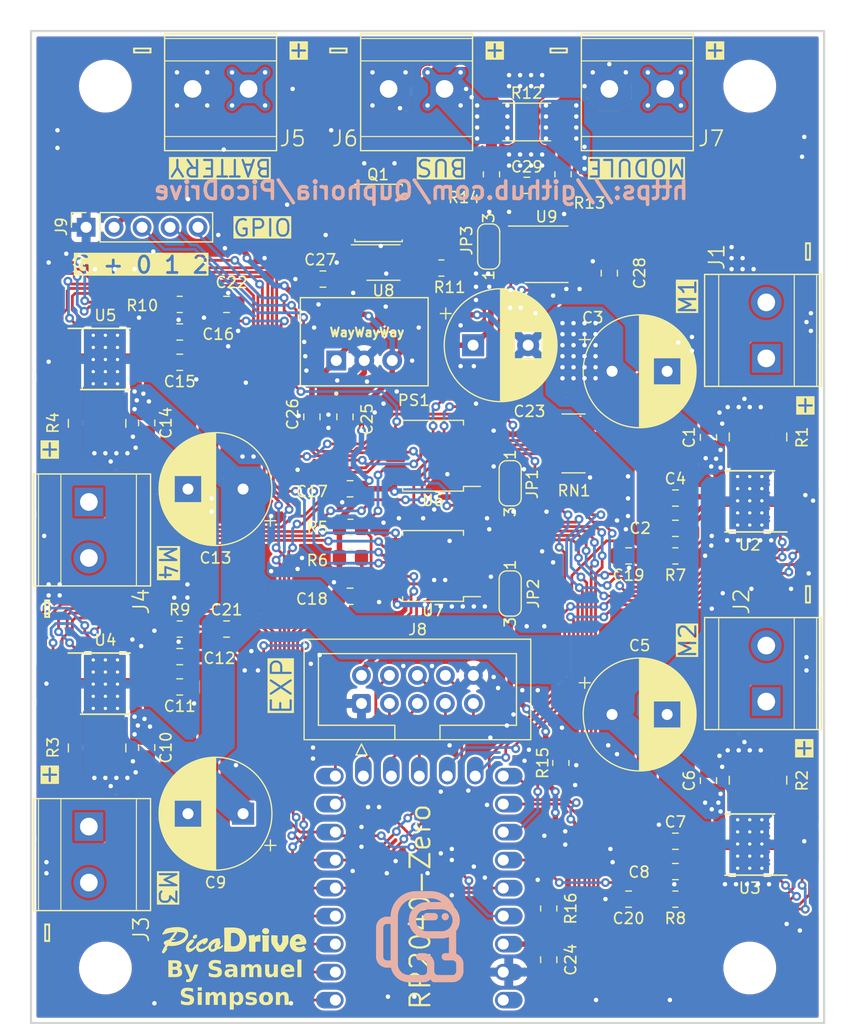
<source format=kicad_pcb>
(kicad_pcb (version 20221018) (generator pcbnew)
  (layers (0 "F.Cu" signal) (31 "B.Cu" signal) (34 "B.Paste" user) (35 "F.Paste" user) (36 "B.SilkS" user "B.Silkscreen") (37 "F.SilkS" user "F.Silkscreen") (38 "B.Mask" user) (39 "F.Mask" user) (44 "Edge.Cuts" user))
  (net 0 "")
  (net 1 "Net-(U2-VPROPI)")
  (net 2 "Net-(U3-VPROPI)")
  (net 3 "Net-(U4-VPROPI)")
  (net 4 "Net-(U5-VPROPI)")
  (net 5 "/Motor 1 Driver/OUT+")
  (net 6 "/Motor 1 Driver/OUT-")
  (net 7 "GND1")
  (net 8 "Vdrive")
  (net 9 "Net-(U2-CP1)")
  (net 10 "Net-(U2-CP2)")
  (net 11 "Net-(U2-VCP)")
  (net 12 "Net-(U3-CP2)")
  (net 13 "Net-(U3-CP1)")
  (net 14 "Net-(U3-VCP)")
  (net 15 "Net-(U4-CP2)")
  (net 16 "Net-(U4-CP1)")
  (net 17 "Net-(U4-VCP)")
  (net 18 "Net-(U5-CP2)")
  (net 19 "Net-(U5-CP1)")
  (net 20 "Net-(U5-VCP)")
  (net 21 "/Motor 2 Driver/OUT+")
  (net 22 "/Motor 2 Driver/OUT-")
  (net 23 "/Motor 3 Driver/OUT+")
  (net 24 "/Motor 3 Driver/OUT-")
  (net 25 "/Motor 4 Driver/OUT+")
  (net 26 "/Motor 4 Driver/OUT-")
  (net 27 "/Motor 1 Driver/SENSE")
  (net 28 "/Motor 2 Driver/SENSE")
  (net 29 "/Motor 3 Driver/SENSE")
  (net 30 "+3V3")
  (net 31 "/M1_VPROPI")
  (net 32 "Net-(JP1-C)")
  (net 33 "Net-(JP2-C)")
  (net 34 "/M2_VPROPI")
  (net 35 "/EXP_SCL")
  (net 36 "/EXP_SDA")
  (net 37 "/M3_VPROPI")
  (net 38 "/~{M1_FAULT}")
  (net 39 "/M1_MODE1")
  (net 40 "/M4_VPROPI")
  (net 41 "/M1_PH")
  (net 42 "/~{M_SLEEP}")
  (net 43 "/M1_MODE2")
  (net 44 "/M1_EN")
  (net 45 "/~{M2_FAULT}")
  (net 46 "/M2_MODE1")
  (net 47 "/M2_PH")
  (net 48 "/M2_EN")
  (net 49 "/M2_MODE2")
  (net 50 "/Motor 4 Driver/SENSE")
  (net 51 "/~{M3_FAULT}")
  (net 52 "/M3_MODE1")
  (net 53 "/M3_PH")
  (net 54 "/M3_EN")
  (net 55 "/M3_MODE2")
  (net 56 "/~{M4_FAULT}")
  (net 57 "/M4_MODE1")
  (net 58 "/M4_PH")
  (net 59 "/M4_EN")
  (net 60 "/M4_MODE2")
  (net 61 "/~{EXP1_INT}")
  (net 64 "Net-(U9-IN+)")
  (net 65 "Net-(U8-Vdd)")
  (net 66 "Net-(Q1-G)")
  (net 67 "Net-(U9-IN-)")
  (net 68 "Net-(JP3-C)")
  (net 72 "VBUS")
  (net 73 "+BATT")
  (net 74 "/GPIO7")
  (net 75 "/GPIO8")
  (net 76 "/GPIO9")
  (net 77 "/GPIO10")
  (net 78 "/GPIO11")
  (net 79 "/EXP_IO_0")
  (net 80 "/EXP_IO_1")
  (net 81 "/EXP_IO_2")
  (footprint "MountingHole:MountingHole_4.3mm_M4" (layer "F.Cu") (at 126.75 65)
    (fp_text reference "H1" hide)
    (fp_text value "MountingHole" hide)
  )
  (footprint "Capacitor_SMD:C_0805_2012Metric_Pad1.18x1.45mm_HandSolder" (layer "F.Cu") (at 178.500001 102.364999)
    (fp_text reference "C4")
    (fp_text value "0.1uF")
  )
  (footprint "Capacitor_SMD:C_0805_2012Metric_Pad1.18x1.45mm_HandSolder" (layer "F.Cu") (at 178.500001 136.249999)
    (fp_text reference "C8")
    (fp_text value "0.1uF")
  )
  (footprint "Resistor_SMD:R_1020_2550Metric_Pad1.33x5.20mm_HandSolder" (layer "F.Cu") (at 125.999999 125.0375 -90)
    (fp_text reference "R3")
    (fp_text value "0.2")
  )
  (footprint "Capacitor_SMD:C_0805_2012Metric_Pad1.18x1.45mm_HandSolder" (layer "F.Cu") (at 178.500001 105.114999)
    (fp_text reference "C2")
    (fp_text value "0.1uF")
  )
  (footprint "Capacitor_SMD:C_0805_2012Metric_Pad1.18x1.45mm_HandSolder" (layer "F.Cu") (at 133.499999 116.75 180)
    (fp_text reference "C12")
    (fp_text value "0.1uF")
  )
  (footprint "Capacitor_SMD:C_0805_2012Metric_Pad1.18x1.45mm_HandSolder" (layer "F.Cu") (at 181.500001 127.999999 -90)
    (fp_text reference "C6")
    (fp_text value "0.1uF")
  )
  (footprint "TB009-508-02BE:CUI_TB009-508-02BE" (layer "F.Cu") (at 125.25 102.72 -90)
    (fp_text reference "J4")
    (fp_text value "Conn_01x02")
  )
  (footprint "Package_SO:SSOP-16_5.3x6.2mm_P0.65mm" (layer "F.Cu") (at 156.5 98.525 180)
    (fp_text reference "U6")
    (fp_text value "TCA9554DB")
  )
  (footprint "Resistor_SMD:R_0805_2012Metric_Pad1.20x1.40mm_HandSolder" (layer "F.Cu") (at 149 105.025 180)
    (fp_text reference "R5")
    (fp_text value "1.65k")
  )
  (footprint "TB009-508-02BE:CUI_TB009-508-02BE" (layer "F.Cu") (at 139.75 65.25 180)
    (fp_text reference "J5")
    (fp_text value "Conn_01x02")
  )
  (footprint "Capacitor_SMD:C_0805_2012Metric_Pad1.18x1.45mm_HandSolder" (layer "F.Cu") (at 172.5 81.9625 90)
    (fp_text reference "C28")
    (fp_text value "0.1uF")
  )
  (footprint "Jumper:SolderJumper-3_P1.3mm_Bridged12_RoundedPad1.0x1.5mm_NumberLabels" (layer "F.Cu") (at 161.55 79.55 90)
    (fp_text reference "JP3")
    (fp_text value "SolderJumper_3_Bridged12" hide)
  )
  (footprint "Package_TO_SOT_SMD:LFPAK56" (layer "F.Cu") (at 151.55 76.5)
    (fp_text reference "Q1")
    (fp_text value "PSMN4R5-30YLC")
  )
  (footprint "Capacitor_SMD:C_0805_2012Metric_Pad1.18x1.45mm_HandSolder" (layer "F.Cu") (at 148.9625 101.525 180)
    (fp_text reference "C17")
    (fp_text value "0.1uF")
  )
  (footprint "KLEEB_mcu:rp2040-zero-tht" (layer "F.Cu") (at 155.25 137.75 180)
    (fp_text reference "U1" hide)
    (fp_text value "rp2040-zero" hide)
  )
  (footprint "Capacitor_SMD:C_0805_2012Metric_Pad1.18x1.45mm_HandSolder" (layer "F.Cu") (at 174.25 107.615)
    (fp_text reference "C19")
    (fp_text value "1000pF")
  )
  (footprint "Resistor_SMD:R_0805_2012Metric_Pad1.20x1.40mm_HandSolder" (layer "F.Cu") (at 133.5 84.8 180)
    (fp_text reference "R10")
    (fp_text value "10k")
  )
  (footprint "Package_SO:HTSSOP-16-1EP_4.4x5mm_P0.65mm_EP3.4x5mm_Mask3x3mm_ThermalVias" (layer "F.Cu") (at 126.749999 119.25)
    (fp_text reference "U4")
    (fp_text value "DRV8801PWPR")
  )
  (footprint "Capacitor_THT:CP_Radial_D10.0mm_P5.00mm" (layer "F.Cu") (at 139.25 101.55 180)
    (fp_text reference "C13")
    (fp_text value "100uF")
  )
  (footprint "Capacitor_SMD:C_0805_2012Metric_Pad1.18x1.45mm_HandSolder" (layer "F.Cu") (at 133.499999 90.05 180)
    (fp_text reference "C15")
    (fp_text value "0.1uF")
  )
  (footprint "Resistor_SMD:R_1020_2550Metric_Pad1.33x5.20mm_HandSolder" (layer "F.Cu") (at 125.999999 95.5875 -90)
    (fp_text reference "R4")
    (fp_text value "0.2")
  )
  (footprint "Resistor_SMD:R_Array_Convex_4x1206" (layer "F.Cu") (at 169.25 97.41 180)
    (fp_text reference "RN1")
    (fp_text value "10k")
  )
  (footprint "Capacitor_SMD:C_0805_2012Metric_Pad1.18x1.45mm_HandSolder" (layer "F.Cu") (at 145.5 95 -90)
    (fp_text reference "C26")
    (fp_text value "0.1uF")
  )
  (footprint "Capacitor_SMD:C_0805_2012Metric_Pad1.18x1.45mm_HandSolder" (layer "F.Cu") (at 181.500001 96.864999 -90)
    (fp_text reference "C1")
    (fp_text value "0.1uF")
  )
  (footprint "Capacitor_SMD:C_0805_2012Metric_Pad1.18x1.45mm_HandSolder" (layer "F.Cu") (at 137.75 114.25 180)
    (fp_text reference "C21")
    (fp_text value "1000pF")
  )
  (footprint "Resistor_SMD:R_2512_6332Metric_Pad1.40x3.35mm_HandSolder" (layer "F.Cu") (at 165 68.25)
    (fp_text reference "R12")
    (fp_text value "0.005")
  )
  (footprint "Capacitor_SMD:C_0805_2012Metric_Pad1.18x1.45mm_HandSolder" (layer "F.Cu") (at 146.5 82.5)
    (fp_text reference "C27")
    (fp_text value "0.1uF")
  )
  (footprint "Package_SO:SOIC-8_3.9x4.9mm_P1.27mm" (layer "F.Cu") (at 166.8 80.25)
    (fp_text reference "U9")
    (fp_text value "INA219BIDR")
  )
  (footprint "Capacitor_SMD:C_0805_2012Metric_Pad1.18x1.45mm_HandSolder" (layer "F.Cu") (at 133.499999 119.5 180)
    (fp_text reference "C11")
    (fp_text value "0.1uF")
  )
  (footprint "Resistor_SMD:R_0805_2012Metric_Pad1.20x1.40mm_HandSolder" (layer "F.Cu") (at 133.5 114.25 180)
    (fp_text reference "R9")
    (fp_text value "10k")
  )
  (footprint "TB009-508-02BE:CUI_TB009-508-02BE" (layer "F.Cu") (at 186.75 120.83 90)
    (fp_text reference "J2")
    (fp_text value "Conn_01x02")
  )
  (footprint "Resistor_SMD:R_0805_2012Metric_Pad1.20x1.40mm_HandSolder" (layer "F.Cu") (at 157.25 81.5)
    (fp_text reference "R11")
    (fp_text value "100")
  )
  (footprint "Capacitor_THT:CP_Radial_D10.0mm_P5.00mm" (layer "F.Cu") (at 172.75 90.864999)
    (fp_text reference "C3")
    (fp_text value "100uF")
  )
  (footprint "Package_SO:SSOP-16_5.3x6.2mm_P0.65mm" (layer "F.Cu") (at 156.5 108.525 180)
    (fp_text reference "U7")
    (fp_text value "TCA9554DB")
  )
  (footprint "Jumper:SolderJumper-3_P1.3mm_Bridged12_RoundedPad1.0x1.5mm_NumberLabels" (layer "F.Cu") (at 163.5 111.025 -90)
    (fp_text reference "JP2")
    (fp_text value "SolderJumper_3_Bridged12" hide)
  )
  (footprint "Resistor_SMD:R_0805_2012Metric_Pad1.20x1.40mm_HandSolder" (layer "F.Cu") (at 149 107.775 180)
    (fp_text reference "R6")
    (fp_text value "1.65k")
  )
  (footprint "Capacitor_SMD:C_0805_2012Metric_Pad1.18x1.45mm_HandSolder" (layer "F.Cu") (at 137.75 84.8 180)
    (fp_text reference "C22")
    (fp_text value "1000pF")
  )
  (footprint "Package_SO:MSOP-8_3x3mm_P0.65mm" (layer "F.Cu") (at 152 81)
    (fp_text reference "U8")
    (fp_text value "LTC4357MS8")
  )
  (footprint "P78E03-1000:CONV_P78E03-1000" (layer "F.Cu") (at 150.25 89.8875)
    (fp_text reference "PS1")
    (fp_text value "P78E03-1000")
  )
  (footprint "TB009-508-02BE:CUI_TB009-508-02BE" (layer "F.Cu") (at 157.545 65.25 180)
    (fp_text reference "J6")
    (fp_text value "Conn_01x02")
  )
  (footprint "Capacitor_THT:CP_Radial_D10.0mm_P5.00mm" (layer "F.Cu") (at 160.132323 88.5)
    (fp_text reference "C23")
    (fp_text value "100uF")
  )
  (footprint "MountingHole:MountingHole_4.3mm_M4" (layer "F.Cu") (at 185.25 145)
    (fp_text reference "H4" hide)
    (fp_text value "MountingHole" hide)
  )
  (footprint "Package_SO:HTSSOP-16-1EP_4.4x5mm_P0.65mm_EP3.4x5mm_Mask3x3mm_ThermalVias" (layer "F.Cu") (at 126.749999 89.8)
    (fp_text reference "U5")
    (fp_text value "DRV8801PWPR")
  )
  (footprint "Resistor_SMD:R_0805_2012Metric_Pad1.20x1.40mm_HandSolder" (layer "F.Cu") (at 178.5 138.75)
    (fp_text reference "R8")
    (fp_text value "10k")
  )
  (footprint "Capacitor_SMD:C_0805_2012Metric_Pad1.18x1.45mm_HandSolder" (layer "F.Cu") (at 178.500001 133.499999)
    (fp_text reference "C7")
    (fp_text value "0.1uF")
  )
  (footprint "Capacitor_SMD:C_0805_2012Metric_Pad1.18x1.45mm_HandSolder" (layer "F.Cu") (at 165.0125 74)
    (fp_text reference "C29")
    (fp_text value "0.1uF")
  )
  (footprint "Capacitor_SMD:C_0805_2012Metric_Pad1.18x1.45mm_HandSolder" (layer "F.Cu") (at 130.499999 95.55 90)
    (fp_text reference "C14")
    (fp_text value "0.1uF")
  )
  (footprint "Capacitor_SMD:C_0805_2012Metric_Pad1.18x1.45mm_HandSolder" (layer "F.Cu") (at 148.5 95 90)
    (fp_text reference "C25")
    (fp_text value "0.1uF")
  )
  (footprint "Resistor_SMD:R_1020_2550Metric_Pad1.33x5.20mm_HandSolder" (layer "F.Cu") (at 186.000001 96.8275 90)
    (fp_text reference "R1")
    (fp_text value "0.2")
  )
  (footprint "Capacitor_SMD:C_0805_2012Metric_Pad1.18x1.45mm_HandSolder" (layer "F.Cu") (at 174.25 138.75)
    (fp_text reference "C20")
    (fp_text value "1000pF")
  )
  (footprint "Package_SO:HTSSOP-16-1EP_4.4x5mm_P0.65mm_EP3.4x5mm_Mask3x3mm_ThermalVias" (layer "F.Cu") (at 185.250001 133.75 180)
    (fp_text reference "U3")
    (fp_text value "DRV8801PWPR")
  )
  (footprint "Connector_IDC:IDC-Header_2x05_P2.54mm_Vertical" (layer "F.Cu") (at 150 121 90)
    (fp_text reference "J8")
    (fp_text value "Conn_02x05_Odd_Even")
  )
  (footprint "Capacitor_SMD:C_0805_2012Metric_Pad1.18x1.45mm_HandSolder" (layer "F.Cu") (at 130.499999 125 90)
    (fp_text reference "C10")
    (fp_text value "0.1uF")
  )
  (footprint "Resistor_SMD:R_0805_2012Metric_Pad1.20x1.40mm_HandSolder" (layer "F.Cu") (at 168.1 126.4 90)
    (fp_text reference "R15")
    (fp_text value "10k")
  )
  (footprint "Resistor_SMD:R_1020_2550Metric_Pad1.33x5.20mm_HandSolder" (layer "F.Cu") (at 186.000001 127.9625 90)
    (fp_text reference "R2")
    (fp_text value "0.2")
  )
  (footprint "Capacitor_SMD:C_0805_2012Metric_Pad1.18x1.45mm_HandSolder" (layer "F.Cu") (at 133.499999 87.3 180)
    (fp_text reference "C16")
    (fp_text value "0.1uF")
  )
  (footprint "Connector_PinSocket_2.54mm:PinSocket_1x05_P2.54mm_Vertical" (layer "F.Cu") (at 125 77.8 90)
    (fp_text reference "J9")
    (fp_text value "Conn_01x05")
  )
  (footprint "Capacitor_SMD:C_0805_2012Metric_Pad1.18x1.45mm_HandSolder" (layer "F.Cu") (at 167 144.25 90)
    (fp_text reference "C24")
    (fp_text value "0.1uF")
  )
  (footprint "Resistor_SMD:R_0805_2012Metric_Pad1.20x1.40mm_HandSolder" (layer "F.Cu") (at 178.5 107.615)
    (fp_text reference "R7")
    (fp_text value "10k")
  )
  (footprint "Resistor_SMD:R_0805_2012Metric_Pad1.20x1.40mm_HandSolder" (layer "F.Cu") (at 161.8 73 -90)
    (fp_text reference "R14")
    (fp_text value "10")
  )
  (footprint "TB009-508-02BE:CUI_TB009-508-02BE" (layer "F.Cu") (at 177.58 65.25 180)
    (fp_text reference "J7")
    (fp_text value "Conn_01x02")
  )
  (footprint "Package_SO:HTSSOP-16-1EP_4.4x5mm_P0.65mm_EP3.4x5mm_Mask3x3mm_ThermalVias" (layer "F.Cu") (at 185.250001 102.615 180)
    (fp_text reference "U2")
    (fp_text value "DRV8801PWPR")
  )
  (footprint "MountingHole:MountingHole_4.3mm_M4" (layer "F.Cu") (at 126.75 145)
    (fp_text reference "H3" hide)
    (fp_text value "MountingHole" hide)
  )
  (footprint "Capacitor_THT:CP_Radial_D10.0mm_P5.00mm" (layer "F.Cu") (at 172.75 121.999999)
    (fp_text reference "C5")
    (fp_text value "100uF")
  )
  (footprint "MountingHole:MountingHole_4.3mm_M4" (layer "F.Cu") (at 185.25 65)
    (fp_text reference "H2" hide)
    (fp_text value "MountingHole" hide)
  )
  (footprint "Resistor_SMD:R_0805_2012Metric_Pad1.20x1.40mm_HandSolder" (layer "F.Cu") (at 168.3 73 -90)
    (fp_text reference "R13")
    (fp_text value "10")
  )
  (footprint "TB009-508-02BE:CUI_TB009-508-02BE" (layer "F.Cu") (at 125.25 132.17 -90)
    (fp_text reference "J3")
    (fp_text value "Conn_01x02")
  )
  (footprint "Resistor_SMD:R_0805_2012Metric_Pad1.20x1.40mm_HandSolder" (layer "F.Cu") (at 167 139.6 -90)
    (fp_text reference "R16")
    (fp_text value "10k")
  )
  (footprint "Jumper:SolderJumper-3_P1.3mm_Bridged12_RoundedPad1.0x1.5mm_NumberLabels" (layer "F.Cu") (at 163.5 101.025 -90)
    (fp_text reference "JP1")
    (fp_text value "SolderJumper_3_Bridged12" hide)
  )
  (footprint "TB009-508-02BE:CUI_TB009-508-02BE" (layer "F.Cu") (at 186.75 89.695 90)
    (fp_text reference "J1")
    (fp_text value "Conn_01x02")
  )
  (footprint "Capacitor_SMD:C_0805_2012Metric_Pad1.18x1.45mm_HandSolder" (layer "F.Cu") (at 148.9625 111.275 180)
    (fp_text reference "C18")
    (fp_text value "0.1uF")
  )
  (footprint "Capacitor_THT:CP_Radial_D10.0mm_P5.00mm" (layer "F.Cu") (at 139.25 131 180)
    (fp_text reference "C9")
    (fp_text value "100uF")
  )
  (gr_poly (pts (xy 157.62198 140.010253) (xy 157.638776 140.01153) (xy 157.655328 140.013633) (xy 157.671615 140.016541) (xy 157.687616 140.020234) (xy 157.703311 140.024691) (xy 157.718678 140.02989) (xy 157.733697 140.035812) (xy 157.748347 140.042435) (xy 157.762608 140.049739) (xy 157.776458 140.057702) (xy 157.789876 140.066304) (xy 157.802843 140.075525) (xy 157.815337 140.085343) (xy 157.827337 140.095738) (xy 157.838823 140.106689) (xy 157.849774 140.118175) (xy 157.860169 140.130175) (xy 157.869987 140.142669) (xy 157.879208 140.155636) (xy 157.88781 140.169054) (xy 157.895774 140.182904) (xy 157.903077 140.197165) (xy 157.9097 140.211815) (xy 157.915622 140.226834) (xy 157.920821 140.242201) (xy 157.925278 140.257896) (xy 157.928971 140.273897) (xy 157.931879 140.290184) (xy 157.933983 140.306736) (xy 157.93526 140.323532) (xy 157.93569 140.340552) (xy 157.93526 140.357569) (xy 157.933983 140.374362) (xy 157.931879 140.390912) (xy 157.928971 140.407197) (xy 157.925278 140.423197) (xy 157.920821 140.43889) (xy 157.915622 140.454256) (xy 157.9097 140.469275) (xy 157.903077 140.483924) (xy 157.895774 140.498184) (xy 157.88781 140.512034) (xy 157.879208 140.525453) (xy 157.869987 140.53842) (xy 157.860169 140.550915) (xy 157.849774 140.562915) (xy 157.838823 140.574402) (xy 157.827337 140.585354) (xy 157.815337 140.595749) (xy 157.802843 140.605569) (xy 157.789876 140.61479) (xy 157.776458 140.623394) (xy 157.762608 140.631358) (xy 157.748347 140.638663) (xy 157.733697 140.645287) (xy 157.718678 140.651209) (xy 157.703311 140.65641) (xy 157.687616 140.660867) (xy 157.671615 140.664561) (xy 157.655328 140.66747) (xy 157.638776 140.669573) (xy 157.62198 140.670851) (xy 157.60496 140.671281) (xy 157.587941 140.670851) (xy 157.571144 140.669573) (xy 157.554592 140.66747) (xy 157.538306 140.664561) (xy 157.522304 140.660867) (xy 157.50661 140.65641) (xy 157.491243 140.651209) (xy 157.476224 140.645287) (xy 157.461574 140.638663) (xy 157.447313 140.631358) (xy 157.433463 140.623394) (xy 157.420044 140.61479) (xy 157.407078 140.605569) (xy 157.394584 140.595749) (xy 157.382584 140.585354) (xy 157.371098 140.574402) (xy 157.360147 140.562915) (xy 157.349752 140.550915) (xy 157.339934 140.53842) (xy 157.330713 140.525453) (xy 157.322111 140.512034) (xy 157.314148 140.498184) (xy 157.306844 140.483924) (xy 157.300221 140.469275) (xy 157.294299 140.454256) (xy 157.2891 140.43889) (xy 157.284643 140.423197) (xy 157.28095 140.407197) (xy 157.278042 140.390912) (xy 157.275939 140.374362) (xy 157.274662 140.357569) (xy 157.274231 140.340552) (xy 157.274662 140.323532) (xy 157.275939 140.306736) (xy 157.278042 140.290184) (xy 157.28095 140.273897) (xy 157.284643 140.257896) (xy 157.2891 140.242201) (xy 157.294299 140.226834) (xy 157.300221 140.211815) (xy 157.306844 140.197165) (xy 157.314148 140.182904) (xy 157.322111 140.169054) (xy 157.330713 140.155636) (xy 157.339934 140.142669) (xy 157.349752 140.130175) (xy 157.360147 140.118175) (xy 157.371098 140.106689) (xy 157.382584 140.095738) (xy 157.394584 140.085343) (xy 157.407078 140.075525) (xy 157.420044 140.066305) (xy 157.433463 140.057702) (xy 157.447313 140.049739) (xy 157.461574 140.042435) (xy 157.476224 140.035812) (xy 157.491243 140.02989) (xy 157.50661 140.024691) (xy 157.522304 140.020234) (xy 157.538306 140.016541) (xy 157.554592 140.013633) (xy 157.571144 140.01153) (xy 157.587941 140.010253) (xy 157.60496 140.009822)) (fill solid) (layer "B.SilkS"))
  (gr_poly (pts (xy 156.37334 138.027227) (xy 156.46374 138.03252) (xy 156.55318 138.041262) (xy 156.641595 138.053385) (xy 156.728918 138.068823) (xy 156.815085 138.08751) (xy 156.90003 138.109379) (xy 156.983688 138.134365) (xy 157.065993 138.1624) (xy 157.146881 138.193419) (xy 157.226286 138.227356) (xy 157.304142 138.264142) (xy 157.380384 138.303714) (xy 157.454948 138.346003) (xy 157.527767 138.390944) (xy 157.598776 138.43847) (xy 157.66791 138.488516) (xy 157.735104 138.541014) (xy 157.800292 138.595899) (xy 157.863409 138.653103) (xy 157.924389 138.712561) (xy 157.983168 138.774207) (xy 158.03968 138.837973) (xy 158.093859 138.903794) (xy 158.145641 138.971603) (xy 158.194959 139.041334) (xy 158.241749 139.112921) (xy 158.285946 139.186297) (xy 158.327483 139.261396) (xy 158.366296 139.338151) (xy 158.40232 139.416496) (xy 158.435488 139.496365) (xy 158.491029 139.553947) (xy 158.543776 139.614133) (xy 158.59362 139.676817) (xy 158.640453 139.741896) (xy 158.684165 139.809263) (xy 158.724647 139.878813) (xy 158.76179 139.950442) (xy 158.795486 140.024044) (xy 158.825626 140.099514) (xy 158.8521 140.176747) (xy 158.8748 140.255638) (xy 158.893617 140.336082) (xy 158.908442 140.417973) (xy 158.919167 140.501207) (xy 158.925681 140.585678) (xy 158.927877 140.671281) (xy 158.926415 140.740086) (xy 158.922076 140.808111) (xy 158.914927 140.875311) (xy 158.905036 140.941641) (xy 158.89247 141.007055) (xy 158.877299 141.071508) (xy 158.859588 141.134955) (xy 158.839407 141.197351) (xy 158.816823 141.25865) (xy 158.791903 141.318808) (xy 158.764717 141.377779) (xy 158.735331 141.435518) (xy 158.703813 141.491979) (xy 158.670231 141.547118) (xy 158.634654 141.60089) (xy 158.597148 141.653249) (xy 158.597148 143.647843) (xy 158.597056 143.651627) (xy 158.596794 143.655354) (xy 158.59638 143.659031) (xy 158.595832 143.662664) (xy 158.595169 143.666259) (xy 158.59441 143.669824) (xy 158.592675 143.676886) (xy 158.58886 143.690915) (xy 158.587076 143.697985) (xy 158.58628 143.701555) (xy 158.585573 143.705159) (xy 158.657417 143.732916) (xy 158.726492 143.765884) (xy 158.792541 143.803823) (xy 158.855306 143.846493) (xy 158.914529 143.893653) (xy 158.969953 143.945063) (xy 159.021321 144.000483) (xy 159.068375 144.059671) (xy 159.110858 144.122389) (xy 159.148511 144.188395) (xy 159.181079 144.257449) (xy 159.208302 144.329311) (xy 159.229924 144.403741) (xy 159.245687 144.480497) (xy 159.251291 144.519673) (xy 159.255334 144.559341) (xy 159.257783 144.59947) (xy 159.258606 144.640031) (xy 159.258606 145.301489) (xy 159.257313 145.352472) (xy 159.253475 145.402795) (xy 159.247154 145.452394) (xy 159.238414 145.501207) (xy 159.227318 145.54917) (xy 159.213927 145.596221) (xy 159.198306 145.642298) (xy 159.180517 145.687337) (xy 159.160622 145.731275) (xy 159.138685 145.77405) (xy 159.114768 145.815599) (xy 159.088934 145.855859) (xy 159.061246 145.894767) (xy 159.031766 145.932261) (xy 159.000558 145.968278) (xy 158.967685 146.002755) (xy 158.933208 146.035628) (xy 158.897191 146.066836) (xy 158.859698 146.096315) (xy 158.820789 146.124004) (xy 158.780529 146.149837) (xy 158.73898 146.173754) (xy 158.696205 146.195692) (xy 158.652267 146.215587) (xy 158.607228 146.233376) (xy 158.561151 146.248997) (xy 158.5141 146.262387) (xy 158.466137 146.273484) (xy 158.417324 146.282224) (xy 158.367725 146.288544) (xy 158.317402 146.292383) (xy 158.266419 146.293676) (xy 156.612773 146.293676) (xy 156.598626 146.293373) (xy 156.584662 146.292472) (xy 156.570891 146.290985) (xy 156.557322 146.288925) (xy 156.543965 146.286305) (xy 156.530831 146.283138) (xy 156.517928 146.279436) (xy 156.505268 146.275211) (xy 156.492859 146.270478) (xy 156.480712 146.265247) (xy 156.468836 146.259532) (xy 156.457242 146.253346) (xy 156.445939 146.246701) (xy 156.434937 146.23961) (xy 156.424246 146.232086) (xy 156.413876 146.22414) (xy 156.403837 146.215787) (xy 156.394138 146.207038) (xy 156.38479 146.197907) (xy 156.375802 146.188405) (xy 156.367184 146.178546) (xy 156.358946 146.168342) (xy 156.351098 146.157806) (xy 156.34365 146.14695) (xy 156.336611 146.135788) (xy 156.329992 146.124332) (xy 156.323802 146.112594) (xy 156.318051 146.100587) (xy 156.31275 146.088325) (xy 156.307907 146.075819) (xy 156.303534 146.063082) (xy 156.299638 146.050127) (xy 156.297462 146.048288) (xy 156.295257 146.046482) (xy 156.290804 146.042917) (xy 156.288579 146.041132) (xy 156.28637 146.039328) (xy 156.284188 146.037491) (xy 156.282044 146.035608) (xy 156.248422 146.064657) (xy 156.213566 146.092257) (xy 156.177519 146.118349) (xy 156.140326 146.142876) (xy 156.10203 146.165778) (xy 156.062676 146.186997) (xy 156.022308 146.206473) (xy 155.980969 146.224149) (xy 155.938703 146.239965) (xy 155.895554 146.253862) (xy 155.851567 146.265783) (xy 155.806784 146.275668) (xy 155.761251 146.283459) (xy 155.715011 146.289096) (xy 155.668108 146.292521) (xy 155.620586 146.293676) (xy 154.297669 146.293676) (xy 154.223202 146.292021) (xy 154.149571 146.287101) (xy 154.076845 146.278988) (xy 154.005094 146.267751) (xy 153.934389 146.253461) (xy 153.8648 146.236189) (xy 153.796397 146.216005) (xy 153.729252 146.192978) (xy 153.663433 146.16718) (xy 153.599011 146.138681) (xy 153.536056 146.107551) (xy 153.47464 146.073861) (xy 153.414831 146.037681) (xy 153.356701 145.999081) (xy 153.300319 145.958132) (xy 153.245756 145.914905) (xy 153.193082 145.869468) (xy 153.142368 145.821894) (xy 153.093683 145.772252) (xy 153.047098 145.720612) (xy 153.002684 145.667046) (xy 152.96051 145.611623) (xy 152.920647 145.554413) (xy 152.883165 145.495488) (xy 152.848134 145.434917) (xy 152.815625 145.372771) (xy 152.785708 145.309121) (xy 152.758453 145.244036) (xy 152.73393 145.177587) (xy 152.71221 145.109844) (xy 152.693363 145.040879) (xy 152.67746 144.97076) (xy 152.313294 144.97076) (xy 152.262311 144.969466) (xy 152.211988 144.965628) (xy 152.162389 144.959307) (xy 152.113576 144.950568) (xy 152.065613 144.939471) (xy 152.018562 144.926081) (xy 151.972485 144.910459) (xy 151.927446 144.89267) (xy 151.883508 144.872775) (xy 151.840733 144.850838) (xy 151.799184 144.826921) (xy 151.758924 144.801087) (xy 151.720015 144.773399) (xy 151.682522 144.74392) (xy 151.646505 144.712712) (xy 151.612028 144.679838) (xy 151.579155 144.645362) (xy 151.574536 144.640031) (xy 153.305481 144.640031) (xy 153.306775 144.691015) (xy 153.310613 144.741337) (xy 153.316934 144.790936) (xy 153.325674 144.839749) (xy 153.33677 144.887712) (xy 153.350161 144.934763) (xy 153.365782 144.98084) (xy 153.383571 145.025879) (xy 153.403466 145.069817) (xy 153.425403 145.112592) (xy 153.44932 145.154141) (xy 153.475154 145.194401) (xy 153.502842 145.233309) (xy 153.532322 145.270803) (xy 153.56353 145.30682) (xy 153.596403 145.341296) (xy 153.63088 145.37417) (xy 153.666896 145.405378) (xy 153.70439 145.434857) (xy 153.743299 145.462545) (xy 153.783559 145.488379) (xy 153.825108 145.512296) (xy 153.867883 145.534233) (xy 153.911821 145.554128) (xy 153.95686 145.571917) (xy 154.002936 145.587539) (xy 154.049988 145.600929) (xy 154.097951 145.612025) (xy 154.146764 145.620765) (xy 154.196363 145.627086) (xy 154.246685 145.630924) (xy 154.297669 145.632218) (xy 155.620586 145.632218) (xy 155.637591 145.631786) (xy 155.654374 145.630507) (xy 155.670915 145.628399) (xy 155.687193 145.625485) (xy 155.703187 145.621785) (xy 155.718875 145.617321) (xy 155.734237 145.612113) (xy 155.749253 145.606182) (xy 155.763901 145.599549) (xy 155.77816 145.592235) (xy 155.79201 145.584261) (xy 155.805429 145.575649) (xy 155.818397 145.566418) (xy 155.830893 145.55659) (xy 155.842897 145.546186) (xy 155.854386 145.535227) (xy 155.865341 145.523734) (xy 155.87574 145.511728) (xy 155.885563 145.499229) (xy 155.894789 145.486259) (xy 155.903397 145.472839) (xy 155.911365 145.45899) (xy 155.918674 145.444732) (xy 155.925302 145.430086) (xy 155.931228 145.415074) (xy 155.936432 145.399717) (xy 155.940892 145.384035) (xy 155.944589 145.368049) (xy 155.9475 145.35178) (xy 155.949605 145.33525) (xy 155.950884 145.318479) (xy 155.951315 145.301489) (xy 155.951315 144.640031) (xy 155.950884 144.62304) (xy 155.949605 144.60627) (xy 155.9475 144.589739) (xy 155.944589 144.573471) (xy 155.940892 144.557485) (xy 155.936432 144.541803) (xy 155.931228 144.526446) (xy 155.925302 144.511434) (xy 155.918674 144.496788) (xy 155.911365 144.48253) (xy 155.903397 144.46868) (xy 155.894789 144.45526) (xy 155.885563 144.44229) (xy 155.87574 144.429792) (xy 155.865341 144.417785) (xy 155.854386 144.406292) (xy 155.842897 144.395333) (xy 155.830893 144.384929) (xy 155.818397 144.375101) (xy 155.805429 144.365871) (xy 155.79201 144.357258) (xy 155.77816 144.349284) (xy 155.763901 144.34197) (xy 155.749253 144.335338) (xy 155.734237 144.329406) (xy 155.718875 144.324198) (xy 155.703187 144.319734) (xy 155.687193 144.316034) (xy 155.670915 144.31312) (xy 155.654374 144.311012) (xy 155.637591 144.309733) (xy 155.620586 144.309301) (xy 155.289856 144.309301) (xy 155.272825 144.308871) (xy 155.256019 144.307594) (xy 155.239458 144.30549) (xy 155.223163 144.302581) (xy 155.207156 144.298887) (xy 155.191457 144.29443) (xy 155.176086 144.28923) (xy 155.161064 144.283307) (xy 155.146412 144.276683) (xy 155.13215 144.269379) (xy 155.1183 144.261414) (xy 155.104882 144.252811) (xy 155.091917 144.243589) (xy 155.079425 144.23377) (xy 155.067427 144.223374) (xy 155.055944 144.212423) (xy 155.044996 144.200936) (xy 155.034605 144.188935) (xy 155.024791 144.176441) (xy 155.015574 144.163474) (xy 155.006976 144.150055) (xy 154.999017 144.136205) (xy 154.991717 144.121945) (xy 154.985098 144.107295) (xy 154.97918 144.092277) (xy 154.973984 144.076911) (xy 154.969531 144.061217) (xy 154.965841 144.045218) (xy 154.962935 144.028933) (xy 154.960833 144.012383) (xy 154.959557 143.995589) (xy 154.959127 143.978572) (xy 154.959557 143.961556) (xy 154.960833 143.944762) (xy 154.962935 143.928212) (xy 154.965841 143.911927) (xy 154.969531 143.895927) (xy 154.973984 143.880234) (xy 154.97918 143.864868) (xy 154.985098 143.84985) (xy 154.991717 143.8352) (xy 154.999017 143.82094) (xy 155.006976 143.80709) (xy 155.015574 143.793671) (xy 155.024791 143.780704) (xy 155.034605 143.76821) (xy 155.044996 143.756209) (xy 155.055944 143.744722) (xy 155.067427 143.733771) (xy 155.079425 143.723375) (xy 155.091917 143.713556) (xy 155.104882 143.704334) (xy 155.1183 143.695731) (xy 155.13215 143.687766) (xy 155.146412 143.680462) (xy 155.161064 143.673838) (xy 155.176086 143.667915) (xy 155.191457 143.662715) (xy 155.207156 143.658257) (xy 155.223163 143.654564) (xy 155.239458 143.651655) (xy 155.256019 143.649551) (xy 155.272825 143.648274) (xy 155.289856 143.647843) (xy 155.620586 143.647843) (xy 155.671569 143.649137) (xy 155.721892 143.652975) (xy 155.771491 143.659296) (xy 155.820304 143.668036) (xy 155.868267 143.679132) (xy 155.915318 143.692523) (xy 155.961395 143.708144) (xy 156.006433 143.725933) (xy 156.050372 143.745828) (xy 156.093147 143.767765) (xy 156.134696 143.791682) (xy 156.174956 143.817516) (xy 156.213864 143.845204) (xy 156.251358 143.874684) (xy 156.287375 143.905891) (xy 156.321851 143.938765) (xy 156.354725 143.973242) (xy 156.385933 144.009258) (xy 156.415412 144.046752) (xy 156.4431 144.08566) (xy 156.468934 144.125921) (xy 156.492851 144.16747) (xy 156.514788 144.210245) (xy 156.534683 144.254183) (xy 156.552472 144.299222) (xy 156.568094 144.345298) (xy 156.581484 144.39235) (xy 156.59258 144.440313) (xy 156.60132 144.489126) (xy 156.607641 144.538725) (xy 156.611479 144.589047) (xy 156.612773 144.640031) (xy 156.612773 145.301489) (xy 156.613204 145.318479) (xy 156.614482 145.33525) (xy 156.616587 145.35178) (xy 156.619499 145.368049) (xy 156.623195 145.384035) (xy 156.627656 145.399717) (xy 156.632859 145.415074) (xy 156.638786 145.430086) (xy 156.645414 145.444732) (xy 156.652722 145.45899) (xy 156.660691 145.472839) (xy 156.669299 145.486259) (xy 156.678524 145.499229) (xy 156.688347 145.511728) (xy 156.698747 145.523734) (xy 156.709701 145.535227) (xy 156.721191 145.546186) (xy 156.733194 145.55659) (xy 156.745691 145.566418) (xy 156.758659 145.575649) (xy 156.772078 145.584261) (xy 156.785928 145.592235) (xy 156.800187 145.599549) (xy 156.814835 145.606182) (xy 156.829851 145.612113) (xy 156.845213 145.617321) (xy 156.860901 145.621785) (xy 156.876895 145.625485) (xy 156.893173 145.628399) (xy 156.909714 145.630507) (xy 156.926497 145.631786) (xy 156.943502 145.632218) (xy 158.266419 145.632218) (xy 158.283424 145.631786) (xy 158.300208 145.630507) (xy 158.316749 145.628399) (xy 158.333026 145.625485) (xy 158.34902 145.621785) (xy 158.364708 145.617321) (xy 158.38007 145.612113) (xy 158.395086 145.606182) (xy 158.409734 145.599549) (xy 158.423993 145.592235) (xy 158.437843 145.584261) (xy 158.451262 145.575649) (xy 158.46423 145.566418) (xy 158.476726 145.55659) (xy 158.48873 145.546186) (xy 158.500219 145.535227) (xy 158.511174 145.523734) (xy 158.521574 145.511728) (xy 158.531396 145.499229) (xy 158.540622 145.486259) (xy 158.54923 145.472839) (xy 158.557198 145.45899) (xy 158.564507 145.444732) (xy 158.571135 145.430086) (xy 158.577061 145.415074) (xy 158.582265 145.399717) (xy 158.586726 145.384035) (xy 158.590422 145.368049) (xy 158.593333 145.35178) (xy 158.595439 145.33525) (xy 158.596717 145.318479) (xy 158.597148 145.301489) (xy 158.597148 144.640031) (xy 158.596717 144.62304) (xy 158.595439 144.60627) (xy 158.593333 144.589739) (xy 158.590422 144.573471) (xy 158.586726 144.557485) (xy 158.582265 144.541803) (xy 158.577061 144.526446) (xy 158.571135 144.511434) (xy 158.564507 144.496788) (xy 158.557198 144.48253) (xy 158.54923 144.46868) (xy 158.540622 144.45526) (xy 158.531396 144.44229) (xy 158.521574 144.429792) (xy 158.511174 144.417785) (xy 158.500219 144.406292) (xy 158.48873 144.395333) (xy 158.476726 144.384929) (xy 158.46423 144.375101) (xy 158.451262 144.365871) (xy 158.437843 144.357258) (xy 158.423993 144.349284) (xy 158.409734 144.34197) (xy 158.395086 144.335338) (xy 158.38007 144.329406) (xy 158.364708 144.324198) (xy 158.34902 144.319734) (xy 158.333026 144.316034) (xy 158.316749 144.31312) (xy 158.300208 144.311012) (xy 158.283424 144.309733) (xy 158.266419 144.309301) (xy 157.60496 144.309301) (xy 157.587929 144.308871) (xy 157.571123 144.307594) (xy 157.554562 144.30549) (xy 157.538267 144.302581) (xy 157.52226 144.298887) (xy 157.506561 144.29443) (xy 157.491189 144.28923) (xy 157.476168 144.283307) (xy 157.461516 144.276683) (xy 157.447254 144.269379) (xy 157.433404 144.261414) (xy 157.419986 144.252811) (xy 157.407021 144.243589) (xy 157.394529 144.23377) (xy 157.382531 144.223374) (xy 157.371048 144.212423) (xy 157.360101 144.200936) (xy 157.349709 144.188935) (xy 157.339895 144.176441) (xy 157.330678 144.163474) (xy 157.32208 144.150055) (xy 157.314121 144.136205) (xy 157.306821 144.121945) (xy 157.300202 144.107295) (xy 157.294285 144.092277) (xy 157.289089 144.076911) (xy 157.284635 144.061217) (xy 157.280945 144.045218) (xy 157.278039 144.028933) (xy 157.275937 144.012383) (xy 157.274661 143.995589) (xy 157.274231 143.978572) (xy 157.274661 143.961556) (xy 157.275937 143.944762) (xy 157.278039 143.928212) (xy 157.280945 143.911927) (xy 157.284635 143.895927) (xy 157.289089 143.880234) (xy 157.294285 143.864868) (xy 157.300202 143.84985) (xy 157.306821 143.8352) (xy 157.314121 143.82094) (xy 157.32208 143.80709) (xy 157.330678 143.793671) (xy 157.339895 143.780704) (xy 157.349709 143.76821) (xy 157.360101 143.756209) (xy 157.371048 143.744722) (xy 157.382531 143.733771) (xy 157.394529 143.723375) (xy 157.407021 143.713556) (xy 157.419986 143.704334) (xy 157.433404 143.695731) (xy 157.447254 143.687766) (xy 157.461516 143.680462) (xy 157.476168 143.673838) (xy 157.491189 143.667915) (xy 157.506561 143.662715) (xy 157.52226 143.658257) (xy 157.538267 143.654564) (xy 157.554562 143.651655) (xy 157.571123 143.649551) (xy 157.587929 143.648274) (xy 157.60496 143.647843) (xy 157.93569 143.647843) (xy 157.93569 142.184764) (xy 157.897405 142.201015) (xy 157.858659 142.216358) (xy 157.819463 142.230772) (xy 157.779828 142.244239) (xy 157.739767 142.256738) (xy 157.699291 142.268252) (xy 157.658411 142.278761) (xy 157.61714 142.288245) (xy 157.575487 142.296685) (xy 157.533465 142.304062) (xy 157.491086 142.310357) (xy 157.448361 142.315551) (xy 157.405302 142.319624) (xy 157.361919 142.322557) (xy 157.318225 142.324331) (xy 157.274231 142.324927) (xy 155.951315 142.324927) (xy 155.866353 142.322771) (xy 155.782491 142.316372) (xy 155.699834 142.305836) (xy 155.618486 142.291268) (xy 155.538553 142.272771) (xy 155.460139 142.250451) (xy 155.383348 142.224412) (xy 155.308286 142.19476) (xy 155.235057 142.161598) (xy 155.163767 142.125033) (xy 155.094518 142.085167) (xy 155.027418 142.042107) (xy 154.962569 141.995956) (xy 154.900078 141.94682) (xy 154.840048 141.894804) (xy 154.782584 141.840012) (xy 154.727792 141.782548) (xy 154.675775 141.722518) (xy 154.626639 141.660026) (xy 154.580489 141.595178) (xy 154.537429 141.528077) (xy 154.497563 141.458829) (xy 154.460997 141.387538) (xy 154.427836 141.314309) (xy 154.398183 141.239247) (xy 154.372145 141.162457) (xy 154.349825 141.084042) (xy 154.331328 141.004109) (xy 154.316759 140.922762) (xy 154.306223 140.840105) (xy 154.299825 140.756243) (xy 154.297669 140.671281) (xy 154.959127 140.671281) (xy 154.960421 140.722264) (xy 154.964259 140.772587) (xy 154.97058 140.822186) (xy 154.979319 140.870999) (xy 154.990416 140.918962) (xy 155.003806 140.966013) (xy 155.019428 141.01209) (xy 155.037217 141.057129) (xy 155.057112 141.101067) (xy 155.079049 141.143842) (xy 155.102966 141.185391) (xy 155.1288 141.225651) (xy 155.156488 141.264559) (xy 155.185967 141.302053) (xy 155.217175 141.33807) (xy 155.250049 141.372546) (xy 155.284525 141.40542) (xy 155.320542 141.436628) (xy 155.358036 141.466107) (xy 155.396944 141.493795) (xy 155.437204 141.519629) (xy 155.478753 141.543546) (xy 155.521529 141.565484) (xy 155.565467 141.585378) (xy 155.610506 141.603168) (xy 155.656582 141.618789) (xy 155.703633 141.632179) (xy 155.751597 141.643276) (xy 155.800409 141.652016) (xy 155.850008 141.658336) (xy 155.900331 141.662175) (xy 155.951315 141.663468) (xy 157.274231 141.663468) (xy 157.325215 141.662175) (xy 157.375538 141.658336) (xy 157.425137 141.652016) (xy 157.473949 141.643276) (xy 157.521913 141.632179) (xy 157.568964 141.618789) (xy 157.61504 141.603168) (xy 157.660079 141.585378) (xy 157.704017 141.565484) (xy 157.746793 141.543546) (xy 157.788342 141.519629) (xy 157.828602 141.493795) (xy 157.86751 141.466107) (xy 157.905004 141.436628) (xy 157.941021 141.40542) (xy 157.975497 141.372546) (xy 158.008371 141.33807) (xy 158.039579 141.302053) (xy 158.069058 141.264559) (xy 158.096746 141.225651) (xy 158.12258 141.185391) (xy 158.146497 141.143842) (xy 158.168434 141.101067) (xy 158.188329 141.057129) (xy 158.206118 141.01209) (xy 158.22174 140.966013) (xy 158.23513 140.918962) (xy 158.246227 140.870999) (xy 158.254966 140.822186) (xy 158.261287 140.772587) (xy 158.265125 140.722264) (xy 158.266419 140.671281) (xy 158.265125 140.620297) (xy 158.261287 140.569975) (xy 158.254966 140.520376) (xy 158.246227 140.471563) (xy 158.23513 140.4236) (xy 158.22174 140.376548) (xy 158.206118 140.330472) (xy 158.188329 140.285433) (xy 158.168434 140.241495) (xy 158.146497 140.19872) (xy 158.12258 140.157171) (xy 158.096746 140.116911) (xy 158.069058 140.078002) (xy 158.039579 140.040508) (xy 158.008371 140.004492) (xy 157.975497 139.970015) (xy 157.941021 139.937142) (xy 157.905004 139.905934) (xy 157.86751 139.876454) (xy 157.828602 139.848766) (xy 157.788342 139.822932) (xy 157.746793 139.799015) (xy 157.704017 139.777078) (xy 157.660079 139.757183) (xy 157.61504 139.739394) (xy 157.568964 139.723773) (xy 157.521913 139.710382) (xy 157.473949 139.699286) (xy 157.425137 139.690546) (xy 157.375538 139.684225) (xy 157.325215 139.680387) (xy 157.274231 139.679093) (xy 155.951315 139.679093) (xy 155.900331 139.680387) (xy 155.850008 139.684225) (xy 155.800409 139.690546) (xy 155.751597 139.699286) (xy 155.703633 139.710382) (xy 155.656582 139.723773) (xy 155.610506 139.739394) (xy 155.565467 139.757183) (xy 155.521529 139.777078) (xy 155.478753 139.799015) (xy 155.437204 139.822932) (xy 155.396944 139.848766) (xy 155.358036 139.876454) (xy 155.320542 139.905934) (xy 155.284525 139.937142) (xy 155.250049 139.970015) (xy 155.217175 140.004492) (xy 155.185967 140.040508) (xy 155.156488 140.078002) (xy 155.1288 140.116911) (xy 155.102966 140.157171) (xy 155.079049 140.19872) (xy 155.057112 140.241495) (xy 155.037217 140.285433) (xy 155.019428 140.330472) (xy 155.003806 140.376548) (xy 154.990416 140.4236) (xy 154.979319 140.471563) (xy 154.97058 140.520376) (xy 154.964259 140.569975) (xy 154.960421 140.620297) (xy 154.959127 140.671281) (xy 154.297669 140.671281) (xy 154.299825 140.586319) (xy 154.306223 140.502457) (xy 154.316759 140.4198) (xy 154.331328 140.338453) (xy 154.349825 140.258519) (xy 154.372145 140.180105) (xy 154.398183 140.103315) (xy 154.427836 140.028253) (xy 154.460997 139.955024) (xy 154.497563 139.883733) (xy 154.537429 139.814485) (xy 154.580489 139.747384) (xy 154.626639 139.682535) (xy 154.675775 139.620044) (xy 154.727792 139.560014) (xy 154.782584 139.50255) (xy 154.840048 139.447758) (xy 154.900078 139.395741) (xy 154.962569 139.346606) (xy 155.027418 139.300455) (xy 155.094518 139.257395) (xy 155.163767 139.217529) (xy 155.235057 139.180963) (xy 155.308286 139.147802) (xy 155.383348 139.118149) (xy 155.460139 139.092111) (xy 155.538553 139.069791) (xy 155.618486 139.051294) (xy 155.699834 139.036725) (xy 155.782491 139.026189) (xy 155.866353 139.019791) (xy 155.951315 139.017635) (xy 157.26841 139.017635) (xy 157.215972 138.979884) (xy 157.162065 138.944124) (xy 157.106742 138.910417) (xy 157.050052 138.878824) (xy 156.992049 138.849407) (xy 156.932784 138.822226) (xy 156.872308 138.797342) (xy 156.810673 138.774818) (xy 156.74793 138.754714) (xy 156.684131 138.737092) (xy 156.619327 138.722013) (xy 156.55357 138.709538) (xy 156.486912 138.699728) (xy 156.419404 138.692646) (xy 156.351097 138.688351) (xy 156.282044 138.686906) (xy 154.959127 138.686906) (xy 154.874165 138.689062) (xy 154.790303 138.69546) (xy 154.707646 138.705996) (xy 154.626299 138.720565) (xy 154.546366 138.739062) (xy 154.467951 138.761382) (xy 154.391161 138.78742) (xy 154.316099 138.817073) (xy 154.24287 138.850234) (xy 154.171579 138.8868) (xy 154.102331 138.926666) (xy 154.03523 138.969726) (xy 153.970382 139.015876) (xy 153.90789 139.065012) (xy 153.84786 139.117029) (xy 153.790397 139.171821) (xy 153.735604 139.229285) (xy 153.683588 139.289315) (xy 153.634452 139.351806) (xy 153.588301 139.416655) (xy 153.545241 139.483755) (xy 153.505376 139.553004) (xy 153.46881 139.624294) (xy 153.435648 139.697523) (xy 153.405996 139.772585) (xy 153.379957 139.849376) (xy 153.357637 139.92779) (xy 153.33914 140.007723) (xy 153.324572 140.089071) (xy 153.314036 140.171728) (xy 153.307637 140.25559) (xy 153.305481 140.340552) (xy 153.305481 144.640031) (xy 151.574536 144.640031) (xy 151.547947 144.609345) (xy 151.518467 144.571851) (xy 151.490779 144.532943) (xy 151.464945 144.492683) (xy 151.441028 144.451134) (xy 151.419091 144.408358) (xy 151.399196 144.36442) (xy 151.381407 144.319381) (xy 151.365786 144.273305) (xy 151.352395 144.226254) (xy 151.341299 144.17829) (xy 151.332559 144.129478) (xy 151.326238 144.079879) (xy 151.3224 144.029556) (xy 151.321107 143.978572) (xy 151.982565 143.978572) (xy 151.982996 143.995563) (xy 151.984274 144.012334) (xy 151.98638 144.028864) (xy 151.989291 144.045132) (xy 151.992987 144.061118) (xy 151.997448 144.0768) (xy 152.002652 144.092158) (xy 152.008578 144.10717) (xy 152.015206 144.121815) (xy 152.022515 144.136073) (xy 152.030483 144.149923) (xy 152.039091 144.163343) (xy 152.048316 144.176313) (xy 152.058139 144.188812) (xy 152.068539 144.200818) (xy 152.079493 144.212311) (xy 152.090983 144.22327) (xy 152.102986 144.233674) (xy 152.115483 144.243502) (xy 152.128451 144.252732) (xy 152.14187 144.261345) (xy 152.15572 144.269319) (xy 152.169979 144.276632) (xy 152.184627 144.283265) (xy 152.199643 144.289196) (xy 152.215005 144.294405) (xy 152.230693 144.298869) (xy 152.246687 144.302569) (xy 152.262964 144.305483) (xy 152.279505 144.30759) (xy 152.296289 144.30887) (xy 152.313294 144.309301) (xy 152.644023 144.309301) (xy 152.644023 141.00201) (xy 152.313294 141.00201) (xy 152.296289 141.002441) (xy 152.279505 141.003721) (xy 152.262964 141.005828) (xy 152.246687 141.008743) (xy 152.230693 141.012442) (xy 152.215005 141.016907) (xy 152.199643 141.022115) (xy 152.184627 141.028046) (xy 152.169979 141.034679) (xy 152.15572 141.041993) (xy 152.14187 141.049966) (xy 152.128451 141.058579) (xy 152.115483 141.06781) (xy 152.102986 141.077638) (xy 152.090983 141.088041) (xy 152.079493 141.099) (xy 152.068539 141.110494) (xy 152.058139 141.1225) (xy 152.048316 141.134999) (xy 152.039091 141.147968) (xy 152.030483 141.161389) (xy 152.022515 141.175238) (xy 152.015206 141.189496) (xy 152.008578 141.204142) (xy 152.002652 141.219154) (xy 151.997448 141.234511) (xy 151.992987 141.250193) (xy 151.989291 141.266179) (xy 151.98638 141.282448) (xy 151.984274 141.298978) (xy 151.982996 141.315749) (xy 151.982565 141.332739) (xy 151.982565 143.978572) (xy 151.321107 143.978572) (xy 151.321107 141.332739) (xy 151.3224 141.281756) (xy 151.326238 141.231433) (xy 151.332559 141.181834) (xy 151.341299 141.133021) (xy 151.352395 141.085058) (xy 151.365786 141.038007) (xy 151.381407 140.99193) (xy 151.399196 140.946891) (xy 151.419091 140.902953) (xy 151.441028 140.860178) (xy 151.464945 140.818629) (xy 151.490779 140.778369) (xy 151.518467 140.739461) (xy 151.547947 140.701967) (xy 151.579155 140.66595) (xy 151.612028 140.631473) (xy 151.646505 140.5986) (xy 151.682522 140.567392) (xy 151.720015 140.537913) (xy 151.758924 140.510224) (xy 151.799184 140.484391) (xy 151.840733 140.460474) (xy 151.883508 140.438536) (xy 151.927446 140.418642) (xy 151.972485 140.400852) (xy 152.018562 140.385231) (xy 152.065613 140.371841) (xy 152.113576 140.360744) (xy 152.162389 140.352004) (xy 152.211988 140.345684) (xy 152.262311 140.341845) (xy 152.313294 140.340552) (xy 152.644023 140.340552) (xy 152.647042 140.221594) (xy 152.656 140.104178) (xy 152.670751 139.98845) (xy 152.691147 139.874556) (xy 152.717044 139.762644) (xy 152.748293 139.652859) (xy 152.784748 139.545348) (xy 152.826262 139.440259) (xy 152.87269 139.337737) (xy 152.923883 139.237929) (xy 152.979696 139.140981) (xy 153.039982 139.047041) (xy 153.104593 138.956254) (xy 153.173385 138.868767) (xy 153.246209 138.784728) (xy 153.322919 138.704282) (xy 153.403369 138.627575) (xy 153.487412 138.554756) (xy 153.5749 138.485969) (xy 153.665689 138.421362) (xy 153.75963 138.361082) (xy 153.856577 138.305274) (xy 153.956384 138.254086) (xy 154.058904 138.207663) (xy 154.16399 138.166154) (xy 154.271496 138.129703) (xy 154.381274 138.098458) (xy 154.493179 138.072565) (xy 154.607063 138.052171) (xy 154.722781 138.037422) (xy 154.840184 138.028466) (xy 154.959127 138.025448) (xy 156.282044 138.025448)) (fill solid) (layer "B.SilkS"))
  (gr_poly (pts (xy 156.629804 140.010253) (xy 156.646611 140.01153) (xy 156.663171 140.013634) (xy 156.679466 140.016543) (xy 156.695473 140.020236) (xy 156.711173 140.024694) (xy 156.726544 140.029894) (xy 156.741566 140.035817) (xy 156.756218 140.042441) (xy 156.770479 140.049745) (xy 156.784329 140.05771) (xy 156.797747 140.066313) (xy 156.810713 140.075535) (xy 156.823205 140.085354) (xy 156.835202 140.09575) (xy 156.846685 140.106701) (xy 156.857633 140.118188) (xy 156.868024 140.130189) (xy 156.877839 140.142683) (xy 156.887055 140.15565) (xy 156.895654 140.169069) (xy 156.903613 140.182919) (xy 156.910912 140.197179) (xy 156.917531 140.211829) (xy 156.923449 140.226847) (xy 156.928645 140.242213) (xy 156.933099 140.257907) (xy 156.936789 140.273906) (xy 156.939695 140.290191) (xy 156.941796 140.306741) (xy 156.943073 140.323535) (xy 156.943502 140.340552) (xy 156.943073 140.357569) (xy 156.941796 140.374362) (xy 156.939695 140.390912) (xy 156.936789 140.407197) (xy 156.933099 140.423197) (xy 156.928645 140.43889) (xy 156.923449 140.454256) (xy 156.917531 140.469275) (xy 156.910912 140.483924) (xy 156.903613 140.498184) (xy 156.895654 140.512034) (xy 156.887055 140.525453) (xy 156.877839 140.53842) (xy 156.868024 140.550915) (xy 156.857633 140.562915) (xy 156.846685 140.574402) (xy 156.835202 140.585354) (xy 156.823205 140.595749) (xy 156.810713 140.605569) (xy 156.797747 140.61479) (xy 156.784329 140.623394) (xy 156.770479 140.631358) (xy 156.756218 140.638663) (xy 156.741566 140.645287) (xy 156.726544 140.651209) (xy 156.711173 140.65641) (xy 156.695473 140.660867) (xy 156.679466 140.664561) (xy 156.663171 140.66747) (xy 156.646611 140.669573) (xy 156.629804 140.670851) (xy 156.612773 140.671281) (xy 155.951315 140.671281) (xy 155.934283 140.670851) (xy 155.917477 140.669573) (xy 155.900916 140.66747) (xy 155.884622 140.664561) (xy 155.868614 140.660867) (xy 155.852915 140.65641) (xy 155.837544 140.651209) (xy 155.822522 140.645287) (xy 155.80787 140.638663) (xy 155.793609 140.631358) (xy 155.779759 140.623394) (xy 155.766341 140.61479) (xy 155.753375 140.605569) (xy 155.740883 140.595749) (xy 155.728885 140.585354) (xy 155.717402 140.574402) (xy 155.706455 140.562915) (xy 155.696064 140.550915) (xy 155.686249 140.53842) (xy 155.677033 140.525453) (xy 155.668435 140.512034) (xy 155.660475 140.498184) (xy 155.653176 140.483924) (xy 155.646557 140.469275) (xy 155.640639 140.454256) (xy 155.635443 140.43889) (xy 155.630989 140.423197) (xy 155.627299 140.407197) (xy 155.624393 140.390912) (xy 155.622292 140.374362) (xy 155.621016 140.357569) (xy 155.620586 140.340552) (xy 155.621016 140.323535) (xy 155.622292 140.306741) (xy 155.624393 140.290191) (xy 155.627299 140.273906) (xy 155.630989 140.257907) (xy 155.635443 140.242213) (xy 155.640639 140.226847) (xy 155.646557 140.211829) (xy 155.653176 140.197179) (xy 155.660475 140.182919) (xy 155.668435 140.169069) (xy 155.677033 140.15565) (xy 155.686249 140.142683) (xy 155.696064 140.130189) (xy 155.706455 140.118188) (xy 155.717402 140.106701) (xy 155.728885 140.09575) (xy 155.740883 140.085354) (xy 155.753375 140.075535) (xy 155.766341 140.066313) (xy 155.779759 140.05771) (xy 155.793609 140.049745) (xy 155.80787 140.042441) (xy 155.822522 140.035817) (xy 155.837544 140.029894) (xy 155.852915 140.024694) (xy 155.868614 140.020236) (xy 155.884622 140.016543) (xy 155.900916 140.013634) (xy 155.917477 140.01153) (xy 155.934283 140.010253) (xy 155.951315 140.009822) (xy 156.612773 140.009822)) (fill solid) (layer "B.SilkS"))
  (gr_poly (pts (xy 143.285931 142.034343) (xy 143.290461 142.034817) (xy 143.292649 142.035172) (xy 143.294786 142.035607) (xy 143.296872 142.03612) (xy 143.298907 142.036713) (xy 143.300891 142.037384) (xy 143.302823 142.038134) (xy 143.304704 142.038963) (xy 143.306534 142.03987) (xy 143.308313 142.040857) (xy 143.310041 142.041922) (xy 143.311718 142.043066) (xy 143.313343 142.044289) (xy 143.314917 142.04559) (xy 143.31644 142.04697) (xy 143.317912 142.048428) (xy 143.319333 142.049965) (xy 143.320703 142.051581) (xy 143.322021 142.053275) (xy 143.323289 142.055048) (xy 143.324505 142.056899) (xy 143.326784 142.060837) (xy 143.328858 142.065089) (xy 143.330728 142.069654) (xy 143.332393 142.074533) (xy 143.335472 142.086309) (xy 143.338362 142.099515) (xy 143.34106 142.11415) (xy 143.343565 142.130214) (xy 143.345877 142.147706) (xy 143.347994 142.166627) (xy 143.351639 142.208753) (xy 143.35449 142.256592) (xy 143.356538 142.31014) (xy 143.357774 142.369396) (xy 143.358188 142.43436) (xy 143.357921 142.497246) (xy 143.357121 142.553348) (xy 143.355788 142.602666) (xy 143.353922 142.6452) (xy 143.351522 142.68095) (xy 143.34859 142.709916) (xy 143.345124 142.732097) (xy 143.341125 142.747495) (xy 143.336103 142.76186) (xy 143.329969 142.777422) (xy 143.322722 142.794181) (xy 143.314361 142.812138) (xy 143.304887 142.831292) (xy 143.2943 142.851644) (xy 143.269787 142.895943) (xy 143.240821 142.945035) (xy 143.207403 142.998922) (xy 143.169532 143.057605) (xy 143.127208 143.121087) (xy 143.089163 143.176136) (xy 143.05252 143.228075) (xy 143.017278 143.276906) (xy 142.983438 143.322635) (xy 142.951 143.365262) (xy 142.919963 143.404792) (xy 142.890328 143.441227) (xy 142.862094 143.47457) (xy 142.859417 143.477525) (xy 142.856423 143.480386) (xy 142.853111 143.483153) (xy 142.84948 143.485826) (xy 142.845532 143.488405) (xy 142.841266 143.490891) (xy 142.836683 143.493282) (xy 142.831781 143.49558) (xy 142.821023 143.499895) (xy 142.808993 143.503834) (xy 142.79569 143.507399) (xy 142.781116 143.510588) (xy 142.765268 143.513401) (xy 142.748147 143.51584) (xy 142.729753 143.517904) (xy 142.710086 143.519592) (xy 142.689145 143.520905) (xy 142.66693 143.521843) (xy 142.643441 143.522406) (xy 142.618678 143.522594) (xy 142.576418 143.522401) (xy 142.538039 143.521822) (xy 142.503542 143.520856) (xy 142.472927 143.519501) (xy 142.446193 143.517755) (xy 142.423342 143.515616) (xy 142.404372 143.513085) (xy 142.389285 143.510158) (xy 142.385259 143.50913) (xy 142.381316 143.507981) (xy 142.377458 143.506711) (xy 142.373684 143.505321) (xy 142.369994 143.503809) (xy 142.36639 143.502177) (xy 142.36287 143.500424) (xy 142.359435 143.498549) (xy 142.356086 143.496554) (xy 142.352822 143.494438) (xy 142.349643 143.492201) (xy 142.346551 143.489843) (xy 142.343545 143.487365) (xy 142.340625 143.484765) (xy 142.337791 143.482045) (xy 142.335044 143.479203) (xy 142.310544 143.451677) (xy 142.283576 143.419501) (xy 142.254139 143.382677) (xy 142.222234 143.341206) (xy 142.187861 143.295092) (xy 142.15102 143.244334) (xy 142.111711 143.188935) (xy 142.069934 143.128896) (xy 142.026128 143.064471) (xy 141.986982 143.005339) (xy 141.952494 142.951497) (xy 141.922659 142.902942) (xy 141.897475 142.85967) (xy 141.876939 142.821678) (xy 141.861048 142.788964) (xy 141.849799 142.761523) (xy 141.845112 142.747735) (xy 141.840727 142.733109) (xy 141.836642 142.717647) (xy 141.832859 142.701349) (xy 141.829377 142.684213) (xy 141.826198 142.666242) (xy 141.82332 142.647435) (xy 141.820744 142.627792) (xy 141.818471 142.607313) (xy 141.8165 142.585999) (xy 141.814832 142.56385) (xy 141.813466 142.540866) (xy 141.811645 142.492393) (xy 141.811038 142.440583) (xy 141.811434 142.36478) (xy 141.812625 142.258418) (xy 141.813815 142.15166) (xy 141.814212 142.074664) (xy 141.814265 142.072186) (xy 141.814424 142.069785) (xy 141.81469 142.067464) (xy 141.815061 142.06522) (xy 141.815539 142.063055) (xy 141.816122 142.060968) (xy 141.816812 142.05896) (xy 141.817608 142.05703) (xy 141.81851 142.055179) (xy 141.819517 142.053406) (xy 141.820631 142.051712) (xy 141.821851 142.050096) (xy 141.823176 142.048559) (xy 141.824608 142.047101) (xy 141.826145 142.045721) (xy 141.827788 142.044419) (xy 141.829537 142.043197) (xy 141.831391 142.042053) (xy 141.833352 142.040988) (xy 141.835418 142.040002) (xy 141.83759 142.039094) (xy 141.839867 142.038265) (xy 141.84225 142.037515) (xy 141.844739 142.036844) (xy 141.847334 142.036252) (xy 141.850033 142.035738) (xy 141.852839 142.035304) (xy 141.85575 142.034948) (xy 141.858767 142.034672) (xy 141.861889 142.034474) (xy 141.865116 142.034356) (xy 141.868449 142.034316) (xy 141.912948 142.034612) (xy 141.967454 142.03549) (xy 142.031957 142.036939) (xy 142.106444 142.038947) (xy 142.245385 142.042404) (xy 142.299885 142.043283) (xy 142.344439 142.043578) (xy 142.346637 142.043625) (xy 142.348765 142.043766) (xy 142.350823 142.044) (xy 142.352811 142.044329) (xy 142.354729 142.044751) (xy 142.356578 142.045266) (xy 142.358357 142.045876) (xy 142.360066 142.04658) (xy 142.361705 142.047377) (xy 142.363275 142.048268) (xy 142.364774 142.049253) (xy 142.366205 142.050331) (xy 142.367565 142.051503) (xy 142.368855 142.05277) (xy 142.370076 142.05413) (xy 142.371227 142.055583) (xy 142.372309 142.057131) (xy 142.37332 142.058772) (xy 142.374262 142.060507) (xy 142.375134 142.062336) (xy 142.375936 142.064259) (xy 142.376669 142.066276) (xy 142.377331 142.068386) (xy 142.377924 142.07059) (xy 142.378447 142.072888) (xy 142.378901 142.07528) (xy 142.379285 142.077765) (xy 142.379598 142.080344) (xy 142.379843 142.083018) (xy 142.380017 142.085784) (xy 142.380122 142.088645) (xy 142.380157 142.0916) (xy 142.380058 142.103153) (xy 142.379762 142.116082) (xy 142.378585 142.146071) (xy 142.37664 142.181567) (xy 142.373939 142.22257) (xy 142.371237 142.263672) (xy 142.369292 142.299465) (xy 142.368115 142.329949) (xy 142.367721 142.355127) (xy 142.368293 142.432096) (xy 142.37002 142.501673) (xy 142.372912 142.563858) (xy 142.374799 142.592179) (xy 142.376983 142.618652) (xy 142.37787 142.625613) (xy 142.379389 142.633299) (xy 142.38154 142.641711) (xy 142.384323 142.650848) (xy 142.387738 142.660711) (xy 142.391785 142.6713) (xy 142.396463 142.682614) (xy 142.401772 142.694653) (xy 142.407711 142.707418) (xy 142.414282 142.720909) (xy 142.421483 142.735125) (xy 142.429315 142.750067) (xy 142.437776 142.765734) (xy 142.446868 142.782126) (xy 142.466941 142.817088) (xy 142.488272 142.853042) (xy 142.498378 142.869224) (xy 142.508112 142.884208) (xy 142.517472 142.897994) (xy 142.526457 142.910583) (xy 142.535069 142.921973) (xy 142.543305 142.932166) (xy 142.551167 142.94116) (xy 142.558653 142.948955) (xy 142.565763 142.955552) (xy 142.572497 142.96095) (xy 142.578853 142.965149) (xy 142.584833 142.968148) (xy 142.590436 142.969948) (xy 142.59566 142.970548) (xy 142.598124 142.970401) (xy 142.60068 142.96996) (xy 142.603327 142.969226) (xy 142.606065 142.968198) (xy 142.608895 142.966876) (xy 142.611816 142.96526) (xy 142.614828 142.96335) (xy 142.617932 142.961147) (xy 142.621127 142.95865) (xy 142.624413 142.955859) (xy 142.627791 142.952774) (xy 142.631259 142.949396) (xy 142.634819 142.945723) (xy 142.63847 142.941757) (xy 142.646046 142.932944) (xy 142.653985 142.922955) (xy 142.662289 142.911792) (xy 142.670957 142.899453) (xy 142.679989 142.885939) (xy 142.689384 142.87125) (xy 142.699142 142.855386) (xy 142.709264 142.838347) (xy 142.719748 142.820132) (xy 142.739102 142.786268) (xy 142.756084 142.755217) (xy 142.770695 142.726978) (xy 142.782933 142.70155) (xy 142.792795 142.678931) (xy 142.800282 142.659119) (xy 142.803133 142.650266) (xy 142.80539 142.642114) (xy 142.807053 142.634663) (xy 142.80812 142.627914) (xy 142.811046 142.599655) (xy 142.813577 142.569945) (xy 142.815715 142.538784) (xy 142.81746 142.506172) (xy 142.818815 142.472109) (xy 142.819781 142.436594) (xy 142.820359 142.399629) (xy 142.820552 142.361213) (xy 142.820409 142.349244) (xy 142.819979 142.335858) (xy 142.819261 142.321052) (xy 142.818253 142.304823) (xy 142.816953 142.287168) (xy 142.81536 142.268083) (xy 142.813473 142.247566) (xy 142.81129 142.225614) (xy 142.807222 142.183223) (xy 142.80433 142.146735) (xy 142.802604 142.116151) (xy 142.802174 142.103073) (xy 142.802032 142.09147) (xy 142.802159 142.085654) (xy 142.80254 142.080214) (xy 142.803175 142.075149) (xy 142.804065 142.070459) (xy 142.805209 142.066145) (xy 142.806607 142.062205) (xy 142.807402 142.060376) (xy 142.80826 142.058641) (xy 142.809181 142.057) (xy 142.810166 142.055452) (xy 142.811215 142.053998) (xy 142.812327 142.052638) (xy 142.813503 142.051372) (xy 142.814743 142.0502) (xy 142.816046 142.049121) (xy 142.817412 142.048136) (xy 142.818842 142.047245) (xy 142.820336 142.046448) (xy 142.821893 142.045745) (xy 142.823514 142.045135) (xy 142.825199 142.044619) (xy 142.826947 142.044197) (xy 142.828758 142.043869) (xy 142.830633 142.043634) (xy 142.832572 142.043494) (xy 142.834575 142.043447) (xy 142.855486 142.043546) (xy 142.880925 142.043843) (xy 142.945437 142.045034) (xy 143.009945 142.046223) (xy 143.056296 142.046621) (xy 143.066214 142.046521) (xy 143.077311 142.046225) (xy 143.089588 142.045734) (xy 143.103048 142.045049) (xy 143.133523 142.043103) (xy 143.168746 142.040403) (xy 143.203972 142.037701) (xy 143.234447 142.035756) (xy 143.260184 142.034579) (xy 143.281196 142.034185)) (fill solid) (layer "F.SilkS"))
  (gr_poly (pts (xy 134.981917 141.970399) (xy 134.987183 141.970756) (xy 134.99238 141.971346) (xy 134.997499 141.972164) (xy 135.002535 141.973205) (xy 135.00748 141.974465) (xy 135.012327 141.975938) (xy 135.01707 141.977621) (xy 135.021701 141.979509) (xy 135.026214 141.981596) (xy 135.030601 141.983879) (xy 135.034855 141.986352) (xy 135.03897 141.989012) (xy 135.042938 141.991853) (xy 135.046753 141.994871) (xy 135.050407 141.99806) (xy 135.053894 142.001418) (xy 135.057207 142.004938) (xy 135.060338 142.008616) (xy 135.063281 142.012447) (xy 135.066028 142.016428) (xy 135.068573 142.020552) (xy 135.070909 142.024817) (xy 135.073029 142.029216) (xy 135.074925 142.033745) (xy 135.076591 142.0384) (xy 135.07802 142.043176) (xy 135.079205 142.048068) (xy 135.080138 142.053071) (xy 135.080814 142.058182) (xy 135.081224 142.063395) (xy 135.081363 142.068706) (xy 135.081022 142.08069) (xy 135.08001 142.092808) (xy 135.078346 142.105026) (xy 135.076048 142.117311) (xy 135.073134 142.129628) (xy 135.069621 142.141943) (xy 135.060874 142.166437) (xy 135.049949 142.19052) (xy 135.036993 142.213925) (xy 135.022148 142.236381) (xy 135.005558 142.257619) (xy 134.987369 142.277368) (xy 134.97772 142.2866) (xy 134.967725 142.295359) (xy 134.957402 142.303611) (xy 134.946769 142.311323) (xy 134.935844 142.318459) (xy 134.924645 142.324988) (xy 134.913191 142.330875) (xy 134.901498 142.336087) (xy 134.889586 142.340589) (xy 134.877473 142.344348) (xy 134.865175 142.347331) (xy 134.852712 142.349503) (xy 134.840101 142.350831) (xy 134.827361 142.351281) (xy 134.820293 142.351106) (xy 134.813378 142.350585) (xy 134.806621 142.349727) (xy 134.800027 142.34854) (xy 134.7936 142.347032) (xy 134.787346 142.345212) (xy 134.781268 142.343087) (xy 134.775371 142.340665) (xy 134.769661 142.337955) (xy 134.764141 142.334964) (xy 134.758817 142.331702) (xy 134.753692 142.328176) (xy 134.748772 142.324393) (xy 134.744062 142.320364) (xy 134.739565 142.316094) (xy 134.735287 142.311593) (xy 134.731232 142.306869) (xy 134.727406 142.30193) (xy 134.723811 142.296784) (xy 134.720454 142.291439) (xy 134.717339 142.285904) (xy 134.71447 142.280186) (xy 134.711852 142.274293) (xy 134.70949 142.268234) (xy 134.707389 142.262018) (xy 134.705553 142.255651) (xy 134.703986 142.249142) (xy 134.702694 142.242499) (xy 134.701681 142.235731) (xy 134.700951 142.228846) (xy 134.70051 142.221851) (xy 134.700362 142.214755) (xy 134.700803 142.202601) (xy 134.702104 142.190558) (xy 134.704231 142.178644) (xy 134.707153 142.166877) (xy 134.710834 142.155275) (xy 134.715243 142.143856) (xy 134.720346 142.132638) (xy 134.72611 142.121639) (xy 134.732501 142.110878) (xy 134.739488 142.100371) (xy 134.747036 142.090138) (xy 134.755113 142.080197) (xy 134.763685 142.070564) (xy 134.772719 142.061259) (xy 134.782182 142.052299) (xy 134.792041 142.043702) (xy 134.802263 142.035487) (xy 134.812814 142.027671) (xy 134.823662 142.020273) (xy 134.834773 142.01331) (xy 134.846115 142.0068) (xy 134.857653 142.000762) (xy 134.869356 141.995214) (xy 134.881189 141.990173) (xy 134.89312 141.985657) (xy 134.905116 141.981685) (xy 134.917143 141.978275) (xy 134.929168 141.975445) (xy 134.941158 141.973212) (xy 134.95308 141.971594) (xy 134.964901 141.970611) (xy 134.976588 141.970279)) (fill solid) (layer "F.SilkS"))
  (gr_poly (pts (xy 140.265613 141.980163) (xy 140.267302 141.980449) (xy 140.26895 141.980926) (xy 140.270558 141.981593) (xy 140.272126 141.982451) (xy 140.273654 141.9835) (xy 140.275143 141.984739) (xy 140.276591 141.98617) (xy 140.278 141.98779) (xy 140.279369 141.989602) (xy 140.280699 141.991604) (xy 140.281989 141.993797) (xy 140.28324 141.996181) (xy 140.284451 141.998755) (xy 140.285623 142.00152) (xy 140.286756 142.004476) (xy 140.287849 142.007622) (xy 140.288904 142.010959) (xy 140.289919 142.014487) (xy 140.290895 142.018206) (xy 140.291833 142.022115) (xy 140.292732 142.026215) (xy 140.293592 142.030505) (xy 140.294413 142.034986) (xy 140.295196 142.039658) (xy 140.295941 142.044521) (xy 140.297314 142.054818) (xy 140.298534 142.065878) (xy 140.299602 142.077701) (xy 140.301767 142.100583) (xy 140.304298 142.120415) (xy 140.305703 142.129186) (xy 140.307202 142.137195) (xy 140.308795 142.144441) (xy 140.310484 142.150925) (xy 140.312269 142.156645) (xy 140.31415 142.161603) (xy 140.31613 142.165798) (xy 140.318207 142.16923) (xy 140.320384 142.1719) (xy 140.322661 142.173807) (xy 140.325039 142.174951) (xy 140.325511 142.175024) (xy 140.325478 142.175014) (xy 140.324958 142.174617) (xy 140.324822 142.174359) (xy 140.32477 142.174061) (xy 140.324914 142.173346) (xy 140.325391 142.172472) (xy 140.326201 142.171439) (xy 140.327344 142.170247) (xy 140.32882 142.168896) (xy 140.330628 142.167387) (xy 140.335243 142.163891) (xy 140.341189 142.159759) (xy 140.348467 142.154992) (xy 140.357077 142.149589) (xy 140.367019 142.143551) (xy 140.378293 142.136877) (xy 140.390899 142.129567) (xy 140.404837 142.121622) (xy 140.420109 142.113041) (xy 140.436713 142.103824) (xy 140.45465 142.093972) (xy 140.473211 142.08412) (xy 140.491688 142.074903) (xy 140.510082 142.066322) (xy 140.528391 142.058377) (xy 140.546615 142.051067) (xy 140.564755 142.044393) (xy 140.58281 142.038355) (xy 140.60078 142.032952) (xy 140.618665 142.028185) (xy 140.636465 142.024053) (xy 140.654179 142.020558) (xy 140.671807 142.017697) (xy 140.689349 142.015473) (xy 140.706805 142.013884) (xy 140.724175 142.01293) (xy 140.741458 142.012612) (xy 140.751981 142.012758) (xy 140.761822 142.013195) (xy 140.770983 142.013923) (xy 140.779462 142.014942) (xy 140.787261 142.016251) (xy 140.79438 142.017851) (xy 140.800819 142.019742) (xy 140.806578 142.021922) (xy 140.811659 142.024392) (xy 140.816061 142.027152) (xy 140.819784 142.030202) (xy 140.821392 142.031835) (xy 140.82283 142.033541) (xy 140.824099 142.035319) (xy 140.825199 142.037169) (xy 140.826129 142.039092) (xy 140.82689 142.041086) (xy 140.827482 142.043153) (xy 140.827904 142.045292) (xy 140.828158 142.047503) (xy 140.828242 142.049787) (xy 140.828099 142.061625) (xy 140.827669 142.074619) (xy 140.826951 142.088768) (xy 140.825943 142.104076) (xy 140.824643 142.120543) (xy 140.823051 142.138172) (xy 140.821163 142.156963) (xy 140.81898 142.176919) (xy 140.81481 142.217992) (xy 140.81162 142.252888) (xy 140.809398 142.281583) (xy 140.808131 142.304052) (xy 140.808231 142.328389) (xy 140.808528 142.356372) (xy 140.809718 142.423377) (xy 140.811805 142.49943) (xy 140.812326 142.525792) (xy 140.812499 142.544427) (xy 140.812434 142.54815) (xy 140.812239 142.551755) (xy 140.811913 142.555241) (xy 140.811457 142.558609) (xy 140.810871 142.561858) (xy 140.810155 142.564989) (xy 140.809309 142.568001) (xy 140.808332 142.570895) (xy 140.807225 142.573671) (xy 140.805988 142.576328) (xy 140.804621 142.578867) (xy 140.803123 142.581287) (xy 140.801495 142.583589) (xy 140.799737 142.585773) (xy 140.797849 142.587839) (xy 140.795831 142.589786) (xy 140.793682 142.591615) (xy 140.791403 142.593326) (xy 140.788994 142.594919) (xy 140.786455 142.596394) (xy 140.783785 142.59775) (xy 140.780985 142.598989) (xy 140.778056 142.600109) (xy 140.774995 142.601112) (xy 140.771805 142.601996) (xy 140.768484 142.602763) (xy 140.765033 142.603411) (xy 140.761452 142.603941) (xy 140.757741 142.604354) (xy 140.753899 142.604649) (xy 140.749928 142.604825) (xy 140.745826 142.604884) (xy 140.738055 142.604823) (xy 140.729431 142.604638) (xy 140.709627 142.603909) (xy 140.686424 142.602708) (xy 140.659835 142.601047) (xy 140.633343 142.599387) (xy 140.610424 142.598185) (xy 140.591077 142.597455) (xy 140.575301 142.597209) (xy 140.559547 142.597367) (xy 140.544431 142.597841) (xy 140.529956 142.598631) (xy 140.51612 142.599737) (xy 140.502925 142.601158) (xy 140.49037 142.602895) (xy 140.478456 142.604947) (xy 140.467184 142.607313) (xy 140.456554 142.609994) (xy 140.446566 142.61299) (xy 140.43722 142.6163) (xy 140.428518 142.619924) (xy 140.420459 142.623862) (xy 140.413043 142.628114) (xy 140.406272 142.632679) (xy 140.400146 142.637557) (xy 140.397288 142.640155) (xy 140.394521 142.642913) (xy 140.391844 142.645832) (xy 140.389257 142.648911) (xy 140.38676 142.652151) (xy 140.384353 142.655551) (xy 140.37981 142.662833) (xy 140.375628 142.670756) (xy 140.371808 142.679322) (xy 140.36835 142.688529) (xy 140.365254 142.698378) (xy 140.362521 142.708869) (xy 140.360151 142.720002) (xy 140.358145 142.731776) (xy 140.356502 142.744193) (xy 140.355224 142.757251) (xy 140.354311 142.77095) (xy 140.353762 142.785292) (xy 140.35358 142.800275) (xy 140.353729 142.837927) (xy 140.354177 142.884198) (xy 140.355964 143.002551) (xy 140.357749 143.120902) (xy 140.358344 143.204826) (xy 140.358443 143.21677) (xy 140.358739 143.230083) (xy 140.359915 143.260835) (xy 140.36186 143.297118) (xy 140.364562 143.338971) (xy 140.367264 143.380724) (xy 140.369209 143.416709) (xy 140.370385 143.446964) (xy 140.37078 143.471526) (xy 140.37073 143.473826) (xy 140.37058 143.476061) (xy 140.37033 143.478232) (xy 140.36998 143.480339) (xy 140.36953 143.482381) (xy 140.36898 143.484359) (xy 140.36833 143.486273) (xy 140.36758 143.488123) (xy 140.36673 143.489909) (xy 140.36578 143.49163) (xy 140.36473 143.493288) (xy 140.36358 143.494881) (xy 140.36233 143.49641) (xy 140.36098 143.497876) (xy 140.35953 143.499277) (xy 140.35798 143.500614) (xy 140.35633 143.501887) (xy 140.35458 143.503097) (xy 140.35273 143.504242) (xy 140.350781 143.505324) (xy 140.348731 143.506342) (xy 140.346581 143.507296) (xy 140.344331 143.508186) (xy 140.341981 143.509012) (xy 140.339531 143.509775) (xy 140.336981 143.510473) (xy 140.334332 143.511109) (xy 140.331582 143.51168) (xy 140.328732 143.512188) (xy 140.325782 143.512632) (xy 140.319583 143.51333) (xy 140.299745 143.514775) (xy 140.277437 143.516032) (xy 140.252659 143.5171) (xy 140.225408 143.517977) (xy 140.163482 143.519153) (xy 140.091647 143.519548) (xy 140.021698 143.518975) (xy 139.959105 143.517249) (xy 139.930571 143.515949) (xy 139.90388 143.514357) (xy 139.879033 143.512469) (xy 139.856032 143.510286) (xy 139.849833 143.509365) (xy 139.844033 143.50814) (xy 139.838634 143.506611) (xy 139.836084 143.505733) (xy 139.833634 143.504779) (xy 139.831284 143.503749) (xy 139.829034 143.502643) (xy 139.826885 143.50146) (xy 139.824835 143.500202) (xy 139.822885 143.498868) (xy 139.821035 143.497458) (xy 139.819285 143.495972) (xy 139.817635 143.49441) (xy 139.816085 143.492773) (xy 139.814635 143.491059) (xy 139.813285 143.489269) (xy 139.812035 143.487403) (xy 139.810885 143.485462) (xy 139.809835 143.483444) (xy 139.808885 143.48135) (xy 139.808035 143.479181) (xy 139.807285 143.476935) (xy 139.806635 143.474614) (xy 139.806085 143.472216) (xy 139.805635 143.469743) (xy 139.805285 143.467194) (xy 139.805035 143.464569) (xy 139.804885 143.461867) (xy 139.804835 143.45909) (xy 139.805233 143.304225) (xy 139.806422 143.087747) (xy 139.808009 142.716403) (xy 139.806967 142.62733) (xy 139.803842 142.542276) (xy 139.798633 142.461244) (xy 139.791341 142.384235) (xy 139.781965 142.311251) (xy 139.770505 142.242292) (xy 139.756962 142.177361) (xy 139.741336 142.11646) (xy 139.740597 142.113055) (xy 139.739967 142.109789) (xy 139.739442 142.106662) (xy 139.73902 142.103677) (xy 139.738697 142.100834) (xy 139.73847 142.098136) (xy 139.738336 142.095583) (xy 139.738292 142.093177) (xy 139.738383 142.090335) (xy 139.738657 142.087614) (xy 139.739114 142.085015) (xy 139.739411 142.08376) (xy 139.739753 142.082535) (xy 139.740141 142.081341) (xy 139.740574 142.080177) (xy 139.741053 142.079044) (xy 139.741577 142.07794) (xy 139.742147 142.076867) (xy 139.742762 142.075824) (xy 139.743423 142.074811) (xy 139.744129 142.073829) (xy 139.74488 142.072876) (xy 139.745676 142.071954) (xy 139.746518 142.071062) (xy 139.747405 142.070201) (xy 139.748338 142.069369) (xy 139.749315 142.068568) (xy 139.751406 142.067057) (xy 139.753677 142.065666) (xy 139.756129 142.064397) (xy 139.758761 142.063248) (xy 139.761573 142.062221) (xy 139.809173 142.056591) (xy 139.866646 142.049026) (xy 139.933991 142.039526) (xy 140.011207 142.028091) (xy 140.19683 141.992073) (xy 140.245185 141.983069) (xy 140.263885 141.980067)) (fill solid) (layer "F.SilkS"))
  (gr_poly (pts (xy 134.66624 142.415012) (xy 134.677275 142.415736) (xy 134.688711 142.416999) (xy 134.700375 142.418849) (xy 134.712094 142.42133) (xy 134.723698 142.424491) (xy 134.735013 142.428378) (xy 134.745867 142.433036) (xy 134.756089 142.438514) (xy 134.760909 142.441574) (xy 134.765507 142.444856) (xy 134.76986 142.448366) (xy 134.773948 142.45211) (xy 134.777748 142.456093) (xy 134.78124 142.460321) (xy 134.784401 142.464801) (xy 134.787211 142.469538) (xy 134.789647 142.474537) (xy 134.791689 142.479806) (xy 134.793314 142.485348) (xy 134.794502 142.491171) (xy 134.79523 142.49728) (xy 134.795478 142.50368) (xy 134.794572 142.518916) (xy 134.791915 142.53482) (xy 134.787598 142.551335) (xy 134.781711 142.568402) (xy 134.774345 142.585965) (xy 134.765591 142.603965) (xy 134.755539 142.622346) (xy 134.744281 142.64105) (xy 134.718505 142.679196) (xy 134.688991 142.717943) (xy 134.656462 142.756831) (xy 134.621646 142.795399) (xy 134.585267 142.833187) (xy 134.54805 142.869736) (xy 134.510723 142.904584) (xy 134.474009 142.937272) (xy 134.438634 142.967338) (xy 134.405325 142.994324) (xy 134.374806 143.017769) (xy 134.347804 143.037212) (xy 134.343904 143.06091) (xy 134.342607 143.072225) (xy 134.341752 143.083181) (xy 134.341344 143.093776) (xy 134.341386 143.10401) (xy 134.341885 143.113879) (xy 134.342844 143.123383) (xy 134.344268 143.132519) (xy 134.346161 143.141287) (xy 134.348529 143.149683) (xy 134.351376 143.157707) (xy 134.354707 143.165356) (xy 134.358526 143.172629) (xy 134.362838 143.179524) (xy 134.367648 143.18604) (xy 134.37296 143.192174) (xy 134.378779 143.197925) (xy 134.38511 143.203291) (xy 134.391956 143.208271) (xy 134.399324 143.212862) (xy 134.407217 143.217064) (xy 134.415641 143.220873) (xy 134.424599 143.224289) (xy 134.434097 143.227309) (xy 134.444139 143.229933) (xy 134.454729 143.232157) (xy 134.465874 143.233981) (xy 134.477576 143.235403) (xy 134.489841 143.236421) (xy 134.502673 143.237033) (xy 134.516078 143.237237) (xy 134.531843 143.236752) (xy 134.547584 143.235325) (xy 134.563293 143.233002) (xy 134.578964 143.229827) (xy 134.594591 143.225845) (xy 134.610167 143.221101) (xy 134.641143 143.209505) (xy 134.671839 143.195398) (xy 134.702206 143.179138) (xy 134.732191 143.161082) (xy 134.761743 143.14159) (xy 134.790812 143.121018) (xy 134.819346 143.099725) (xy 134.874605 143.05641) (xy 134.927111 143.014509) (xy 134.976455 142.976886) (xy 135.00516 143.097539) (xy 134.976814 143.131487) (xy 134.945523 143.167457) (xy 134.911544 143.20487) (xy 134.875132 143.243142) (xy 134.836542 143.281694) (xy 134.796031 143.319944) (xy 134.753853 143.357309) (xy 134.710265 143.39321) (xy 134.665522 143.427064) (xy 134.61988 143.458291) (xy 134.573594 143.486308) (xy 134.550289 143.498932) (xy 134.526919 143.510535) (xy 134.503516 143.521046) (xy 134.480112 143.530391) (xy 134.456739 143.538497) (xy 134.433429 143.545293) (xy 134.410213 143.550705) (xy 134.387123 143.55466) (xy 134.364193 143.557087) (xy 134.341453 143.557912) (xy 134.324188 143.557288) (xy 134.307516 143.555448) (xy 134.291433 143.552442) (xy 134.275937 143.548319) (xy 134.261025 143.543128) (xy 134.246694 143.53692) (xy 134.23294 143.529743) (xy 134.219761 143.521648) (xy 134.207155 143.512682) (xy 134.195117 143.502896) (xy 134.183646 143.492339) (xy 134.172738 143.481061) (xy 134.162391 143.46911) (xy 134.152601 143.456537) (xy 134.143365 143.443391) (xy 134.134682 143.429721) (xy 134.126547 143.415577) (xy 134.118958 143.401008) (xy 134.111912 143.386063) (xy 134.105406 143.370792) (xy 134.099438 143.355244) (xy 134.094003 143.339469) (xy 134.084725 143.307434) (xy 134.07755 143.275084) (xy 134.072454 143.242812) (xy 134.069413 143.211015) (xy 134.068404 143.180087) (xy 134.069548 143.143812) (xy 134.072908 143.107659) (xy 134.078372 143.071697) (xy 134.085829 143.035992) (xy 134.095171 143.000611) (xy 134.106285 142.965624) (xy 134.119063 142.931096) (xy 134.133392 142.897096) (xy 134.166266 142.830947) (xy 134.204023 142.767718) (xy 134.24578 142.707949) (xy 134.290653 142.652178) (xy 134.337759 142.600947) (xy 134.386213 142.554796) (xy 134.435132 142.514263) (xy 134.483633 142.479889) (xy 134.530831 142.452214) (xy 134.575844 142.431778) (xy 134.597254 142.424443) (xy 134.617786 142.41912) (xy 134.637331 142.415877) (xy 134.655776 142.414781)) (fill solid) (layer "F.SilkS"))
  (gr_poly (pts (xy 133.4 141.3) (xy 133.528275 141.308735) (xy 133.64425 141.323087) (xy 133.748437 141.342891) (xy 133.841349 141.367977) (xy 133.883736 141.38245) (xy 133.923496 141.39818) (xy 133.960693 141.415148) (xy 133.99539 141.433331) (xy 134.027653 141.452711) (xy 134.057544 141.473264) (xy 134.085128 141.494971) (xy 134.110469 141.51781) (xy 134.133631 141.541761) (xy 134.154677 141.566802) (xy 134.173672 141.592913) (xy 134.19068 141.620073) (xy 134.205764 141.648261) (xy 134.218989 141.677456) (xy 134.240116 141.738782) (xy 134.254573 141.803885) (xy 134.262872 141.872597) (xy 134.265525 141.944751) (xy 134.263134 142.007554) (xy 134.25604 142.069115) (xy 134.244357 142.129361) (xy 134.2282 142.188221) (xy 134.207685 142.245624) (xy 134.182927 142.301497) (xy 134.15404 142.35577) (xy 134.12114 142.408371) (xy 134.084343 142.459228) (xy 134.043763 142.50827) (xy 133.999515 142.555426) (xy 133.951715 142.600622) (xy 133.900478 142.643789) (xy 133.845919 142.684855) (xy 133.788153 142.723747) (xy 133.727295 142.760395) (xy 133.663461 142.794727) (xy 133.596765 142.826671) (xy 133.527323 142.856155) (xy 133.45525 142.883109) (xy 133.380661 142.907461) (xy 133.303671 142.929139) (xy 133.224395 142.948071) (xy 133.14295 142.964186) (xy 133.059448 142.977412) (xy 132.974007 142.987679) (xy 132.886741 142.994914) (xy 132.797765 142.999045) (xy 132.707194 143.000002) (xy 132.615144 142.997712) (xy 132.52173 142.992105) (xy 132.427066 142.983108) (xy 132.296885 143.199138) (xy 132.302272 143.200442) (xy 132.307682 143.201984) (xy 132.313064 143.203777) (xy 132.318367 143.205835) (xy 132.323539 143.208172) (xy 132.328531 143.210802) (xy 132.333289 143.213739) (xy 132.337764 143.216997) (xy 132.339879 143.21875) (xy 132.341904 143.22059) (xy 132.343833 143.222516) (xy 132.345658 143.224531) (xy 132.347375 143.226637) (xy 132.348975 143.228836) (xy 132.350454 143.231128) (xy 132.351804 143.233517) (xy 132.353019 143.236003) (xy 132.354093 143.238589) (xy 132.355019 143.241275) (xy 132.355791 143.244065) (xy 132.356403 143.246959) (xy 132.356848 143.24996) (xy 132.357119 143.253069) (xy 132.357211 143.256288) (xy 132.356981 143.260342) (xy 132.3563 143.264757) (xy 132.355181 143.269524) (xy 132.353639 143.274631) (xy 132.349342 143.285826) (xy 132.343519 143.298257) (xy 132.336282 143.311843) (xy 132.327743 143.326498) (xy 132.318013 143.342139) (xy 132.307204 143.358682) (xy 132.282796 143.394141) (xy 132.255412 143.432203) (xy 132.195285 143.513463) (xy 132.178641 143.536284) (xy 132.159764 143.560891) (xy 132.149535 143.573398) (xy 132.138804 143.585794) (xy 132.127589 143.597893) (xy 132.115909 143.609508) (xy 132.103783 143.620453) (xy 132.091228 143.630542) (xy 132.078265 143.639589) (xy 132.071635 143.643664) (xy 132.064911 143.647409) (xy 132.058093 143.6508) (xy 132.051185 143.653815) (xy 132.044188 143.656429) (xy 132.037105 143.65862) (xy 132.029939 143.660365) (xy 132.022691 143.66164) (xy 132.015364 143.662423) (xy 132.00796 143.662688) (xy 132.000947 143.662559) (xy 131.994191 143.662172) (xy 131.987691 143.661532) (xy 131.981445 143.660642) (xy 131.975449 143.659506) (xy 131.969703 143.658126) (xy 131.964203 143.656507) (xy 131.958947 143.654652) (xy 131.953933 143.652564) (xy 131.949159 143.650248) (xy 131.944621 143.647705) (xy 131.940319 143.644941) (xy 131.936249 143.641958) (xy 131.93241 143.63876) (xy 131.928798 143.63535) (xy 131.925412 143.631733) (xy 131.922249 143.62791) (xy 131.919307 143.623887) (xy 131.916583 143.619665) (xy 131.914076 143.61525) (xy 131.911783 143.610644) (xy 131.909701 143.605851) (xy 131.907829 143.600874) (xy 131.906164 143.595716) (xy 131.904703 143.590382) (xy 131.903444 143.584875) (xy 131.902386 143.579198) (xy 131.901525 143.573355) (xy 131.900387 143.561183) (xy 131.900012 143.548389) (xy 131.900661 143.5347) (xy 131.902562 143.519879) (xy 131.909847 143.487146) (xy 131.921318 143.450803) (xy 131.936425 143.411465) (xy 131.954621 143.369744) (xy 131.975356 143.326256) (xy 131.998082 143.281612) (xy 132.02225 143.236428) (xy 132.072715 143.146893) (xy 132.122361 143.062558) (xy 132.201636 142.929132) (xy 132.187475 142.920083) (xy 132.17362 142.910764) (xy 132.160156 142.901129) (xy 132.147166 142.891131) (xy 132.134734 142.880724) (xy 132.122944 142.869861) (xy 132.111879 142.858495) (xy 132.101624 142.846581) (xy 132.092262 142.834072) (xy 132.087941 142.82758) (xy 132.083876 142.820921) (xy 132.080076 142.81409) (xy 132.076551 142.807081) (xy 132.073312 142.799889) (xy 132.07037 142.792507) (xy 132.067734 142.78493) (xy 132.065416 142.777152) (xy 132.063426 142.769166) (xy 132.061774 142.760968) (xy 132.060472 142.752552) (xy 132.059528 142.743911) (xy 132.058954 142.735039) (xy 132.058761 142.725932) (xy 132.059839 142.708955) (xy 132.063001 142.692545) (xy 132.068132 142.676691) (xy 132.075119 142.661385) (xy 132.083851 142.646615) (xy 132.094215 142.632373) (xy 132.106096 142.618649) (xy 132.116344 142.608455) (xy 132.709765 142.608455) (xy 132.731681 142.614114) (xy 132.753378 142.619196) (xy 132.774861 142.62372) (xy 132.796135 142.627704) (xy 132.817204 142.631167) (xy 132.838073 142.634128) (xy 132.87923 142.638618) (xy 132.919643 142.641322) (xy 132.959349 142.642388) (xy 132.998385 142.641967) (xy 133.036788 142.640206) (xy 133.09451 142.635725) (xy 133.150942 142.628911) (xy 133.206043 142.619888) (xy 133.259769 142.608779) (xy 133.312078 142.595707) (xy 133.362928 142.580796) (xy 133.46008 142.545948) (xy 133.550887 142.505222) (xy 133.635008 142.459603) (xy 133.712104 142.410078) (xy 133.781836 142.357631) (xy 133.843865 142.30325) (xy 133.897851 142.24792) (xy 133.943455 142.192627) (xy 133.980338 142.138358) (xy 134.00816 142.086098) (xy 134.026583 142.036833) (xy 134.032163 142.013631) (xy 134.035265 141.991549) (xy 134.035849 141.970708) (xy 134.03387 141.951232) (xy 134.02898 141.933527) (xy 134.020982 141.916712) (xy 134.010063 141.900766) (xy 133.996408 141.885667) (xy 133.980201 141.871393) (xy 133.961629 141.857923) (xy 133.940876 141.845236) (xy 133.91813 141.83331) (xy 133.893573 141.822124) (xy 133.867394 141.811655) (xy 133.810905 141.792785) (xy 133.750146 141.77653) (xy 133.686602 141.762716) (xy 133.621755 141.751172) (xy 133.55709 141.741725) (xy 133.49409 141.734204) (xy 133.434238 141.728436) (xy 133.329916 141.721472) (xy 133.255992 141.719457) (xy 133.255208 141.735027) (xy 133.254033 141.749657) (xy 133.252448 141.76345) (xy 133.250436 141.776508) (xy 133.247978 141.788934) (xy 133.245054 141.800829) (xy 133.241646 141.812297) (xy 133.237736 141.823439) (xy 133.233305 141.834358) (xy 133.228335 141.845155) (xy 133.222807 141.855935) (xy 133.216701 141.866798) (xy 133.210001 141.877846) (xy 133.202686 141.889184) (xy 133.194739 141.900912) (xy 133.186141 141.913133) (xy 132.852641 142.373506) (xy 132.874782 142.373021) (xy 132.897011 142.371714) (xy 132.940897 142.367503) (xy 132.982625 142.362622) (xy 133.02052 142.358821) (xy 133.037507 142.357871) (xy 133.052909 142.357847) (xy 133.066515 142.358967) (xy 133.078116 142.36145) (xy 133.0831 142.363271) (xy 133.087504 142.365514) (xy 133.091302 142.368208) (xy 133.094468 142.371378) (xy 133.096977 142.375054) (xy 133.098801 142.379261) (xy 133.099914 142.384027) (xy 133.100291 142.389381) (xy 133.099516 142.395196) (xy 133.097248 142.400745) (xy 133.093578 142.406039) (xy 133.088596 142.41109) (xy 133.08239 142.415912) (xy 133.075051 142.420515) (xy 133.066668 142.424913) (xy 133.05733 142.429117) (xy 133.036148 142.436993) (xy 133.012222 142.444241) (xy 132.986269 142.450959) (xy 132.959004 142.457245) (xy 132.851153 142.480016) (xy 132.828074 142.485604) (xy 132.807981 142.491346) (xy 132.791589 142.497339) (xy 132.785006 142.50046) (xy 132.779616 142.50368) (xy 132.709765 142.608455) (xy 132.116344 142.608455) (xy 132.119384 142.605432) (xy 132.133964 142.592712) (xy 132.149725 142.580481) (xy 132.166553 142.568727) (xy 132.184335 142.557441) (xy 132.222313 142.536234) (xy 132.262755 142.51678) (xy 132.304761 142.499) (xy 132.347426 142.482816) (xy 132.38985 142.468148) (xy 132.43113 142.454917) (xy 132.56676 142.414783) (xy 133.071589 141.747899) (xy 132.968783 141.751858) (xy 132.868997 141.759775) (xy 132.772573 141.771068) (xy 132.679848 141.785156) (xy 132.591162 141.801458) (xy 132.506855 141.819393) (xy 132.352734 141.857834) (xy 132.111965 141.928725) (xy 132.030747 141.951874) (xy 132.001117 141.95834) (xy 131.979259 141.960624) (xy 131.971605 141.960432) (xy 131.967495 141.960143) (xy 131.963282 141.959681) (xy 131.959033 141.959016) (xy 131.954811 141.958113) (xy 131.950683 141.95694) (xy 131.946713 141.955465) (xy 131.944808 141.954604) (xy 131.942966 141.953655) (xy 131.941197 141.952614) (xy 131.939508 141.951478) (xy 131.937907 141.950241) (xy 131.936403 141.9489) (xy 131.935003 141.947452) (xy 131.933716 141.945891) (xy 131.93255 141.944213) (xy 131.931513 141.942415) (xy 131.930614 141.940493) (xy 131.92986 141.938443) (xy 131.929259 141.93626) (xy 131.928819 141.93394) (xy 131.92855 141.931479) (xy 131.928458 141.928874) (xy 131.928988 141.921248) (xy 131.930539 141.912698) (xy 131.93647 141.893081) (xy 131.945787 141.870524) (xy 131.958025 141.84553) (xy 131.972718 141.818602) (xy 131.989402 141.790241) (xy 132.007612 141.760949) (xy 132.026882 141.73123) (xy 132.066742 141.672518) (xy 132.105264 141.618121) (xy 132.163405 141.53835) (xy 132.168874 141.531065) (xy 132.174557 141.524087) (xy 132.180447 141.517404) (xy 132.186536 141.511009) (xy 132.192816 141.50489) (xy 132.199279 141.499038) (xy 132.212719 141.488095) (xy 132.226791 141.478101) (xy 132.241431 141.468977) (xy 132.256573 141.460643) (xy 132.272152 141.453021) (xy 132.288103 141.446032) (xy 132.304361 141.439596) (xy 132.320861 141.433634) (xy 132.337538 141.428068) (xy 132.37116 141.417805) (xy 132.404708 141.408176) (xy 132.456681 141.393847) (xy 132.508994 141.380611) (xy 132.614508 141.357326) (xy 132.720994 141.338133) (xy 132.82819 141.322848) (xy 132.93584 141.311283) (xy 133.043683 141.303252) (xy 133.15146 141.298571) (xy 133.258914 141.297052)) (fill solid) (layer "F.SilkS"))
  (gr_poly (pts (xy 141.318942 141.377369) (xy 141.333671 141.378225) (xy 141.348148 141.37965) (xy 141.362373 141.381646) (xy 141.376345 141.384212) (xy 141.390063 141.387347) (xy 141.403529 141.391051) (xy 141.41674 141.395324) (xy 141.429697 141.400167) (xy 141.4424 141.405578) (xy 141.454847 141.411558) (xy 141.46704 141.418106) (xy 141.478976 141.425222) (xy 141.490656 141.432906) (xy 141.50208 141.441158) (xy 141.513247 141.449977) (xy 141.524709 141.459815) (xy 141.535429 141.469982) (xy 141.545409 141.480478) (xy 141.554649 141.491302) (xy 141.563148 141.502454) (xy 141.570907 141.513936) (xy 141.577926 141.525746) (xy 141.584206 141.537885) (xy 141.589746 141.550352) (xy 141.594547 141.563148) (xy 141.598608 141.576273) (xy 141.601931 141.589727) (xy 141.604515 141.603509) (xy 141.606361 141.617619) (xy 141.607468 141.632059) (xy 141.607837 141.646827) (xy 141.60754 141.663419) (xy 141.606649 141.679484) (xy 141.605165 141.695023) (xy 141.603087 141.710035) (xy 141.600415 141.724521) (xy 141.59715 141.738481) (xy 141.593291 141.751914) (xy 141.588839 141.764821) (xy 141.583793 141.777201) (xy 141.578153 141.789055) (xy 141.57192 141.800382) (xy 141.565093 141.811182) (xy 141.557673 141.821456) (xy 141.54966 141.831203) (xy 141.541053 141.840424) (xy 141.531852 141.849118) (xy 141.522058 141.857285) (xy 141.511671 141.864925) (xy 141.500691 141.872039) (xy 141.489117 141.878626) (xy 141.47695 141.884686) (xy 141.46419 141.890219) (xy 141.450836 141.895225) (xy 141.436889 141.899705) (xy 141.422349 141.903657) (xy 141.407216 141.907083) (xy 141.39149 141.909982) (xy 141.37517 141.912353) (xy 141.358258 141.914198) (xy 141.340752 141.915516) (xy 141.322653 141.916306) (xy 141.303962 141.91657) (xy 141.287865 141.916303) (xy 141.272118 141.915503) (xy 141.256722 141.91417) (xy 141.241677 141.912304) (xy 141.226981 141.909904) (xy 141.212636 141.906971) (xy 141.198642 141.903504) (xy 141.184998 141.899505) (xy 141.171704 141.894972) (xy 141.15876 141.889906) (xy 141.146167 141.884306) (xy 141.133925 141.878173) (xy 141.122032 141.871507) (xy 141.110491 141.864307) (xy 141.099299 141.856574) (xy 141.088458 141.848308) (xy 141.077189 141.8388) (xy 141.066649 141.82888) (xy 141.056837 141.818547) (xy 141.047753 141.807803) (xy 141.039397 141.796648) (xy 141.031768 141.785081) (xy 141.024867 141.773103) (xy 141.018693 141.760714) (xy 141.013246 141.747914) (xy 141.008526 141.734703) (xy 141.004533 141.721082) (xy 141.001266 141.707051) (xy 140.998725 141.692609) (xy 140.996911 141.677758) (xy 140.995822 141.662497) (xy 140.99546 141.646827) (xy 140.995835 141.63189) (xy 140.99696 141.617291) (xy 140.998837 141.60303) (xy 141.001464 141.589107) (xy 141.004842 141.575522) (xy 141.008972 141.562275) (xy 141.013853 141.549366) (xy 141.019486 141.536795) (xy 141.025871 141.524561) (xy 141.033007 141.512666) (xy 141.040896 141.501108) (xy 141.049538 141.489889) (xy 141.058932 141.479007) (xy 141.069079 141.468464) (xy 141.079979 141.458258) (xy 141.091632 141.44839) (xy 141.10281 141.439763) (xy 141.114267 141.431691) (xy 141.126003 141.424174) (xy 141.138018 141.417213) (xy 141.150312 141.410808) (xy 141.162885 141.404958) (xy 141.175737 141.399665) (xy 141.188868 141.394928) (xy 141.202278 141.390747) (xy 141.215967 141.387124) (xy 141.229935 141.384057) (xy 141.244182 141.381547) (xy 141.258708 141.379595) (xy 141.273514 141.3782) (xy 141.288598 141.377363) (xy 141.303962 141.377084)) (fill solid) (layer "F.SilkS"))
  (gr_poly (pts (xy 144.312748 141.93581) (xy 144.3489 141.938354) (xy 144.384348 141.942594) (xy 144.419093 141.94853) (xy 144.453135 141.956163) (xy 144.486474 141.965491) (xy 144.51911 141.976515) (xy 144.551044 141.989235) (xy 144.582276 142.003651) (xy 144.612806 142.019763) (xy 144.642633 142.037571) (xy 144.671759 142.057076) (xy 144.700184 142.078276) (xy 144.727907 142.101172) (xy 144.754928 142.125765) (xy 144.781249 142.152053) (xy 144.806408 142.179512) (xy 144.829946 142.207615) (xy 144.851862 142.236362) (xy 144.872156 142.265752) (xy 144.890827 142.295784) (xy 144.907876 142.326459) (xy 144.923302 142.357774) (xy 144.937106 142.389731) (xy 144.949286 142.422327) (xy 144.959843 142.455564) (xy 144.968776 142.489439) (xy 144.976085 142.523953) (xy 144.981771 142.559105) (xy 144.985832 142.594895) (xy 144.988269 142.631321) (xy 144.989081 142.668384) (xy 144.988688 142.687428) (xy 144.987506 142.705417) (xy 144.985537 142.722353) (xy 144.982781 142.738236) (xy 144.979237 142.753065) (xy 144.974905 142.766841) (xy 144.969786 142.779563) (xy 144.963879 142.791233) (xy 144.957185 142.801851) (xy 144.949703 142.811416) (xy 144.941434 142.819928) (xy 144.937004 142.82379) (xy 144.932377 142.827389) (xy 144.927553 142.830724) (xy 144.922532 142.833797) (xy 144.911901 142.839154) (xy 144.900481 142.843459) (xy 144.888274 142.846713) (xy 144.879525 142.847942) (xy 144.861811 142.850038) (xy 144.799492 142.856835) (xy 144.567336 142.880845) (xy 144.464621 142.891437) (xy 144.339432 142.902971) (xy 144.191769 142.915448) (xy 144.021632 142.928867) (xy 144.024682 142.94128) (xy 144.028424 142.953318) (xy 144.032856 142.96498) (xy 144.03798 142.976267) (xy 144.043796 142.987178) (xy 144.050302 142.997712) (xy 144.0575 143.00787) (xy 144.06539 143.017652) (xy 144.07397 143.027057) (xy 144.083243 143.036085) (xy 144.093206 143.044736) (xy 144.103861 143.053009) (xy 144.115208 143.060905) (xy 144.127246 143.068423) (xy 144.139975 143.075564) (xy 144.153396 143.082326) (xy 144.16473 143.087588) (xy 144.176259 143.092508) (xy 144.187984 143.097088) (xy 144.199902 143.101328) (xy 144.212016 143.105228) (xy 144.224324 143.108787) (xy 144.236826 143.112006) (xy 144.249522 143.114886) (xy 144.262411 143.117426) (xy 144.275495 143.119627) (xy 144.288772 143.121489) (xy 144.302242 143.123012) (xy 144.315905 143.124196) (xy 144.329761 143.125042) (xy 144.343809 143.125549) (xy 144.35805 143.125718) (xy 144.375298 143.125427) (xy 144.39256 143.124553) (xy 144.409837 143.123096) (xy 144.427129 143.121057) (xy 144.444434 143.118436) (xy 144.461753 143.115233) (xy 144.479084 143.111448) (xy 144.496429 143.107081) (xy 144.513786 143.102134) (xy 144.531155 143.096605) (xy 144.548536 143.090495) (xy 144.565927 143.083804) (xy 144.58333 143.076533) (xy 144.600743 143.068682) (xy 144.618167 143.06025) (xy 144.6356 143.051238) (xy 144.75347 142.976756) (xy 144.755547 142.977848) (xy 144.75771 142.979189) (xy 144.759959 142.980778) (xy 144.762294 142.982616) (xy 144.764716 142.984703) (xy 144.767223 142.987038) (xy 144.772497 142.992455) (xy 144.778115 142.998864) (xy 144.784079 143.006267) (xy 144.790388 143.014663) (xy 144.797042 143.024052) (xy 144.804043 143.034433) (xy 144.811389 143.045805) (xy 144.819081 143.058169) (xy 144.827119 143.071524) (xy 144.835504 143.08587) (xy 144.844235 143.101206) (xy 144.853313 143.117532) (xy 144.862739 143.134847) (xy 144.880735 143.168853) (xy 144.896326 143.199631) (xy 144.909515 143.227174) (xy 144.920302 143.251479) (xy 144.928689 143.27254) (xy 144.934678 143.290354) (xy 144.936774 143.298041) (xy 144.93827 143.304915) (xy 144.939168 143.310974) (xy 144.939467 143.316219) (xy 144.939445 143.316914) (xy 144.939376 143.317637) (xy 144.939262 143.318387) (xy 144.939102 143.319164) (xy 144.938645 143.320799) (xy 144.938006 143.322543) (xy 144.937185 143.324396) (xy 144.936182 143.326357) (xy 144.934997 143.328426) (xy 144.93363 143.330605) (xy 144.932083 143.332891) (xy 144.930354 143.335287) (xy 144.928444 143.337791) (xy 144.926353 143.340403) (xy 144.924082 143.343124) (xy 144.92163 143.345953) (xy 144.918998 143.348891) (xy 144.916186 143.351937) (xy 144.891729 143.37652) (xy 144.865634 143.399519) (xy 144.837904 143.420932) (xy 144.808537 143.440761) (xy 144.777535 143.459004) (xy 144.744898 143.475662) (xy 144.710626 143.490735) (xy 144.67472 143.504222) (xy 144.637179 143.516122) (xy 144.598006 143.526437) (xy 144.557198 143.535165) (xy 144.514758 143.542307) (xy 144.470686 143.547862) (xy 144.424981 143.55183) (xy 144.377645 143.554211) (xy 144.328677 143.555005) (xy 144.283121 143.554163) (xy 144.238678 143.551638) (xy 144.195349 143.547429) (xy 144.153133 143.541537) (xy 144.112029 143.53396) (xy 144.072039 143.524701) (xy 144.033163 143.513757) (xy 143.995399 143.50113) (xy 143.958748 143.48682) (xy 143.923211 143.470825) (xy 143.888787 143.453148) (xy 143.855476 143.433786) (xy 143.823278 143.412741) (xy 143.792193 143.390012) (xy 143.762222 143.3656) (xy 143.733363 143.339503) (xy 143.705201 143.311595) (xy 143.678855 143.282539) (xy 143.654327 143.252335) (xy 143.631615 143.220982) (xy 143.61072 143.188481) (xy 143.591643 143.154831) (xy 143.574382 143.120031) (xy 143.558938 143.084081) (xy 143.545311 143.046981) (xy 143.533501 143.00873) (xy 143.523508 142.969328) (xy 143.515332 142.928775) (xy 143.508972 142.887069) (xy 143.50443 142.844212) (xy 143.501705 142.800202) (xy 143.500796 142.755038) (xy 143.501607 142.710967) (xy 143.50404 142.6679) (xy 143.508095 142.625838) (xy 143.512693 142.592584) (xy 143.995303 142.592584) (xy 143.995345 142.595159) (xy 143.995472 142.597653) (xy 143.995683 142.600065) (xy 143.995979 142.602394) (xy 143.99636 142.604641) (xy 143.996825 142.606806) (xy 143.997375 142.60889) (xy 143.998009 142.610891) (xy 143.998728 142.61281) (xy 143.999532 142.614648) (xy 144.00042 142.616403) (xy 144.001393 142.618077) (xy 144.002451 142.619668) (xy 144.003594 142.621178) (xy 144.004822 142.622606) (xy 144.006134 142.623953) (xy 144.007532 142.625217) (xy 144.009014 142.6264) (xy 144.010581 142.627501) (xy 144.012234 142.62852) (xy 144.013971 142.629458) (xy 144.015793 142.630314) (xy 144.0177 142.631088) (xy 144.019692 142.631781) (xy 144.02177 142.632392) (xy 144.023932 142.632921) (xy 144.02618 142.633369) (xy 144.028513 142.633736) (xy 144.03093 142.634021) (xy 144.033433 142.634224) (xy 144.036022 142.634346) (xy 144.038695 142.634387) (xy 144.06936 142.633829) (xy 144.104002 142.632155) (xy 144.142619 142.629364) (xy 144.185208 142.625457) (xy 144.231765 142.620434) (xy 144.282289 142.614295) (xy 144.336775 142.607039) (xy 144.395221 142.598666) (xy 144.401421 142.597663) (xy 144.407221 142.596588) (xy 144.412621 142.595442) (xy 144.417621 142.594223) (xy 144.42222 142.592933) (xy 144.42642 142.59157) (xy 144.43022 142.590135) (xy 144.433619 142.588627) (xy 144.436619 142.587047) (xy 144.439219 142.585393) (xy 144.441419 142.583667) (xy 144.443218 142.581867) (xy 144.444618 142.579993) (xy 144.445618 142.578045) (xy 144.446218 142.576024) (xy 144.446418 142.573928) (xy 144.446151 142.562012) (xy 144.445351 142.550277) (xy 144.444018 142.538721) (xy 144.442151 142.527347) (xy 144.439752 142.516152) (xy 144.436818 142.505139) (xy 144.433352 142.494306) (xy 144.429352 142.483655) (xy 144.424819 142.473185) (xy 144.419753 142.462897) (xy 144.414154 142.452791) (xy 144.408021 142.442866) (xy 144.401355 142.433124) (xy 144.394156 142.423564) (xy 144.386423 142.414187) (xy 144.378158 142.404992) (xy 144.369522 142.396173) (xy 144.360682 142.387921) (xy 144.351638 142.380237) (xy 144.342389 142.373121) (xy 144.332935 142.366573) (xy 144.323277 142.360593) (xy 144.313414 142.355182) (xy 144.303347 142.35034) (xy 144.293074 142.346066) (xy 144.282598 142.342362) (xy 144.271916 142.339227) (xy 144.26103 142.336661) (xy 144.249939 142.334666) (xy 144.238643 142.33324) (xy 144.227143 142.332384) (xy 144.215438 142.332099) (xy 144.203367 142.33242) (xy 144.191562 142.333383) (xy 144.180024 142.334987) (xy 144.168752 142.337234) (xy 144.157746 142.340122) (xy 144.147005 142.343652) (xy 144.13653 142.347824) (xy 144.126321 142.352638) (xy 144.116377 142.358093) (xy 144.106697 142.364191) (xy 144.097283 142.37093) (xy 144.088133 142.378311) (xy 144.079247 142.386334) (xy 144.070626 142.394998) (xy 144.062269 142.404304) (xy 144.054175 142.414252) (xy 144.047039 142.423855) (xy 144.040365 142.433662) (xy 144.034152 142.443674) (xy 144.028401 142.453892) (xy 144.02311 142.464315) (xy 144.018281 142.474944) (xy 144.013913 142.485779) (xy 144.010005 142.496819) (xy 144.006558 142.508066) (xy 144.003571 142.519519) (xy 144.001044 142.531179) (xy 143.998977 142.543046) (xy 143.997369 142.555119) (xy 143.996221 142.5674) (xy 143.995533 142.579888) (xy 143.995303 142.592584) (xy 143.512693 142.592584) (xy 143.513772 142.584781) (xy 143.521071 142.54473) (xy 143.529993 142.505684) (xy 143.540538 142.467644) (xy 143.552705 142.43061) (xy 143.566496 142.394582) (xy 143.58191 142.35956) (xy 143.598948 142.325545) (xy 143.617609 142.292537) (xy 143.637894 142.260535) (xy 143.659804 142.229541) (xy 143.683337 142.199555) (xy 143.708495 142.170575) (xy 143.735781 142.142029) (xy 143.764157 142.115328) (xy 143.793625 142.090471) (xy 143.824183 142.067457) (xy 143.855832 142.046287) (xy 143.888571 142.02696) (xy 143.9224 142.009475) (xy 143.95732 141.993832) (xy 143.993329 141.980032) (xy 144.030428 141.968072) (xy 144.068616 141.957954) (xy 144.107894 141.949676) (xy 144.14826 141.943238) (xy 144.189716 141.93864) (xy 144.23226 141.935882) (xy 144.275893 141.934962)) (fill solid) (layer "F.SilkS"))
  (gr_poly (pts (xy 135.919103 142.288196) (xy 135.927857 142.288641) (xy 135.936299 142.289381) (xy 135.94443 142.290416) (xy 135.952252 142.291743) (xy 135.959766 142.293363) (xy 135.966975 142.295273) (xy 135.973879 142.297473) (xy 135.980481 142.299961) (xy 135.986783 142.302736) (xy 135.992785 142.305797) (xy 135.998491 142.309144) (xy 136.003901 142.312773) (xy 136.009018 142.316686) (xy 136.013843 142.32088) (xy 136.018378 142.325354) (xy 136.022624 142.330107) (xy 136.026584 142.335138) (xy 136.030259 142.340445) (xy 136.033651 142.346028) (xy 136.036761 142.351886) (xy 136.039592 142.358017) (xy 136.042145 142.36442) (xy 136.044422 142.371094) (xy 136.046425 142.378037) (xy 136.048154 142.38525) (xy 136.049613 142.392729) (xy 136.050803 142.400475) (xy 136.051725 142.408486) (xy 136.052382 142.416761) (xy 136.052905 142.434098) (xy 136.052183 142.450665) (xy 136.050067 142.467582) (xy 136.046634 142.484795) (xy 136.04196 142.502243) (xy 136.036121 142.519871) (xy 136.029193 142.53762) (xy 136.021252 142.555433) (xy 136.012374 142.573253) (xy 135.992114 142.608681) (xy 135.969022 142.643444) (xy 135.943707 142.677081) (xy 135.916778 142.709133) (xy 135.888844 142.739138) (xy 135.860515 142.766636) (xy 135.8324 142.791167) (xy 135.805108 142.812271) (xy 135.779248 142.829486) (xy 135.75543 142.842352) (xy 135.744478 142.847011) (xy 135.734264 142.85041) (xy 135.724865 142.852492) (xy 135.716357 142.853198) (xy 135.709631 142.852969) (xy 135.703145 142.852292) (xy 135.696896 142.851186) (xy 135.690882 142.84967) (xy 135.6851 142.84776) (xy 135.679549 142.845475) (xy 135.674225 142.842834) (xy 135.669128 142.839853) (xy 135.664253 142.836552) (xy 135.659599 142.832947) (xy 135.655164 142.829058) (xy 135.650946 142.824902) (xy 135.646941 142.820497) (xy 135.643148 142.815861) (xy 135.639564 142.811013) (xy 135.636187 142.80597) (xy 135.633015 142.80075) (xy 135.630045 142.795371) (xy 135.627275 142.789852) (xy 135.624703 142.78421) (xy 135.622326 142.778463) (xy 135.620142 142.77263) (xy 135.616344 142.760775) (xy 135.613289 142.748791) (xy 135.610961 142.73682) (xy 135.609339 142.725008) (xy 135.608405 142.713498) (xy 135.341708 142.913388) (xy 135.316196 142.932376) (xy 135.30405 142.941922) (xy 135.292396 142.951588) (xy 135.281301 142.96144) (xy 135.270829 142.971543) (xy 135.261045 142.981963) (xy 135.252015 142.992763) (xy 135.243803 143.004011) (xy 135.240024 143.009822) (xy 135.236475 143.01577) (xy 135.233162 143.021861) (xy 135.230095 143.028105) (xy 135.227282 143.03451) (xy 135.22473 143.041083) (xy 135.222448 143.047832) (xy 135.220444 143.054767) (xy 135.218725 143.061895) (xy 135.217301 143.069224) (xy 135.216179 143.076762) (xy 135.215368 143.084517) (xy 135.214875 143.092498) (xy 135.214709 143.100713) (xy 135.214933 143.10763) (xy 135.215605 143.114673) (xy 135.216729 143.121819) (xy 135.218306 143.129047) (xy 135.220339 143.136332) (xy 135.22283 143.143653) (xy 135.225781 143.150987) (xy 135.229195 143.15831) (xy 135.233074 143.165602) (xy 135.237421 143.172838) (xy 135.242237 143.179996) (xy 135.247526 143.187053) (xy 135.253288 143.193987) (xy 135.259528 143.200776) (xy 135.266247 143.207395) (xy 135.273447 143.213824) (xy 135.28113 143.220038) (xy 135.2893 143.226016) (xy 135.297958 143.231735) (xy 135.307107 143.237171) (xy 135.316748 143.242303) (xy 135.326886 143.247108) (xy 135.33752 143.251563) (xy 135.348655 143.255645) (xy 135.360292 143.259331) (xy 135.372434 143.2626) (xy 135.385082 143.265428) (xy 135.39824 143.267793) (xy 135.41191 143.269671) (xy 135.426094 143.271041) (xy 135.440793 143.27188) (xy 135.456012 143.272164) (xy 135.478732 143.271523) (xy 135.501634 143.269634) (xy 135.524693 143.266553) (xy 135.547888 143.262336) (xy 135.594589 143.250712) (xy 135.64155 143.235206) (xy 135.688586 143.216257) (xy 135.73551 143.194309) (xy 135.782137 143.169803) (xy 135.828279 143.14318) (xy 135.873753 143.114884) (xy 135.91837 143.085354) (xy 136.004293 143.024366) (xy 136.08456 142.96375) (xy 136.157683 142.907041) (xy 136.195785 143.030866) (xy 136.157625 143.070747) (xy 136.115987 143.112536) (xy 136.071186 143.155615) (xy 136.023538 143.199367) (xy 135.973359 143.243171) (xy 135.920965 143.286411) (xy 135.866672 143.328468) (xy 135.810797 143.368723) (xy 135.753655 143.406557) (xy 135.695563 143.441354) (xy 135.636836 143.472494) (xy 135.577791 143.499358) (xy 135.548248 143.510994) (xy 135.518744 143.521329) (xy 135.489318 143.530286) (xy 135.46001 143.537788) (xy 135.43086 143.543758) (xy 135.401906 143.548117) (xy 135.373189 143.55079) (xy 135.344748 143.551698) (xy 135.322201 143.551035) (xy 135.300396 143.549073) (xy 135.279331 143.545853) (xy 135.259006 143.541416) (xy 135.239417 143.535803) (xy 135.220564 143.529053) (xy 135.202445 143.521208) (xy 135.185058 143.512308) (xy 135.1684 143.502395) (xy 135.152472 143.491508) (xy 135.137269 143.479689) (xy 135.122792 143.466978) (xy 135.109038 143.453415) (xy 135.096006 143.439043) (xy 135.083693 143.423901) (xy 135.072098 143.408029) (xy 135.06122 143.39147) (xy 135.051056 143.374262) (xy 135.041604 143.356448) (xy 135.032864 143.338068) (xy 135.024833 143.319162) (xy 135.017509 143.299771) (xy 135.010891 143.279936) (xy 135.004978 143.259697) (xy 134.999766 143.239096) (xy 134.995255 143.218172) (xy 134.991443 143.196968) (xy 134.988328 143.175522) (xy 134.984181 143.132072) (xy 134.982802 143.088147) (xy 134.983922 143.040058) (xy 134.987298 142.995582) (xy 134.992953 142.95439) (xy 135.00091 142.916151) (xy 135.005759 142.898036) (xy 135.011192 142.880536) (xy 135.017212 142.863609) (xy 135.023823 142.847213) (xy 135.031026 142.831308) (xy 135.038826 142.815853) (xy 135.056224 142.786126) (xy 135.07604 142.7577) (xy 135.098299 142.730247) (xy 135.123022 142.703435) (xy 135.150233 142.676935) (xy 135.179956 142.650417) (xy 135.212214 142.623549) (xy 135.24703 142.596003) (xy 135.284427 142.567447) (xy 135.313042 142.54652) (xy 135.34503 142.524448) (xy 135.379967 142.501577) (xy 135.41743 142.47825) (xy 135.456996 142.454811) (xy 135.498242 142.431605) (xy 135.540745 142.408975) (xy 135.584082 142.387266) (xy 135.62783 142.366823) (xy 135.671566 142.347988) (xy 135.714866 142.331107) (xy 135.757308 142.316523) (xy 135.798469 142.304581) (xy 135.837926 142.295625) (xy 135.875255 142.289999) (xy 135.892989 142.288542) (xy 135.910033 142.288047)) (fill solid) (layer "F.SilkS"))
  (gr_poly (pts (xy 140.265613 141.980163) (xy 140.267302 141.980449) (xy 140.26895 141.980926) (xy 140.270558 141.981593) (xy 140.272126 141.982451) (xy 140.273654 141.9835) (xy 140.275143 141.984739) (xy 140.276591 141.98617) (xy 140.278 141.98779) (xy 140.279369 141.989602) (xy 140.280699 141.991604) (xy 140.281989 141.993797) (xy 140.28324 141.996181) (xy 140.284451 141.998755) (xy 140.285623 142.00152) (xy 140.286756 142.004476) (xy 140.287849 142.007622) (xy 140.288904 142.010959) (xy 140.289919 142.014487) (xy 140.290895 142.018206) (xy 140.291833 142.022115) (xy 140.292732 142.026215) (xy 140.293592 142.030505) (xy 140.294413 142.034986) (xy 140.295196 142.039658) (xy 140.295941 142.044521) (xy 140.297314 142.054818) (xy 140.298534 142.065878) (xy 140.299602 142.077701) (xy 140.301767 142.100583) (xy 140.304298 142.120415) (xy 140.305703 142.129186) (xy 140.307202 142.137195) (xy 140.308795 142.144441) (xy 140.310484 142.150925) (xy 140.312269 142.156645) (xy 140.31415 142.161603) (xy 140.31613 142.165798) (xy 140.318207 142.16923) (xy 140.320384 142.1719) (xy 140.322661 142.173807) (xy 140.325039 142.174951) (xy 140.325511 142.175024) (xy 140.325478 142.175014) (xy 140.324958 142.174617) (xy 140.324822 142.174359) (xy 140.32477 142.174061) (xy 140.324914 142.173346) (xy 140.325391 142.172472) (xy 140.326201 142.171439) (xy 140.327344 142.170247) (xy 140.32882 142.168896) (xy 140.330628 142.167387) (xy 140.335243 142.163891) (xy 140.341189 142.159759) (xy 140.348467 142.154992) (xy 140.357077 142.149589) (xy 140.367019 142.143551) (xy 140.378293 142.136877) (xy 140.390899 142.129567) (xy 140.404837 142.121622) (xy 140.420109 142.113041) (xy 140.436713 142.103824) (xy 140.45465 142.093972) (xy 140.473211 142.08412) (xy 140.491688 142.074903) (xy 140.510082 142.066322) (xy 140.528391 142.058377) (xy 140.546615 142.051067) (xy 140.564755 142.044393) (xy 140.58281 142.038355) (xy 140.60078 142.032952) (xy 140.618665 142.028185) (xy 140.636465 142.024053) (xy 140.654179 142.020558) (xy 140.671807 142.017697) (xy 140.689349 142.015473) (xy 140.706805 142.013884) (xy 140.724175 142.01293) (xy 140.741458 142.012612) (xy 140.751981 142.012758) (xy 140.761822 142.013195) (xy 140.770983 142.013923) (xy 140.779462 142.014942) (xy 140.787261 142.016251) (xy 140.79438 142.017851) (xy 140.800819 142.019742) (xy 140.806578 142.021922) (xy 140.811659 142.024392) (xy 140.816061 142.027152) (xy 140.819784 142.030202) (xy 140.821392 142.031835) (xy 140.82283 142.033541) (xy 140.824099 142.035319) (xy 140.825199 142.037169) (xy 140.826129 142.039092) (xy 140.82689 142.041086) (xy 140.827482 142.043153) (xy 140.827904 142.045292) (xy 140.828158 142.047503) (xy 140.828242 142.049787) (xy 140.828099 142.061625) (xy 140.827669 142.074619) (xy 140.826951 142.088768) (xy 140.825943 142.104076) (xy 140.824643 142.120543) (xy 140.823051 142.138172) (xy 140.821163 142.156963) (xy 140.81898 142.176919) (xy 140.81481 142.217992) (xy 140.81162 142.252888) (xy 140.809398 142.281583) (xy 140.808131 142.304052) (xy 140.808231 142.328389) (xy 140.808528 142.356372) (xy 140.809718 142.423377) (xy 140.811805 142.49943) (xy 140.812326 142.525792) (xy 140.812499 142.544427) (xy 140.812434 142.54815) (xy 140.812239 142.551755) (xy 140.811913 142.555241) (xy 140.811457 142.558609) (xy 140.810871 142.561858) (xy 140.810155 142.564989) (xy 140.809309 142.568001) (xy 140.808332 142.570895) (xy 140.807225 142.573671) (xy 140.805988 142.576328) (xy 140.804621 142.578867) (xy 140.803123 142.581287) (xy 140.801495 142.583589) (xy 140.799737 142.585773) (xy 140.797849 142.587839) (xy 140.795831 142.589786) (xy 140.793682 142.591615) (xy 140.791403 142.593326) (xy 140.788994 142.594919) (xy 140.786455 142.596394) (xy 140.783785 142.59775) (xy 140.780985 142.598989) (xy 140.778056 142.600109) (xy 140.774995 142.601112) (xy 140.771805 142.601996) (xy 140.768484 142.602763) (xy 140.765033 142.603411) (xy 140.761452 142.603941) (xy 140.757741 142.604354) (xy 140.753899 142.604649) (xy 140.749928 142.604825) (xy 140.745826 142.604884) (xy 140.738055 142.604823) (xy 140.729431 142.604638) (xy 140.709627 142.603909) (xy 140.686424 142.602708) (xy 140.659835 142.601047) (xy 140.633343 142.599387) (xy 140.610424 142.598185) (xy 140.591077 142.597455) (xy 140.575301 142.597209) (xy 140.559547 142.597367) (xy 140.544431 142.597841) (xy 140.529956 142.598631) (xy 140.51612 142.599737) (xy 140.502925 142.601158) (xy 140.49037 142.602895) (xy 140.478456 142.604947) (xy 140.467184 142.607313) (xy 140.456554 142.609994) (xy 140.446566 142.61299) (xy 140.43722 142.6163) (xy 140.428518 142.619924) (xy 140.420459 142.623862) (xy 140.413043 142.628114) (xy 140.406272 142.632679) (xy 140.400146 142.637557) (xy 140.397288 142.640155) (xy 140.394521 142.642913) (xy 140.391844 142.645832) (xy 140.389257 142.648911) (xy 140.38676 142.652151) (xy 140.384353 142.655551) (xy 140.37981 142.662833) (xy 140.375628 142.670756) (xy 140.371808 142.679322) (xy 140.36835 142.688529) (xy 140.365254 142.698378) (xy 140.362521 142.708869) (xy 140.360151 142.720002) (xy 140.358145 142.731776) (xy 140.356502 142.744193) (xy 140.355224 142.757251) (xy 140.354311 142.77095) (xy 140.353762 142.785292) (xy 140.35358 142.800275) (xy 140.353729 142.837927) (xy 140.354177 142.884198) (xy 140.355964 143.002551) (xy 140.357749 143.120902) (xy 140.358344 143.204826) (xy 140.358443 143.21677) (xy 140.358739 143.230083) (xy 140.359915 143.260835) (xy 140.36186 143.297118) (xy 140.364562 143.338971) (xy 140.367264 143.380724) (xy 140.369209 143.416709) (xy 140.370385 143.446964) (xy 140.37078 143.471526) (xy 140.37073 143.473826) (xy 140.37058 143.476061) (xy 140.37033 143.478232) (xy 140.36998 143.480339) (xy 140.36953 143.482381) (xy 140.36898 143.484359) (xy 140.36833 143.486273) (xy 140.36758 143.488123) (xy 140.36673 143.489909) (xy 140.36578 143.49163) (xy 140.36473 143.493288) (xy 140.36358 143.494881) (xy 140.36233 143.49641) (xy 140.36098 143.497876) (xy 140.35953 143.499277) (xy 140.35798 143.500614) (xy 140.35633 143.501887) (xy 140.35458 143.503097) (xy 140.35273 143.504242) (xy 140.350781 143.505324) (xy 140.348731 143.506342) (xy 140.346581 143.507296) (xy 140.344331 143.508186) (xy 140.341981 143.509012) (xy 140.339531 143.509775) (xy 140.336981 143.510473) (xy 140.334332 143.511109) (xy 140.331582 143.51168) (xy 140.328732 143.512188) (xy 140.325782 143.512632) (xy 140.319583 143.51333) (xy 140.299745 143.514775) (xy 140.277437 143.516032) (xy 140.252659 143.5171) (xy 140.225408 143.517977) (xy 140.163482 143.519153) (xy 140.091647 143.519548) (xy 140.021698 143.518975) (xy 139.959105 143.517249) (xy 139.930571 143.515949) (xy 139.90388 143.514357) (xy 139.879033 143.512469) (xy 139.856032 143.510286) (xy 139.849833 143.509365) (xy 139.844033 143.50814) (xy 139.838634 143.506611) (xy 139.836084 143.505733) (xy 139.833634 143.504779) (xy 139.831284 143.503749) (xy 139.829034 143.502643) (xy 139.826885 143.50146) (xy 139.824835 143.500202) (xy 139.822885 143.498868) (xy 139.821035 143.497458) (xy 139.819285 143.495972) (xy 139.817635 143.49441) (xy 139.816085 143.492773) (xy 139.814635 143.491059) (xy 139.813285 143.489269) (xy 139.812035 143.487403) (xy 139.810885 143.485462) (xy 139.809835 143.483444) (xy 139.808885 143.48135) (xy 139.808035 143.479181) (xy 139.807285 143.476935) (xy 139.806635 143.474614) (xy 139.806085 143.472216) (xy 139.805635 143.469743) (xy 139.805285 143.467194) (xy 139.805035 143.464569) (xy 139.804885 143.461867) (xy 139.804835 143.45909) (xy 139.805233 143.304225) (xy 139.806422 143.087747) (xy 139.808009 142.716403) (xy 139.806967 142.62733) (xy 139.803842 142.542276) (xy 139.798633 142.461244) (xy 139.791341 142.384235) (xy 139.781965 142.311251) (xy 139.770505 142.242292) (xy 139.756962 142.177361) (xy 139.741336 142.11646) (xy 139.740597 142.113055) (xy 139.739967 142.109789) (xy 139.739442 142.106662) (xy 139.73902 142.103677) (xy 139.738697 142.100834) (xy 139.73847 142.098136) (xy 139.738336 142.095583) (xy 139.738292 142.093177) (xy 139.738383 142.090335) (xy 139.738657 142.087614) (xy 139.739114 142.085015) (xy 139.739411 142.08376) (xy 139.739753 142.082535) (xy 139.740141 142.081341) (xy 139.740574 142.080177) (xy 139.741053 142.079044) (xy 139.741577 142.07794) (xy 139.742147 142.076867) (xy 139.742762 142.075824) (xy 139.743423 142.074811) (xy 139.744129 142.073829) (xy 139.74488 142.072876) (xy 139.745676 142.071954) (xy 139.746518 142.071062) (xy 139.747405 142.070201) (xy 139.748338 142.069369) (xy 139.749315 142.068568) (xy 139.751406 142.067057) (xy 139.753677 142.065666) (xy 139.756129 142.064397) (xy 139.758761 142.063248) (xy 139.761573 142.062221) (xy 139.809173 142.056591) (xy 139.866646 142.049026) (xy 139.933991 142.039526) (xy 140.011207 142.028091) (xy 140.19683 141.992073) (xy 140.245185 141.983069) (xy 140.263885 141.980067)) (fill solid) (layer "F.SilkS"))
  (gr_poly (pts (xy 134.66624 142.415012) (xy 134.677275 142.415736) (xy 134.688711 142.416999) (xy 134.700375 142.418849) (xy 134.712094 142.42133) (xy 134.723698 142.424491) (xy 134.735013 142.428378) (xy 134.745867 142.433036) (xy 134.756089 142.438514) (xy 134.760909 142.441574) (xy 134.765507 142.444856) (xy 134.76986 142.448366) (xy 134.773948 142.45211) (xy 134.777748 142.456093) (xy 134.78124 142.460321) (xy 134.784401 142.464801) (xy 134.787211 142.469538) (xy 134.789647 142.474537) (xy 134.791689 142.479806) (xy 134.793314 142.485348) (xy 134.794502 142.491171) (xy 134.79523 142.49728) (xy 134.795478 142.50368) (xy 134.794572 142.518916) (xy 134.791915 142.53482) (xy 134.787598 142.551335) (xy 134.781711 142.568402) (xy 134.774345 142.585965) (xy 134.765591 142.603965) (xy 134.755539 142.622346) (xy 134.744281 142.64105) (xy 134.718505 142.679196) (xy 134.688991 142.717943) (xy 134.656462 142.756831) (xy 134.621646 142.795399) (xy 134.585267 142.833187) (xy 134.54805 142.869736) (xy 134.510723 142.904584) (xy 134.474009 142.937272) (xy 134.438634 142.967338) (xy 134.405325 142.994324) (xy 134.374806 143.017769) (xy 134.347804 143.037212) (xy 134.343904 143.06091) (xy 134.342607 143.072225) (xy 134.341752 143.083181) (xy 134.341344 143.093776) (xy 134.341386 143.10401) (xy 134.341885 143.113879) (xy 134.342844 143.123383) (xy 134.344268 143.132519) (xy 134.346161 143.141287) (xy 134.348529 143.149683) (xy 134.351376 143.157707) (xy 134.354707 143.165356) (xy 134.358526 143.172629) (xy 134.362838 143.179524) (xy 134.367648 143.18604) (xy 134.37296 143.192174) (xy 134.378779 143.197925) (xy 134.38511 143.203291) (xy 134.391956 143.208271) (xy 134.399324 143.212862) (xy 134.407217 143.217064) (xy 134.415641 143.220873) (xy 134.424599 143.224289) (xy 134.434097 143.227309) (xy 134.444139 143.229933) (xy 134.454729 143.232157) (xy 134.465874 143.233981) (xy 134.477576 143.235403) (xy 134.489841 143.236421) (xy 134.502673 143.237033) (xy 134.516078 143.237237) (xy 134.531843 143.236752) (xy 134.547584 143.235325) (xy 134.563293 143.233002) (xy 134.578964 143.229827) (xy 134.594591 143.225845) (xy 134.610167 143.221101) (xy 134.641143 143.209505) (xy 134.671839 143.195398) (xy 134.702206 143.179138) (xy 134.732191 143.161082) (xy 134.761743 143.14159) (xy 134.790812 143.121018) (xy 134.819346 143.099725) (xy 134.874605 143.05641) (xy 134.927111 143.014509) (xy 134.976455 142.976886) (xy 135.00516 143.097539) (xy 134.976814 143.131487) (xy 134.945523 143.167457) (xy 134.911544 143.20487) (xy 134.875132 143.243142) (xy 134.836542 143.281694) (xy 134.796031 143.319944) (xy 134.753853 143.357309) (xy 134.710265 143.39321) (xy 134.665522 143.427064) (xy 134.61988 143.458291) (xy 134.573594 143.486308) (xy 134.550289 143.498932) (xy 134.526919 143.510535) (xy 134.503516 143.521046) (xy 134.480112 143.530391) (xy 134.456739 143.538497) (xy 134.433429 143.545293) (xy 134.410213 143.550705) (xy 134.387123 143.55466) (xy 134.364193 143.557087) (xy 134.341453 143.557912) (xy 134.324188 143.557288) (xy 134.307516 143.555448) (xy 134.291433 143.552442) (xy 134.275937 143.548319) (xy 134.261025 143.543128) (xy 134.246694 143.53692) (xy 134.23294 143.529743) (xy 134.219761 143.521648) (xy 134.207155 143.512682) (xy 134.195117 143.502896) (xy 134.183646 143.492339) (xy 134.172738 143.481061) (xy 134.162391 143.46911) (xy 134.152601 143.456537) (xy 134.143365 143.443391) (xy 134.134682 143.429721) (xy 134.126547 143.415577) (xy 134.118958 143.401008) (xy 134.111912 143.386063) (xy 134.105406 143.370792) (xy 134.099438 143.355244) (xy 134.094003 143.339469) (xy 134.084725 143.307434) (xy 134.07755 143.275084) (xy 134.072454 143.242812) (xy 134.069413 143.211015) (xy 134.068404 143.180087) (xy 134.069548 143.143812) (xy 134.072908 143.107659) (xy 134.078372 143.071697) (xy 134.085829 143.035992) (xy 134.095171 143.000611) (xy 134.106285 142.965624) (xy 134.119063 142.931096) (xy 134.133392 142.897096) (xy 134.166266 142.830947) (xy 134.204023 142.767718) (xy 134.24578 142.707949) (xy 134.290653 142.652178) (xy 134.337759 142.600947) (xy 134.386213 142.554796) (xy 134.435132 142.514263) (xy 134.483633 142.479889) (xy 134.530831 142.452214) (xy 134.575844 142.431778) (xy 134.597254 142.424443) (xy 134.617786 142.41912) (xy 134.637331 142.415877) (xy 134.655776 142.414781)) (fill solid) (layer "F.SilkS"))
  (gr_poly (pts (xy 134.981917 141.970399) (xy 134.987183 141.970756) (xy 134.99238 141.971346) (xy 134.997499 141.972164) (xy 135.002535 141.973205) (xy 135.00748 141.974465) (xy 135.012327 141.975938) (xy 135.01707 141.977621) (xy 135.021701 141.979509) (xy 135.026214 141.981596) (xy 135.030601 141.983879) (xy 135.034855 141.986352) (xy 135.03897 141.989012) (xy 135.042938 141.991853) (xy 135.046753 141.994871) (xy 135.050407 141.99806) (xy 135.053894 142.001418) (xy 135.057207 142.004938) (xy 135.060338 142.008616) (xy 135.063281 142.012447) (xy 135.066028 142.016428) (xy 135.068573 142.020552) (xy 135.070909 142.024817) (xy 135.073029 142.029216) (xy 135.074925 142.033745) (xy 135.076591 142.0384) (xy 135.07802 142.043176) (xy 135.079205 142.048068) (xy 135.080138 142.053071) (xy 135.080814 142.058182) (xy 135.081224 142.063395) (xy 135.081363 142.068706) (xy 135.081022 142.08069) (xy 135.08001 142.092808) (xy 135.078346 142.105026) (xy 135.076048 142.117311) (xy 135.073134 142.129628) (xy 135.069621 142.141943) (xy 135.060874 142.166437) (xy 135.049949 142.19052) (xy 135.036993 142.213925) (xy 135.022148 142.236381) (xy 135.005558 142.257619) (xy 134.987369 142.277368) (xy 134.97772 142.2866) (xy 134.967725 142.295359) (xy 134.957402 142.303611) (xy 134.946769 142.311323) (xy 134.935844 142.318459) (xy 134.924645 142.324988) (xy 134.913191 142.330875) (xy 134.901498 142.336087) (xy 134.889586 142.340589) (xy 134.877473 142.344348) (xy 134.865175 142.347331) (xy 134.852712 142.349503) (xy 134.840101 142.350831) (xy 134.827361 142.351281) (xy 134.820293 142.351106) (xy 134.813378 142.350585) (xy 134.806621 142.349727) (xy 134.800027 142.34854) (xy 134.7936 142.347032) (xy 134.787346 142.345212) (xy 134.781268 142.343087) (xy 134.775371 142.340665) (xy 134.769661 142.337955) (xy 134.764141 142.334964) (xy 134.758817 142.331702) (xy 134.753692 142.328176) (xy 134.748772 142.324393) (xy 134.744062 142.320364) (xy 134.739565 142.316094) (xy 134.735287 142.311593) (xy 134.731232 142.306869) (xy 134.727406 142.30193) (xy 134.723811 142.296784) (xy 134.720454 142.291439) (xy 134.717339 142.285904) (xy 134.71447 142.280186) (xy 134.711852 142.274293) (xy 134.70949 142.268234) (xy 134.707389 142.262018) (xy 134.705553 142.255651) (xy 134.703986 142.249142) (xy 134.702694 142.242499) (xy 134.701681 142.235731) (xy 134.700951 142.228846) (xy 134.70051 142.221851) (xy 134.700362 142.214755) (xy 134.700803 142.202601) (xy 134.702104 142.190558) (xy 134.704231 142.178644) (xy 134.707153 142.166877) (xy 134.710834 142.155275) (xy 134.715243 142.143856) (xy 134.720346 142.132638) (xy 134.72611 142.121639) (xy 134.732501 142.110878) (xy 134.739488 142.100371) (xy 134.747036 142.090138) (xy 134.755113 142.080197) (xy 134.763685 142.070564) (xy 134.772719 142.061259) (xy 134.782182 142.052299) (xy 134.792041 142.043702) (xy 134.802263 142.035487) (xy 134.812814 142.027671) (xy 134.823662 142.020273) (xy 134.834773 142.01331) (xy 134.846115 142.0068) (xy 134.857653 142.000762) (xy 134.869356 141.995214) (xy 134.881189 141.990173) (xy 134.89312 141.985657) (xy 134.905116 141.981685) (xy 134.917143 141.978275) (xy 134.929168 141.975445) (xy 134.941158 141.973212) (xy 134.95308 141.971594) (xy 134.964901 141.970611) (xy 134.976588 141.970279)) (fill solid) (layer "F.SilkS"))
  (gr_poly (pts (xy 144.312748 141.93581) (xy 144.3489 141.938354) (xy 144.384348 141.942594) (xy 144.419093 141.94853) (xy 144.453135 141.956163) (xy 144.486474 141.965491) (xy 144.51911 141.976515) (xy 144.551044 141.989235) (xy 144.582276 142.003651) (xy 144.612806 142.019763) (xy 144.642633 142.037571) (xy 144.671759 142.057076) (xy 144.700184 142.078276) (xy 144.727907 142.101172) (xy 144.754928 142.125765) (xy 144.781249 142.152053) (xy 144.806408 142.179512) (xy 144.829946 142.207615) (xy 144.851862 142.236362) (xy 144.872156 142.265752) (xy 144.890827 142.295784) (xy 144.907876 142.326459) (xy 144.923302 142.357774) (xy 144.937106 142.389731) (xy 144.949286 142.422327) (xy 144.959843 142.455564) (xy 144.968776 142.489439) (xy 144.976085 142.523953) (xy 144.981771 142.559105) (xy 144.985832 142.594895) (xy 144.988269 142.631321) (xy 144.989081 142.668384) (xy 144.988688 142.687428) (xy 144.987506 142.705417) (xy 144.985537 142.722353) (xy 144.982781 142.738236) (xy 144.979237 142.753065) (xy 144.974905 142.766841) (xy 144.969786 142.779563) (xy 144.963879 142.791233) (xy 144.957185 142.801851) (xy 144.949703 142.811416) (xy 144.941434 142.819928) (xy 144.937004 142.82379) (xy 144.932377 142.827389) (xy 144.927553 142.830724) (xy 144.922532 142.833797) (xy 144.911901 142.839154) (xy 144.900481 142.843459) (xy 144.888274 142.846713) (xy 144.879525 142.847942) (xy 144.861811 142.850038) (xy 144.799492 142.856835) (xy 144.567336 142.880845) (xy 144.464621 142.891437) (xy 144.339432 142.902971) (xy 144.191769 142.915448) (xy 144.021632 142.928867) (xy 144.024682 142.94128) (xy 144.028424 142.953318) (xy 144.032856 142.96498) (xy 144.03798 142.976267) (xy 144.043796 142.987178) (xy 144.050302 142.997712) (xy 144.0575 143.00787) (xy 144.06539 143.017652) (xy 144.07397 143.027057) (xy 144.083243 143.036085) (xy 144.093206 143.044736) (xy 144.103861 143.053009) (xy 144.115208 143.060905) (xy 144.127246 143.068423) (xy 144.139975 143.075564) (xy 144.153396 143.082326) (xy 144.16473 143.087588) (xy 144.176259 143.092508) (xy 144.187984 143.097088) (xy 144.199902 143.101328) (xy 144.212016 143.105228) (xy 144.224324 143.108787) (xy 144.236826 143.112006) (xy 144.249522 143.114886) (xy 144.262411 143.117426) (xy 144.275495 143.119627) (xy 144.288772 143.121489) (xy 144.302242 143.123012) (xy 144.315905 143.124196) (xy 144.329761 143.125042) (xy 144.343809 143.125549) (xy 144.35805 143.125718) (xy 144.375298 143.125427) (xy 144.39256 143.124553) (xy 144.409837 143.123096) (xy 144.427129 143.121057) (xy 144.444434 143.118436) (xy 144.461753 143.115233) (xy 144.479084 143.111448) (xy 144.496429 143.107081) (xy 144.513786 143.102134) (xy 144.531155 143.096605) (xy 144.548536 143.090495) (xy 144.565927 143.083804) (xy 144.58333 143.076533) (xy 144.600743 143.068682) (xy 144.618167 143.06025) (xy 144.6356 143.051238) (xy 144.75347 142.976756) (xy 144.755547 142.977848) (xy 144.75771 142.979189) (xy 144.759959 142.980778) (xy 144.762294 142.982616) (xy 144.764716 142.984703) (xy 144.767223 142.987038) (xy 144.772497 142.992455) (xy 144.778115 142.998864) (xy 144.784079 143.006267) (xy 144.790388 143.014663) (xy 144.797042 143.024052) (xy 144.804043 143.034433) (xy 144.811389 143.045805) (xy 144.819081 143.058169) (xy 144.827119 143.071524) (xy 144.835504 143.08587) (xy 144.844235 143.101206) (xy 144.853313 143.117532) (xy 144.862739 143.134847) (xy 144.880735 143.168853) (xy 144.896326 143.199631) (xy 144.909515 143.227174) (xy 144.920302 143.251479) (xy 144.928689 143.27254) (xy 144.934678 143.290354) (xy 144.936774 143.298041) (xy 144.93827 143.304915) (xy 144.939168 143.310974) (xy 144.939467 143.316219) (xy 144.939445 143.316914) (xy 144.939376 143.317637) (xy 144.939262 143.318387) (xy 144.939102 143.319164) (xy 144.938645 143.320799) (xy 144.938006 143.322543) (xy 144.937185 143.324396) (xy 144.936182 143.326357) (xy 144.934997 143.328426) (xy 144.93363 143.330605) (xy 144.932083 143.332891) (xy 144.930354 143.335287) (xy 144.928444 143.337791) (xy 144.926353 143.340403) (xy 144.924082 143.343124) (xy 144.92163 143.345953) (xy 144.918998 143.348891) (xy 144.916186 143.351937) (xy 144.891729 143.37652) (xy 144.865634 143.399519) (xy 144.837904 143.420932) (xy 144.808537 143.440761) (xy 144.777535 143.459004) (xy 144.744898 143.475662) (xy 144.710626 143.490735) (xy 144.67472 143.504222) (xy 144.637179 143.516122) (xy 144.598006 143.526437) (xy 144.557198 143.535165) (xy 144.514758 143.542307) (xy 144.470686 143.547862) (xy 144.424981 143.55183) (xy 144.377645 143.554211) (xy 144.328677 143.555005) (xy 144.283121 143.554163) (xy 144.238678 143.551638) (xy 144.195349 143.547429) (xy 144.153133 143.541537) (xy 144.112029 143.53396) (xy 144.072039 143.524701) (xy 144.033163 143.513757) (xy 143.995399 143.50113) (xy 143.958748 143.48682) (xy 143.923211 143.470825) (xy 143.888787 143.453148) (xy 143.855476 143.433786) (xy 143.823278 143.412741) (xy 143.792193 143.390012) (xy 143.762222 143.3656) (xy 143.733363 143.339503) (xy 143.705201 143.311595) (xy 143.678855 143.282539) (xy 143.654327 143.252335) (xy 143.631615 143.220982) (xy 143.61072 143.188481) (xy 143.591643 143.154831) (xy 143.574382 143.120031) (xy 143.558938 143.084081) (xy 143.545311 143.046981) (xy 143.533501 143.00873) (xy 143.523508 142.969328) (xy 143.515332 142.928775) (xy 143.508972 142.887069) (xy 143.50443 142.844212) (xy 143.501705 142.800202) (xy 143.500796 142.755038) (xy 143.501607 142.710967) (xy 143.50404 142.6679) (xy 143.508095 142.625838) (xy 143.512693 142.592584) (xy 143.995303 142.592584) (xy 143.995345 142.595159) (xy 143.995472 142.597653) (xy 143.995683 142.600065) (xy 143.995979 142.602394) (xy 143.99636 142.604641) (xy 143.996825 142.606806) (xy 143.997375 142.60889) (xy 143.998009 142.610891) (xy 143.998728 142.61281) (xy 143.999532 142.614648) (xy 144.00042 142.616403) (xy 144.001393 142.618077) (xy 144.002451 142.619668) (xy 144.003594 142.621178) (xy 144.004822 142.622606) (xy 144.006134 142.623953) (xy 144.007532 142.625217) (xy 144.009014 142.6264) (xy 144.010581 142.627501) (xy 144.012234 142.62852) (xy 144.013971 142.629458) (xy 144.015793 142.630314) (xy 144.0177 142.631088) (xy 144.019692 142.631781) (xy 144.02177 142.632392) (xy 144.023932 142.632921) (xy 144.02618 142.633369) (xy 144.028513 142.633736) (xy 144.03093 142.634021) (xy 144.033433 142.634224) (xy 144.036022 142.634346) (xy 144.038695 142.634387) (xy 144.06936 142.633829) (xy 144.104002 142.632155) (xy 144.142619 142.629364) (xy 144.185208 142.625457) (xy 144.231765 142.620434) (xy 144.282289 142.614295) (xy 144.336775 142.607039) (xy 144.395221 142.598666) (xy 144.401421 142.597663) (xy 144.407221 142.596588) (xy 144.412621 142.595442) (xy 144.417621 142.594223) (xy 144.42222 142.592933) (xy 144.42642 142.59157) (xy 144.43022 142.590135) (xy 144.433619 142.588627) (xy 144.436619 142.587047) (xy 144.439219 142.585393) (xy 144.441419 142.583667) (xy 144.443218 142.581867) (xy 144.444618 142.579993) (xy 144.445618 142.578045) (xy 144.446218 142.576024) (xy 144.446418 142.573928) (xy 144.446151 142.562012) (xy 144.445351 142.550277) (xy 144.444018 142.538721) (xy 144.442151 142.527347) (xy 144.439752 142.516152) (xy 144.436818 142.505139) (xy 144.433352 142.494306) (xy 144.429352 142.483655) (xy 144.424819 142.473185) (xy 144.419753 142.462897) (xy 144.414154 142.452791) (xy 144.408021 142.442866) (xy 144.401355 142.433124) (xy 144.394156 142.423564) (xy 144.386423 142.414187) (xy 144.378158 142.404992) (xy 144.369522 142.396173) (xy 144.360682 142.387921) (xy 144.351638 142.380237) (xy 144.342389 142.373121) (xy 144.332935 142.366573) (xy 144.323277 142.360593) (xy 144.313414 142.355182) (xy 144.303347 142.35034) (xy 144.293074 142.346066) (xy 144.282598 142.342362) (xy 144.271916 142.339227) (xy 144.26103 142.336661) (xy 144.249939 142.334666) (xy 144.238643 142.33324) (xy 144.227143 142.332384) (xy 144.215438 142.332099) (xy 144.203367 142.33242) (xy 144.191562 142.333383) (xy 144.180024 142.334987) (xy 144.168752 142.337234) (xy 144.157746 142.340122) (xy 144.147005 142.343652) (xy 144.13653 142.347824) (xy 144.126321 142.352638) (xy 144.116377 142.358093) (xy 144.106697 142.364191) (xy 144.097283 142.37093) (xy 144.088133 142.378311) (xy 144.079247 142.386334) (xy 144.070626 142.394998) (xy 144.062269 142.404304) (xy 144.054175 142.414252) (xy 144.047039 142.423855) (xy 144.040365 142.433662) (xy 144.034152 142.443674) (xy 144.028401 142.453892) (xy 144.02311 142.464315) (xy 144.018281 142.474944) (xy 144.013913 142.485779) (xy 144.010005 142.496819) (xy 144.006558 142.508066) (xy 144.003571 142.519519) (xy 144.001044 142.531179) (xy 143.998977 142.543046) (xy 143.997369 142.555119) (xy 143.996221 142.5674) (xy 143.995533 142.579888) (xy 143.995303 142.592584) (xy 143.512693 142.592584) (xy 143.513772 142.584781) (xy 143.521071 142.54473) (xy 143.529993 142.505684) (xy 143.540538 142.467644) (xy 143.552705 142.43061) (xy 143.566496 142.394582) (xy 143.58191 142.35956) (xy 143.598948 142.325545) (xy 143.617609 142.292537) (xy 143.637894 142.260535) (xy 143.659804 142.229541) (xy 143.683337 142.199555) (xy 143.708495 142.170575) (xy 143.735781 142.142029) (xy 143.764157 142.115328) (xy 143.793625 142.090471) (xy 143.824183 142.067457) (xy 143.855832 142.046287) (xy 143.888571 142.02696) (xy 143.9224 142.009475) (xy 143.95732 141.993832) (xy 143.993329 141.980032) (xy 144.030428 141.968072) (xy 144.068616 141.957954) (xy 144.107894 141.949676) (xy 144.14826 141.943238) (xy 144.189716 141.93864) (xy 144.23226 141.935882) (xy 144.275893 141.934962)) (fill solid) (layer "F.SilkS"))
  (gr_poly (pts (xy 143.285931 142.034343) (xy 143.290461 142.034817) (xy 143.292649 142.035172) (xy 143.294786 142.035607) (xy 143.296872 142.03612) (xy 143.298907 142.036713) (xy 143.300891 142.037384) (xy 143.302823 142.038134) (xy 143.304704 142.038963) (xy 143.306534 142.03987) (xy 143.308313 142.040857) (xy 143.310041 142.041922) (xy 143.311718 142.043066) (xy 143.313343 142.044289) (xy 143.314917 142.04559) (xy 143.31644 142.04697) (xy 143.317912 142.048428) (xy 143.319333 142.049965) (xy 143.320703 142.051581) (xy 143.322021 142.053275) (xy 143.323289 142.055048) (xy 143.324505 142.056899) (xy 143.326784 142.060837) (xy 143.328858 142.065089) (xy 143.330728 142.069654) (xy 143.332393 142.074533) (xy 143.335472 142.086309) (xy 143.338362 142.099515) (xy 143.34106 142.11415) (xy 143.343565 142.130214) (xy 143.345877 142.147706) (xy 143.347994 142.166627) (xy 143.351639 142.208753) (xy 143.35449 142.256592) (xy 143.356538 142.31014) (xy 143.357774 142.369396) (xy 143.358188 142.43436) (xy 143.357921 142.497246) (xy 143.357121 142.553348) (xy 143.355788 142.602666) (xy 143.353922 142.6452) (xy 143.351522 142.68095) (xy 143.34859 142.709916) (xy 143.345124 142.732097) (xy 143.341125 142.747495) (xy 143.336103 142.76186) (xy 143.329969 142.777422) (xy 143.322722 142.794181) (xy 143.314361 142.812138) (xy 143.304887 142.831292) (xy 143.2943 142.851644) (xy 143.269787 142.895943) (xy 143.240821 142.945035) (xy 143.207403 142.998922) (xy 143.169532 143.057605) (xy 143.127208 143.121087) (xy 143.089163 143.176136) (xy 143.05252 143.228075) (xy 143.017278 143.276906) (xy 142.983438 143.322635) (xy 142.951 143.365262) (xy 142.919963 143.404792) (xy 142.890328 143.441227) (xy 142.862094 143.47457) (xy 142.859417 143.477525) (xy 142.856423 143.480386) (xy 142.853111 143.483153) (xy 142.84948 143.485826) (xy 142.845532 143.488405) (xy 142.841266 143.490891) (xy 142.836683 143.493282) (xy 142.831781 143.49558) (xy 142.821023 143.499895) (xy 142.808993 143.503834) (xy 142.79569 143.507399) (xy 142.781116 143.510588) (xy 142.765268 143.513401) (xy 142.748147 143.51584) (xy 142.729753 143.517904) (xy 142.710086 143.519592) (xy 142.689145 143.520905) (xy 142.66693 143.521843) (xy 142.643441 143.522406) (xy 142.618678 143.522594) (xy 142.576418 143.522401) (xy 142.538039 143.521822) (xy 142.503542 143.520856) (xy 142.472927 143.519501) (xy 142.446193 143.517755) (xy 142.423342 143.515616) (xy 142.404372 143.513085) (xy 142.389285 143.510158) (xy 142.385259 143.50913) (xy 142.381316 143.507981) (xy 142.377458 143.506711) (xy 142.373684 143.505321) (xy 142.369994 143.503809) (xy 142.36639 143.502177) (xy 142.36287 143.500424) (xy 142.359435 143.498549) (xy 142.356086 143.496554) (xy 142.352822 143.494438) (xy 142.349643 143.492201) (xy 142.346551 143.489843) (xy 142.343545 143.487365) (xy 142.340625 143.484765) (xy 142.337791 143.482045) (xy 142.335044 143.479203) (xy 142.310544 143.451677) (xy 142.283576 143.419501) (xy 142.254139 143.382677) (xy 142.222234 143.341206) (xy 142.187861 143.295092) (xy 142.15102 143.244334) (xy 142.111711 143.188935) (xy 142.069934 143.128896) (xy 142.026128 143.064471) (xy 141.986982 143.005339) (xy 141.952494 142.951497) (xy 141.922659 142.902942) (xy 141.897475 142.85967) (xy 141.876939 142.821678) (xy 141.861048 142.788964) (xy 141.849799 142.761523) (xy 141.845112 142.747735) (xy 141.840727 142.733109) (xy 141.836642 142.717647) (xy 141.832859 142.701349) (xy 141.829377 142.684213) (xy 141.826198 142.666242) (xy 141.82332 142.647435) (xy 141.820744 142.627792) (xy 141.818471 142.607313) (xy 141.8165 142.585999) (xy 141.814832 142.56385) (xy 141.813466 142.540866) (xy 141.811645 142.492393) (xy 141.811038 142.440583) (xy 141.811434 142.36478) (xy 141.812625 142.258418) (xy 141.813815 142.15166) (xy 141.814212 142.074664) (xy 141.814265 142.072186) (xy 141.814424 142.069785) (xy 141.81469 142.067464) (xy 141.815061 142.06522) (xy 141.815539 142.063055) (xy 141.816122 142.060968) (xy 141.816812 142.05896) (xy 141.817608 142.05703) (xy 141.81851 142.055179) (xy 141.819517 142.053406) (xy 141.820631 142.051712) (xy 141.821851 142.050096) (xy 141.823176 142.048559) (xy 141.824608 142.047101) (xy 141.826145 142.045721) (xy 141.827788 142.044419) (xy 141.829537 142.043197) (xy 141.831391 142.042053) (xy 141.833352 142.040988) (xy 141.835418 142.040002) (xy 141.83759 142.039094) (xy 141.839867 142.038265) (xy 141.84225 142.037515) (xy 141.844739 142.036844) (xy 141.847334 142.036252) (xy 141.850033 142.035738) (xy 141.852839 142.035304) (xy 141.85575 142.034948) (xy 141.858767 142.034672) (xy 141.861889 142.034474) (xy 141.865116 142.034356) (xy 141.868449 142.034316) (xy 141.912948 142.034612) (xy 141.967454 142.03549) (xy 142.031957 142.036939) (xy 142.106444 142.038947) (xy 142.245385 142.042404) (xy 142.299885 142.043283) (xy 142.344439 142.043578) (xy 142.346637 142.043625) (xy 142.348765 142.043766) (xy 142.350823 142.044) (xy 142.352811 142.044329) (xy 142.354729 142.044751) (xy 142.356578 142.045266) (xy 142.358357 142.045876) (xy 142.360066 142.04658) (xy 142.361705 142.047377) (xy 142.363275 142.048268) (xy 142.364774 142.049253) (xy 142.366205 142.050331) (xy 142.367565 142.051503) (xy 142.368855 142.05277) (xy 142.370076 142.05413) (xy 142.371227 142.055583) (xy 142.372309 142.057131) (xy 142.37332 142.058772) (xy 142.374262 142.060507) (xy 142.375134 142.062336) (xy 142.375936 142.064259) (xy 142.376669 142.066276) (xy 142.377331 142.068386) (xy 142.377924 142.07059) (xy 142.378447 142.072888) (xy 142.378901 142.07528) (xy 142.379285 142.077765) (xy 142.379598 142.080344) (xy 142.379843 142.083018) (xy 142.380017 142.085784) (xy 142.380122 142.088645) (xy 142.380157 142.0916) (xy 142.380058 142.103153) (xy 142.379762 142.116082) (xy 142.378585 142.146071) (xy 142.37664 142.181567) (xy 142.373939 142.22257) (xy 142.371237 142.263672) (xy 142.369292 142.299465) (xy 142.368115 142.329949) (xy 142.367721 142.355127) (xy 142.368293 142.432096) (xy 142.37002 142.501673) (xy 142.372912 142.563858) (xy 142.374799 142.592179) (xy 142.376983 142.618652) (xy 142.37787 142.625613) (xy 142.379389 142.633299) (xy 142.38154 142.641711) (xy 142.384323 142.650848) (xy 142.387738 142.660711) (xy 142.391785 142.6713) (xy 142.396463 142.682614) (xy 142.401772 142.694653) (xy 142.407711 142.707418) (xy 142.414282 142.720909) (xy 142.421483 142.735125) (xy 142.429315 142.750067) (xy 142.437776 142.765734) (xy 142.446868 142.782126) (xy 142.466941 142.817088) (xy 142.488272 142.853042) (xy 142.498378 142.869224) (xy 142.508112 142.884208) (xy 142.517472 142.897994) (xy 142.526457 142.910583) (xy 142.535069 142.921973) (xy 142.543305 142.932166) (xy 142.551167 142.94116) (xy 142.558653 142.948955) (xy 142.565763 142.955552) (xy 142.572497 142.96095) (xy 142.578853 142.965149) (xy 142.584833 142.968148) (xy 142.590436 142.969948) (xy 142.59566 142.970548) (xy 142.598124 142.970401) (xy 142.60068 142.96996) (xy 142.603327 142.969226) (xy 142.606065 142.968198) (xy 142.608895 142.966876) (xy 142.611816 142.96526) (xy 142.614828 142.96335) (xy 142.617932 142.961147) (xy 142.621127 142.95865) (xy 142.624413 142.955859) (xy 142.627791 142.952774) (xy 142.631259 142.949396) (xy 142.634819 142.945723) (xy 142.63847 142.941757) (xy 142.646046 142.932944) (xy 142.653985 142.922955) (xy 142.662289 142.911792) (xy 142.670957 142.899453) (xy 142.679989 142.885939) (xy 142.689384 142.87125) (xy 142.699142 142.855386) (xy 142.709264 142.838347) (xy 142.719748 142.820132) (xy 142.739102 142.786268) (xy 142.756084 142.755217) (xy 142.770695 142.726978) (xy 142.782933 142.70155) (xy 142.792795 142.678931) (xy 142.800282 142.659119) (xy 142.803133 142.650266) (xy 142.80539 142.642114) (xy 142.807053 142.634663) (xy 142.80812 142.627914) (xy 142.811046 142.599655) (xy 142.813577 142.569945) (xy 142.815715 142.538784) (xy 142.81746 142.506172) (xy 142.818815 142.472109) (xy 142.819781 142.436594) (xy 142.820359 142.399629) (xy 142.820552 142.361213) (xy 142.820409 142.349244) (xy 142.819979 142.335858) (xy 142.819261 142.321052) (xy 142.818253 142.304823) (xy 142.816953 142.287168) (xy 142.81536 142.268083) (xy 142.813473 142.247566) (xy 142.81129 142.225614) (xy 142.807222 142.183223) (xy 142.80433 142.146735) (xy 142.802604 142.116151) (xy 142.802174 142.103073) (xy 142.802032 142.09147) (xy 142.802159 142.085654) (xy 142.80254 142.080214) (xy 142.803175 142.075149) (xy 142.804065 142.070459) (xy 142.805209 142.066145) (xy 142.806607 142.062205) (xy 142.807402 142.060376) (xy 142.80826 142.058641) (xy 142.809181 142.057) (xy 142.810166 142.055452) (xy 142.811215 142.053998) (xy 142.812327 142.052638) (xy 142.813503 142.051372) (xy 142.814743 142.0502) (xy 142.816046 142.049121) (xy 142.817412 142.048136) (xy 142.818842 142.047245) (xy 142.820336 142.046448) (xy 142.821893 142.045745) (xy 142.823514 142.045135) (xy 142.825199 142.044619) (xy 142.826947 142.044197) (xy 142.828758 142.043869) (xy 142.830633 142.043634) (xy 142.832572 142.043494) (xy 142.834575 142.043447) (xy 142.855486 142.043546) (xy 142.880925 142.043843) (xy 142.945437 142.045034) (xy 143.009945 142.046223) (xy 143.056296 142.046621) (xy 143.066214 142.046521) (xy 143.077311 142.046225) (xy 143.089588 142.045734) (xy 143.103048 142.045049) (xy 143.133523 142.043103) (xy 143.168746 142.040403) (xy 143.203972 142.037701) (xy 143.234447 142.035756) (xy 143.260184 142.034579) (xy 143.281196 142.034185)) (fill solid) (layer "F.SilkS"))
  (gr_poly (pts (xy 138.162127 141.332973) (xy 138.337803 141.335577) (xy 138.471436 141.339917) (xy 138.522482 141.342739) (xy 138.563014 141.345994) (xy 138.608327 141.351092) (xy 138.652391 141.357058) (xy 138.695206 141.363893) (xy 138.736772 141.371597) (xy 138.777089 141.380171) (xy 138.816157 141.389615) (xy 138.853978 141.39993) (xy 138.89055 141.411116) (xy 138.925874 141.423172) (xy 138.95995 141.436101) (xy 138.992779 141.449901) (xy 139.02436 141.464574) (xy 139.054695 141.480119) (xy 139.083782 141.496538) (xy 139.111623 141.513831) (xy 139.138217 141.531997) (xy 139.162305 141.549872) (xy 139.185754 141.568621) (xy 139.208563 141.588243) (xy 139.230733 141.608739) (xy 139.252263 141.630107) (xy 139.273152 141.652348) (xy 139.293399 141.675461) (xy 139.313006 141.699446) (xy 139.331971 141.724301) (xy 139.350293 141.750028) (xy 139.367973 141.776625) (xy 139.38501 141.804092) (xy 139.401403 141.832429) (xy 139.417153 141.861635) (xy 139.432258 141.891711) (xy 139.446719 141.922654) (xy 139.459864 141.952373) (xy 139.472163 141.982198) (xy 139.483614 142.01213) (xy 139.494219 142.042168) (xy 139.503976 142.072312) (xy 139.512886 142.102565) (xy 139.520948 142.132925) (xy 139.528162 142.163393) (xy 139.534528 142.193969) (xy 139.540046 142.224655) (xy 139.544716 142.255449) (xy 139.548537 142.286354) (xy 139.551509 142.317368) (xy 139.553632 142.348493) (xy 139.554906 142.379728) (xy 139.555331 142.411075) (xy 139.554187 142.467579) (xy 139.550755 142.523137) (xy 139.545033 142.57775) (xy 139.537024 142.631417) (xy 139.526725 142.68414) (xy 139.514137 142.735919) (xy 139.499259 142.786752) (xy 139.482092 142.836641) (xy 139.462636 142.885587) (xy 139.440889 142.933588) (xy 139.416852 142.980645) (xy 139.390525 143.026759) (xy 139.361907 143.07193) (xy 139.330999 143.116157) (xy 139.2978 143.159442) (xy 139.262309 143.201783) (xy 139.229122 143.23808) (xy 139.1943 143.27216) (xy 139.157845 143.304023) (xy 139.119756 143.33367) (xy 139.080032 143.361099) (xy 139.038675 143.386311) (xy 138.995684 143.409307) (xy 138.951058 143.430086) (xy 138.904799 143.448647) (xy 138.856906 143.464992) (xy 138.807378 143.47912) (xy 138.756217 143.491031) (xy 138.703422 143.500725) (xy 138.648992 143.508202) (xy 138.592929 143.513462) (xy 138.535232 143.516505) (xy 138.470615 143.517874) (xy 138.366659 143.51882) (xy 138.223363 143.51937) (xy 138.040725 143.519548) (xy 137.997935 143.519252) (xy 137.945557 143.518374) (xy 137.88358 143.516924) (xy 137.811992 143.514917) (xy 137.678426 143.511459) (xy 137.626049 143.510581) (xy 137.583259 143.510286) (xy 137.577805 143.510146) (xy 137.572704 143.509727) (xy 137.567957 143.50903) (xy 137.563562 143.508053) (xy 137.561497 143.50746) (xy 137.55952 143.506797) (xy 137.557631 143.506065) (xy 137.55583 143.505263) (xy 137.554118 143.504391) (xy 137.552493 143.503449) (xy 137.550957 143.502437) (xy 137.549508 143.501356) (xy 137.548147 143.500205) (xy 137.546875 143.498984) (xy 137.54569 143.497693) (xy 137.544593 143.496333) (xy 137.543584 143.494903) (xy 137.542663 143.493403) (xy 137.54183 143.491833) (xy 137.541085 143.490194) (xy 137.540427 143.488485) (xy 137.539857 143.486706) (xy 137.539375 143.484857) (xy 137.538981 143.482938) (xy 137.538674 143.48095) (xy 137.538455 143.478892) (xy 137.538323 143.476764) (xy 137.53828 143.474567) (xy 137.5391 143.378623) (xy 137.54157 143.261247) (xy 137.545702 143.12244) (xy 137.551509 142.962201) (xy 137.557318 142.801962) (xy 137.561451 142.663155) (xy 137.563922 142.545779) (xy 137.564742 142.449836) (xy 137.564538 142.424968) (xy 138.141398 142.424968) (xy 138.141595 142.475592) (xy 138.142175 142.537565) (xy 138.144443 142.695504) (xy 138.146708 142.853841) (xy 138.147487 142.96763) (xy 138.147729 142.971732) (xy 138.148456 142.975703) (xy 138.149667 142.979545) (xy 138.151362 142.983256) (xy 138.153542 142.986837) (xy 138.156207 142.990288) (xy 138.159356 142.993609) (xy 138.162989 142.996799) (xy 138.167107 142.999859) (xy 138.171709 143.002789) (xy 138.176796 143.005589) (xy 138.182368 143.008259) (xy 138.188423 143.010798) (xy 138.194964 143.013207) (xy 138.201988 143.015486) (xy 138.209497 143.017635) (xy 138.217491 143.019653) (xy 138.225969 143.021541) (xy 138.234932 143.023299) (xy 138.244379 143.024927) (xy 138.25431 143.026424) (xy 138.264726 143.027792) (xy 138.275627 143.029029) (xy 138.287012 143.030136) (xy 138.298881 143.031112) (xy 138.311235 143.031959) (xy 138.337397 143.033261) (xy 138.365496 143.034042) (xy 138.395534 143.034303) (xy 138.42862 143.033607) (xy 138.460807 143.031518) (xy 138.492096 143.028037) (xy 138.522487 143.023164) (xy 138.55198 143.016897) (xy 138.580577 143.009237) (xy 138.608276 143.000184) (xy 138.635079 142.989737) (xy 138.660986 142.977897) (xy 138.685997 142.964662) (xy 138.710113 142.950034) (xy 138.733334 142.934011) (xy 138.75566 142.916594) (xy 138.777092 142.897782) (xy 138.79763 142.877575) (xy 138.817275 142.855973) (xy 138.834744 142.834446) (xy 138.851084 142.812082) (xy 138.866296 142.78888) (xy 138.880381 142.764841) (xy 138.893337 142.739965) (xy 138.905166 142.714252) (xy 138.915867 142.687702) (xy 138.925441 142.660314) (xy 138.933888 142.632089) (xy 138.941208 142.603027) (xy 138.947401 142.573128) (xy 138.952468 142.542392) (xy 138.956409 142.510818) (xy 138.959223 142.478408) (xy 138.960912 142.44516) (xy 138.961474 142.411075) (xy 138.960862 142.378708) (xy 138.959025 142.347091) (xy 138.955964 142.316225) (xy 138.951679 142.286109) (xy 138.94617 142.256743) (xy 138.939437 142.228128) (xy 138.93148 142.200263) (xy 138.9223 142.173149) (xy 138.911897 142.146785) (xy 138.900271 142.121171) (xy 138.887422 142.096307) (xy 138.873351 142.072194) (xy 138.858057 142.048832) (xy 138.841541 142.026219) (xy 138.823803 142.004357) (xy 138.804843 141.983245) (xy 138.784673 141.962411) (xy 138.763704 141.942919) (xy 138.741935 141.924771) (xy 138.719367 141.907965) (xy 138.696 141.892503) (xy 138.671834 141.878385) (xy 138.64687 141.86561) (xy 138.621106 141.854179) (xy 138.594544 141.844092) (xy 138.567184 141.83535) (xy 138.539026 141.827952) (xy 138.51007 141.821898) (xy 138.480317 141.81719) (xy 138.449766 141.813826) (xy 138.418417 141.811808) (xy 138.386271 141.811135) (xy 138.357363 141.811383) (xy 138.330318 141.812128) (xy 138.305137 141.813368) (xy 138.28182 141.815104) (xy 138.260368 141.817336) (xy 138.24078 141.820065) (xy 138.223057 141.823289) (xy 138.207198 141.82701) (xy 138.193205 141.831227) (xy 138.181077 141.83594) (xy 138.170814 141.841149) (xy 138.162416 141.846854) (xy 138.155885 141.853055) (xy 138.151219 141.859752) (xy 138.149586 141.863287) (xy 138.14842 141.866945) (xy 138.14772 141.870728) (xy 138.147487 141.874635) (xy 138.14729 141.926131) (xy 138.146708 141.989149) (xy 138.144443 142.1498) (xy 138.142175 142.310453) (xy 138.141398 142.424968) (xy 137.564538 142.424968) (xy 137.563922 142.349627) (xy 137.561451 142.227205) (xy 137.557318 142.082583) (xy 137.551509 141.915773) (xy 137.545702 141.749063) (xy 137.54157 141.604739) (xy 137.5391 141.482814) (xy 137.53828 141.3833) (xy 137.538323 141.381292) (xy 137.538455 141.379334) (xy 137.538674 141.377428) (xy 137.538981 141.375573) (xy 137.539375 141.37377) (xy 137.539857 141.372018) (xy 137.540427 141.370317) (xy 137.541085 141.368667) (xy 137.54183 141.367069) (xy 137.542663 141.365522) (xy 137.543584 141.364027) (xy 137.544593 141.362583) (xy 137.54569 141.36119) (xy 137.546875 141.359849) (xy 137.548147 141.358559) (xy 137.549508 141.357321) (xy 137.550957 141.356135) (xy 137.552493 141.355) (xy 137.554118 141.353916) (xy 137.55583 141.352885) (xy 137.557631 141.351904) (xy 137.55952 141.350976) (xy 137.561497 141.350099) (xy 137.563562 141.349274) (xy 137.565715 141.348501) (xy 137.567957 141.347779) (xy 137.570286 141.34711) (xy 137.572704 141.346492) (xy 137.577805 141.345412) (xy 137.583259 141.344539) (xy 137.612993 141.341611) (xy 137.647131 141.33908) (xy 137.685672 141.336942) (xy 137.728615 141.335196) (xy 137.775962 141.333841) (xy 137.827711 141.332876) (xy 137.883864 141.332297) (xy 137.944419 141.332105)) (fill solid) (layer "F.SilkS"))
  (gr_poly (pts (xy 135.919103 142.288196) (xy 135.927857 142.288641) (xy 135.936299 142.289381) (xy 135.94443 142.290416) (xy 135.952252 142.291743) (xy 135.959766 142.293363) (xy 135.966975 142.295273) (xy 135.973879 142.297473) (xy 135.980481 142.299961) (xy 135.986783 142.302736) (xy 135.992785 142.305797) (xy 135.998491 142.309144) (xy 136.003901 142.312773) (xy 136.009018 142.316686) (xy 136.013843 142.32088) (xy 136.018378 142.325354) (xy 136.022624 142.330107) (xy 136.026584 142.335138) (xy 136.030259 142.340445) (xy 136.033651 142.346028) (xy 136.036761 142.351886) (xy 136.039592 142.358017) (xy 136.042145 142.36442) (xy 136.044422 142.371094) (xy 136.046425 142.378037) (xy 136.048154 142.38525) (xy 136.049613 142.392729) (xy 136.050803 142.400475) (xy 136.051725 142.408486) (xy 136.052382 142.416761) (xy 136.052905 142.434098) (xy 136.052183 142.450665) (xy 136.050067 142.467582) (xy 136.046634 142.484795) (xy 136.04196 142.502243) (xy 136.036121 142.519871) (xy 136.029193 142.53762) (xy 136.021252 142.555433) (xy 136.012374 142.573253) (xy 135.992114 142.608681) (xy 135.969022 142.643444) (xy 135.943707 142.677081) (xy 135.916778 142.709133) (xy 135.888844 142.739138) (xy 135.860515 142.766636) (xy 135.8324 142.791167) (xy 135.805108 142.812271) (xy 135.779248 142.829486) (xy 135.75543 142.842352) (xy 135.744478 142.847011) (xy 135.734264 142.85041) (xy 135.724865 142.852492) (xy 135.716357 142.853198) (xy 135.709631 142.852969) (xy 135.703145 142.852292) (xy 135.696896 142.851186) (xy 135.690882 142.84967) (xy 135.6851 142.84776) (xy 135.679549 142.845475) (xy 135.674225 142.842834) (xy 135.669128 142.839853) (xy 135.664253 142.836552) (xy 135.659599 142.832947) (xy 135.655164 142.829058) (xy 135.650946 142.824902) (xy 135.646941 142.820497) (xy 135.643148 142.815861) (xy 135.639564 142.811013) (xy 135.636187 142.80597) (xy 135.633015 142.80075) (xy 135.630045 142.795371) (xy 135.627275 142.789852) (xy 135.624703 142.78421) (xy 135.622326 142.778463) (xy 135.620142 142.77263) (xy 135.616344 142.760775) (xy 135.613289 142.748791) (xy 135.610961 142.73682) (xy 135.609339 142.725008) (xy 135.608405 142.713498) (xy 135.341708 142.913388) (xy 135.316196 142.932376) (xy 135.30405 142.941922) (xy 135.292396 142.951588) (xy 135.281301 142.96144) (xy 135.270829 142.971543) (xy 135.261045 142.981963) (xy 135.252015 142.992763) (xy 135.243803 143.004011) (xy 135.240024 143.009822) (xy 135.236475 143.01577) (xy 135.233162 143.021861) (xy 135.230095 143.028105) (xy 135.227282 143.03451) (xy 135.22473 143.041083) (xy 135.222448 143.047832) (xy 135.220444 143.054767) (xy 135.218725 143.061895) (xy 135.217301 143.069224) (xy 135.216179 143.076762) (xy 135.215368 143.084517) (xy 135.214875 143.092498) (xy 135.214709 143.100713) (xy 135.214933 143.10763) (xy 135.215605 143.114673) (xy 135.216729 143.121819) (xy 135.218306 143.129047) (xy 135.220339 143.136332) (xy 135.22283 143.143653) (xy 135.225781 143.150987) (xy 135.229195 143.15831) (xy 135.233074 143.165602) (xy 135.237421 143.172838) (xy 135.242237 143.179996) (xy 135.247526 143.187053) (xy 135.253288 143.193987) (xy 135.259528 143.200776) (xy 135.266247 143.207395) (xy 135.273447 143.213824) (xy 135.28113 143.220038) (xy 135.2893 143.226016) (xy 135.297958 143.231735) (xy 135.307107 143.237171) (xy 135.316748 143.242303) (xy 135.326886 143.247108) (xy 135.33752 143.251563) (xy 135.348655 143.255645) (xy 135.360292 143.259331) (xy 135.372434 143.2626) (xy 135.385082 143.265428) (xy 135.39824 143.267793) (xy 135.41191 143.269671) (xy 135.426094 143.271041) (xy 135.440793 143.27188) (xy 135.456012 143.272164) (xy 135.478732 143.271523) (xy 135.501634 143.269634) (xy 135.524693 143.266553) (xy 135.547888 143.262336) (xy 135.594589 143.250712) (xy 135.64155 143.235206) (xy 135.688586 143.216257) (xy 135.73551 143.194309) (xy 135.782137 143.169803) (xy 135.828279 143.14318) (xy 135.873753 143.114884) (xy 135.91837 143.085354) (xy 136.004293 143.024366) (xy 136.08456 142.96375) (xy 136.157683 142.907041) (xy 136.195785 143.030866) (xy 136.157625 143.070747) (xy 136.115987 143.112536) (xy 136.071186 143.155615) (xy 136.023538 143.199367) (xy 135.973359 143.243171) (xy 135.920965 143.286411) (xy 135.866672 143.328468) (xy 135.810797 143.368723) (xy 135.753655 143.406557) (xy 135.695563 143.441354) (xy 135.636836 143.472494) (xy 135.577791 143.499358) (xy 135.548248 143.510994) (xy 135.518744 143.521329) (xy 135.489318 143.530286) (xy 135.46001 143.537788) (xy 135.43086 143.543758) (xy 135.401906 143.548117) (xy 135.373189 143.55079) (xy 135.344748 143.551698) (xy 135.322201 143.551035) (xy 135.300396 143.549073) (xy 135.279331 143.545853) (xy 135.259006 143.541416) (xy 135.239417 143.535803) (xy 135.220564 143.529053) (xy 135.202445 143.521208) (xy 135.185058 143.512308) (xy 135.1684 143.502395) (xy 135.152472 143.491508) (xy 135.137269 143.479689) (xy 135.122792 143.466978) (xy 135.109038 143.453415) (xy 135.096006 143.439043) (xy 135.083693 143.423901) (xy 135.072098 143.408029) (xy 135.06122 143.39147) (xy 135.051056 143.374262) (xy 135.041604 143.356448) (xy 135.032864 143.338068) (xy 135.024833 143.319162) (xy 135.017509 143.299771) (xy 135.010891 143.279936) (xy 135.004978 143.259697) (xy 134.999766 143.239096) (xy 134.995255 143.218172) (xy 134.991443 143.196968) (xy 134.988328 143.175522) (xy 134.984181 143.132072) (xy 134.982802 143.088147) (xy 134.983922 143.040058) (xy 134.987298 142.995582) (xy 134.992953 142.95439) (xy 135.00091 142.916151) (xy 135.005759 142.898036) (xy 135.011192 142.880536) (xy 135.017212 142.863609) (xy 135.023823 142.847213) (xy 135.031026 142.831308) (xy 135.038826 142.815853) (xy 135.056224 142.786126) (xy 135.07604 142.7577) (xy 135.098299 142.730247) (xy 135.123022 142.703435) (xy 135.150233 142.676935) (xy 135.179956 142.650417) (xy 135.212214 142.623549) (xy 135.24703 142.596003) (xy 135.284427 142.567447) (xy 135.313042 142.54652) (xy 135.34503 142.524448) (xy 135.379967 142.501577) (xy 135.41743 142.47825) (xy 135.456996 142.454811) (xy 135.498242 142.431605) (xy 135.540745 142.408975) (xy 135.584082 142.387266) (xy 135.62783 142.366823) (xy 135.671566 142.347988) (xy 135.714866 142.331107) (xy 135.757308 142.316523) (xy 135.798469 142.304581) (xy 135.837926 142.295625) (xy 135.875255 142.289999) (xy 135.892989 142.288542) (xy 135.910033 142.288047)) (fill solid) (layer "F.SilkS"))
  (gr_poly (pts (xy 138.162127 141.332973) (xy 138.337803 141.335577) (xy 138.471436 141.339917) (xy 138.522482 141.342739) (xy 138.563014 141.345994) (xy 138.608327 141.351092) (xy 138.652391 141.357058) (xy 138.695206 141.363893) (xy 138.736772 141.371597) (xy 138.777089 141.380171) (xy 138.816157 141.389615) (xy 138.853978 141.39993) (xy 138.89055 141.411116) (xy 138.925874 141.423172) (xy 138.95995 141.436101) (xy 138.992779 141.449901) (xy 139.02436 141.464574) (xy 139.054695 141.480119) (xy 139.083782 141.496538) (xy 139.111623 141.513831) (xy 139.138217 141.531997) (xy 139.162305 141.549872) (xy 139.185754 141.568621) (xy 139.208563 141.588243) (xy 139.230733 141.608739) (xy 139.252263 141.630107) (xy 139.273152 141.652348) (xy 139.293399 141.675461) (xy 139.313006 141.699446) (xy 139.331971 141.724301) (xy 139.350293 141.750028) (xy 139.367973 141.776625) (xy 139.38501 141.804092) (xy 139.401403 141.832429) (xy 139.417153 141.861635) (xy 139.432258 141.891711) (xy 139.446719 141.922654) (xy 139.459864 141.952373) (xy 139.472163 141.982198) (xy 139.483614 142.01213) (xy 139.494219 142.042168) (xy 139.503976 142.072312) (xy 139.512886 142.102565) (xy 139.520948 142.132925) (xy 139.528162 142.163393) (xy 139.534528 142.193969) (xy 139.540046 142.224655) (xy 139.544716 142.255449) (xy 139.548537 142.286354) (xy 139.551509 142.317368) (xy 139.553632 142.348493) (xy 139.554906 142.379728) (xy 139.555331 142.411075) (xy 139.554187 142.467579) (xy 139.550755 142.523137) (xy 139.545033 142.57775) (xy 139.537024 142.631417) (xy 139.526725 142.68414) (xy 139.514137 142.735919) (xy 139.499259 142.786752) (xy 139.482092 142.836641) (xy 139.462636 142.885587) (xy 139.440889 142.933588) (xy 139.416852 142.980645) (xy 139.390525 143.026759) (xy 139.361907 143.07193) (xy 139.330999 143.116157) (xy 139.2978 143.159442) (xy 139.262309 143.201783) (xy 139.229122 143.23808) (xy 139.1943 143.27216) (xy 139.157845 143.304023) (xy 139.119756 143.33367) (xy 139.080032 143.361099) (xy 139.038675 143.386311) (xy 138.995684 143.409307) (xy 138.951058 143.430086) (xy 138.904799 143.448647) (xy 138.856906 143.464992) (xy 138.807378 143.47912) (xy 138.756217 143.491031) (xy 138.703422 143.500725) (xy 138.648992 143.508202) (xy 138.592929 143.513462) (xy 138.535232 143.516505) (xy 138.470615 143.517874) (xy 138.366659 143.51882) (xy 138.223363 143.51937) (xy 138.040725 143.519548) (xy 137.997935 143.519252) (xy 137.945557 143.518374) (xy 137.88358 143.516924) (xy 137.811992 143.514917) (xy 137.678426 143.511459) (xy 137.626049 143.510581) (xy 137.583259 143.510286) (xy 137.577805 143.510146) (xy 137.572704 143.509727) (xy 137.567957 143.50903) (xy 137.563562 143.508053) (xy 137.561497 143.50746) (xy 137.55952 143.506797) (xy 137.557631 143.506065) (xy 137.55583 143.505263) (xy 137.554118 143.504391) (xy 137.552493 143.503449) (xy 137.550957 143.502437) (xy 137.549508 143.501356) (xy 137.548147 143.500205) (xy 137.546875 143.498984) (xy 137.54569 143.497693) (xy 137.544593 143.496333) (xy 137.543584 143.494903) (xy 137.542663 143.493403) (xy 137.54183 143.491833) (xy 137.541085 143.490194) (xy 137.540427 143.488485) (xy 137.539857 143.486706) (xy 137.539375 143.484857) (xy 137.538981 143.482938) (xy 137.538674 143.48095) (xy 137.538455 143.478892) (xy 137.538323 143.476764) (xy 137.53828 143.474567) (xy 137.5391 143.378623) (xy 137.54157 143.261247) (xy 137.545702 143.12244) (xy 137.551509 142.962201) (xy 137.557318 142.801962) (xy 137.561451 142.663155) (xy 137.563922 142.545779) (xy 137.564742 142.449836) (xy 137.564538 142.424968) (xy 138.141398 142.424968) (xy 138.141595 142.475592) (xy 138.142175 142.537565) (xy 138.144443 142.695504) (xy 138.146708 142.853841) (xy 138.147487 142.96763) (xy 138.147729 142.971732) (xy 138.148456 142.975703) (xy 138.149667 142.979545) (xy 138.151362 142.983256) (xy 138.153542 142.986837) (xy 138.156207 142.990288) (xy 138.159356 142.993609) (xy 138.162989 142.996799) (xy 138.167107 142.999859) (xy 138.171709 143.002789) (xy 138.176796 143.005589) (xy 138.182368 143.008259) (xy 138.188423 143.010798) (xy 138.194964 143.013207) (xy 138.201988 143.015486) (xy 138.209497 143.017635) (xy 138.217491 143.019653) (xy 138.225969 143.021541) (xy 138.234932 143.023299) (xy 138.244379 143.024927) (xy 138.25431 143.026424) (xy 138.264726 143.027792) (xy 138.275627 143.029029) (xy 138.287012 143.030136) (xy 138.298881 143.031112) (xy 138.311235 143.031959) (xy 138.337397 143.033261) (xy 138.365496 143.034042) (xy 138.395534 143.034303) (xy 138.42862 143.033607) (xy 138.460807 143.031518) (xy 138.492096 143.028037) (xy 138.522487 143.023164) (xy 138.55198 143.016897) (xy 138.580577 143.009237) (xy 138.608276 143.000184) (xy 138.635079 142.989737) (xy 138.660986 142.977897) (xy 138.685997 142.964662) (xy 138.710113 142.950034) (xy 138.733334 142.934011) (xy 138.75566 142.916594) (xy 138.777092 142.897782) (xy 138.79763 142.877575) (xy 138.817275 142.855973) (xy 138.834744 142.834446) (xy 138.851084 142.812082) (xy 138.866296 142.78888) (xy 138.880381 142.764841) (xy 138.893337 142.739965) (xy 138.905166 142.714252) (xy 138.915867 142.687702) (xy 138.925441 142.660314) (xy 138.933888 142.632089) (xy 138.941208 142.603027) (xy 138.947401 142.573128) (xy 138.952468 142.542392) (xy 138.956409 142.510818) (xy 138.959223 142.478408) (xy 138.960912 142.44516) (xy 138.961474 142.411075) (xy 138.960862 142.378708) (xy 138.959025 142.347091) (xy 138.955964 142.316225) (xy 138.951679 142.286109) (xy 138.94617 142.256743) (xy 138.939437 142.228128) (xy 138.93148 142.200263) (xy 138.9223 142.173149) (xy 138.911897 142.146785) (xy 138.900271 142.121171) (xy 138.887422 142.096307) (xy 138.873351 142.072194) (xy 138.858057 142.048832) (xy 138.841541 142.026219) (xy 138.823803 142.004357) (xy 138.804843 141.983245) (xy 138.784673 141.962411) (xy 138.763704 141.942919) (xy 138.741935 141.924771) (xy 138.719367 141.907965) (xy 138.696 141.892503) (xy 138.671834 141.878385) (xy 138.64687 141.86561) (xy 138.621106 141.854179) (xy 138.594544 141.844092) (xy 138.567184 141.83535) (xy 138.539026 141.827952) (xy 138.51007 141.821898) (xy 138.480317 141.81719) (xy 138.449766 141.813826) (xy 138.418417 141.811808) (xy 138.386271 141.811135) (xy 138.357363 141.811383) (xy 138.330318 141.812128) (xy 138.305137 141.813368) (xy 138.28182 141.815104) (xy 138.260368 141.817336) (xy 138.24078 141.820065) (xy 138.223057 141.823289) (xy 138.207198 141.82701) (xy 138.193205 141.831227) (xy 138.181077 141.83594) (xy 138.170814 141.841149) (xy 138.162416 141.846854) (xy 138.155885 141.853055) (xy 138.151219 141.859752) (xy 138.149586 141.863287) (xy 138.14842 141.866945) (xy 138.14772 141.870728) (xy 138.147487 141.874635) (xy 138.14729 141.926131) (xy 138.146708 141.989149) (xy 138.144443 142.1498) (xy 138.142175 142.310453) (xy 138.141398 142.424968) (xy 137.564538 142.424968) (xy 137.563922 142.349627) (xy 137.561451 142.227205) (xy 137.557318 142.082583) (xy 137.551509 141.915773) (xy 137.545702 141.749063) (xy 137.54157 141.604739) (xy 137.5391 141.482814) (xy 137.53828 141.3833) (xy 137.538323 141.381292) (xy 137.538455 141.379334) (xy 137.538674 141.377428) (xy 137.538981 141.375573) (xy 137.539375 141.37377) (xy 137.539857 141.372018) (xy 137.540427 141.370317) (xy 137.541085 141.368667) (xy 137.54183 141.367069) (xy 137.542663 141.365522) (xy 137.543584 141.364027) (xy 137.544593 141.362583) (xy 137.54569 141.36119) (xy 137.546875 141.359849) (xy 137.548147 141.358559) (xy 137.549508 141.357321) (xy 137.550957 141.356135) (xy 137.552493 141.355) (xy 137.554118 141.353916) (xy 137.55583 141.352885) (xy 137.557631 141.351904) (xy 137.55952 141.350976) (xy 137.561497 141.350099) (xy 137.563562 141.349274) (xy 137.565715 141.348501) (xy 137.567957 141.347779) (xy 137.570286 141.34711) (xy 137.572704 141.346492) (xy 137.577805 141.345412) (xy 137.583259 141.344539) (xy 137.612993 141.341611) (xy 137.647131 141.33908) (xy 137.685672 141.336942) (xy 137.728615 141.335196) (xy 137.775962 141.333841) (xy 137.827711 141.332876) (xy 137.883864 141.332297) (xy 137.944419 141.332105)) (fill solid) (layer "F.SilkS"))
  (gr_poly (pts (xy 133.4 141.3) (xy 133.528275 141.308735) (xy 133.64425 141.323087) (xy 133.748437 141.342891) (xy 133.841349 141.367977) (xy 133.883736 141.38245) (xy 133.923496 141.39818) (xy 133.960693 141.415148) (xy 133.99539 141.433331) (xy 134.027653 141.452711) (xy 134.057544 141.473264) (xy 134.085128 141.494971) (xy 134.110469 141.51781) (xy 134.133631 141.541761) (xy 134.154677 141.566802) (xy 134.173672 141.592913) (xy 134.19068 141.620073) (xy 134.205764 141.648261) (xy 134.218989 141.677456) (xy 134.240116 141.738782) (xy 134.254573 141.803885) (xy 134.262872 141.872597) (xy 134.265525 141.944751) (xy 134.263134 142.007554) (xy 134.25604 142.069115) (xy 134.244357 142.129361) (xy 134.2282 142.188221) (xy 134.207685 142.245624) (xy 134.182927 142.301497) (xy 134.15404 142.35577) (xy 134.12114 142.408371) (xy 134.084343 142.459228) (xy 134.043763 142.50827) (xy 133.999515 142.555426) (xy 133.951715 142.600622) (xy 133.900478 142.643789) (xy 133.845919 142.684855) (xy 133.788153 142.723747) (xy 133.727295 142.760395) (xy 133.663461 142.794727) (xy 133.596765 142.826671) (xy 133.527323 142.856155) (xy 133.45525 142.883109) (xy 133.380661 142.907461) (xy 133.303671 142.929139) (xy 133.224395 142.948071) (xy 133.14295 142.964186) (xy 133.059448 142.977412) (xy 132.974007 142.987679) (xy 132.886741 142.994914) (xy 132.797765 142.999045) (xy 132.707194 143.000002) (xy 132.615144 142.997712) (xy 132.52173 142.992105) (xy 132.427066 142.983108) (xy 132.296885 143.199138) (xy 132.302272 143.200442) (xy 132.307682 143.201984) (xy 132.313064 143.203777) (xy 132.318367 143.205835) (xy 132.323539 143.208172) (xy 132.328531 143.210802) (xy 132.333289 143.213739) (xy 132.337764 143.216997) (xy 132.339879 143.21875) (xy 132.341904 143.22059) (xy 132.343833 143.222516) (xy 132.345658 143.224531) (xy 132.347375 143.226637) (xy 132.348975 143.228836) (xy 132.350454 143.231128) (xy 132.351804 143.233517) (xy 132.353019 143.236003) (xy 132.354093 143.238589) (xy 132.355019 143.241275) (xy 132.355791 143.244065) (xy 132.356403 143.246959) (xy 132.356848 143.24996) (xy 132.357119 143.253069) (xy 132.357211 143.256288) (xy 132.356981 143.260342) (xy 132.3563 143.264757) (xy 132.355181 143.269524) (xy 132.353639 143.274631) (xy 132.349342 143.285826) (xy 132.343519 143.298257) (xy 132.336282 143.311843) (xy 132.327743 143.326498) (xy 132.318013 143.342139) (xy 132.307204 143.358682) (xy 132.282796 143.394141) (xy 132.255412 143.432203) (xy 132.195285 143.513463) (xy 132.178641 143.536284) (xy 132.159764 143.560891) (xy 132.149535 143.573398) (xy 132.138804 143.585794) (xy 132.127589 143.597893) (xy 132.115909 143.609508) (xy 132.103783 143.620453) (xy 132.091228 143.630542) (xy 132.078265 143.639589) (xy 132.071635 143.643664) (xy 132.064911 143.647409) (xy 132.058093 143.6508) (xy 132.051185 143.653815) (xy 132.044188 143.656429) (xy 132.037105 143.65862) (xy 132.029939 143.660365) (xy 132.022691 143.66164) (xy 132.015364 143.662423) (xy 132.00796 143.662688) (xy 132.000947 143.662559) (xy 131.994191 143.662172) (xy 131.987691 143.661532) (xy 131.981445 143.660642) (xy 131.975449 143.659506) (xy 131.969703 143.658126) (xy 131.964203 143.656507) (xy 131.958947 143.654652) (xy 131.953933 143.652564) (xy 131.949159 143.650248) (xy 131.944621 143.647705) (xy 131.940319 143.644941) (xy 131.936249 143.641958) (xy 131.93241 143.63876) (xy 131.928798 143.63535) (xy 131.925412 143.631733) (xy 131.922249 143.62791) (xy 131.919307 143.623887) (xy 131.916583 143.619665) (xy 131.914076 143.61525) (xy 131.911783 143.610644) (xy 131.909701 143.605851) (xy 131.907829 143.600874) (xy 131.906164 143.595716) (xy 131.904703 143.590382) (xy 131.903444 143.584875) (xy 131.902386 143.579198) (xy 131.901525 143.573355) (xy 131.900387 143.561183) (xy 131.900012 143.548389) (xy 131.900661 143.5347) (xy 131.902562 143.519879) (xy 131.909847 143.487146) (xy 131.921318 143.450803) (xy 131.936425 143.411465) (xy 131.954621 143.369744) (xy 131.975356 143.326256) (xy 131.998082 143.281612) (xy 132.02225 143.236428) (xy 132.072715 143.146893) (xy 132.122361 143.062558) (xy 132.201636 142.929132) (xy 132.187475 142.920083) (xy 132.17362 142.910764) (xy 132.160156 142.901129) (xy 132.147166 142.891131) (xy 132.134734 142.880724) (xy 132.122944 142.869861) (xy 132.111879 142.858495) (xy 132.101624 142.846581) (xy 132.092262 142.834072) (xy 132.087941 142.82758) (xy 132.083876 142.820921) (xy 132.080076 142.81409) (xy 132.076551 142.807081) (xy 132.073312 142.799889) (xy 132.07037 142.792507) (xy 132.067734 142.78493) (xy 132.065416 142.777152) (xy 132.063426 142.769166) (xy 132.061774 142.760968) (xy 132.060472 142.752552) (xy 132.059528 142.743911) (xy 132.058954 142.735039) (xy 132.058761 142.725932) (xy 132.059839 142.708955) (xy 132.063001 142.692545) (xy 132.068132 142.676691) (xy 132.075119 142.661385) (xy 132.083851 142.646615) (xy 132.094215 142.632373) (xy 132.106096 142.618649) (xy 132.116344 142.608455) (xy 132.709765 142.608455) (xy 132.731681 142.614114) (xy 132.753378 142.619196) (xy 132.774861 142.62372) (xy 132.796135 142.627704) (xy 132.817204 142.631167) (xy 132.838073 142.634128) (xy 132.87923 142.638618) (xy 132.919643 142.641322) (xy 132.959349 142.642388) (xy 132.998385 142.641967) (xy 133.036788 142.640206) (xy 133.09451 142.635725) (xy 133.150942 142.628911) (xy 133.206043 142.619888) (xy 133.259769 142.608779) (xy 133.312078 142.595707) (xy 133.362928 142.580796) (xy 133.46008 142.545948) (xy 133.550887 142.505222) (xy 133.635008 142.459603) (xy 133.712104 142.410078) (xy 133.781836 142.357631) (xy 133.843865 142.30325) (xy 133.897851 142.24792) (xy 133.943455 142.192627) (xy 133.980338 142.138358) (xy 134.00816 142.086098) (xy 134.026583 142.036833) (xy 134.032163 142.013631) (xy 134.035265 141.991549) (xy 134.035849 141.970708) (xy 134.03387 141.951232) (xy 134.02898 141.933527) (xy 134.020982 141.916712) (xy 134.010063 141.900766) (xy 133.996408 141.885667) (xy 133.980201 141.871393) (xy 133.961629 141.857923) (xy 133.940876 141.845236) (xy 133.91813 141.83331) (xy 133.893573 141.822124) (xy 133.867394 141.811655) (xy 133.810905 141.792785) (xy 133.750146 141.77653) (xy 133.686602 141.762716) (xy 133.621755 141.751172) (xy 133.55709 141.741725) (xy 133.49409 141.734204) (xy 133.434238 141.728436) (xy 133.329916 141.721472) (xy 133.255992 141.719457) (xy 133.255208 141.735027) (xy 133.254033 141.749657) (xy 133.252448 141.76345) (xy 133.250436 141.776508) (xy 133.247978 141.788934) (xy 133.245054 141.800829) (xy 133.241646 141.812297) (xy 133.237736 141.823439) (xy 133.233305 141.834358) (xy 133.228335 141.845155) (xy 133.222807 141.855935) (xy 133.216701 141.866798) (xy 133.210001 141.877846) (xy 133.202686 141.889184) (xy 133.194739 141.900912) (xy 133.186141 141.913133) (xy 132.852641 142.373506) (xy 132.874782 142.373021) (xy 132.897011 142.371714) (xy 132.940897 142.367503) (xy 132.982625 142.362622) (xy 133.02052 142.358821) (xy 133.037507 142.357871) (xy 133.052909 142.357847) (xy 133.066515 142.358967) (xy 133.078116 142.36145) (xy 133.0831 142.363271) (xy 133.087504 142.365514) (xy 133.091302 142.368208) (xy 133.094468 142.371378) (xy 133.096977 142.375054) (xy 133.098801 142.379261) (xy 133.099914 142.384027) (xy 133.100291 142.389381) (xy 133.099516 142.395196) (xy 133.097248 142.400745) (xy 133.093578 142.406039) (xy 133.088596 142.41109) (xy 133.08239 142.415912) (xy 133.075051 142.420515) (xy 133.066668 142.424913) (xy 133.05733 142.429117) (xy 133.036148 142.436993) (xy 133.012222 142.444241) (xy 132.986269 142.450959) (xy 132.959004 142.457245) (xy 132.851153 142.480016) (xy 132.828074 142.485604) (xy 132.807981 142.491346) (xy 132.791589 142.497339) (xy 132.785006 142.50046) (xy 132.779616 142.50368) (xy 132.709765 142.608455) (xy 132.116344 142.608455) (xy 132.119384 142.605432) (xy 132.133964 142.592712) (xy 132.149725 142.580481) (xy 132.166553 142.568727) (xy 132.184335 142.557441) (xy 132.222313 142.536234) (xy 132.262755 142.51678) (xy 132.304761 142.499) (xy 132.347426 142.482816) (xy 132.38985 142.468148) (xy 132.43113 142.454917) (xy 132.56676 142.414783) (xy 133.071589 141.747899) (xy 132.968783 141.751858) (xy 132.868997 141.759775) (xy 132.772573 141.771068) (xy 132.679848 141.785156) (xy 132.591162 141.801458) (xy 132.506855 141.819393) (xy 132.352734 141.857834) (xy 132.111965 141.928725) (xy 132.030747 141.951874) (xy 132.001117 141.95834) (xy 131.979259 141.960624) (xy 131.971605 141.960432) (xy 131.967495 141.960143) (xy 131.963282 141.959681) (xy 131.959033 141.959016) (xy 131.954811 141.958113) (xy 131.950683 141.95694) (xy 131.946713 141.955465) (xy 131.944808 141.954604) (xy 131.942966 141.953655) (xy 131.941197 141.952614) (xy 131.939508 141.951478) (xy 131.937907 141.950241) (xy 131.936403 141.9489) (xy 131.935003 141.947452) (xy 131.933716 141.945891) (xy 131.93255 141.944213) (xy 131.931513 141.942415) (xy 131.930614 141.940493) (xy 131.92986 141.938443) (xy 131.929259 141.93626) (xy 131.928819 141.93394) (xy 131.92855 141.931479) (xy 131.928458 141.928874) (xy 131.928988 141.921248) (xy 131.930539 141.912698) (xy 131.93647 141.893081) (xy 131.945787 141.870524) (xy 131.958025 141.84553) (xy 131.972718 141.818602) (xy 131.989402 141.790241) (xy 132.007612 141.760949) (xy 132.026882 141.73123) (xy 132.066742 141.672518) (xy 132.105264 141.618121) (xy 132.163405 141.53835) (xy 132.168874 141.531065) (xy 132.174557 141.524087) (xy 132.180447 141.517404) (xy 132.186536 141.511009) (xy 132.192816 141.50489) (xy 132.199279 141.499038) (xy 132.212719 141.488095) (xy 132.226791 141.478101) (xy 132.241431 141.468977) (xy 132.256573 141.460643) (xy 132.272152 141.453021) (xy 132.288103 141.446032) (xy 132.304361 141.439596) (xy 132.320861 141.433634) (xy 132.337538 141.428068) (xy 132.37116 141.417805) (xy 132.404708 141.408176) (xy 132.456681 141.393847) (xy 132.508994 141.380611) (xy 132.614508 141.357326) (xy 132.720994 141.338133) (xy 132.82819 141.322848) (xy 132.93584 141.311283) (xy 133.043683 141.303252) (xy 133.15146 141.298571) (xy 133.258914 141.297052)) (fill solid) (layer "F.SilkS"))
  (gr_poly (pts (xy 137.004524 142.307312) (xy 137.01902 142.308852) (xy 137.033719 142.311293) (xy 137.048419 142.314665) (xy 137.062915 142.318995) (xy 137.077001 142.324311) (xy 137.090473 142.330641) (xy 137.103126 142.338013) (xy 137.109082 142.342098) (xy 137.114756 142.346454) (xy 137.120124 142.351085) (xy 137.125159 142.355993) (xy 137.129836 142.361183) (xy 137.134129 142.366658) (xy 137.138013 142.372421) (xy 137.141462 142.378476) (xy 137.14445 142.384826) (xy 137.146953 142.391475) (xy 137.148944 142.398426) (xy 137.150398 142.405683) (xy 137.151289 142.413249) (xy 137.151591 142.421128) (xy 137.151481 142.42551) (xy 137.151155 142.42973) (xy 137.150621 142.433793) (xy 137.149886 142.437704) (xy 137.148958 142.441469) (xy 137.147845 142.445092) (xy 137.146554 142.448579) (xy 137.145093 142.451936) (xy 137.143469 142.455167) (xy 137.141689 142.458277) (xy 137.139762 142.461273) (xy 137.137695 142.464158) (xy 137.135495 142.466939) (xy 137.133171 142.469621) (xy 137.130729 142.472208) (xy 137.128177 142.474706) (xy 137.122773 142.479457) (xy 137.117021 142.483915) (xy 137.11098 142.488122) (xy 137.104712 142.492119) (xy 137.098275 142.495949) (xy 137.091732 142.499653) (xy 137.078567 142.506852) (xy 137.087275 142.509354) (xy 137.095547 142.512095) (xy 137.103393 142.515074) (xy 137.110825 142.518287) (xy 137.117852 142.521733) (xy 137.124485 142.525409) (xy 137.130734 142.529313) (xy 137.13661 142.533443) (xy 137.142123 142.537796) (xy 137.147284 142.54237) (xy 137.152103 142.547162) (xy 137.15659 142.552171) (xy 137.160757 142.557393) (xy 137.164614 142.562827) (xy 137.16817 142.568471) (xy 137.171437 142.574321) (xy 137.174425 142.580376) (xy 137.177144 142.586634) (xy 137.179605 142.593091) (xy 137.181818 142.599746) (xy 137.183795 142.606596) (xy 137.185544 142.61364) (xy 137.187077 142.620874) (xy 137.188405 142.628296) (xy 137.190484 142.643697) (xy 137.191865 142.659823) (xy 137.192633 142.676656) (xy 137.19287 142.694177) (xy 137.192142 142.720046) (xy 137.190024 142.745305) (xy 137.186612 142.770016) (xy 137.182005 142.794239) (xy 137.176301 142.818034) (xy 137.169596 142.841461) (xy 137.161989 142.864581) (xy 137.153578 142.887455) (xy 137.144459 142.910143) (xy 137.134732 142.932705) (xy 137.113839 142.977695) (xy 137.069041 143.068828) (xy 137.081991 143.070787) (xy 137.094655 143.071926) (xy 137.107043 143.07228) (xy 137.119166 143.071885) (xy 137.131036 143.070776) (xy 137.142663 143.068988) (xy 137.154059 143.066558) (xy 137.165234 143.06352) (xy 137.176201 143.05991) (xy 137.186969 143.055763) (xy 137.19755 143.051115) (xy 137.207954 143.046002) (xy 137.228279 143.034519) (xy 137.248032 143.0216) (xy 137.267301 143.007527) (xy 137.286175 142.992585) (xy 137.32309 142.961225) (xy 137.359484 142.929791) (xy 137.377706 142.914755) (xy 137.396064 142.900552) (xy 137.427817 143.034038) (xy 137.401043 143.066749) (xy 137.374203 143.097047) (xy 137.347158 143.124973) (xy 137.319768 143.150569) (xy 137.291893 143.173877) (xy 137.263394 143.194938) (xy 137.248867 143.20464) (xy 137.234132 143.213795) (xy 137.21917 143.22241) (xy 137.203965 143.230489) (xy 137.188499 143.238039) (xy 137.172755 143.245063) (xy 137.156716 143.251567) (xy 137.140363 143.257557) (xy 137.123679 143.263038) (xy 137.106647 143.268015) (xy 137.089249 143.272493) (xy 137.071469 143.276477) (xy 137.034688 143.282986) (xy 136.996166 143.287584) (xy 136.955762 143.290311) (xy 136.913337 143.291211) (xy 136.888068 143.316384) (xy 136.862245 143.340641) (xy 136.835837 143.363884) (xy 136.80881 143.386016) (xy 136.781131 143.406938) (xy 136.752769 143.426553) (xy 136.723691 143.444764) (xy 136.693864 143.461472) (xy 136.663256 143.47658) (xy 136.631834 143.489991) (xy 136.599565 143.501607) (xy 136.566417 143.51133) (xy 136.532358 143.519062) (xy 136.497354 143.524706) (xy 136.479488 143.526714) (xy 136.461374 143.528164) (xy 136.443007 143.529042) (xy 136.424384 143.529338) (xy 136.408947 143.528856) (xy 136.393608 143.527413) (xy 136.378389 143.525019) (xy 136.363315 143.52168) (xy 136.348408 143.517403) (xy 136.333692 143.512197) (xy 136.31919 143.506069) (xy 136.304925 143.499027) (xy 136.29092 143.491077) (xy 136.277199 143.482228) (xy 136.263785 143.472488) (xy 136.250701 143.461863) (xy 136.237971 143.450361) (xy 136.225618 143.437991) (xy 136.213664 143.424758) (xy 136.202134 143.410672) (xy 136.19105 143.395739) (xy 136.180436 143.379968) (xy 136.170315 143.363365) (xy 136.16071 143.345938) (xy 136.151644 143.327695) (xy 136.143142 143.308643) (xy 136.135225 143.28879) (xy 136.127918 143.268144) (xy 136.121243 143.246711) (xy 136.115224 143.2245) (xy 136.109884 143.201519) (xy 136.105247 143.177774) (xy 136.105088 143.17678) (xy 136.329135 143.17678) (xy 136.32931 143.185227) (xy 136.329832 143.193308) (xy 136.330691 143.20103) (xy 136.331882 143.208399) (xy 136.333396 143.215422) (xy 136.335225 143.222104) (xy 136.337362 143.228453) (xy 136.3398 143.234475) (xy 136.342531 143.240176) (xy 136.345548 143.245562) (xy 136.348842 143.25064) (xy 136.352407 143.255416) (xy 136.356234 143.259897) (xy 136.360317 143.264089) (xy 136.364647 143.267999) (xy 136.369218 143.271632) (xy 136.374021 143.274996) (xy 136.379049 143.278096) (xy 136.384294 143.280939) (xy 136.38975 143.283532) (xy 136.395407 143.285881) (xy 136.401259 143.287992) (xy 136.407299 143.289871) (xy 136.413518 143.291526) (xy 136.426466 143.294185) (xy 136.440041 143.296022) (xy 136.454183 143.297086) (xy 136.468833 143.297429) (xy 136.478545 143.297254) (xy 136.488043 143.296735) (xy 136.497333 143.295883) (xy 136.506424 143.294707) (xy 136.524043 143.291423) (xy 136.540964 143.286962) (xy 136.557253 143.281403) (xy 136.572974 143.274826) (xy 136.588194 143.26731) (xy 136.602975 143.258933) (xy 136.617385 143.249774) (xy 136.631488 143.239914) (xy 136.645349 143.22943) (xy 136.659033 143.218402) (xy 136.686132 143.195029) (xy 136.713305 143.170428) (xy 136.705288 143.151781) (xy 136.697977 143.133767) (xy 136.694621 143.124915) (xy 136.691485 143.116125) (xy 136.68858 143.107362) (xy 136.685923 143.098594) (xy 136.683525 143.089789) (xy 136.681402 143.080914) (xy 136.679568 143.071937) (xy 136.678035 143.062826) (xy 136.676819 143.053547) (xy 136.675934 143.044067) (xy 136.675392 143.034356) (xy 136.675208 143.024379) (xy 136.675636 143.008805) (xy 136.676881 142.993069) (xy 136.681595 142.961275) (xy 136.688895 142.929333) (xy 136.698326 142.897576) (xy 136.709431 142.866341) (xy 136.721754 142.835961) (xy 136.73484 142.806773) (xy 136.748233 142.779109) (xy 136.774117 142.729698) (xy 136.795759 142.690408) (xy 136.809515 142.663917) (xy 136.812295 142.656308) (xy 136.812461 142.654059) (xy 136.811736 142.652904) (xy 136.724522 142.70296) (xy 136.677901 142.729868) (xy 136.63076 142.758077) (xy 136.584214 142.787626) (xy 136.561512 142.802914) (xy 136.539379 142.818551) (xy 136.517952 142.834542) (xy 136.497371 142.850891) (xy 136.477777 142.867602) (xy 136.459308 142.884681) (xy 136.446335 142.898391) (xy 136.433659 142.913249) (xy 136.421356 142.929141) (xy 136.4095 142.945948) (xy 136.398164 142.963555) (xy 136.387424 142.981846) (xy 136.377354 143.000705) (xy 136.368027 143.020014) (xy 136.359519 143.039659) (xy 136.351905 143.059522) (xy 136.345257 143.079487) (xy 136.339652 143.099439) (xy 136.335162 143.11926) (xy 136.331863 143.138835) (xy 136.329829 143.158047) (xy 136.329135 143.17678) (xy 136.105088 143.17678) (xy 136.101334 143.153273) (xy 136.098171 143.128024) (xy 136.09578 143.102034) (xy 136.094184 143.075311) (xy 136.094429 143.031579) (xy 136.097482 142.989623) (xy 136.103252 142.94936) (xy 136.111645 142.910705) (xy 136.122568 142.873575) (xy 136.135929 142.837886) (xy 136.151633 142.803554) (xy 136.169588 142.770495) (xy 136.189701 142.738625) (xy 136.21188 142.70786) (xy 136.23603 142.678116) (xy 136.262059 142.649309) (xy 136.289874 142.621356) (xy 136.319382 142.594172) (xy 136.35049 142.567674) (xy 136.383105 142.541778) (xy 136.4159 142.516222) (xy 136.449899 142.491964) (xy 136.484968 142.469036) (xy 136.520973 142.447471) (xy 136.557778 142.427301) (xy 136.595249 142.408558) (xy 136.633252 142.391277) (xy 136.671651 142.375488) (xy 136.710313 142.361224) (xy 136.749101 142.348519) (xy 136.787883 142.337404) (xy 136.826522 142.327913) (xy 136.864885 142.320077) (xy 136.902836 142.313929) (xy 136.940241 142.309502) (xy 136.976966 142.306829) (xy 136.990438 142.306647)) (fill solid) (layer "F.SilkS"))
  (gr_poly (pts (xy 141.318942 141.377369) (xy 141.333671 141.378225) (xy 141.348148 141.37965) (xy 141.362373 141.381646) (xy 141.376345 141.384212) (xy 141.390063 141.387347) (xy 141.403529 141.391051) (xy 141.41674 141.395324) (xy 141.429697 141.400167) (xy 141.4424 141.405578) (xy 141.454847 141.411558) (xy 141.46704 141.418106) (xy 141.478976 141.425222) (xy 141.490656 141.432906) (xy 141.50208 141.441158) (xy 141.513247 141.449977) (xy 141.524709 141.459815) (xy 141.535429 141.469982) (xy 141.545409 141.480478) (xy 141.554649 141.491302) (xy 141.563148 141.502454) (xy 141.570907 141.513936) (xy 141.577926 141.525746) (xy 141.584206 141.537885) (xy 141.589746 141.550352) (xy 141.594547 141.563148) (xy 141.598608 141.576273) (xy 141.601931 141.589727) (xy 141.604515 141.603509) (xy 141.606361 141.617619) (xy 141.607468 141.632059) (xy 141.607837 141.646827) (xy 141.60754 141.663419) (xy 141.606649 141.679484) (xy 141.605165 141.695023) (xy 141.603087 141.710035) (xy 141.600415 141.724521) (xy 141.59715 141.738481) (xy 141.593291 141.751914) (xy 141.588839 141.764821) (xy 141.583793 141.777201) (xy 141.578153 141.789055) (xy 141.57192 141.800382) (xy 141.565093 141.811182) (xy 141.557673 141.821456) (xy 141.54966 141.831203) (xy 141.541053 141.840424) (xy 141.531852 141.849118) (xy 141.522058 141.857285) (xy 141.511671 141.864925) (xy 141.500691 141.872039) (xy 141.489117 141.878626) (xy 141.47695 141.884686) (xy 141.46419 141.890219) (xy 141.450836 141.895225) (xy 141.436889 141.899705) (xy 141.422349 141.903657) (xy 141.407216 141.907083) (xy 141.39149 141.909982) (xy 141.37517 141.912353) (xy 141.358258 141.914198) (xy 141.340752 141.915516) (xy 141.322653 141.916306) (xy 141.303962 141.91657) (xy 141.287865 141.916303) (xy 141.272118 141.915503) (xy 141.256722 141.91417) (xy 141.241677 141.912304) (xy 141.226981 141.909904) (xy 141.212636 141.906971) (xy 141.198642 141.903504) (xy 141.184998 141.899505) (xy 141.171704 141.894972) (xy 141.15876 141.889906) (xy 141.146167 141.884306) (xy 141.133925 141.878173) (xy 141.122032 141.871507) (xy 141.110491 141.864307) (xy 141.099299 141.856574) (xy 141.088458 141.848308) (xy 141.077189 141.8388) (xy 141.066649 141.82888) (xy 141.056837 141.818547) (xy 141.047753 141.807803) (xy 141.039397 141.796648) (xy 141.031768 141.785081) (xy 141.024867 141.773103) (xy 141.018693 141.760714) (xy 141.013246 141.747914) (xy 141.008526 141.734703) (xy 141.004533 141.721082) (xy 141.001266 141.707051) (xy 140.998725 141.692609) (xy 140.996911 141.677758) (xy 140.995822 141.662497) (xy 140.99546 141.646827) (xy 140.995835 141.63189) (xy 140.99696 141.617291) (xy 140.998837 141.60303) (xy 141.001464 141.589107) (xy 141.004842 141.575522) (xy 141.008972 141.562275) (xy 141.013853 141.549366) (xy 141.019486 141.536795) (xy 141.025871 141.524561) (xy 141.033007 141.512666) (xy 141.040896 141.501108) (xy 141.049538 141.489889) (xy 141.058932 141.479007) (xy 141.069079 141.468464) (xy 141.079979 141.458258) (xy 141.091632 141.44839) (xy 141.10281 141.439763) (xy 141.114267 141.431691) (xy 141.126003 141.424174) (xy 141.138018 141.417213) (xy 141.150312 141.410808) (xy 141.162885 141.404958) (xy 141.175737 141.399665) (xy 141.188868 141.394928) (xy 141.202278 141.390747) (xy 141.215967 141.387124) (xy 141.229935 141.384057) (xy 141.244182 141.381547) (xy 141.258708 141.379595) (xy 141.273514 141.3782) (xy 141.288598 141.377363) (xy 141.303962 141.377084)) (fill solid) (layer "F.SilkS"))
  (gr_poly (pts (xy 137.004524 142.307312) (xy 137.01902 142.308852) (xy 137.033719 142.311293) (xy 137.048419 142.314665) (xy 137.062915 142.318995) (xy 137.077001 142.324311) (xy 137.090473 142.330641) (xy 137.103126 142.338013) (xy 137.109082 142.342098) (xy 137.114756 142.346454) (xy 137.120124 142.351085) (xy 137.125159 142.355993) (xy 137.129836 142.361183) (xy 137.134129 142.366658) (xy 137.138013 142.372421) (xy 137.141462 142.378476) (xy 137.14445 142.384826) (xy 137.146953 142.391475) (xy 137.148944 142.398426) (xy 137.150398 142.405683) (xy 137.151289 142.413249) (xy 137.151591 142.421128) (xy 137.151481 142.42551) (xy 137.151155 142.42973) (xy 137.150621 142.433793) (xy 137.149886 142.437704) (xy 137.148958 142.441469) (xy 137.147845 142.445092) (xy 137.146554 142.448579) (xy 137.145093 142.451936) (xy 137.143469 142.455167) (xy 137.141689 142.458277) (xy 137.139762 142.461273) (xy 137.137695 142.464158) (xy 137.135495 142.466939) (xy 137.133171 142.469621) (xy 137.130729 142.472208) (xy 137.128177 142.474706) (xy 137.122773 142.479457) (xy 137.117021 142.483915) (xy 137.11098 142.488122) (xy 137.104712 142.492119) (xy 137.098275 142.495949) (xy 137.091732 142.499653) (xy 137.078567 142.506852) (xy 137.087275 142.509354) (xy 137.095547 142.512095) (xy 137.103393 142.515074) (xy 137.110825 142.518287) (xy 137.117852 142.521733) (xy 137.124485 142.525409) (xy 137.130734 142.529313) (xy 137.13661 142.533443) (xy 137.142123 142.537796) (xy 137.147284 142.54237) (xy 137.152103 142.547162) (xy 137.15659 142.552171) (xy 137.160757 142.557393) (xy 137.164614 142.562827) (xy 137.16817 142.568471) (xy 137.171437 142.574321) (xy 137.174425 142.580376) (xy 137.177144 142.586634) (xy 137.179605 142.593091) (xy 137.181818 142.599746) (xy 137.183795 142.606596) (xy 137.185544 142.61364) (xy 137.187077 142.620874) (xy 137.188405 142.628296) (xy 137.190484 142.643697) (xy 137.191865 142.659823) (xy 137.192633 142.676656) (xy 137.19287 142.694177) (xy 137.192142 142.720046) (xy 137.190024 142.745305) (xy 137.186612 142.770016) (xy 137.182005 142.794239) (xy 137.176301 142.818034) (xy 137.169596 142.841461) (xy 137.161989 142.864581) (xy 137.153578 142.887455) (xy 137.144459 142.910143) (xy 137.134732 142.932705) (xy 137.113839 142.977695) (xy 137.069041 143.068828) (xy 137.081991 143.070787) (xy 137.094655 143.071926) (xy 137.107043 143.07228) (xy 137.119166 143.071885) (xy 137.131036 143.070776) (xy 137.142663 143.068988) (xy 137.154059 143.066558) (xy 137.165234 143.06352) (xy 137.176201 143.05991) (xy 137.186969 143.055763) (xy 137.19755 143.051115) (xy 137.207954 143.046002) (xy 137.228279 143.034519) (xy 137.248032 143.0216) (xy 137.267301 143.007527) (xy 137.286175 142.992585) (xy 137.32309 142.961225) (xy 137.359484 142.929791) (xy 137.377706 142.914755) (xy 137.396064 142.900552) (xy 137.427817 143.034038) (xy 137.401043 143.066749) (xy 137.374203 143.097047) (xy 137.347158 143.124973) (xy 137.319768 143.150569) (xy 137.291893 143.173877) (xy 137.263394 143.194938) (xy 137.248867 143.20464) (xy 137.234132 143.213795) (xy 137.21917 143.22241) (xy 137.203965 143.230489) (xy 137.188499 143.238039) (xy 137.172755 143.245063) (xy 137.156716 143.251567) (xy 137.140363 143.257557) (xy 137.123679 143.263038) (xy 137.106647 143.268015) (xy 137.089249 143.272493) (xy 137.071469 143.276477) (xy 137.034688 143.282986) (xy 136.996166 143.287584) (xy 136.955762 143.290311) (xy 136.913337 143.291211) (xy 136.888068 143.316384) (xy 136.862245 143.340641) (xy 136.835837 143.363884) (xy 136.80881 143.386016) (xy 136.781131 143.406938) (xy 136.752769 143.426553) (xy 136.723691 143.444764) (xy 136.693864 143.461472) (xy 136.663256 143.47658) (xy 136.631834 143.489991) (xy 136.599565 143.501607) (xy 136.566417 143.51133) (xy 136.532358 143.519062) (xy 136.497354 143.524706) (xy 136.479488 143.526714) (xy 136.461374 143.528164) (xy 136.443007 143.529042) (xy 136.424384 143.529338) (xy 136.408947 143.528856) (xy 136.393608 143.527413) (xy 136.378389 143.525019) (xy 136.363315 143.52168) (xy 136.348408 143.517403) (xy 136.333692 143.512197) (xy 136.31919 143.506069) (xy 136.304925 143.499027) (xy 136.29092 143.491077) (xy 136.277199 143.482228) (xy 136.263785 143.472488) (xy 136.250701 143.461863) (xy 136.237971 143.450361) (xy 136.225618 143.437991) (xy 136.213664 143.424758) (xy 136.202134 143.410672) (xy 136.19105 143.395739) (xy 136.180436 143.379968) (xy 136.170315 143.363365) (xy 136.16071 143.345938) (xy 136.151644 143.327695) (xy 136.143142 143.308643) (xy 136.135225 143.28879) (xy 136.127918 143.268144) (xy 136.121243 143.246711) (xy 136.115224 143.2245) (xy 136.109884 143.201519) (xy 136.105247 143.177774) (xy 136.105088 143.17678) (xy 136.329135 143.17678) (xy 136.32931 143.185227) (xy 136.329832 143.193308) (xy 136.330691 143.20103) (xy 136.331882 143.208399) (xy 136.333396 143.215422) (xy 136.335225 143.222104) (xy 136.337362 143.228453) (xy 136.3398 143.234475) (xy 136.342531 143.240176) (xy 136.345548 143.245562) (xy 136.348842 143.25064) (xy 136.352407 143.255416) (xy 136.356234 143.259897) (xy 136.360317 143.264089) (xy 136.364647 143.267999) (xy 136.369218 143.271632) (xy 136.374021 143.274996) (xy 136.379049 143.278096) (xy 136.384294 143.280939) (xy 136.38975 143.283532) (xy 136.395407 143.285881) (xy 136.401259 143.287992) (xy 136.407299 143.289871) (xy 136.413518 143.291526) (xy 136.426466 143.294185) (xy 136.440041 143.296022) (xy 136.454183 143.297086) (xy 136.468833 143.297429) (xy 136.478545 143.297254) (xy 136.488043 143.296735) (xy 136.497333 143.295883) (xy 136.506424 143.294707) (xy 136.524043 143.291423) (xy 136.540964 143.286962) (xy 136.557253 143.281403) (xy 136.572974 143.274826) (xy 136.588194 143.26731) (xy 136.602975 143.258933) (xy 136.617385 143.249774) (xy 136.631488 143.239914) (xy 136.645349 143.22943) (xy 136.659033 143.218402) (xy 136.686132 143.195029) (xy 136.713305 143.170428) (xy 136.705288 143.151781) (xy 136.697977 143.133767) (xy 136.694621 143.124915) (xy 136.691485 143.116125) (xy 136.68858 143.107362) (xy 136.685923 143.098594) (xy 136.683525 143.089789) (xy 136.681402 143.080914) (xy 136.679568 143.071937) (xy 136.678035 143.062826) (xy 136.676819 143.053547) (xy 136.675934 143.044067) (xy 136.675392 143.034356) (xy 136.675208 143.024379) (xy 136.675636 143.008805) (xy 136.676881 142.993069) (xy 136.681595 142.961275) (xy 136.688895 142.929333) (xy 136.698326 142.897576) (xy 136.709431 142.866341) (xy 136.721754 142.835961) (xy 136.73484 142.806773) (xy 136.748233 142.779109) (xy 136.774117 142.729698) (xy 136.795759 142.690408) (xy 136.809515 142.663917) (xy 136.812295 142.656308) (xy 136.812461 142.654059) (xy 136.811736 142.652904) (xy 136.724522 142.70296) (xy 136.677901 142.729868) (xy 136.63076 142.758077) (xy 136.584214 142.787626) (xy 136.561512 142.802914) (xy 136.539379 142.818551) (xy 136.517952 142.834542) (xy 136.497371 142.850891) (xy 136.477777 142.867602) (xy 136.459308 142.884681) (xy 136.446335 142.898391) (xy 136.433659 142.913249) (xy 136.421356 142.929141) (xy 136.4095 142.945948) (xy 136.398164 142.963555) (xy 136.387424 142.981846) (xy 136.377354 143.000705) (xy 136.368027 143.020014) (xy 136.359519 143.039659) (xy 136.351905 143.059522) (xy 136.345257 143.079487) (xy 136.339652 143.099439) (xy 136.335162 143.11926) (xy 136.331863 143.138835) (xy 136.329829 143.158047) (xy 136.329135 143.17678) (xy 136.105088 143.17678) (xy 136.101334 143.153273) (xy 136.098171 143.128024) (xy 136.09578 143.102034) (xy 136.094184 143.075311) (xy 136.094429 143.031579) (xy 136.097482 142.989623) (xy 136.103252 142.94936) (xy 136.111645 142.910705) (xy 136.122568 142.873575) (xy 136.135929 142.837886) (xy 136.151633 142.803554) (xy 136.169588 142.770495) (xy 136.189701 142.738625) (xy 136.21188 142.70786) (xy 136.23603 142.678116) (xy 136.262059 142.649309) (xy 136.289874 142.621356) (xy 136.319382 142.594172) (xy 136.35049 142.567674) (xy 136.383105 142.541778) (xy 136.4159 142.516222) (xy 136.449899 142.491964) (xy 136.484968 142.469036) (xy 136.520973 142.447471) (xy 136.557778 142.427301) (xy 136.595249 142.408558) (xy 136.633252 142.391277) (xy 136.671651 142.375488) (xy 136.710313 142.361224) (xy 136.749101 142.348519) (xy 136.787883 142.337404) (xy 136.826522 142.327913) (xy 136.864885 142.320077) (xy 136.902836 142.313929) (xy 136.940241 142.309502) (xy 136.976966 142.306829) (xy 136.990438 142.306647)) (fill solid) (layer "F.SilkS"))
  (gr_poly (pts (xy 141.042757 142.034587) (xy 141.055761 142.035017) (xy 141.070191 142.035734) (xy 141.086048 142.036742) (xy 141.103331 142.038042) (xy 141.12204 142.039634) (xy 141.142176 142.041521) (xy 141.163737 142.043704) (xy 141.205533 142.047775) (xy 141.241821 142.050668) (xy 141.257901 142.051676) (xy 141.272604 142.052394) (xy 141.285931 142.052823) (xy 141.297881 142.052966) (xy 141.309839 142.052842) (xy 141.32319 142.052472) (xy 141.337939 142.051857) (xy 141.35409 142.050998) (xy 141.390621 142.048556) (xy 141.432818 142.045159) (xy 141.475017 142.041763) (xy 141.511548 142.039322) (xy 141.542449 142.037849) (xy 141.555799 142.037478) (xy 141.567756 142.037355) (xy 141.572271 142.037476) (xy 141.576493 142.037838) (xy 141.580421 142.038443) (xy 141.582275 142.038836) (xy 141.584055 142.039289) (xy 141.585763 142.039803) (xy 141.587397 142.040378) (xy 141.588958 142.041012) (xy 141.590446 142.041708) (xy 141.591861 142.042463) (xy 141.593203 142.04328) (xy 141.594472 142.044156) (xy 141.595668 142.045093) (xy 141.596792 142.046091) (xy 141.597842 142.047149) (xy 141.59882 142.048268) (xy 141.599725 142.049446) (xy 141.600557 142.050686) (xy 141.601317 142.051986) (xy 141.602004 142.053346) (xy 141.602619 142.054767) (xy 141.603161 142.056248) (xy 141.60363 142.05779) (xy 141.604028 142.059392) (xy 141.604353 142.061054) (xy 141.604605 142.062777) (xy 141.604786 142.064561) (xy 141.604894 142.066405) (xy 141.60493 142.068309) (xy 141.604881 142.070114) (xy 141.604734 142.072454) (xy 141.604491 142.07533) (xy 141.604153 142.078745) (xy 141.603722 142.082698) (xy 141.6032 142.087193) (xy 141.601886 142.097812) (xy 141.593804 142.174917) (xy 141.58682 142.255023) (xy 141.580928 142.338131) (xy 141.576121 142.42424) (xy 141.572393 142.513351) (xy 141.569738 142.605463) (xy 141.56815 142.700577) (xy 141.567622 142.798692) (xy 141.567918 142.86219) (xy 141.568796 142.939566) (xy 141.572253 143.135902) (xy 141.57571 143.331843) (xy 141.576884 143.471526) (xy 141.576846 143.473535) (xy 141.576732 143.475492) (xy 141.576542 143.477398) (xy 141.576277 143.479253) (xy 141.575935 143.481056) (xy 141.575518 143.482809) (xy 141.575024 143.484509) (xy 141.574455 143.486159) (xy 141.57381 143.487757) (xy 141.57309 143.489304) (xy 141.572293 143.4908) (xy 141.571421 143.492244) (xy 141.570473 143.493636) (xy 141.56945 143.494977) (xy 141.568351 143.496267) (xy 141.567176 143.497505) (xy 141.565926 143.498692) (xy 141.5646 143.499827) (xy 141.563199 143.50091) (xy 141.561722 143.501942) (xy 141.56017 143.502922) (xy 141.558542 143.50385) (xy 141.556839 143.504727) (xy 141.55506 143.505552) (xy 141.553206 143.506325) (xy 141.551277 143.507047) (xy 141.549272 143.507717) (xy 141.547192 143.508334) (xy 141.542806 143.509415) (xy 141.538119 143.510287) (xy 141.522871 143.512471) (xy 141.503514 143.514358) (xy 141.480045 143.515951) (xy 141.452462 143.51725) (xy 141.420761 143.518258) (xy 141.384939 143.518977) (xy 141.344994 143.519407) (xy 141.300921 143.51955) (xy 141.21621 143.518977) (xy 141.148191 143.517251) (xy 141.120434 143.515951) (xy 141.096841 143.514359) (xy 141.07741 143.512471) (xy 141.062137 143.510287) (xy 141.057974 143.509488) (xy 141.054019 143.508626) (xy 141.050271 143.507703) (xy 141.046731 143.506718) (xy 141.043397 143.505672) (xy 141.04027 143.504565) (xy 141.03735 143.503397) (xy 141.034636 143.502169) (xy 141.032129 143.50088) (xy 141.029827 143.49953) (xy 141.027731 143.498121) (xy 141.025841 143.496652) (xy 141.024156 143.495123) (xy 141.022676 143.493535) (xy 141.021401 143.491887) (xy 141.020331 143.49018) (xy 141.019948 143.489278) (xy 141.019593 143.488109) (xy 141.019264 143.486673) (xy 141.018963 143.484969) (xy 141.018687 143.482998) (xy 141.018438 143.48076) (xy 141.018214 143.478254) (xy 141.018015 143.475479) (xy 141.017692 143.469126) (xy 141.017465 143.461698) (xy 141.017331 143.453194) (xy 141.017287 143.443612) (xy 141.017583 143.383389) (xy 141.018461 143.309683) (xy 141.021918 143.121879) (xy 141.025375 142.933744) (xy 141.026549 142.798692) (xy 141.026016 142.691424) (xy 141.024416 142.589783) (xy 141.021749 142.493767) (xy 141.018016 142.403372) (xy 141.013216 142.318595) (xy 141.00735 142.239433) (xy 141.000418 142.165884) (xy 140.992419 142.097943) (xy 140.99105 142.086607) (xy 140.990103 142.077404) (xy 140.989553 142.070335) (xy 140.989419 142.0676) (xy 140.989375 142.065398) (xy 140.989416 142.063494) (xy 140.989538 142.06165) (xy 140.989741 142.059866) (xy 140.990026 142.058143) (xy 140.990393 142.05648) (xy 140.990841 142.054878) (xy 140.99137 142.053337) (xy 140.991981 142.051855) (xy 140.992674 142.050435) (xy 140.993448 142.049074) (xy 140.994304 142.047774) (xy 140.995242 142.046535) (xy 140.996261 142.045356) (xy 140.997362 142.044238) (xy 140.998545 142.04318) (xy 140.999809 142.042182) (xy 141.001155 142.041245) (xy 141.002584 142.040368) (xy 141.004093 142.039552) (xy 141.005685 142.038797) (xy 141.007359 142.038101) (xy 141.009114 142.037467) (xy 141.010952 142.036892) (xy 141.012871 142.036378) (xy 141.014873 142.035925) (xy 141.016956 142.035532) (xy 141.019122 142.0352) (xy 141.021369 142.034928) (xy 141.023699 142.034716) (xy 141.02611 142.034565) (xy 141.028604 142.034474) (xy 141.03118 142.034444)) (fill solid) (layer "F.SilkS"))
  (gr_poly (pts (xy 141.042757 142.034587) (xy 141.055761 142.035017) (xy 141.070191 142.035734) (xy 141.086048 142.036742) (xy 141.103331 142.038042) (xy 141.12204 142.039634) (xy 141.142176 142.041521) (xy 141.163737 142.043704) (xy 141.205533 142.047775) (xy 141.241821 142.050668) (xy 141.257901 142.051676) (xy 141.272604 142.052394) (xy 141.285931 142.052823) (xy 141.297881 142.052966) (xy 141.309839 142.052842) (xy 141.32319 142.052472) (xy 141.337939 142.051857) (xy 141.35409 142.050998) (xy 141.390621 142.048556) (xy 141.432818 142.045159) (xy 141.475017 142.041763) (xy 141.511548 142.039322) (xy 141.542449 142.037849) (xy 141.555799 142.037478) (xy 141.567756 142.037355) (xy 141.572271 142.037476) (xy 141.576493 142.037838) (xy 141.580421 142.038443) (xy 141.582275 142.038836) (xy 141.584055 142.039289) (xy 141.585763 142.039803) (xy 141.587397 142.040378) (xy 141.588958 142.041012) (xy 141.590446 142.041708) (xy 141.591861 142.042463) (xy 141.593203 142.04328) (xy 141.594472 142.044156) (xy 141.595668 142.045093) (xy 141.596792 142.046091) (xy 141.597842 142.047149) (xy 141.59882 142.048268) (xy 141.599725 142.049446) (xy 141.600557 142.050686) (xy 141.601317 142.051986) (xy 141.602004 142.053346) (xy 141.602619 142.054767) (xy 141.603161 142.056248) (xy 141.60363 142.05779) (xy 141.604028 142.059392) (xy 141.604353 142.061054) (xy 141.604605 142.062777) (xy 141.604786 142.064561) (xy 141.604894 142.066405) (xy 141.60493 142.068309) (xy 141.604881 142.070114) (xy 141.604734 142.072454) (xy 141.604491 142.07533) (xy 141.604153 142.078745) (xy 141.603722 142.082698) (xy 141.6032 142.087193) (xy 141.601886 142.097812) (xy 141.593804 142.174917) (xy 141.58682 142.255023) (xy 141.580928 142.338131) (xy 141.576121 142.42424) (xy 141.572393 142.513351) (xy 141.569738 142.605463) (xy 141.56815 142.700577) (xy 141.567622 142.798692) (xy 141.567918 142.86219) (xy 141.568796 142.939566) (xy 141.572253 143.135902) (xy 141.57571 143.331843) (xy 141.576884 143.471526) (xy 141.576846 143.473535) (xy 141.576732 143.475492) (xy 141.576542 143.477398) (xy 141.576277 143.479253) (xy 141.575935 143.481056) (xy 141.575518 143.482809) (xy 141.575024 143.484509) (xy 141.574455 143.486159) (xy 141.57381 143.487757) (xy 141.57309 143.489304) (xy 141.572293 143.4908) (xy 141.571421 143.492244) (xy 141.570473 143.493636) (xy 141.56945 143.494977) (xy 141.568351 143.496267) (xy 141.567176 143.497505) (xy 141.565926 143.498692) (xy 141.5646 143.499827) (xy 141.563199 143.50091) (xy 141.561722 143.501942) (xy 141.56017 143.502922) (xy 141.558542 143.50385) (xy 141.556839 143.504727) (xy 141.55506 143.505552) (xy 141.553206 143.506325) (xy 141.551277 143.507047) (xy 141.549272 143.507717) (xy 141.547192 143.508334) (xy 141.542806 143.509415) (xy 141.538119 143.510287) (xy 141.522871 143.512471) (xy 141.503514 143.514358) (xy 141.480045 143.515951) (xy 141.452462 143.51725) (xy 141.420761 143.518258) (xy 141.384939 143.518977) (xy 141.344994 143.519407) (xy 141.300921 143.51955) (xy 141.21621 143.518977) (xy 141.148191 143.517251) (xy 141.120434 143.515951) (xy 141.096841 143.514359) (xy 141.07741 143.512471) (xy 141.062137 143.510287) (xy 141.057974 143.509488) (xy 141.054019 143.508626) (xy 141.050271 143.507703) (xy 141.046731 143.506718) (xy 141.043397 143.505672) (xy 141.04027 143.504565) (xy 141.03735 143.503397) (xy 141.034636 143.502169) (xy 141.032129 143.50088) (xy 141.029827 143.49953) (xy 141.027731 143.498121) (xy 141.025841 143.496652) (xy 141.024156 143.495123) (xy 141.022676 143.493535) (xy 141.021401 143.491887) (xy 141.020331 143.49018) (xy 141.019948 143.489278) (xy 141.019593 143.488109) (xy 141.019264 143.486673) (xy 141.018963 143.484969) (xy 141.018687 143.482998) (xy 141.018438 143.48076) (xy 141.018214 143.478254) (xy 141.018015 143.475479) (xy 141.017692 143.469126) (xy 141.017465 143.461698) (xy 141.017331 143.453194) (xy 141.017287 143.443612) (xy 141.017583 143.383389) (xy 141.018461 143.309683) (xy 141.021918 143.121879) (xy 141.025375 142.933744) (xy 141.026549 142.798692) (xy 141.026016 142.691424) (xy 141.024416 142.589783) (xy 141.021749 142.493767) (xy 141.018016 142.403372) (xy 141.013216 142.318595) (xy 141.00735 142.239433) (xy 141.000418 142.165884) (xy 140.992419 142.097943) (xy 140.99105 142.086607) (xy 140.990103 142.077404) (xy 140.989553 142.070335) (xy 140.989419 142.0676) (xy 140.989375 142.065398) (xy 140.989416 142.063494) (xy 140.989538 142.06165) (xy 140.989741 142.059866) (xy 140.990026 142.058143) (xy 140.990393 142.05648) (xy 140.990841 142.054878) (xy 140.99137 142.053337) (xy 140.991981 142.051855) (xy 140.992674 142.050435) (xy 140.993448 142.049074) (xy 140.994304 142.047774) (xy 140.995242 142.046535) (xy 140.996261 142.045356) (xy 140.997362 142.044238) (xy 140.998545 142.04318) (xy 140.999809 142.042182) (xy 141.001155 142.041245) (xy 141.002584 142.040368) (xy 141.004093 142.039552) (xy 141.005685 142.038797) (xy 141.007359 142.038101) (xy 141.009114 142.037467) (xy 141.010952 142.036892) (xy 141.012871 142.036378) (xy 141.014873 142.035925) (xy 141.016956 142.035532) (xy 141.019122 142.0352) (xy 141.021369 142.034928) (xy 141.023699 142.034716) (xy 141.02611 142.034565) (xy 141.028604 142.034474) (xy 141.03118 142.034444)) (fill solid) (layer "F.SilkS"))
  (gr_rect (start 120 60) (end 192 150) (stroke (width 0.2)) (fill none) (layer "Edge.Cuts"))
  (gr_text "https://github.com/Quphoria/PicoDrive" (at 155.4 75.4) (layer "B.SilkS") (effects (font (size 1.6 1.6) (thickness 0.32) bold) (justify bottom mirror)))
  (gr_text "+" (at 121.7 97.2 180) (layer "F.SilkS" knockout) (effects (font (size 1.5 1.5) (thickness 0.2) bold) (justify bottom)))
  (gr_text " GPIO " (at 141 78.75) (layer "F.SilkS" knockout) (effects (font (size 1.5 1.5) (thickness 0.2) bold) (justify bottom)))
  (gr_text " EXP " (at 143.8 123.5 90) (layer "F.SilkS" knockout) (effects (font (size 1.8 1.8) (thickness 0.2) bold) (justify left bottom)))
  (gr_text "-" (at 191.3 111.1 90) (layer "F.SilkS" knockout) (effects (font (size 1.5 1.5) (thickness 0.2) bold) (justify bottom)))
  (gr_text "+" (at 162.1 61 180) (layer "F.SilkS" knockout) (effects (font (size 1.5 1.5) (thickness 0.2) bold) (justify bottom)))
  (gr_text "BATTERY" (at 137.25 71.5 180) (layer "F.SilkS" knockout) (effects (font (size 1.5 1.5) (thickness 0.2) bold) (justify bottom)))
  (gr_text "G + 0 1 2" (at 130 82.1) (layer "F.SilkS" knockout) (effects (font (size 1.5 1.5) (thickness 0.25) bold) (justify bottom)))
  (gr_text "M1" (at 180.5 84.1 90) (layer "F.SilkS" knockout) (effects (font (size 1.5 1.5) (thickness 0.2) bold) (justify bottom)))
  (gr_text "M3" (at 131.5 137.7 270) (layer "F.SilkS" knockout) (effects (font (size 1.5 1.5) (thickness 0.2) bold) (justify bottom)))
  (gr_text "+" (at 190.2 124.3 180) (layer "F.SilkS" knockout) (effects (font (size 1.5 1.5) (thickness 0.2) bold) (justify bottom)))
  (gr_text "+" (at 121.7 126.7 180) (layer "F.SilkS" knockout) (effects (font (size 1.5 1.5) (thickness 0.2) bold) (justify bottom)))
  (gr_text "MODULE" (at 175 71.5 180) (layer "F.SilkS" knockout) (effects (font (size 1.5 1.5) (thickness 0.2) bold) (justify bottom)))
  (gr_text "M2" (at 180.5 115.3 90) (layer "F.SilkS" knockout) (effects (font (size 1.5 1.5) (thickness 0.2) bold) (justify bottom)))
  (gr_text "-" (at 191.3 80 90) (layer "F.SilkS" knockout) (effects (font (size 1.5 1.5) (thickness 0.2) bold) (justify bottom)))
  (gr_text "-" (at 147.9 61 180) (layer "F.SilkS" knockout) (effects (font (size 1.5 1.5) (thickness 0.2) bold) (justify bottom)))
  (gr_text "BUS" (at 157.25 71.5 180) (layer "F.SilkS" knockout) (effects (font (size 1.5 1.5) (thickness 0.2) bold) (justify bottom)))
  (gr_text "-" (at 120.7 112.4 -90) (layer "F.SilkS" knockout) (effects (font (size 1.5 1.5) (thickness 0.2) bold) (justify bottom)))
  (gr_text "-" (at 120.7 141.8 -90) (layer "F.SilkS" knockout) (effects (font (size 1.5 1.5) (thickness 0.2) bold) (justify bottom)))
  (gr_text "-" (at 130.1 61 180) (layer "F.SilkS" knockout) (effects (font (size 1.5 1.5) (thickness 0.2) bold) (justify bottom)))
  (gr_text "By Samuel\nSimpson" (at 138.5 148.6) (layer "F.SilkS") (effects (font (size 1.5 1.5) (thickness 0.3) bold) (justify bottom)))
  (gr_text "M4" (at 131.5 108.2 270) (layer "F.SilkS" knockout) (effects (font (size 1.5 1.5) (thickness 0.2) bold) (justify bottom)))
  (gr_text "WayWayWay" (at 150.5 87.8) (layer "F.SilkS") (effects (font (size 0.8 0.8) (thickness 0.1875)) (justify bottom)))
  (gr_text "-" (at 167.9 61 180) (layer "F.SilkS" knockout) (effects (font (size 1.5 1.5) (thickness 0.2) bold) (justify bottom)))
  (gr_text "+" (at 190.3 93.2 180) (layer "F.SilkS" knockout) (effects (font (size 1.5 1.5) (thickness 0.2) bold) (justify bottom)))
  (gr_text "+" (at 144.3 61 180) (layer "F.SilkS" knockout) (effects (font (size 1.5 1.5) (thickness 0.2) bold) (justify bottom)))
  (gr_text "+" (at 182.1 61 180) (layer "F.SilkS" knockout) (effects (font (size 1.5 1.5) (thickness 0.2) bold) (justify bottom)))
  (segment (start 182.475 104.24) (end 181.7 104.24) (width 0.25) (layer "F.Cu") (net 1))
  (segment (start 181 106.115) (end 179.5 107.615) (width 0.25) (layer "F.Cu") (net 1))
  (segment (start 181.7 104.24) (end 181 104.94) (width 0.25) (layer "F.Cu") (net 1))
  (segment (start 181 104.94) (end 181 106.115) (width 0.25) (layer "F.Cu") (net 1))
  (segment (start 181.7 135.375) (end 181 136.075) (width 0.25) (layer "F.Cu") (net 2))
  (segment (start 181 137.25) (end 179.5 138.75) (width 0.25) (layer "F.Cu") (net 2))
  (segment (start 182.475 135.375) (end 181.7 135.375) (width 0.25) (layer "F.Cu") (net 2))
  (segment (start 181 136.075) (end 181 137.25) (width 0.25) (layer "F.Cu") (net 2))
  (segment (start 130.3 117.625) (end 131 116.925) (width 0.25) (layer "F.Cu") (net 3))
  (segment (start 131 115.75) (end 132.5 114.25) (width 0.25) (layer "F.Cu") (net 3))
  (segment (start 131 116.925) (end 131 115.75) (width 0.25) (layer "F.Cu") (net 3))
  (segment (start 129.525 117.625) (end 130.3 117.625) (width 0.25) (layer "F.Cu") (net 3))
  (segment (start 131 87.475) (end 131 86.3) (width 0.25) (layer "F.Cu") (net 4))
  (segment (start 129.525 88.175) (end 130.3 88.175) (width 0.25) (layer "F.Cu") (net 4))
  (segment (start 131 86.3) (end 132.5 84.8) (width 0.25) (layer "F.Cu") (net 4))
  (segment (start 130.3 88.175) (end 131 87.475) (width 0.25) (layer "F.Cu") (net 4))
  (segment (start 190.25 99.715) (end 190.25 92.865) (width 1) (layer "F.Cu") (net 5))
  (segment (start 189.25 100.715) (end 190.25 99.715) (width 1) (layer "F.Cu") (net 5))
  (segment (start 189.5 100.865) (end 189.375 100.99) (width 0.45) (layer "F.Cu") (net 5))
  (segment (start 187.055 89.67) (end 187.055 89.66) (width 1) (layer "F.Cu") (net 5))
  (segment (start 189.375 100.99) (end 188.025 100.99) (width 0.45) (layer "F.Cu") (net 5))
  (segment (start 190.25 92.865) (end 187.055 89.67) (width 1) (layer "F.Cu") (net 5))
  (segment (start 186.92 84.58) (end 183.25 88.25) (width 1) (layer "F.Cu") (net 6))
  (segment (start 178.25 98.115) (end 180.875 100.74) (width 1) (layer "F.Cu") (net 6))
  (segment (start 183.25 90.115) (end 178.25 95.115) (width 1) (layer "F.Cu") (net 6))
  (segment (start 181.3 100.99) (end 182.475 100.99) (width 0.45) (layer "F.Cu") (net 6))
  (segment (start 187.055 84.58) (end 186.92 84.58) (width 1) (layer "F.Cu") (net 6))
  (segment (start 178.25 95.115) (end 178.25 98.115) (width 1) (layer "F.Cu") (net 6))
  (segment (start 183.25 88.25) (end 183.25 90.115) (width 1) (layer "F.Cu") (net 6))
  (segment (start 180.875 100.74) (end 181.25 100.74) (width 1) (layer "F.Cu") (net 6))
  (segment (start 181.5 95.8275) (end 181.5 95.865) (width 1) (layer "F.Cu") (net 7))
  (segment (start 184.25 94.115) (end 183.5 94.865) (width 1) (layer "F.Cu") (net 7))
  (segment (start 188.025 134.075) (end 185.575 134.075) (width 0.45) (layer "F.Cu") (net 7))
  (segment (start 130.5 126.0375) (end 130.5 126) (width 1) (layer "F.Cu") (net 7))
  (segment (start 182.475 102.94) (end 184.925 102.94) (width 0.45) (layer "F.Cu") (net 7))
  (segment (start 188.025 102.94) (end 185.575 102.94) (width 0.45) (layer "F.Cu") (net 7))
  (segment (start 126.75 127.75) (end 126.75 127) (width 1) (layer "F.Cu") (net 7))
  (segment (start 126.75 97.55) (end 126 96.8) (width 1) (layer "F.Cu") (net 7))
  (segment (start 144.3 95.5) (end 144.8375 96.0375) (width 0.5) (layer "F.Cu") (net 7))
  (segment (start 127.75 98.3) (end 127.5 98.3) (width 1) (layer "F.Cu") (net 7))
  (segment (start 123.975 89.475) (end 126.425 89.475) (width 0.45) (layer "F.Cu") (net 7))
  (segment (start 173.2125 138.75) (end 172.1495 138.75) (width 0.5) (layer "F.Cu") (net 7))
  (segment (start 159.9125 100.8) (end 158.775 100.8) (width 0.25) (layer "F.Cu") (net 7))
  (segment (start 129.525 89.475) (end 127.075 89.475) (width 0.45) (layer "F.Cu") (net 7))
  (segment (start 181.5 126.9625) (end 181.5 127) (width 1) (layer "F.Cu") (net 7))
  (segment (start 148 91.75) (end 149.5 91.75) (width 0.5) (layer "F.Cu") (net 7))
  (segment (start 126.25 126) (end 126 126.25) (width 1) (layer "F.Cu") (net 7))
  (segment (start 185.25 94.865) (end 186 95.615) (width 1) (layer "F.Cu") (net 7))
  (segment (start 174.295223 108.704777) (end 173.2125 107.622054) (width 0.5) (layer "F.Cu") (net 7))
  (segment (start 147.925 111.275) (end 147.925 110.425) (width 0.5) (layer "F.Cu") (net 7))
  (segment (start 162.87 145.37) (end 166.9175 145.37) (width 0.5) (layer "F.Cu") (net 7))
  (segment (start 126.25 96.55) (end 126 96.8) (width 1) (layer "F.Cu") (net 7))
  (segment (start 184.25 94.115) (end 184.5 94.115) (width 1) (layer "F.Cu") (net 7))
  (segment (start 138.7875 115.2875) (end 138.7875 114.25) (width 0.5) (layer "F.Cu") (net 7))
  (segment (start 159.9125 109.5) (end 163.275 109.5) (width 0.5) (layer "F.Cu") (net 7))
  (segment (start 147.8 91.7) (end 148.05 91.7) (width 0.5) (layer "F.Cu") (net 7))
  (segment (start 164.475 99.725) (end 164.5 99.75) (width 0.5) (layer "F.Cu") (net 7))
  (segment (start 184.5 125.25) (end 186 126.75) (width 1) (layer "F.Cu") (net 7))
  (segment (start 130.5 96.5875) (end 130.5 96.55) (width 1) (layer "F.Cu") (net 7))
  (segment (start 171 80.885) (end 172.51 80.885) (width 0.5) (layer "F.Cu") (net 7))
  (segment (start 170.75 96.75) (end 170.75 95.41) (width 0.5) (layer "F.Cu") (net 7))
  (segment (start 163.5 99.725) (end 164.475 99.725) (width 0.5) (layer "F.Cu") (net 7))
  (segment (start 170.75 99.41) (end 170.75 100.5) (width 0.5) (layer "F.Cu") (net 7))
  (segment (start 170.75 98.07) (end 170.75 96.75) (width 0.5) (layer "F.Cu") (net 7))
  (segment (start 145.5 96.0375) (end 148.5 96.0375) (width 0.5) (layer "F.Cu") (net 7))
  (segment (start 185.75 127) (end 186 126.75) (width 1) (layer "F.Cu") (net 7))
  (segment (start 147 92.75) (end 147.8 91.95) (width 0.5) (layer "F.Cu") (net 7))
  (segment (start 185.25 125.25) (end 185.25 126) (width 1) (layer "F.Cu") (net 7))
  (segment (start 137.9 83.757343) (end 138.7875 84.644843) (width 0.5) (layer "F.Cu") (net 7))
  (segment (start 183.25 126) (end 183.25 127) (width 1) (layer "F.Cu") (net 7))
  (segment (start 140 116.25) (end 139.75 116.25) (width 0.5) (layer "F.Cu") (net 7))
  (segment (start 128.5 97.55) (end 128.75 97.55) (width 1) (layer "F.Cu") (net 7))
  (segment (start 166.9175 145.37) (end 167 145.2875) (width 0.5) (layer "F.Cu") (net 7))
  (segment (start 171.04 80.925) (end 171 80.885) (width 0.5) (layer "F.Cu") (net 7))
  (segment (start 183.25 127) (end 185.75 127) (width 1) (layer "F.Cu") (net 7))
  (segment (start 150.25 91) (end 150.25 89.8875) (width 0.5) (layer "F.Cu") (net 7))
  (segment (start 127.75 127.75) (end 127.75 127.25) (width 1) (layer "F.Cu") (net 7))
  (segment (start 138.7875 84.644843) (end 138.7875 84.8) (width 0.5) (layer "F.Cu") (net 7))
  (segment (start 130.5 126) (end 128.75 126) (width 1) (layer "F.Cu") (net 7))
  (segment (start 181.5 95.865) (end 183.25 95.865) (width 1) (layer "F.Cu") (net 7))
  (segment (start 161.55 81.95) (end 161.5 82) (width 0.5) (layer "F.Cu") (net 7))
  (segment (start 163.275 99.5) (end 163.5 99.725) (width 0.5) (layer "F.Cu") (net 7))
  (segment (start 169.275 80.885) (end 171 80.885) (width 0.5) (layer "F.Cu") (net 7))
  (segment (start 181.5 127) (end 183.25 127) (width 1) (layer "F.Cu") (net 7))
  (segment (start 127.5 98.3) (end 126 96.8) (width 1) (layer "F.Cu") (net 7))
  (segment (start 184.25 125.25) (end 184.5 125.25) (width 1) (layer "F.Cu") (net 7))
  (segment (start 147 94.8) (end 147 92.75) (width 0.5) (layer "F.Cu") (net 7))
  (segment (start 126.75 127) (end 126 126.25) (width 1) (layer "F.Cu") (net 7))
  (segment (start 162 96.25) (end 159.9125 96.25) (width 0.5) (layer "F.Cu") (net 7))
  (segment (start 127.75 127.75) (end 128.5 127) (width 1) (layer "F.Cu") (net 7))
  (segment (start 158.775 100.8) (end 158.5 100.525) (width 0.25) (layer "F.Cu") (net 7))
  (segment (start 158.775 99.5) (end 159.9125 99.5) (width 0.25) (layer "F.Cu") (net 7))
  (segment (start 147 96) (end 147 94.8) (width 0.5) (layer "F.Cu") (net 7))
  (segment (start 184.25 94.115) (end 184.25 94.615) (width 1) (layer "F.Cu") (net 7))
  (segment (start 144.8375 96.0375) (end 145.5 96.0375) (width 0.5) (layer "F.Cu") (net 7))
  (segment (start 185.75 95.865) (end 186 95.615) (width 1) (layer "F.Cu") (net 7))
  (segment (start 185.25 94.115) (end 185.25 94.865) (width 1) (layer "F.Cu") (net 7))
  (segment (start 127.75 98.3) (end 128.5 97.55) (width 1) (layer "F.Cu") (net 7))
  (segment (start 185.25 126) (end 186 126.75) (width 1) (layer "F.Cu") (net 7))
  (segment (start 128.75 127) (end 128.75 126) (width 1) (layer "F.Cu") (net 7))
  (segment (start 144 82.5) (end 145.4625 82.5) (width 0.508) (layer "F.Cu") (net 7))
  (segment (start 128.75 97.55) (end 128.75 96.55) (width 1) (layer "F.Cu") (net 7))
  (segment (start 173.2125 107.622054) (end 173.2125 107.615) (width 0.5) (layer "F.Cu") (net 7))
  (segment (start 170.75 99.41) (end 170.75 98.07) (width 0.5) (layer "F.Cu") (net 7))
  (segment (start 139.75 116.25) (end 138.7875 115.2875) (width 0.5) (layer "F.Cu") (net 7))
  (segment (start 128.75 96.55) (end 126.25 96.55) (width 1) (layer "F.Cu") (net 7))
  (segment (start 172.5 80.925) (end 171.04 80.925) (width 0.5) (layer "F.Cu") (net 7))
  (segment (start 147 96.0375) (end 147 96) (width 0.5) (layer "F.Cu") (net 7))
  (segment (start 158.5 100.525) (end 158.5 99.775) (width 0.25) (layer "F.Cu") (net 7))
  (segment (start 149.5 91.75) (end 150.25 91) (width 0.5) (layer "F.Cu") (net 7))
  (segment (start 147.925 101.525) (end 147.925 102.425) (width 0.5) (layer "F.Cu") (net 7))
  (segment (start 183.25 94.865) (end 183.25 95.865) (width 1) (layer "F.Cu") (net 7))
  (segment (start 158 106.25) (end 159.9125 106.25) (width 0.5) (layer "F.Cu") (net 7))
  (segment (start 147.925 102.425) (end 148.25 102.75) (width 0.5) (layer "F.Cu") (net 7))
  (segment (start 144.3 94.9) (end 144.3 95.5) (width 0.5) (layer "F.Cu") (net 7))
  (segment (start 162 99.5) (end 163.275 99.5) (width 0.5) (layer "F.Cu") (net 7))
  (segment (start 126.75 98.3) (end 126.75 97.55) (width 1) (layer "F.Cu") (net 7))
  (segment (start 183.25 95.865) (end 185.75 95.865) (width 1) (layer "F.Cu") (net 7))
  (segment (start 128.5 127) (end 128.75 127) (width 1) (layer "F.Cu") (net 7))
  (segment (start 164.5 99.75) (end 164.75 99.75) (width 0.5) (layer "F.Cu") (net 7))
  (segment (start 127.75 127.75) (end 127.5 127.75) (width 1) (layer "F.Cu") (net 7))
  (segment (start 184.25 125.25) (end 184.25 125.75) (width 1) (layer "F.Cu") (net 7))
  (segment (start 163.275 109.5) (end 163.5 109.725) (width 0.5) (layer "F.Cu") (net 7))
  (segment (start 183.5 94.865) (end 183.25 94.865) (width 1) (layer "F.Cu") (net 7))
  (segment (start 123.975 118.925) (end 126.425 118.925) (width 0.45) (layer "F.Cu") (net 7))
  (segment (start 182.475 134.075) (end 184.925 134.075) (width 0.45) (layer "F.Cu") (net 7))
  (segment (start 130.5 96.55) (end 128.75 96.55) (width 1) (layer "F.Cu") (net 7))
  (segment (start 128.75 126) (end 126.25 126) (width 1) (layer "F.Cu") (net 7))
  (segment (start 159.9125 99.5) (end 162 99.5) (width 0.5) (layer "F.Cu") (net 7))
  (segment (start 147.8 91.95) (end 147.8 91.7) (width 0.5) (layer "F.Cu") (net 7))
  (segment (start 148.05 91.7) (end 148 91.75) (width 0.5) (layer "F.Cu") (net 7))
  (segment (start 129.525 118.925) (end 127.075 118.925) (width 0.45) (layer "F.Cu") (net 7))
  (segment (start 147.925 110.425) (end 147.5 110) (width 0.5) (layer "F.Cu") (net 7))
  (segment (start 158.5 99.775) (end 158.775 99.5) (width 0.25) (layer "F.Cu") (net 7))
  (segment (start 127.5 127.75) (end 126 126.25) (width 1) (layer "F.Cu") (net 7))
  (segment (start 184.25 125.25) (end 183.5 126) (width 1) (layer "F.Cu") (net 7))
  (segment (start 161.55 80.85) (end 161.55 81.95) (width 0.5) (layer "F.Cu") (net 7))
  (segment (start 183.5 126) (end 183.25 126) (width 1) (layer "F.Cu") (net 7))
  (segment (start 184.5 94.115) (end 186 95.615) (width 1) (layer "F.Cu") (net 7))
  (segment (start 127.75 98.3) (end 127.75 97.8) (width 1) (layer "F.Cu") (net 7))
  (via (at 160.2 112.2) (size 0.8) (drill 0.4) (layers "F.Cu" "B.Cu") (net 7))
  (via (at 173.2 104.4) (size 0.8) (drill 0.4) (layers "F.Cu" "B.Cu") (net 7))
  (via (at 156.4 117.6) (size 0.8) (drill 0.4) (layers "F.Cu" "B.Cu") (net 7))
  (via (at 139.2 98.6) (size 0.8) (drill 0.4) (layers "F.Cu" "B.Cu") (net 7))
  (via (at 162 118.6) (size 0.8) (drill 0.4) (layers "F.Cu" "B.Cu") (net 7))
  (via (at 147 94.8) (size 0.8) (drill 0.4) (layers "F.Cu" "B.Cu") (net 7))
  (via (at 190.4 116.8) (size 0.8) (drill 0.4) (layers "F.Cu" "B.Cu") (net 7))
  (via (at 126.75 127.75) (size 0.8) (drill 0.4) (layers "F.Cu" "B.Cu") (net 7))
  (via (at 164.4 65) (size 0.8) (drill 0.4) (layers "F.Cu" "B.Cu") (net 7))
  (via (at 121.4 119.2) (size 0.8) (drill 0.4) (layers "F.Cu" "B.Cu") (net 7))
  (via (at 181.8 112.4) (size 0.8) (drill 0.4) (layers "F.Cu" "B.Cu") (net 7))
  (via (at 152 93.8) (size 0.8) (drill 0.4) (layers "F.Cu" "B.Cu") (net 7))
  (via (at 166.6 114) (size 0.8) (drill 0.4) (layers "F.Cu" "B.Cu") (net 7))
  (via (at 185.6 81.6) (size 0.8) (drill 0.4) (layers "F.Cu" "B.Cu") (net 7))
  (via (at 163.4 72.2) (size 0.8) (drill 0.4) (layers "F.Cu" "B.Cu") (net 7))
  (via (at 163.4 76.4) (size 0.8) (drill 0.4) (layers "F.Cu" "B.Cu") (net 7))
  (via (at 136 66.75) (size 0.8) (drill 0.4) (layers "F.Cu" "B.Cu") (net 7))
  (via (at 152.4 147.6) (size 0.8) (drill 0.4) (layers "F.Cu" "B.Cu") (net 7))
  (via (at 167.4 84) (size 0.8) (drill 0.4) (layers "F.Cu" "B.Cu") (net 7))
  (via (at 177 132) (size 0.8) (drill 0.4) (layers "F.Cu" "B.Cu") (net 7))
  (via (at 161.5 82) (size 0.8) (drill 0.4) (layers "F.Cu" "B.Cu") (net 7))
  (via (at 161.7 124.1) (size 0.8) (drill 0.4) (layers "F.Cu" "B.Cu") (net 7))
  (via (at 133.4 86.2) (size 0.8) (drill 0.4) (layers "F.Cu" "B.Cu") (net 7))
  (via (at 160.4 93.8) (size 0.8) (drill 0.4) (layers "F.Cu" "B.Cu") (net 7))
  (via (at 144.8 88.2) (size 0.8) (drill 0.4) (layers "F.Cu" "B.Cu") (net 7))
  (via (at 145.6 125) (size 0.8) (drill 0.4) (layers "F.Cu" "B.Cu") (net 7))
  (via (at 122.4 70.6) (size 0.8) (drill 0.4) (layers "F.Cu" "B.Cu") (net 7))
  (via (at 161.4 130.2) (size 0.8) (drill 0.4) (layers "F.Cu" "B.Cu") (net 7))
  (via (at 122.6 110.2) (size 0.8) (drill 0.4) (layers "F.Cu" "B.Cu") (net 7))
  (via (at 190 71.4) (size 0.8) (drill 0.4) (layers "F.Cu" "B.Cu") (net 7))
  (via (at 127.233332 128.5) (size 0.8) (drill 0.4) (layers "F.Cu" "B.Cu") (net 7))
  (via (at 182.5 125.75) (size 0.8) (drill 0.4) (layers "F.Cu" "B.Cu") (net 7))
  (via (at 184.25 125.25) (size 0.8) (drill 0.4) (layers "F.Cu" "B.Cu") (net 7))
  (via (at 129.5 97.8) (size 0.8) (drill 0.4) (layers "F.Cu" "B.Cu") (net 7))
  (via (at 169.4 128.4) (size 0.8) (drill 0.4) (layers "F.Cu" "B.Cu") (net 7))
  (via (at 161.6 83.2) (size 0.8) (drill 0.4) (layers "F.Cu" "B.Cu") (net 7))
  (via (at 151.2 94.6) (size 0.8) (drill 0.4) (layers "F.Cu" "B.Cu") (net 7))
  (via (at 129.25 126.25) (size 0.8) (drill 0.4) (layers "F.Cu" "B.Cu") (net 7))
  (via (at 145.4 117.4) (size 0.8) (drill 0.4) (layers "F.Cu" "B.Cu") (net 7))
  (via (at 183.2 106.2) (size 0.8) (drill 0.4) (layers "F.Cu" "B.Cu") (net 7))
  (via (at 163.8 122) (size 0.8) (drill 0.4) (layers "F.Cu" "B.Cu") (net 7))
  (via (at 121.6 110.2) (size 0.8) (drill 0.4) (layers "F.Cu" "B.Cu") (net 7))
  (via (at 158 106.25) (size 0.8) (drill 0.4) (layers "F.Cu" "B.Cu") (net 7))
  (via (at 151 63.75) (size 0.8) (drill 0.4) (layers "F.Cu" "B.Cu") (net 7))
  (via (at 161.75 109.5) (size 0.8) (drill 0.4) (layers "F.Cu" "B.Cu") (net 7))
  (via (at 150.25 72) (size 0.8) (drill 0.4) (layers "F.Cu" "B.Cu") (net 7))
  (via (at 172.8 135.4) (size 0.8) (drill 0.4) (layers "F.Cu" "B.Cu") (net 7))
  (via (at 184.2 106.2) (size 0.8) (drill 0.4) (layers "F.Cu" "B.Cu") (net 7))
  (via (at 144.2 99.8) (size 0.8) (drill 0.4) (layers "F.Cu" "B.Cu") (net 7))
  (via (at 122.4 69) (size 0.8) (drill 0.4) (layers "F.Cu" "B.Cu") (net 7))
  (via (at 167.4 108.2) (size 0.8) (drill 0.4) (layers "F.Cu" "B.Cu") (net 7))
  (via (at 136.4 103.6) (size 0.8) (drill 0.4) (layers "F.Cu" "B.Cu") (net 7))
  (via (at 174.2 100.4) (size 0.8) (drill 0.4) (layers "F.Cu" "B.Cu") (net 7))
  (via (at 164.4 64) (size 0.8) (drill 0.4) (layers "F.Cu" "B.Cu") (net 7))
  (via (at 160.2 90.4) (size 0.8) (drill 0.4) (layers "F.Cu" "B.Cu") (net 7))
  (via (at 149.25 83.75) (size 0.8) (drill 0.4) (layers "F.Cu" "B.Cu") (net 7))
  (via (at 178.75 88.25) (size 0.8) (drill 0.4) (layers "F.Cu" "B.Cu") (net 7))
  (via (at 134.25 75.25) (size 0.8) (drill 0.4) (layers "F.Cu" "B.Cu") (net 7))
  (via (at 150 134) (size 0.8) (drill 0.4) (layers "F.Cu" "B.Cu") (net 7))
  (via (at 127.75 98.3) (size 0.8) (drill 0.4) (layers "F.Cu" "B.Cu") (net 7))
  (via (at 153.8 117.6) (size 0.8) (drill 0.4) (layers "F.Cu" "B.Cu") (net 7))
  (via (at 183.6 81.6) (size 0.8) (drill 0.4) (layers "F.Cu" "B.Cu") (net 7))
  (via (at 154.6 89.9) (size 0.8) (drill 0.4) (layers "F.Cu" "B.Cu") (net 7))
  (via (at 160.4 82) (size 0.8) (drill 0.4) (layers "F.Cu" "B.Cu") (net 7))
  (via (at 190.2 133.5) (size 0.8) (drill 0.4) (layers "F.Cu" "B.Cu") (net 7))
  (via (at 157.2 112.2) (size 0.8) (drill 0.4) (layers "F.Cu" "B.Cu") (net 7))
  (via (at 153.5 67) (size 0.8) (drill 0.4) (layers "F.Cu" "B.Cu") (net 7))
  (via (at 121.6 81) (size 0.8) (drill 0.4) (layers "F.Cu" "B.Cu") (net 7))
  (via (at 166.4 65) (size 0.8) (drill 0.4) (layers "F.Cu" "B.Cu") (net 7))
  (via (at 165.4 72.2) (size 0.8) (drill 0.4) (layers "F.Cu" "B.Cu") (net 7))
  (via (at 147.8 91.7) (size 0.8) (drill 0.4) (layers "F.Cu" "B.Cu") (net 7))
  (via (at 170.75 100.5) (size 0.8) (drill 0.4) (layers "F.Cu" "B.Cu") (net 7))
  (via (at 161.2 112.2) (size 0.8) (drill 0.4) (layers "F.Cu" "B.Cu") (net 7))
  (via (at 144.9 89.5) (size 0.8) (drill 0.4) (layers "F.Cu" "B.Cu") (net 7))
  (via (at 158.2 135.2) (size 0.8) (drill 0.4) (layers "F.Cu" "B.Cu") (net 7))
  (via (at 168.4 76.6) (size 0.8) (drill 0.4) (layers "F.Cu" "B.Cu") (net 7))
  (via (at 159 90.4) (size 0.8) (drill 0.4) (layers "F.Cu" "B.Cu") (net 7))
  (via (at 186.25 125.25) (size 0.8) (drill 0.4) (layers "F.Cu" "B.Cu") (net 7))
  (via (at 129.25 96.8) (size 0.8) (drill 0.4) (layers "F.Cu" "B.Cu") (net 7))
  (via (at 171.3 147.9) (size 0.8) (drill 0.4) (layers "F.Cu" "B.Cu") (net 7))
  (via (at 162 99.5) (size 0.8) (drill 0.4) (layers "F.Cu" "B.Cu") (net 7))
  (via (at 138.8 87.2) (size 0.8) (drill 0.4) (layers "F.Cu" "B.Cu") (net 7))
  (via (at 184.6 80.6) (size 0.8) (drill 0.4) (layers "F.Cu" "B.Cu") (net 7))
  (via (at 141.8 109) (size 0.8) (drill 0.4) (layers "F.Cu" "B.Cu") (net 7))
  (via (at 174 63.75) (size 0.8) (drill 0.4) (layers "F.Cu" "B.Cu") (net 7))
  (via (at 171 80.885) (size 0.8) (drill 0.4) (layers "F.Cu" "B.Cu") (net 7))
  (via (at 141.2 80.6) (size 0.8) (drill 0.4) (layers "F.Cu" "B.Cu") (net 7))
  (via (at 173.2 125.6) (size 0.8) (drill 0.4) (layers "F.Cu" "B.Cu") (net 7))
  (via (at 137.5 70.75) (size 0.8) (drill 0.4) (layers "F.Cu" "B.Cu") (net 7))
  (via (at 150.6 130.4) (size 0.8) (drill 0.4) (layers "F.Cu" "B.Cu") (net 7))
  (via (at 169.8 83.4) (size 0.8) (drill 0.4) (layers "F.Cu" "B.Cu") (net 7))
  (via (at 121.2 105.8) (size 0.8) (drill 0.4) (layers "F.Cu" "B.Cu") (net 7))
  (via (at 165.4 71.2) (size 0.8) (drill 0.4) (layers "F.Cu" "B.Cu") (net 7))
  (via (at 172.5 63) (size 0.8) (drill 0.4) (layers "F.Cu" "B.Cu") (net 7))
  (via (at 184.6 81.6) (size 0.8) (drill 0.4) (layers "F.Cu" "B.Cu") (net 7))
  (via (at 165 114) (size 0.8) (drill 0.4) (layers "F.Cu" "B.Cu") (net 7))
  (via (at 159 86.7) (size 0.8) (drill 0.4) (layers "F.Cu" "B.Cu") (net 7))
  (via (at 166 137) (size 0.8) (drill 0.4) (layers "F.Cu" "B.Cu") (net 7))
  (via (at 125.75 98.3) (size 0.8) (drill 0.4) (layers "F.Cu" "B.Cu") (net 7))
  (via (at 128.75 127.75) (size 0.8) (drill 0.4) (layers "F.Cu" "B.Cu") (net 7))
  (via (at 189 110.6) (size 0.8) (drill 0.4) (layers "F.Cu" "B.Cu") (net 7))
  (via (at 139.5 91.9) (size 0.8) (drill 0.4) (layers "F.Cu" "B.Cu") (net 7))
  (via (at 150 132.2) (size 0.8) (drill 0.4) (layers "F.Cu" "B.Cu") (net 7))
  (via (at 174 105.2) (size 0.8) (drill 0.4) (layers "F.Cu" "B.Cu") (net 7))
  (via (at 163.4 71.2) (size 0.8) (drill 0.4) (layers "F.Cu" "B.Cu") (net 7))
  (via (at 129.8 86) (size 0.8) (drill 0.4) (layers "F.Cu" "B.Cu") (net 7))
  (via (at 136 63.75) (size 0.8) (drill 0.4) (layers "F.Cu" "B.Cu") (net 7))
  (via (at 158 124.8) (size 0.8) (drill 0.4) (layers "F.Cu" "B.Cu") (net 7))
  (via (at 156.6 109.8) (size 0.8) (drill 0.4) (layers "F.Cu" "B.Cu") (net 7))
  (via (at 128.75 98.3) (size 0.8) (drill 0.4) (layers "F.Cu" "B.Cu") (net 7))
  (via (at 168.2 123.2) (size 0.8) (drill 0.4) (layers "F.Cu" "B.Cu") (net 7))
  (via (at 190.6 109.2) (size 0.8) (drill 0.4) (layers "F.Cu" "B.Cu") (net 7))
  (via (at 144.3 94.9) (size 0.8) (drill 0.4) (layers "F.Cu" "B.Cu") (net 7))
  (via (at 139.4 118) (size 0.8) (drill 0.4) (layers "F.Cu" "B.Cu") (net 7))
  (via (at 154 63.75) (size 0.8) (drill 0.4) (layers "F.Cu" "B.Cu") (net 7))
  (via (at 146.75 78.5) (size 0.8) (drill 0.4) (layers "F.Cu" "B.Cu") (net 7))
  (via (at 181.2 107.6) (size 0.8) (drill 0.4) (layers "F.Cu" "B.Cu") (net 7))
  (via (at 144.2 108.8) (size 0.8) (drill 0.4) (layers "F.Cu" "B.Cu") (net 7))
  (via (at 151.6 130.4) (size 0.8) (drill 0.4) (layers "F.Cu" "B.Cu") (net 7))
  (via (at 162 96.25) (size 0.8) (drill 0.4) (layers "F.Cu" "B.Cu") (net 7))
  (via (at 143.25 75.75) (size 0.8) (drill 0.4) (layers "F.Cu" "B.Cu") (net 7))
  (via (at 153 72) (size 0.8) (drill 0.4) (layers "F.Cu" "B.Cu") (net 7))
  (via (at 144 82.5) (size 0.8) (drill 0.4) (layers "F.Cu" "B.Cu") (net 7))
  (via (at 145.6 126) (size 0.8) (drill 0.4) (layers "F.Cu" "B.Cu") (net 7))
  (via (at 184.25 94.115) (size 0.8) (drill 0.4) (layers "F.Cu" "B.Cu") (net 7))
  (via (at 133 111.4) (size 0.8) (drill 0.4) (layers "F.Cu" "B.Cu") (net 7))
  (via (at 178.4 137.4) (size 0.8) (drill 0.4) (layers "F.Cu" "B.Cu") (net 7))
  (via (at 158.2 112.2) (size 0.8) (drill 0.4) (layers "F.Cu" "B.Cu") (net 7))
  (via (at 136.4 102.4) (size 0.8) (drill 0.4) (layers "F.Cu" "B.Cu") (net 7))
  (via (at 181.8 105.8) (size 0.8) (drill 0.4) (layers "F.Cu" "B.Cu") (net 7))
  (via (at 159.7 128.9) (size 0.8) (drill 0.4) (layers "F.Cu" "B.Cu") (net 7))
  (via (at 143.6 148.2) (size 0.8) (drill 0.4) (layers "F.Cu" "B.Cu") (net 7))
  (via (at 164.4 72.2) (size 0.8) (drill 0.4) (layers "F.Cu" "B.Cu") (net 7))
  (via (at 164.4 71.2) (size 0.8) (drill 0.4) (layers "F.Cu" "B.Cu") (net 7))
  (via (at 147.75 81) (size 0.8) (drill 0.4) (layers "F.Cu" "B.Cu") (net 7))
  (via (at 163.2 123) (size 0.8) (drill 0.4) (layers "F.Cu" "B.Cu") (net 7))
  (via (at 138.6 126.6) (size 0.8) (drill 0.4) (layers "F.Cu" "B.Cu") (net 7))
  (via (at 183 137.4) (size 0.8) (drill 0.4) (layers "F.Cu" "B.Cu") (net 7))
  (via (at 153.4 104.2) (size 0.8) (drill 0.4) (layers "F.Cu" "B.Cu") (net 7))
  (via (at 166.8 103.6) (size 0.8) (drill 0.4) (layers "F.Cu" "B.Cu") (net 7))
  (via (at 166.4 107.2) (size 0.8) (drill 0.4) (layers "F.Cu" "B.Cu") (net 7))
  (via (at 186 137.4) (size 0.8) (drill 0.4) (layers "F.Cu" "B.Cu") (net 7))
  (via (at 134.8 121) (size 0.8) (drill 0.4) (layers "F.Cu" "B.Cu") (net 7))
  (via (at 185.4 110.6) (size 0.8) (drill 0.4) (layers "F.Cu" "B.Cu") (net 7))
  (via (at 174.2 102.4) (size 0.8) (drill 0.4) (layers "F.Cu" "B.Cu") (net 7))
  (via (at 158.2 138.4) (size 0.8) (drill 0.4) (layers "F.Cu" "B.Cu") (net 7))
  (via (at 127.233332 99.05) (size 0.8) (drill 0.4) (layers "F.Cu" "B.Cu") (net 7))
  (via (at 189.8 141.6) (size 0.8) (drill 0.4) (layers "F.Cu" "B.Cu") (net 7))
  (via (at 126.75 98.3) (size 0.8) (drill 0.4) (layers "F.Cu" "B.Cu") (net 7))
  (via (at 147.5 110) (size 0.8) (drill 0.4) (layers "F.Cu" "B.Cu") (net 7))
  (via (at 135 91.6) (size 0.8) (drill 0.4) (layers "F.Cu" "B.Cu") (net 7))
  (via (at 183.25 125.25) (size 0.8) (drill 0.4) (layers "F.Cu" "B.Cu") (net 7))
  (via (at 160.4 84.4) (size 0.8) (drill 0.4) (layers "F.Cu" "B.Cu") (net 7))
  (via (at 172.6 134.2) (size 0.8) (drill 0.4) (layers "F.Cu" "B.Cu") (net 7))
  (via (at 157.8 100.2) (size 0.8) (drill 0.4) (layers "F.Cu" "B.Cu") (net 7))
  (via (at 164.75 99.75) (size 0.8) (drill 0.4) (layers "F.Cu" "B.Cu") (net 7))
  (via (at 184 137.4) (size 0.8) (drill 0.4) (layers "F.Cu" "B.Cu") (net 7))
  (via (at 153.1 135.3) (size 0.8) (drill 0.4) (layers "F.Cu" "B.Cu") (net 7))
  (via (at 162.4 119.6) (size 0.8) (drill 0.4) (layers "F.Cu" "B.Cu") (net 7))
  (via (at 146.1 84.8) (size 0.8) (drill 0.4) (layers "F.Cu" "B.Cu") (net 7))
  (via (at 165.8 85.6) (size 0.8) (drill 0.4) (layers "F.Cu" "B.Cu") (net 7))
  (via (at 166.6 133) (size 0.8) (drill 0.4) (layers "F.Cu" "B.Cu") (net 7))
  (via (at 127.6 81.6) (size 0.8) (drill 0.4) (layers "F.Cu" "B.Cu") (net 7))
  (via (at 182.75 126.75) (size 0.8) (drill 0.4) (layers "F.Cu" "B.Cu") (net 7))
  (via (at 163.8 103.6) (size 0.8) (drill 0.4) (layers "F.Cu" "B.Cu") (net 7))
  (via (at 184.766668 124.5) (size 0.8) (drill 0.4) (layers "F.Cu" "B.Cu") (net 7))
  (via (at 135.7 86) (size 0.8) (drill 0.4) (layers "F.Cu" "B.Cu") (net 7))
  (via (at 174.2 104) (size 0.8) (drill 0.4) (layers "F.Cu" "B.Cu") (net 7))
  (via (at 170.25 65) (size 0.8) (drill 0.4) (layers "F.Cu" "B.Cu") (net 7))
  (via (at 168.5 133.8) (size 0.8) (drill 0.4) (layers "F.Cu" "B.Cu") (net 7))
  (via (at 158.2 134.2) (size 0.8) (drill 0.4) (layers "F.Cu" "B.Cu") (net 7))
  (via (at 137 78.5) (size 0.8) (drill 0.4) (layers "F.Cu" "B.Cu") (net 7))
  (via (at 180 87.75) (size 0.8) (drill 0.4) (layers "F.Cu" "B.Cu") (net 7))
  (via (at 172.1495 138.75) (size 0.8) (drill 0.4) (layers "F.Cu" "B.Cu") (net 7))
  (via (at 161.6 105.2) (size 0.8) (drill 0.4) (layers "F.Cu" "B.Cu") (net 7))
  (via (at 133.4 115.4) (size 0.8) (drill 0.4) (layers "F.Cu" "B.Cu") (net 7))
  (via (at 151.6 111.8) (size 0.8) (drill 0.4) (layers "F.Cu" "B.Cu") (net 7))
  (via (at 144.6 107.8) (size 0.8) (drill 0.4) (layers "F.Cu" "B.Cu") (net 7))
  (via (at 185.25 125.25) (size 0.8) (drill 0.4) (layers "F.Cu" "B.Cu") (net 7))
  (via (at 152.3 136.4) (size 0.8) (drill 0.4) (layers "F.Cu" "B.Cu") (net 7))
  (via (at 134.2 111.4) (size 0.8) (drill 0.4) (layers "F.Cu" "B.Cu") (net 7))
  (via (at 166.4 64) (size 0.8) (drill 0.4) (layers "F.Cu" "B.Cu") (net 7))
  (via (at 154.8 147.6) (size 0.8) (drill 0.4) (layers "F.Cu" "B.Cu") (net 7))
  (via (at 185.25 94.115) (size 0.8) (drill 0.4) (layers "F.Cu" "B.Cu") (net 7))
  (via (at 133.25 63.75) (size 0.8) (drill 0.4) (layers "F.Cu" "B.Cu") (net 7))
  (via (at 156 136.4) (size 0.8) (drill 0.4) (layers "F.Cu" "B.Cu") (net 7))
  (via (at 125.75 127.75) (size 0.8) (drill 0.4) (layers "F.Cu" "B.Cu") (net 7))
  (via (at 181.760226 106.677313) (size 0.8) (drill 0.4) (layers "F.Cu" "B.Cu") (net 7))
  (via (at 165.4 65) (size 0.8) (drill 0.4) (layers "F.Cu" "B.Cu") (net 7))
  (via (at 147 96) (size 0.8) (drill 0.4) (layers "F.Cu" "B.Cu") (net 7))
  (via (at 121.6 90) (size 0.8) (drill 0.4) (layers "F.Cu" "B.Cu") (net 7))
  (via (at 141.8 104) (size 0.8) (drill 0.4) (layers "F.Cu" "B.Cu") (net 7))
  (via (at 152.2 85) (size 0.8) (drill 0.4) (layers "F.Cu" "B.Cu") (net 7))
  (via (at 172.4 124.8) (size 0.8) (drill 0.4) (layers "F.Cu" "B.Cu") (net 7))
  (via (at 180 89) (size 0.8) (drill 0.4) (layers "F.Cu" "B.Cu") (net 7))
  (via (at 151.75 79.5) (size 0.8) (drill 0.4) (layers "F.Cu" "B.Cu") (net 7))
  (via (at 121.6 111.2) (size 0.8) (drill 0.4) (layers "F.Cu" "B.Cu") (net 7))
  (via (at 191 102.6) (size 0.8) (drill 0.4) (layers "F.Cu" "B.Cu") (net 7))
  (via (at 157.2 134.6) (size 0.8) (drill 0.4) (layers "F.Cu" "B.Cu") (net 7))
  (via (at 182.8 111) (size 0.8) (drill 0.4) (layers "F.Cu" "B.Cu") (net 7))
  (via (at 164.8 126.2) (size 0.8) (drill 0.4) (layers "F.Cu" "B.Cu") (net 7))
  (via (at 143.75 65.25) (size 0.8) (drill 0.4) (layers "F.Cu" "B.Cu") (net 7))
  (via (at 134.2 110.2) (size 0.8) (drill 0.4) (layers "F.Cu" "B.Cu") (net 7))
  (via (at 160.4 83.2) (size 0.8) (drill 0.4) (layers "F.Cu" "B.Cu") (net 7))
  (via (at 190.3 102.1) (size 0.8) (drill 0.4) (layers "F.Cu" "B.Cu") (net 7))
  (via (at 166.4 72.2) (size 0.8) (drill 0.4) (layers "F.Cu" "B.Cu") (net 7))
  (via (at 133.25 66.75) (size 0.8) (drill 0.4) (layers "F.Cu" "B.Cu") (net 7))
  (via (at 129.5 127.25) (size 0.8) (drill 0.4) (layers "F.Cu" "B.Cu") (net 7))
  (via (at 161.4 104.2) (size 0.8) (drill 0.4) (layers "F.Cu" "B.Cu") (net 7))
  (via (at 166 119.8) (size 0.8) (drill 0.4) (layers "F.Cu" "B.Cu") (net 7))
  (via (at 159.2 112.2) (size 0.8) (drill 0.4) (layers "F.Cu" "B.Cu") (net 7))
  (via (at 187 137.4) (size 0.8) (drill 0.4) (layers "F.Cu" "B.Cu") (net 7))
  (via (at 190.4 86.4) (size 0.8) (drill 0.4) (layers "F.Cu" "B.Cu") (net 7))
  (via (at 186.2 106.2) (size 0.8) (drill 0.4) (layers "F.Cu" "B.Cu") (net 7))
  (via (at 130 115.8) (size 0.8) (drill 0.4) (layers "F.Cu" "B.Cu") (net 7))
  (via (at 185 137.4) (size 0.8) (drill 0.4) (layers "F.Cu" "B.Cu") (net 7))
  (via (at 178 147.9) (size 0.8) (drill 0.4) (layers "F.Cu" "B.Cu") (net 7))
  (via (at 131.2 148.2) (size 0.8) (drill 0.4) (layers "F.Cu" "B.Cu") (net 7))
  (via (at 140.2 98.6) (size 0.8) (drill 0.4) (layers "F.Cu" "B.Cu") (net 7))
  (via (at 150.5 91.8) (size 0.8) (drill 0.4) (layers "F.Cu" "B.Cu") (net 7))
  (via (at 155.2 86.9) (size 0.8) (drill 0.4) (layers "F.Cu" "B.Cu") (net 7))
  (via (at 145 90.8) (size 0.8) (drill 0.4) (layers "F.Cu" "B.Cu") (net 7))
  (via (at 169.5 126.6) (size 0.8) (drill 0.4) (layers "F.Cu" "B.Cu") (net 7))
  (via (at 157.2 129) (size 0.8) (drill 0.4) (layers "F.Cu" "B.Cu") (net 7))
  (via (at 137.6 79.7) (size 0.8) (drill 0.4) (layers "F.Cu" "B.Cu") (net 7))
  (via (at 190.8 85.6) (size 0.8) (drill 0.4) (layers "F.Cu" "B.Cu") (net 7))
  (via (at 182.5 94.615) (size 0.8) (drill 0.4) (layers "F.Cu" "B.Cu") (net 7))
  (via (at 123.2 80.2) (size 0.8) (drill 0.4) (layers "F.Cu" "B.Cu") (net 7))
  (via (at 153.2 92.7) (size 0.8) (drill 0.4) (layers "F.Cu" "B.Cu") (net 7))
  (via (at 184.766668 93.365) (size 0.8) (drill 0.4) (layers "F.Cu" "B.Cu") (net 7))
  (via (at 165.4 64) (size 0.8) (drill 0.4) (layers "F.Cu" "B.Cu") (net 7))
  (via (at 137.9 88.6) (size 0.8) (drill 0.4) (layers "F.Cu" "B.Cu") (net 7))
  (via (at 129.2 115.2) (size 0.8) (drill 0.4) (layers "F.Cu" "B.Cu") (net 7))
  (via (at 147.25 69) (size 0.8) (drill 0.4) (layers "F.Cu" "B.Cu") (net 7))
  (via (at 166.4 71.2) (size 0.8) (drill 0.4) (layers "F.Cu" "B.Cu") (net 7))
  (via (at 190.8 87.2) (size 0.8) (drill 0.4) (layers "F.Cu" "B.Cu") (net 7))
  (via (at 163.4 65) (size 0.8) (drill 0.4) (layers "F.Cu" "B.Cu") (net 7))
  (via (at 161.2 136.8) (size 0.8) (drill 0.4) (layers "F.Cu" "B.Cu") (net 7))
  (via (at 168.5 132.6) (size 0.8) (drill 0.4) (layers "F.Cu" "B.Cu") (net 7))
  (via (at 127.75 127.75) (size 0.8) (drill 0.4) (layers "F.Cu" "B.Cu") (net 7))
  (via (at 140 116.25) (size 0.8) (drill 0.4) (layers "F.Cu" "B.Cu") (net 7))
  (via (at 190.4 118) (size 0.8) (drill 0.4) (layers "F.Cu" "B.Cu") (net 7))
  (via (at 174.295223 108.704777) (size 0.8) (drill 0.4) (layers "F.Cu" "B.Cu") (net 7))
  (via (at 163.4 64) (size 0.8) (drill 0.4) (layers "F.Cu" "B.Cu") (net 7))
  (via (at 183.25 94.115) (size 0.8) (drill 0.4) (layers "F.Cu" "B.Cu") (net 7))
  (via (at 152.25 82) (size 0.8) (drill 0.4) (layers "F.Cu" "B.Cu") (net 7))
  (via (at 186.25 94.115) (size 0.8) (drill 0.4) (layers "F.Cu" "B.Cu") (net 7))
  (via (at 148.25 102.75) (size 0.8) (drill 0.4) (layers "F.Cu" "B.Cu") (net 7))
  (via (at 125.8 81.6) (size 0.8) (drill 0.4) (layers "F.Cu" "B.Cu") (net 7))
  (via (at 155.6 104.2) (size 0.8) (drill 0.4) (layers "F.Cu" "B.Cu") (net 7))
  (via (at 145.7 86.9) (size 0.8) (drill 0.4) (layers "F.Cu" "B.Cu") (net 7))
  (via (at 152 104.6) (size 0.8) (drill 0.4) (layers "F.Cu" "B.Cu") (net 7))
  (via (at 122.6 111.2) (size 0.8) (drill 0.4) (layers "F.Cu" "B.Cu") (net 7))
  (via (at 171 63.75) (size 0.8) (drill 0.4) (layers "F.Cu" "B.Cu") (net 7))
  (via (at 146.2 116.6) (size 0.8) (drill 0.4) (layers "F.Cu" "B.Cu") (net 7))
  (via (at 168.6 83.4) (size 0.8) (drill 0.4) (layers "F.Cu" "B.Cu") (net 7))
  (via (at 190.2 69.6) (size 0.8) (drill 0.4) (layers "F.Cu" "B.Cu") (net 7))
  (via (at 182.75 95.615) (size 0.8) (drill 0.4) (layers "F.Cu" "B.Cu") (net 7))
  (via (at 164.6 119.8) (size 0.8) (drill 0.4) (layers "F.Cu" "B.Cu") (net 7))
  (via (at 187.2 106.2) (size 0.8) (drill 0.4) (layers "F.Cu" "B.Cu") (net 7))
  (via (at 185.2 106.2) (size 0.8) (drill 0.4) (layers "F.Cu" "B.Cu") (net 7))
  (via (at 149.2 136.2) (size 0.8) (drill 0.4) (layers "F.Cu" "B.Cu") (net 7))
  (via (at 121.4 136.4) (size 0.8) (drill 0.4) (layers "F.Cu" "B.Cu") (net 7))
  (via (at 160.2 135.8) (size 0.8) (drill 0.4) (layers "F.Cu" "B.Cu") (net 7))
  (via (at 151 66.75) (size 0.8) (drill 0.4) (layers "F.Cu" "B.Cu") (net 7))
  (via (at 183.6 79.6) (size 0.8) (drill 0.4) (layers "F.Cu" "B.Cu") (net 7))
  (via (at 157.6 109.8) (size 0.8) (drill 0.4) (layers "F.Cu" "B.Cu") (net 7))
  (via (at 137.9 83.757343) (size 0.8) (drill 0.4) (layers "F.Cu" "B.Cu") (net 7))
  (via (at 131.1 80) (size 0.8) (drill 0.4) (layers "F.Cu" "B.Cu") (net 7))
  (via (at 121.4 135.4) (size 0.8) (drill 0.4) (layers "F.Cu" "B.Cu") (net 7))
  (via (at 183.6 80.6) (size 0.8) (drill 0.4) (layers "F.Cu" "B.Cu") (net 7))
  (via (at 140.6 118) (size 0.8) (drill 0.4) (layers "F.Cu" "B.Cu") (net 7))
  (via (at 131.2 114.4) (size 0.8) (drill 0.4) (layers "F.Cu" "B.Cu") (net 7))
  (via (at 188.6 141) (size 0.8) (drill 0.4) (layers "F.Cu" "B.Cu") (net 7))
  (via (at 156.6 103.4) (size 0.8) (drill 0.4) (layers "F.Cu" "B.Cu") (net 7))
  (via (at 161.6 76.4) (size 0.8) (drill 0.4) (layers "F.Cu" "B.Cu") (net 7))
  (via (at 129.4 81.6) (size 0.8) (drill 0.4) (layers "F.Cu" "B.Cu") (net 7))
  (via (at 165.2 125.2) (size 0.8) (drill 0.4) (layers "F.Cu" "B.Cu") (net 7))
  (segment (start 128.75 127.75) (end 127.75 127.75) (width 1) (layer "B.Cu") (net 7))
  (segment (start 127.75 98.3) (end 127 97.55) (width 1) (layer "B.Cu") (net 7))
  (segment (start 128.75 98.3) (end 127.85 97.4) (width 1) (layer "B.Cu") (net 7))
  (segment (start 126.75 126.5) (end 126.75 121.45) (width 1) (layer "B.Cu") (net 7))
  (segment (start 184.25 94.115) (end 185 94.865) (width 1) (layer "B.Cu") (net 7))
  (segment (start 185 95.115) (end 185.25 95.365) (width 1) (layer "B.Cu") (net 7))
  (segment (start 177.75 122) (end 181 125.25) (width 1) (layer "B.Cu") (net 7))
  (segment (start 184.25 125.25) (end 185 126) (width 1) (layer "B.Cu") (net 7))
  (segment (start 125.75 127.75) (end 126.75 127.75) (width 1) (layer "B.Cu") (net 7))
  (segment (start 128.75 127.75) (end 127.85 126.85) (width 1) (layer "B.Cu") (net 7))
  (segment (start 183.25 94.115) (end 184.25 94.115) (width 1) (layer "B.Cu") (net 7))
  (segment (start 127 97.55) (end 127 97.3) (width 1) (layer "B.Cu") (net 7))
  (segment (start 127.85 126.85) (end 127.85 121.45) (width 1) (layer "B.Cu") (net 7))
  (segment (start 184.15 126.15) (end 184.15 131.55) (width 1) (layer "B.Cu") (net 7))
  (segment (start 185.25 95.365) (end 185.25 100.415) (width 1) (layer "B.Cu") (net 7))
  (segment (start 127 97.3) (end 126.75 97.05) (width 1) (layer "B.Cu") (net 7))
  (segment (start 181 125.25) (end 183.25 125.25) (width 1) (layer "B.Cu") (net 7))
  (segment (start 127.85 97.4) (end 127.85 92) (width 1) (layer "B.Cu") (net 7))
  (segment (start 127.75 98.3) (end 126.75 98.3) (width 1) (layer "B.Cu") (net 7))
  (segment (start 134.25 101.55) (end 131 98.3) (width 1) (layer "B.Cu") (net 7))
  (segment (start 131 98.3) (end 128.75 98.3) (width 1) (layer "B.Cu") (net 7))
  (segment (start 184.15 95.015) (end 184.15 100.415) (width 1) (layer "B.Cu") (net 7))
  (segment (start 128.75 98.3) (end 127.75 98.3) (width 1) (layer "B.Cu") (net 7))
  (segment (start 186.35 100.415) (end 186.35 95.215) (width 1) (layer "B.Cu") (net 7))
  (segment (start 184.25 94.115) (end 185.25 94.115) (width 1) (layer "B.Cu") (net 7))
  (segment (start 181 94.115) (end 183.25 94.115) (width 1) (layer "B.Cu") (net 7))
  (segment (start 186.35 131.55) (end 186.35 126.35) (width 1) (layer "B.Cu") (net 7))
  (segment (start 127 126.75) (end 126.75 126.5) (width 1) (layer "B.Cu") (net 7))
  (segment (start 125.65 127.65) (end 125.75 127.75) (width 1) (layer "B.Cu") (net 7))
  (segment (start 131 127.75) (end 128.75 127.75) (width 1) (layer "B.Cu") (net 7))
  (segment (start 185 126.25) (end 185.25 126.5) (width 1) (layer "B.Cu") (net 7))
  (segment (start 127.75 127.75) (end 126.75 127.75) (width 1) (layer "B.Cu") (net 7))
  (segment (start 183.25 94.115) (end 184.15 95.015) (width 1) (layer "B.Cu") (net 7))
  (segment (start 127 127) (end 127 126.75) (width 1) (layer "B.Cu") (net 7))
  (segment (start 183.25 125.25) (end 184.15 126.15) (width 1) (layer "B.Cu") (net 7))
  (segment (start 183.25 125.25) (end 184.25 125.25) (width 1) (layer "B.Cu") (net 7))
  (segment (start 185.25 126.5) (end 185.25 131.55) (width 1) (layer "B.Cu") (net 7))
  (segment (start 127.75 127.75) (end 127 127) (width 1) (layer "B.Cu") (net 7))
  (segment (start 125.65 92) (end 125.65 97.2) (width 1) (layer "B.Cu") (net 7))
  (segment (start 184.25 125.25) (end 185.25 125.25) (width 1) (layer "B.Cu") (net 7))
  (segment (start 125.65 121.45) (end 125.65 127.65) (width 1) (layer "B.Cu") (net 7))
  (segment (start 134.25 131) (end 131 127.75) (width 1) (layer "B.Cu") (net 7))
  (segment (start 185 94.865) (end 185 95.115) (width 1) (layer "B.Cu") (net 7))
  (segment (start 126.75 97.05) (end 126.75 92) (width 1) (layer "B.Cu") (net 7))
  (segment (start 177.75 90.865) (end 181 94.115) (width 1) (layer "B.Cu") (net 7))
  (segment (start 185 126) (end 185 126.25) (width 1) (layer "B.Cu") (net 7))
  (segment (start 182.25 130.5) (end 182 130.75) (width 1) (layer "F.Cu") (net 8))
  (segment (start 134.5375 116.75) (end 135.75 116.75) (width 1) (layer "F.Cu") (net 8))
  (segment (start 145.5 93.9625) (end 145.5 92.0975) (width 0.5) (layer "F.Cu") (net 8))
  (segment (start 181.5 129.5) (end 181.5 129.0375) (width 1) (layer "F.Cu") (net 8))
  (segment (start 181.885 99.5) (end 182 99.615) (width 1) (layer "F.Cu") (net 8))
  (segment (start 145.5 92.0975) (end 147.71 89.8875) (width 0.5) (layer "F.Cu") (net 8))
  (segment (start 130 122.25) (end 129.55 121.8) (width 1) (layer "F.Cu") (net 8))
  (segment (start 182 130) (end 181.5 129.5) (width 1) (layer "F.Cu") (net 8))
  (segment (start 151.6 87.8) (end 153.65 85.75) (width 0.5) (layer "F.Cu") (net 8))
  (segment (start 182.2 98.8) (end 181.25 98.75) (width 1) (layer "F.Cu") (net 8))
  (segment (start 175.5 93.615) (end 172.75 90.865) (width 1) (layer "F.Cu") (net 8))
  (segment (start 181.885 99.5) (end 181.885 99.5) (width 1) (layer "F.Cu") (net 8))
  (segment (start 168.3 68.5) (end 168.05 68.25) (width 1) (layer "F.Cu") (net 8))
  (segment (start 149.6 87.8) (end 151.6 87.8) (width 0.5) (layer "F.Cu") (net 8))
  (segment (start 130.5 123.5) (end 130.5 123.9625) (width 1) (layer "F.Cu") (net 8))
  (segment (start 153.65 85.75) (end 160.5 85.75) (width 0.5) (layer "F.Cu") (net 8))
  (segment (start 129.7 122.7) (end 129.7 123) (width 1) (layer "F.Cu") (net 8))
  (segment (start 130.15 122.4) (end 130 122.25) (width 1) (layer "F.Cu") (net 8))
  (segment (start 177.4625 136.25) (end 176.25 136.25) (width 1) (layer "F.Cu") (net 8))
  (segment (start 175.5 135.5) (end 175.5 124.75) (width 1) (layer "F.Cu") (net 8))
  (segment (start 134.5375 87.3) (end 135.75 87.3) (width 1) (layer "F.Cu") (net 8))
  (segment (start 177.4625 105.115) (end 176.25 105.115) (width 1) (layer "F.Cu") (net 8))
  (segment (start 129.75 122.5) (end 130 122.25) (width 1) (layer "F.Cu") (net 8))
  (segment (start 129.7 123) (end 130 123) (width 1) (layer "F.Cu") (net 8))
  (segment (start 135.75 87.3) (end 136.5 88.05) (width 1) (layer "F.Cu") (net 8))
  (segment (start 147.71 89.69) (end 149.6 87.8) (width 0.5) (layer "F.Cu") (net 8))
  (segment (start 182 130.75) (end 182.45 131.2) (width 1) (layer "F.Cu") (net 8))
  (segment (start 182 99.615) (end 182.45 100.065) (width 1) (layer "F.Cu") (net 8))
  (segment (start 130 123) (end 130.5 123.5) (width 1) (layer "F.Cu") (net 8))
  (segment (start 129.55 121.8) (end 129.525 121.8) (width 1) (layer "F.Cu") (net 8))
  (segment (start 182.45 100.065) (end 182.475 100.065) (width 1) (layer "F.Cu") (net 8))
  (segment (start 181.25 98.75) (end 181.5 98.5) (width 1) (layer "F.Cu") (net 8))
  (segment (start 182.5 130.5) (end 182.25 130.5) (width 1) (layer "F.Cu") (net 8))
  (segment (start 130.499999 93.799999) (end 129.524999 92.824999) (width 0.5) (layer "F.Cu") (net 8))
  (segment (start 176.25 136.25) (end 175.5 135.5) (width 1) (layer "F.Cu") (net 8))
  (segment (start 136.5 128.25) (end 139.25 131) (width 1) (layer "F.Cu") (net 8))
  (segment (start 130.5 123.9625) (end 130.5 123.4) (width 1) (layer "F.Cu") (net 8))
  (segment (start 168.3 72) (end 168.3 68.5) (width 1) (layer "F.Cu") (net 8))
  (segment (start 130.499999 94.5125) (end 130.499999 93.799999) (width 0.5) (layer "F.Cu") (net 8))
  (segment (start 129.524999 92.824999) (end 129.524999 92.1) (width 0.5) (layer "F.Cu") (net 8))
  (segment (start 175.5 124.75) (end 172.75 122) (width 1) (layer "F.Cu") (net 8))
  (segment (start 182.4 130) (end 182 130) (width 1) (layer "F.Cu") (net 8))
  (segment (start 175.5 104.365) (end 175.5 93.615) (width 1) (layer "F.Cu") (net 8))
  (segment (start 182.45 131.2) (end 182.475 131.2) (width 1) (layer "F.Cu") (net 8))
  (segment (start 181.5 98.5) (end 181.75 98.75) (width 1) (layer "F.Cu") (net 8))
  (segment (start 129.5 122.5) (end 129.75 122.5) (width 1) (layer "F.Cu") (net 8))
  (segment (start 182.25 99.365) (end 182 99.615) (width 1) (layer "F.Cu") (net 8))
  (segment (start 147.71 89.8875) (end 147.71 89.69) (width 0.5) (layer "F.Cu") (net 8))
  (segment (start 136.5 98.8) (end 139.25 101.55) (width 1) (layer "F.Cu") (net 8))
  (segment (start 136.5 88.05) (end 136.5 98.8) (width 1) (layer "F.Cu") (net 8))
  (segment (start 136.5 117.5) (end 136.5 128.25) (width 1) (layer "F.Cu") (net 8))
  (segment (start 135.75 116.75) (end 136.5 117.5) (width 1) (layer "F.Cu") (net 8))
  (segment (start 176.25 105.115) (end 175.5 104.365) (width 1) (layer "F.Cu") (net 8))
  (via (at 130.7 93.6) (size 0.8) (drill 0.4) (layers "F.Cu" "B.Cu") (net 8))
  (via (at 169.5 67.75) (size 0.8) (drill 0.4) (layers "F.Cu" "B.Cu") (net 8))
  (via (at 170.25 86.5) (size 0.8) (drill 0.4) (layers "F.Cu" "B.Cu") (net 8))
  (via (at 130.3 122.4) (size 0.8) (drill 0.4) (layers "F.Cu" "B.Cu") (net 8))
  (via (at 181.25 98.75) (size 0.8) (drill 0.4) (layers "F.Cu" "B.Cu") (net 8))
  (via (at 170.25 71.5) (size 0.8) (drill 0.4) (layers "F.Cu" "B.Cu") (net 8))
  (via (at 169.5 66.75) (size 0.8) (drill 0.4) (layers "F.Cu" "B.Cu") (net 8))
  (via (at 181.75 99.5) (size 0.8) (drill 0.4) (layers "F.Cu" "B.Cu") (net 8))
  (via (at 129.4 94.3) (size 0.8) (drill 0.4) (layers "F.Cu" "B.Cu") (net 8))
  (via (at 176 66.75) (size 0.8) (drill 0.4) (layers "F.Cu" "B.Cu") (net 8))
  (via (at 160.5 85.75) (size 0.8) (drill 0.4) (layers "F.Cu" "B.Cu") (net 8))
  (via (at 182.6 98) (size 0.8) (drill 0.4) (layers "F.Cu" "B.Cu") (net 8))
  (via (at 171.25 90.5) (size 0.8) (drill 0.4) (layers "F.Cu" "B.Cu") (net 8))
  (via (at 182.6 130.8) (size 0.8) (drill 0.4) (layers "F.Cu" "B.Cu") (net 8))
  (via (at 169.25 88.5) (size 0.8) (drill 0.4) (layers "F.Cu" "B.Cu") (net 8))
  (via (at 171.25 89.5) (size 0.8) (drill 0.4) (layers "F.Cu" "B.Cu") (net 8))
  (via (at 166.75 69.75) (size 0.8) (drill 0.4) (layers "F.Cu" "B.Cu") (net 8))
  (via (at 171.25 91.5) (size 0.8) (drill 0.4) (layers "F.Cu" "B.Cu") (net 8))
  (via (at 182.6 99.6) (size 0.8) (drill 0.4) (layers "F.Cu" "B.Cu") (net 8))
  (via (at 169.25 90.5) (size 0.8) (drill 0.4) (layers "F.Cu" "B.Cu") (net 8))
  (via (at 182.6 129.2) (size 0.8) (drill 0.4) (layers "F.Cu" "B.Cu") (net 8))
  (via (at 169.5 68.75) (size 0.8) (drill 0.4) (layers "F.Cu" "B.Cu") (net 8))
  (via (at 166.75 66.75) (size 0.8) (drill 0.4) (layers "F.Cu" "B.Cu") (net 8))
  (via (at 129.7 123) (size 0.8) (drill 0.4) (layers "F.Cu" "B.Cu") (net 8))
  (via (at 129.4 123.8) (size 0.8) (drill 0.4) (layers "F.Cu" "B.Cu") (net 8))
  (via (at 179 66.75) (size 0.8) (drill 0.4) (layers "F.Cu" "B.Cu") (net 8))
  (via (at 166.75 67.75) (size 0.8) (drill 0.4) (layers "F.Cu" "B.Cu") (net 8))
  (via (at 129.4 122.2) (size 0.8) (drill 0.4) (layers "F.Cu" "B.Cu") (net 8))
  (via (at 168.25 89.5) (size 0.8) (drill 0.4) (layers "F.Cu" "B.Cu") (net 8))
  (via (at 171.25 87.5) (size 0.8) (drill 0.4) (layers "F.Cu" "B.Cu") (net 8))
  (via (at 171.25 86.5) (size 0.8) (drill 0.4) (layers "F.Cu" "B.Cu") (net 8))
  (via (at 181.8 130.6) (size 0.8) (drill 0.4) (layers "F.Cu" "B.Cu") (net 8))
  (via (at 168.25 91.5) (size 0.8) (drill 0.4) (layers "F.Cu" "B.Cu") (net 8))
  (via (at 169.25 87.5) (size 0.8) (drill 0.4) (layers "F.Cu" "B.Cu") (net 8))
  (via (at 181.2 130) (size 0.8) (drill 0.4) (layers "F.Cu" "B.Cu") (net 8))
  (via (at 170.25 70.5) (size 0.8) (drill 0.4) (layers "F.Cu" "B.Cu") (net 8))
  (via (at 169.5 69.75) (size 0.8) (drill 0.4) (layers "F.Cu" "B.Cu") (net 8))
  (via (at 169.25 86.5) (size 0.8) (drill 0.4) (layers "F.Cu" "B.Cu") (net 8))
  (via (at 182.2 98.8) (size 0.8) (drill 0.4) (layers "F.Cu" "B.Cu") (net 8))
  (via (at 169.25 91.5) (size 0.8) (drill 0.4) (layers "F.Cu" "B.Cu") (net 8))
  (via (at 168.25 88.5) (size 0.8) (drill 0.4) (layers "F.Cu" "B.Cu") (net 8))
  (via (at 179 63.75) (size 0.8) (drill 0.4) (layers "F.Cu" "B.Cu") (net 8))
  (via (at 168.25 90.5) (size 0.8) (drill 0.4) (layers "F.Cu" "B.Cu") (net 8))
  (via (at 168.25 87.5) (size 0.8) (drill 0.4) (layers "F.Cu" "B.Cu") (net 8))
  (via (at 170.25 89.5) (size 0.8) (drill 0.4) (layers "F.Cu" "B.Cu") (net 8))
  (via (at 130.8 123.1) (size 0.8) (drill 0.4) (layers "F.Cu" "B.Cu") (net 8))
  (via (at 169.25 89.5) (size 0.8) (drill 0.4) (layers "F.Cu" "B.Cu") (net 8))
  (via (at 170.25 87.5) (size 0.8) (drill 0.4) (layers "F.Cu" "B.Cu") (net 8))
  (via (at 130.2 92.9) (size 0.8) (drill 0.4) (layers "F.Cu" "B.Cu") (net 8))
  (via (at 171.25 88.5) (size 0.8) (drill 0.4) (layers "F.Cu" "B.Cu") (net 8))
  (via (at 168.25 86.5) (size 0.8) (drill 0.4) (layers "F.Cu" "B.Cu") (net 8))
  (via (at 129.4 92.7) (size 0.8) (drill 0.4) (layers "F.Cu" "B.Cu") (net 8))
  (via (at 170.25 90.5) (size 0.8) (drill 0.4) (layers "F.Cu" "B.Cu") (net 8))
  (via (at 170.25 91.5) (size 0.8) (drill 0.4) (layers "F.Cu" "B.Cu") (net 8))
  (via (at 182.4 130) (size 0.8) (drill 0.4) (layers "F.Cu" "B.Cu") (net 8))
  (via (at 129.6 93.5) (size 0.8) (drill 0.4) (layers "F.Cu" "B.Cu") (net 8))
  (via (at 170.25 88.5) (size 0.8) (drill 0.4) (layers "F.Cu" "B.Cu") (net 8))
  (via (at 176 63.75) (size 0.8) (drill 0.4) (layers "F.Cu" "B.Cu") (net 8))
  (via (at 170.25 72.5) (size 0.8) (drill 0.4) (layers "F.Cu" "B.Cu") (net 8))
  (via (at 166.75 68.75) (size 0.8) (drill 0.4) (layers "F.Cu" "B.Cu") (net 8))
  (segment (start 181.25 130) (end 181.2 130) (width 1) (layer "B.Cu") (net 8))
  (segment (start 129.6 93.5) (end 129.6 94.1) (width 0.5) (layer "B.Cu") (net 8))
  (segment (start 130.25 93.05) (end 130.5 93.3) (width 1) (layer "B.Cu") (net 8))
  (segment (start 181.75 99.365) (end 173.249999 90.864999) (width 1) (layer "B.Cu") (net 8))
  (segment (start 129.7 93.6) (end 129.6 93.5) (width 1) (layer "B.Cu") (net 8))
  (segment (start 129.6 94.1) (end 129.4 94.3) (width 0.5) (layer "B.Cu") (net 8))
  (segment (start 130.5 93.3) (end 130.7 93.5) (width 1) (layer "B.Cu") (net 8))
  (segment (start 129.5 122.5) (end 130.25 122.5) (width 1) (layer "B.Cu") (net 8))
  (segment (start 182.5 130.5) (end 181.75 130.5) (width 1) (layer "B.Cu") (net 8))
  (segment (start 129.4 123.3) (end 129.7 123) (width 0.5) (layer "B.Cu") (net 8))
  (segment (start 130.2 92.9) (end 130.25 93.05) (width 1) (layer "B.Cu") (net 8))
  (segment (start 177.58 65.33) (end 179 66.75) (width 1) (layer "B.Cu") (net 8))
  (segment (start 130.8 93.6) (end 131.75 94.55) (width 1) (layer "B.Cu") (net 8))
  (segment (start 181.2 129.95) (end 180.25 129) (width 1) (layer "B.Cu") (net 8))
  (segment (start 168 86.75) (end 168.25 86.5) (width 0.5) (layer "B.Cu") (net 8))
  (segment (start 130.7 93.6) (end 129.7 93.6) (width 1) (layer "B.Cu") (net 8))
  (segment (start 161.5 85.75) (end 162.5 86.75) (width 0.5) (layer "B.Cu") (net 8))
  (segment (start 162.5 86.75) (end 168 86.75) (width 0.5) (layer "B.Cu") (net 8))
  (segment (start 130.5 122.75) (end 130.25 122.75) (width 1) (layer "B.Cu") (net 8))
  (segment (start 130.25 122.5) (end 130.5 122.75) (width 1) (layer "B.Cu") (net 8))
  (segment (start 177.5 65.25) (end 176 66.75) (width 1) (layer "B.Cu") (net 8))
  (segment (start 182.5 99.365) (end 181.75 99.365) (width 1) (layer "B.Cu") (net 8))
  (segment (start 130.1 123.8) (end 130.8 123.1) (width 0.5) (layer "B.Cu") (net 8))
  (segment (start 131.75 94.55) (end 132.25 94.55) (width 1) (layer "B.Cu") (net 8))
  (segment (start 177.58 65.25) (end 177.5 65.25) (width 1) (layer "B.Cu") (net 8))
  (segment (start 177.58 65.25) (end 177.58 65.17) (width 1) (layer "B.Cu") (net 8))
  (segment (start 131 122.75) (end 139.25 131) (width 1) (layer "B.Cu") (net 8))
  (segment (start 173.249999 90.864999) (end 172.75 90.864999) (width 1) (layer "B.Cu") (net 8))
  (segment (start 177.58 65.17) (end 179 63.75) (width 1) (layer "B.Cu") (net 8))
  (segment (start 129.4 123.8) (end 130.1 123.8) (width 0.5) (layer "B.Cu") (net 8))
  (segment (start 177.5 65.25) (end 176 63.75) (width 1) (layer "B.Cu") (net 8))
  (segment (start 179.75 129) (end 172.75 122) (width 1) (layer "B.Cu") (net 8))
  (segment (start 180.25 129) (end 179.75 129) (width 1) (layer "B.Cu") (net 8))
  (segment (start 181.75 130.5) (end 181.5 130.25) (width 1) (layer "B.Cu") (net 8))
  (segment (start 130.7 93.6) (end 130.8 93.6) (width 1) (layer "B.Cu") (net 8))
  (segment (start 160.5 85.75) (end 161.5 85.75) (width 0.5) (layer "B.Cu") (net 8))
  (segment (start 181.2 130) (end 181.2 129.95) (width 1) (layer "B.Cu") (net 8))
  (segment (start 130.7 93.5) (end 130.7 93.6) (width 1) (layer "B.Cu") (net 8))
  (segment (start 132.25 94.55) (end 139.25 101.55) (width 1) (layer "B.Cu") (net 8))
  (segment (start 181.5 130.25) (end 181.25 130) (width 1) (layer "B.Cu") (net 8))
  (segment (start 129.4 123.8) (end 129.4 123.3) (width 0.5) (layer "B.Cu") (net 8))
  (segment (start 177.58 65.25) (end 177.58 65.33) (width 1) (layer "B.Cu") (net 8))
  (segment (start 130.5 122.75) (end 131 122.75) (width 1) (layer "B.Cu") (net 8))
  (segment (start 180.958972 102.25) (end 181.543972 101.665) (width 0.5) (layer "F.Cu") (net 9))
  (segment (start 179.537501 102.364999) (end 179.6525 102.25) (width 0.5) (layer "F.Cu") (net 9))
  (segment (start 179.6525 102.25) (end 180.958972 102.25) (width 0.5) (layer "F.Cu") (net 9))
  (segment (start 181.543972 101.665) (end 182.475001 101.665) (width 0.5) (layer "F.Cu") (net 9))
  (segment (start 181.7675 102.29) (end 182.475 102.29) (width 0.4) (layer "F.Cu") (net 10))
  (segment (start 178.75 103.615) (end 180.4425 103.615) (width 0.4) (layer "F.Cu") (net 10))
  (segment (start 180.4425 103.615) (end 181.7675 102.29) (width 0.4) (layer "F.Cu") (net 10))
  (segment (start 177.5 102.365) (end 178.75 103.615) (width 0.4) (layer "F.Cu") (net 10))
  (segment (start 177.4625 102.365) (end 177.5 102.365) (width 0.4) (layer "F.Cu") (net 10))
  (segment (start 179.75 105.115) (end 179.5375 105.115) (width 0.4) (layer "F.Cu") (net 11))
  (segment (start 182.475 103.59) (end 181.275 103.59) (width 0.4) (layer "F.Cu") (net 11))
  (segment (start 181.275 103.59) (end 179.75 105.115) (width 0.4) (layer "F.Cu") (net 11))
  (segment (start 177.5 133.5) (end 178.75 134.75) (width 0.4) (layer "F.Cu") (net 12))
  (segment (start 177.4625 133.5) (end 177.5 133.5) (width 0.4) (layer "F.Cu") (net 12))
  (segment (start 178.75 134.75) (end 180.25 134.75) (width 0.4) (layer "F.Cu") (net 12))
  (segment (start 180.25 134.75) (end 181.575 133.425) (width 0.4) (layer "F.Cu") (net 12))
  (segment (start 181.575 133.425) (end 182.475 133.425) (width 0.4) (layer "F.Cu") (net 12))
  (segment (start 182.475 132.775) (end 181.225 132.775) (width 0.4) (layer "F.Cu") (net 13))
  (segment (start 181.225 132.775) (end 181 133) (width 0.4) (layer "F.Cu") (net 13))
  (segment (start 180.0375 133) (end 179.5375 133.5) (width 0.4) (layer "F.Cu") (net 13))
  (segment (start 181 133) (end 180.0375 133) (width 0.4) (layer "F.Cu") (net 13))
  (segment (start 181.275 134.725) (end 179.75 136.25) (width 0.4) (layer "F.Cu") (net 14))
  (segment (start 179.75 136.25) (end 179.5375 136.25) (width 0.4) (layer "F.Cu") (net 14))
  (segment (start 182.475 134.725) (end 181.275 134.725) (width 0.4) (layer "F.Cu") (net 14))
  (segment (start 130.425 119.575) (end 129.525 119.575) (width 0.4) (layer "F.Cu") (net 15))
  (segment (start 131.75 118.25) (end 130.425 119.575) (width 0.4) (layer "F.Cu") (net 15))
  (segment (start 133.25 118.25) (end 131.75 118.25) (width 0.4) (layer "F.Cu") (net 15))
  (segment (start 134.5375 119.5) (end 134.5 119.5) (width 0.4) (layer "F.Cu") (net 15))
  (segment (start 134.5 119.5) (end 133.25 118.25) (width 0.4) (layer "F.Cu") (net 15))
  (segment (start 131.9625 120) (end 132.4625 119.5) (width 0.4) (layer "F.Cu") (net 16))
  (segment (start 130.775 120.225) (end 131 120) (width 0.4) (layer "F.Cu") (net 16))
  (segment (start 131 120) (end 131.9625 120) (width 0.4) (layer "F.Cu") (net 16))
  (segment (start 129.525 120.225) (end 130.775 120.225) (width 0.4) (layer "F.Cu") (net 16))
  (segment (start 129.525 118.275) (end 130.725 118.275) (width 0.4) (layer "F.Cu") (net 17))
  (segment (start 130.725 118.275) (end 132.25 116.75) (width 0.4) (layer "F.Cu") (net 17))
  (segment (start 132.25 116.75) (end 132.4625 116.75) (width 0.4) (layer "F.Cu") (net 17))
  (segment (start 134.5 90.05) (end 133.25 88.8) (width 0.4) (layer "F.Cu") (net 18))
  (segment (start 131.75 88.8) (end 130.425 90.125) (width 0.4) (layer "F.Cu") (net 18))
  (segment (start 134.5375 90.05) (end 134.5 90.05) (width 0.4) (layer "F.Cu") (net 18))
  (segment (start 133.25 88.8) (end 131.75 88.8) (width 0.4) (layer "F.Cu") (net 18))
  (segment (start 130.425 90.125) (end 129.525 90.125) (width 0.4) (layer "F.Cu") (net 18))
  (segment (start 129.525 90.775) (end 130.775 90.775) (width 0.4) (layer "F.Cu") (net 19))
  (segment (start 131.9625 90.55) (end 132.4625 90.05) (width 0.4) (layer "F.Cu") (net 19))
  (segment (start 131 90.55) (end 131.9625 90.55) (width 0.4) (layer "F.Cu") (net 19))
  (segment (start 130.775 90.775) (end 131 90.55) (width 0.4) (layer "F.Cu") (net 19))
  (segment (start 129.525 88.825) (end 130.725 88.825) (width 0.4) (layer "F.Cu") (net 20))
  (segment (start 132.25 87.3) (end 132.4625 87.3) (width 0.4) (layer "F.Cu") (net 20))
  (segment (start 130.725 88.825) (end 132.25 87.3) (width 0.4) (layer "F.Cu") (net 20))
  (segment (start 189.5 132) (end 189.375 132.125) (width 0.45) (layer "F.Cu") (net 21))
  (segment (start 190.25 124) (end 187.055 120.805) (width 1) (layer "F.Cu") (net 21))
  (segment (start 189.375 132.125) (end 188.025 132.125) (width 0.45) (layer "F.Cu") (net 21))
  (segment (start 190.25 130.85) (end 190.25 124) (width 1) (layer "F.Cu") (net 21))
  (segment (start 187.055 120.805) (end 187.055 120.795) (width 1) (layer "F.Cu") (net 21))
  (segment (start 189.25 131.85) (end 190.25 130.85) (width 1) (layer "F.Cu") (net 21))
  (segment (start 183.25 121.25) (end 178.25 126.25) (width 1) (layer "F.Cu") (net 22))
  (segment (start 178.25 126.25) (end 178.25 129.25) (width 1) (layer "F.Cu") (net 22))
  (segment (start 178.25 129.25) (end 180.875 131.875) (width 1) (layer "F.Cu") (net 22))
  (segment (start 181.3 132.125) (end 182.475 132.125) (width 0.45) (layer "F.Cu") (net 22))
  (segment (start 186.92 115.715) (end 183.25 119.385) (width 1) (layer "F.Cu") (net 22))
  (segment (start 183.25 119.385) (end 183.25 121.25) (width 1) (layer "F.Cu") (net 22))
  (segment (start 187.055 115.715) (end 186.92 115.715) (width 1) (layer "F.Cu") (net 22))
  (segment (start 180.875 131.875) (end 181.25 131.875) (width 1) (layer "F.Cu") (net 22))
  (segment (start 121.75 129) (end 124.945 132.195) (width 1) (layer "F.Cu") (net 23))
  (segment (start 121.75 122.15) (end 121.75 129) (width 1) (layer "F.Cu") (net 23))
  (segment (start 122.625 120.875) (end 123.975 120.875) (width 0.45) (layer "F.Cu") (net 23))
  (segment (start 122.75 121.15) (end 121.75 122.15) (width 1) (layer "F.Cu") (net 23))
  (segment (start 124.945 132.195) (end 124.945 132.205) (width 1) (layer "F.Cu") (net 23))
  (segment (start 122.5 121) (end 122.625 120.875) (width 0.45) (layer "F.Cu") (net 23))
  (segment (start 124.945 137.285) (end 125.08 137.285) (width 1) (layer "F.Cu") (net 24))
  (segment (start 133.75 123.75) (end 131.125 121.125) (width 1) (layer "F.Cu") (net 24))
  (segment (start 128.75 131.75) (end 133.75 126.75) (width 1) (layer "F.Cu") (net 24))
  (segment (start 128.75 133.615) (end 128.75 131.75) (width 1) (layer "F.Cu") (net 24))
  (segment (start 130.7 120.875) (end 129.525 120.875) (width 0.45) (layer "F.Cu") (net 24))
  (segment (start 125.08 137.285) (end 128.75 133.615) (width 1) (layer "F.Cu") (net 24))
  (segment (start 131.125 121.125) (end 130.75 121.125) (width 1) (layer "F.Cu") (net 24))
  (segment (start 133.75 126.75) (end 133.75 123.75) (width 1) (layer "F.Cu") (net 24))
  (segment (start 122.625 91.425) (end 123.975 91.425) (width 0.45) (layer "F.Cu") (net 25))
  (segment (start 122.5 91.55) (end 122.625 91.425) (width 0.45) (layer "F.Cu") (net 25))
  (segment (start 121.75 99.55) (end 124.945 102.745) (width 1) (layer "F.Cu") (net 25))
  (segment (start 122.75 91.7) (end 121.75 92.7) (width 1) (layer "F.Cu") (net 25))
  (segment (start 124.945 102.745) (end 124.945 102.755) (width 1) (layer "F.Cu") (net 25))
  (segment (start 121.75 92.7) (end 121.75 99.55) (width 1) (layer "F.Cu") (net 25))
  (segment (start 133.75 94.3) (end 131.125 91.675) (width 1) (layer "F.Cu") (net 26))
  (segment (start 133.75 97.3) (end 133.75 94.3) (width 1) (layer "F.Cu") (net 26))
  (segment (start 130.7 91.425) (end 129.525 91.425) (width 0.45) (layer "F.Cu") (net 26))
  (segment (start 128.75 102.3) (end 133.75 97.3) (width 1) (layer "F.Cu") (net 26))
  (segment (start 125.08 107.835) (end 128.75 104.165) (width 1) (layer "F.Cu") (net 26))
  (segment (start 128.75 104.165) (end 128.75 102.3) (width 1) (layer "F.Cu") (net 26))
  (segment (start 131.125 91.675) (end 130.75 91.675) (width 1) (layer "F.Cu") (net 26))
  (segment (start 124.945 107.835) (end 125.08 107.835) (width 1) (layer "F.Cu") (net 26))
  (segment (start 188 100.065) (end 188.025 100.065) (width 1) (layer "F.Cu") (net 27))
  (segment (start 188 98.115) (end 188 100.065) (width 1) (layer "F.Cu") (net 27))
  (segment (start 188 131.2) (end 188.025 131.2) (width 1) (layer "F.Cu") (net 28))
  (segment (start 188 129.25) (end 188 131.2) (width 1) (layer "F.Cu") (net 28))
  (segment (start 124 121.8) (end 123.975 121.8) (width 1) (layer "F.Cu") (net 29))
  (segment (start 124 123.75) (end 124 121.8) (width 1) (layer "F.Cu") (net 29))
  (segment (start 167.6 134.35) (end 168.75 135.5) (width 0.5) (layer "F.Cu") (net 30))
  (segment (start 162.87 142.83) (end 166.6175 142.83) (width 0.5) (layer "F.Cu") (net 30))
  (segment (start 153.575 114.425) (end 150 118) (width 0.5) (layer "F.Cu") (net 30))
  (segment (start 150.5 110.775) (end 152.082538 110.775) (width 0.5) (layer "F.Cu") (net 30))
  (segment (start 149.9625 93.9625) (end 150.2875 93.9625) (width 0.5) (layer "F.Cu") (net 30))
  (segment (start 167 140.6) (end 167.2 140.4) (width 0.5) (layer "F.Cu") (net 30))
  (segment (start 148 105.025) (end 148 104.275) (width 0.5) (layer "F.Cu") (net 30))
  (segment (start 150.65 85.85) (end 150.5 85.7) (width 0.5) (layer "F.Cu") (net 30))
  (segment (start 161.645 78.345) (end 161.55 78.25) (width 0.5) (layer "F.Cu") (net 30))
  (segment (start 156.75 102.275) (end 163.45 102.275) (width 0.5) (layer "F.Cu") (net 30))
  (segment (start 150 96.25) (end 150 94) (width 0.5) (layer "F.Cu") (net 30))
  (segment (start 150 101.525) (end 152.75 101.525) (width 0.5) (layer "F.Cu") (net 30))
  (segment (start 166.6175 142.83) (end 167 143.2125) (width 0.5) (layer "F.Cu") (net 30))
  (segment (start 167.175 79.875) (end 167.175 82.875) (width 0.5) (layer "F.Cu") (net 30))
  (segment (start 168.75 135.5) (end 168.75 140.4) (width 0.5) (layer "F.Cu") (net 30))
  (segment (start 148 105.025) (end 148 107.775) (width 0.5) (layer "F.Cu") (net 30))
  (segment (start 154.317462 114.425) (end 153.575 114.425) (width 0.5) (layer "F.Cu") (net 30))
  (segment (start 161.75 87) (end 161.75 85.25) (width 0.5) (layer "F.Cu") (net 30))
  (segment (start 160.25 88.5) (end 161.75 87) (width 0.5) (layer "F.Cu") (net 30))
  (segment (start 155.75 112.025) (end 155.75 112.992462) (width 0.5) (layer "F.Cu") (net 30))
  (segment (start 166.722037 128.122037) (end 166.722037 123.547537) (width 0.5) (layer "F.Cu") (net 30))
  (segment (start 155.775 112.025) (end 157 110.8) (width 0.5) (layer "F.Cu") (net 30))
  (segment (start 154.1775 88.5) (end 160.132323 88.5) (width 0.5) (layer "F.Cu") (net 30))
  (segment (start 145.6 85.7) (end 143 83.1) (width 0.5) (layer "F.Cu") (net 30))
  (segment (start 167.6 129) (end 166.722037 128.122037) (width 0.5) (layer "F.Cu") (net 30))
  (segment (start 153.0875 111.8625) (end 153.25 112.025) (width 0.5) (layer "F.Cu") (net 30))
  (segment (start 163.5 112.325) (end 163.2 112.025) (width 0.5) (layer "F.Cu") (net 30))
  (segment (start 152.082538 110.775) (end 152.107538 110.8) (width 0.5) (layer "F.Cu") (net 30))
  (segment (start 129.14 76.2) (end 127.54 77.8) (width 0.5) (layer "F.Cu") (net 30))
  (segment (start 163.45 102.275) (end 163.5 102.325) (width 0.5) (layer "F.Cu") (net 30))
  (segment (start 150 102.275) (end 150 101.525) (width 0.5) (layer "F.Cu") (net 30))
  (segment (start 163.5 120) (end 163.5 112.325) (width 0.5) (layer "F.Cu") (net 30))
  (segment (start 150 101.480876) (end 150.697843 100.783033) (width 0.5) (layer "F.Cu") (net 30))
  (segment (start 172.55 83) (end 171.55 83) (width 0.5) (layer "F.Cu") (net 30))
  (segment (start 136.1 76.2) (end 129.14 76.2) (width 0.5) (layer "F.Cu") (net 30))
  (segment (start 150 118) (end 150 118.46) (width 0.5) (layer "F.Cu") (net 30))
  (segment (start 155.75 112.992462) (end 154.317462 114.425) (width 0.5) (layer "F.Cu") (net 30))
  (segment (start 152.75 101.525) (end 153 101.775) (width 0.5) (layer "F.Cu") (net 30))
  (segment (start 171.55 83) (end 170.705 82.155) (width 0.5) (layer "F.Cu") (net 30))
  (segment (start 155.75 112.025) (end 155.775 112.025) (width 0.5) (layer "F.Cu") (net 30))
  (segment (start 168.75 140.4) (end 168.75 141.4625) (width 0.5) (layer "F.Cu") (net 30))
  (segment (start 138.1 78.8) (end 138.1 78.2) (width 0.5) (layer "F.Cu") (net 30))
  (segment (start 163.2 112.025) (end 162.4 112.025) (width 0.5) (layer "F.Cu") (net 30))
  (segment (start 157 110.8) (end 159.9125 110.8) (width 0.5) (layer "F.Cu") (net 30))
  (segment (start 153 100.8875) (end 153.0875 100.8) (width 0.5) (layer "F.Cu") (net 30))
  (segment (start 164.325 78.345) (end 165.645 78.345) (width 0.5) (layer "F.Cu") (net 30))
  (segment (start 150.5 85.7) (end 145.6 85.7) (width 0.5) (layer "F.Cu") (net 30))
  (segment (start 152.79 91.46) (end 152.79 89.8875) (width 0.5) (layer "F.Cu") (net 30))
  (segment (start 164.990213 121.490213) (end 163.5 120) (width 0.5) (layer "F.Cu") (net 30))
  (segment (start 167.2 140.4) (end 168.75 140.4) (width 0.5) (layer "F.Cu") (net 30))
  (segment (start 139.6 80.6) (end 139.6 80.3) (width 0.5) (layer "F.Cu") (net 30))
  (segment (start 160.132323 88.5) (end 160.25 88.5) (width 0.5) (layer "F.Cu") (net 30))
  (segment (start 150 111.275) (end 150.5 110.775) (width 0.5) (layer "F.Cu") (net 30))
  (segment (start 150 101.525) (end 150 101.480876) (width 0.5) (layer "F.Cu") (net 30))
  (segment (start 165.645 78.345) (end 167.175 79.875) (width 0.5) (layer "F.Cu") (net 30))
  (segment (start 170.705 82.155) (end 169.275 82.155) (width 0.5) (layer "F.Cu") (net 30))
  (segment (start 167.175 82.155) (end 169.275 82.155) (width 0.5) (layer "F.Cu") (net 30))
  (segment (start 150.2875 93.9625) (end 152.79 91.46) (width 0.5) (layer "F.Cu") (net 30))
  (segment (start 152.107538 110.8) (end 153.0875 110.8) (width 0.5) (layer "F.Cu") (net 30))
  (segment (start 159.9125 110.8) (end 161.175 110.8) (width 0.5) (layer "F.Cu") (net 30))
  (segment (start 167.175 82.875) (end 167.175 82.155) (width 0.5) (layer "F.Cu") (net 30))
  (segment (start 167.6 130.9) (end 167.6 134.35) (width 0.5) (layer "F.Cu") (net 30))
  (segment (start 152.79 89.8875) (end 154.1775 88.5) (width 0.5) (layer "F.Cu") (net 30))
  (segment (start 138.1 78.2) (end 136.1 76.2) (width 0.5) (layer "F.Cu") (net 30))
  (segment (start 148 104.275) (end 150 102.275) (width 0.5) (layer "F.Cu") (net 30))
  (segment (start 165.75 84.3) (end 167.175 82.875) (width 0.5) (layer "F.Cu") (net 30))
  (segment (start 168.75 141.4625) (end 167 143.2125) (width 0.5) (layer "F.Cu") (net 30))
  (segment (start 161.175 110.8) (end 162.4 112.025) (width 0.5) (layer "F.Cu") (net 30))
  (segment (start 161.75 85.25) (end 162.7 84.3) (width 0.5) (layer "F.Cu") (net 30))
  (segment (start 162.7 84.3) (end 165.75 84.3) (width 0.5) (layer "F.Cu") (net 30))
  (segment (start 153 101.775) (end 153 100.8875) (width 0.5) (layer "F.Cu") (net 30))
  (segment (start 148.5 93.9625) (end 149.9625 93.9625) (width 0.5) (layer "F.Cu") (net 30))
  (segment (start 139.6 80.3) (end 138.1 78.8) (width 0.5) (layer "F.Cu") (net 30))
  (segment (start 148 107.775) (end 148 109.275) (width 0.5) (layer "F.Cu") (net 30))
  (segment (start 148 109.275) (end 150 111.275) (width 0.5) (layer "F.Cu") (net 30))
  (segment (start 153.0875 110.8) (end 153.0875 111.8625) (width 0.5) (layer "F.Cu") (net 30))
  (segment (start 164.325 78.345) (end 161.645 78.345) (width 0.5) (layer "F.Cu") (net 30))
  (via (at 139.6 80.6) (size 0.8) (drill 0.4) (layers "F.Cu" "B.Cu") (net 30))
  (via (at 166.722037 123.547537) (size 0.8) (drill 0.4) (layers "F.Cu" "B.Cu") (net 30))
  (via (at 164.990213 121.490213) (size 0.8) (drill 0.4) (layers "F.Cu" "B.Cu") (net 30))
  (via (at 155.75 112.025) (size 0.8) (drill 0.4) (layers "F.Cu" "B.Cu") (net 30))
  (via (at 167.6 129) (size 0.8) (drill 0.4) (layers "F.Cu" "B.Cu") (net 30))
  (via (at 167.6 130.9) (size 0.8) (drill 0.4) (layers "F.Cu" "B.Cu") (net 30))
  (via (at 143 83.1) (size 0.8) (drill 0.4) (layers "F.Cu" "B.Cu") (net 30))
  (via (at 153 101.775) (size 0.8) (drill 0.4) (layers "F.Cu" "B.Cu") (net 30))
  (via (at 150.65 85.85) (size 0.8) (drill 0.4) (layers "F.Cu" "B.Cu") (net 30))
  (via (at 150.697843 100.783033) (size 0.8) (drill 0.4) (layers "F.Cu" "B.Cu") (net 30))
  (via (at 150 96.25) (size 0.8) (drill 0.4) (layers "F.Cu" "B.Cu") (net 30))
  (via (at 153.25 112.025) (size 0.8) (drill 0.4) (layers "F.Cu" "B.Cu") (net 30))
  (via (at 156.75 102.275) (size 0.8) (drill 0.4) (layers "F.Cu" "B.Cu") (net 30))
  (segment (start 155.75 112.025) (end 153.25 112.025) (width 0.5) (layer "B.Cu") (net 30))
  (segment (start 152.79 87.99) (end 152.79 89.8875) (width 0.5) (layer "B.Cu") (net 30))
  (segment (start 166.722037 123.547537) (end 166.722037 123.222037) (width 0.5) (layer "B.Cu") (net 30))
  (segment (start 156.2 101.725) (end 153.05 101.725) (width 0.5) (layer "B.Cu") (net 30))
  (segment (start 166.722037 123.222037) (end 164.990213 121.490213) (width 0.5) (layer "B.Cu") (net 30))
  (segment (start 156.75 102.275) (end 156.2 101.725) (width 0.5) (layer "B.Cu") (net 30))
  (segment (start 150.697843 100.783033) (end 149.271034 99.356224) (width 0.5) (layer "B.Cu") (net 30))
  (segment (start 142.1 83.1) (end 139.6 80.6) (width 0.5) (layer "B.Cu") (net 30))
  (segment (start 150.65 85.85) (end 152.79 87.99) (width 0.5) (layer "B.Cu") (net 30))
  (segment (start 149.271034 99.356224) (end 149.271034 98.478966) (width 0.5) (layer "B.Cu") (net 30))
  (segment (start 150 97.75) (end 150 96.25) (width 0.5) (layer "B.Cu") (net 30))
  (segment (start 149.271034 98.478966) (end 150 97.75) (width 0.5) (layer "B.Cu") (net 30))
  (segment (start 153.05 101.725) (end 153 101.775) (width 0.5) (layer "B.Cu") (net 30))
  (segment (start 143 83.1) (end 142.1 83.1) (width 0.5) (layer "B.Cu") (net 30))
  (segment (start 167.6 130.9) (end 167.6 129) (width 0.5) (layer "B.Cu") (net 30))
  (segment (start 175.2875 107.615) (end 175.25 107.5775) (width 0.25) (layer "F.Cu") (net 31))
  (segment (start 169.65 119.665686) (end 169.65 111.329095) (width 0.25) (layer "F.Cu") (net 31))
  (segment (start 177.5 107.615) (end 175.2875 107.615) (width 0.25) (layer "F.Cu") (net 31))
  (segment (start 166 123.315686) (end 169.65 119.665686) (width 0.25) (layer "F.Cu") (net 31))
  (segment (start 169.1005 109.3995) (end 172.25 106.25) (width 0.25) (layer "F.Cu") (net 31))
  (segment (start 175.2875 107.5375) (end 175.2875 107.615) (width 0.25) (layer "F.Cu") (net 31))
  (segment (start 166 129) (end 166 123.315686) (width 0.25) (layer "F.Cu") (net 31))
  (segment (start 169.1005 110.779595) (end 169.1005 109.3995) (width 0.25) (layer "F.Cu") (net 31))
  (segment (start 172.25 106.25) (end 174 106.25) (width 0.25) (layer "F.Cu") (net 31))
  (segment (start 169.65 111.329095) (end 169.1005 110.779595) (width 0.25) (layer "F.Cu") (net 31))
  (segment (start 174 106.25) (end 175.2875 107.5375) (width 0.25) (layer "F.Cu") (net 31))
  (via (at 166 129) (size 0.8) (drill 0.4) (layers "F.Cu" "B.Cu") (net 31))
  (segment (start 166 130.75) (end 164.08 132.67) (width 0.25) (layer "B.Cu") (net 31))
  (segment (start 164.08 132.67) (end 162.87 132.67) (width 0.25) (layer "B.Cu") (net 31))
  (segment (start 166 129) (end 166 130.75) (width 0.25) (layer "B.Cu") (net 31))
  (segment (start 163.5 101.025) (end 162.25 101.025) (width 0.25) (layer "F.Cu") (net 32))
  (segment (start 161.375 100.15) (end 159.9125 100.15) (width 0.25) (layer "F.Cu") (net 32))
  (segment (start 162.25 101.025) (end 161.375 100.15) (width 0.25) (layer "F.Cu") (net 32))
  (segment (start 161.375 110.15) (end 159.9125 110.15) (width 0.25) (layer "F.Cu") (net 33))
  (segment (start 163.5 111.025) (end 162.25 111.025) (width 0.25) (layer "F.Cu") (net 33))
  (segment (start 162.25 111.025) (end 161.375 110.15) (width 0.25) (layer "F.Cu") (net 33))
  (segment (start 167.9505 137.25) (end 165.9105 135.21) (width 0.25) (layer "F.Cu") (net 34))
  (segment (start 174 137.25) (end 172.1495 137.25) (width 0.25) (layer "F.Cu") (net 34))
  (segment (start 177.5 138.75) (end 175.2875 138.75) (width 0.25) (layer "F.Cu") (net 34))
  (segment (start 165.9105 135.21) (end 162.87 135.21) (width 0.25) (layer "F.Cu") (net 34))
  (segment (start 175.2875 138.75) (end 175.2875 138.5375) (width 0.25) (layer "F.Cu") (net 34))
  (segment (start 175.2875 138.5375) (end 174 137.25) (width 0.25) (layer "F.Cu") (net 34))
  (via (at 167.9505 137.25) (size 0.8) (drill 0.4) (layers "F.Cu" "B.Cu") (net 34))
  (via (at 172.1495 137.25) (size 0.8) (drill 0.4) (layers "F.Cu" "B.Cu") (net 34))
  (segment (start 172.1495 137.25) (end 167.9505 137.25) (width 0.25) (layer "B.Cu") (net 34))
  (segment (start 156.5 98.479595) (end 155.029595 99.95) (width 0.25) (layer "F.Cu") (net 35))
  (segment (start 150.59 135.21) (end 153.173056 132.626944) (width 0.25) (layer "F.Cu") (net 35))
  (segment (start 143.8 131.053729) (end 143.8 114.45) (width 0.25) (layer "F.Cu") (net 35))
  (segment (start 143.954595 133) (end 144.675 133.720405) (width 0.25) (layer "F.Cu") (net 35))
  (segment (start 143.6745 133) (end 143.954595 133) (width 0.25) (layer "F.Cu") (net 35))
  (segment (start 154.5 111.0745) (end 154.75 110.8245) (width 0.25) (layer "F.Cu") (net 35))
  (segment (start 143.8 114.45) (end 144.75 113.5) (width 0.25) (layer "F.Cu") (net 35))
  (segment (start 163.55 82.93) (end 164.325 82.155) (width 0.25) (layer "F.Cu") (net 35))
  (segment (start 150.875 108.65) (end 150.875 105.9) (width 0.25) (layer "F.Cu") (net 35))
  (segment (start 163.55 83.5) (end 163.55 82.93) (width 0.25) (layer "F.Cu") (net 35))
  (segment (start 154.2 131.4) (end 156.5 129.1) (width 0.25) (layer "F.Cu") (net 35))
  (segment (start 153.75 113.5) (end 154.5 112.75) (width 0.25) (layer "F.Cu") (net 35))
  (segment (start 156.5 129.1) (end 156.5 125.1) (width 0.25) (layer "F.Cu") (net 35))
  (segment (start 158.783814 93.4005) (end 157.425 93.4005) (width 0.25) (layer "F.Cu") (net 35))
  (segment (start 158.9 119.74) (end 157.62 118.46) (width 0.25) (layer "F.Cu") (net 35))
  (segment (start 153.890685 99.5) (end 153.0875 99.5) (width 0.25) (layer "F.Cu") (net 35))
  (segment (start 151.725 109.5) (end 150.875 108.65) (width 0.25) (layer "F.Cu") (net 35))
  (segment (start 155.029595 99.95) (end 154.340685 99.95) (width 0.25) (layer "F.Cu") (net 35))
  (segment (start 163.5 85.0995) (end 163.4005 85.0995) (width 0.25) (layer "F.Cu") (net 35))
  (segment (start 145.21 135.21) (end 147.63 135.21) (width 0.25) (layer "F.Cu") (net 35))
  (segment (start 144.675 133.720405) (end 144.675 134.675) (width 0.25) (layer "F.Cu") (net 35))
  (segment (start 154.340685 99.95) (end 153.890685 99.5) (width 0.25) (layer "F.Cu") (net 35))
  (segment (start 156.5 125.1) (end 158.9 122.7) (width 0.25) (layer "F.Cu") (net 35))
  (segment (start 144.675 134.675) (end 145.21 135.21) (width 0.25) (layer "F.Cu") (net 35))
  (segment (start 144.75 113.5) (end 153.75 113.5) (width 0.25) (layer "F.Cu") (net 35))
  (segment (start 144.0745 131.328229) (end 143.8 131.053729) (width 0.25) (layer "F.Cu") (net 35))
  (segment (start 152.275 99.5) (end 153.0875 99.5) (width 0.25) (layer "F.Cu") (net 35))
  (segment (start 154.75 109.4755) (end 153.112 109.4755) (width 0.25) (layer "F.Cu") (net 35))
  (segment (start 150.875 105.9) (end 150 105.025) (width 0.25) (layer "F.Cu") (net 35))
  (segment (start 151.5 100.275) (end 152.275 99.5) (width 0.25) (layer "F.Cu") (net 35))
  (segment (start 154.5 112.75) (end 154.5 111.0745) (width 0.25) (layer "F.Cu") (net 35))
  (segment (start 156.5 95.8245) (end 156.5 98.479595) (width 0.25) (layer "F.Cu") (net 35))
  (segment (start 162.5 89.684314) (end 158.783814 93.4005) (width 0.25) (layer "F.Cu") (net 35))
  (segment (start 157.425 93.4005) (end 156.75 94.0755) (width 0.25) (layer "F.Cu") (net 35))
  (segment (start 158.9 122.7) (end 158.9 119.74) (width 0.25) (layer "F.Cu") (net 35))
  (segment (start 153.112 109.4755) (end 153.0875 109.5) (width 0.25) (layer "F.Cu") (net 35))
  (segment (start 153.0875 109.5) (end 151.725 109.5) (width 0.25) (layer "F.Cu") (net 35))
  (segment (start 162.5 86) (end 162.5 89.684314) (width 0.25) (layer "F.Cu") (net 35))
  (segment (start 163.4005 85.0995) (end 162.5 86) (width 0.25) (layer "F.Cu") (net 35))
  (segment (start 147.63 135.21) (end 150.59 135.21) (width 0.25) (layer "F.Cu") (net 35))
  (segment (start 150 105.025) (end 151.5 103.525) (width 0.25) (layer "F.Cu") (net 35))
  (via (at 144.0745 131.328229) (size 0.8) (drill 0.4) (layers "F.Cu" "B.Cu") (net 35))
  (via (at 143.6745 133) (size 0.8) (drill 0.4) (layers "F.Cu" "B.Cu") (net 35))
  (via (at 154.75 109.4755) (size 0.8) (drill 0.4) (layers "F.Cu" "B.Cu") (net 35))
  (via (at 156.5 95.8245) (size 0.8) (drill 0.4) (layers "F.Cu" "B.Cu") (net 35))
  (via (at 154.75 110.8245) (size 0.8) (drill 0.4) (layers "F.Cu" "B.Cu") (net 35))
  (via (at 154.2 131.4) (size 0.8) (drill 0.4) (layers "F.Cu" "B.Cu") (net 35))
  (via (at 163.55 83.5) (size 0.8) (drill 0.4) (layers "F.Cu" "B.Cu") (net 35))
  (via (at 156.75 94.0755) (size 0.8) (drill 0.4) (layers "F.Cu" "B.Cu") (net 35))
  (via (at 151.5 100.275) (size 0.8) (drill 0.4) (layers "F.Cu" "B.Cu") (net 35))
  (via (at 163.5 85.0995) (size 0.8) (drill 0.4) (layers "F.Cu" "B.Cu") (net 35))
  (via (at 153.173056 132.626944) (size 0.8) (drill 0.4) (layers "F.Cu" "B.Cu") (net 35))
  (via (at 151.5 103.525) (size 0.8) (drill 0.4) (layers "F.Cu" "B.Cu") (net 35))
  (segment (start 163.5 83.55) (end 163.55 83.5) (width 0.25) (layer "B.Cu") (net 35))
  (segment (start 151.5 103.525) (end 151.5 100.275) (width 0.25) (layer "B.Cu") (net 35))
  (segment (start 163.5 85.0995) (end 163.5 83.55) (width 0.25) (layer "B.Cu") (net 35))
  (segment (start 153.173056 132.626944) (end 153.173056 132.426944) (width 0.25) (layer "B.Cu") (net 35))
  (segment (start 153.173056 132.426944) (end 154.2 131.4) (width 0.25) (layer "B.Cu") (net 35))
  (segment (start 156.5 94.3255) (end 156.75 94.0755) (width 0.25) (layer "B.Cu") (net 35))
  (segment (start 144.0745 132.6) (end 143.6745 133) (width 0.25) (layer "B.Cu") (net 35))
  (segment (start 154.75 110.8245) (end 154.75 109.4755) (width 0.25) (layer "B.Cu") (net 35))
  (segment (start 144.0745 131.328229) (end 144.0745 132.6) (width 0.25) (layer "B.Cu") (net 35))
  (segment (start 156.5 95.8245) (end 156.5 94.3255) (width 0.25) (layer "B.Cu") (net 35))
  (segment (start 155.5 109.025) (end 154.75 108.275) (width 0.25) (layer "F.Cu") (net 36))
  (segment (start 155 111.775) (end 155 113) (width 0.25) (layer "F.Cu") (net 36))
  (segment (start 153.9 133.3) (end 153.846112 133.3) (width 0.25) (layer "F.Cu") (net 36))
  (segment (start 164.175 85.379095) (end 163.779595 85.7745) (width 0.25) (layer "F.Cu") (net 36))
  (segment (start 147.63 137.75) (end 149.45 137.75) (width 0.25) (layer "F.Cu") (net 36))
  (segment (start 154.75 108.275) (end 154.75 100.5) (width 0.25) (layer "F.Cu") (net 36))
  (segment (start 164.175 85.374003) (end 164.175 85.379095) (width 0.25) (layer "F.Cu") (net 36))
  (segment (start 159.1 128.2) (end 159.1 123.7) (width 0.25) (layer "F.Cu") (net 36))
  (segment (start 150 108.525) (end 150 107.775) (width 0.25) (layer "F.Cu") (net 36))
  (segment (start 154.1 113.9) (end 144.915686 113.9) (width 0.25) (layer "F.Cu") (net 36))
  (segment (start 153.0875 110.15) (end 151.625 110.15) (width 0.25) (layer "F.Cu") (net 36))
  (segment (start 162.9 86.165686) (end 162.9 89.85) (width 0.25) (layer "F.Cu") (net 36))
  (segment (start 166.05 81.5) (end 165.435 80.885) (width 0.25) (layer "F.Cu") (net 36))
  (segment (start 164.55 83.5) (end 165.3 83.5) (width 0.25) (layer "F.Cu") (net 36))
  (segment (start 165.3 83.5) (end 166.05 82.75) (width 0.25) (layer "F.Cu") (net 36))
  (segment (start 144.2 114.615686) (end 144.2 130.475) (width 0.25) (layer "F.Cu") (net 36))
  (segment (start 153.846112 133.3) (end 153.844456 133.298344) (width 0.25) (layer "F.Cu") (net 36))
  (segment (start 166.05 82.75) (end 166.05 81.5) (width 0.25) (layer "F.Cu") (net 36))
  (segment (start 149.45 137.75) (end 153.9 133.3) (width 0.25) (layer "F.Cu") (net 36))
  (segment (start 144.2 130.475) (end 144.75 131.025) (width 0.25) (layer "F.Cu") (net 36))
  (segment (start 143.75 134) (end 143.75 136) (width 0.25) (layer "F.Cu") (net 36))
  (segment (start 144.915686 113.9) (end 144.2 114.615686) (width 0.25) (layer "F.Cu") (net 36))
  (segment (start 155.5 111.275) (end 155 111.775) (width 0.25) (layer "F.Cu") (net 36))
  (segment (start 155.1 132.2) (end 159.1 128.2) (width 0.25) (layer "F.Cu") (net 36))
  (segment (start 154.75 100.5) (end 154.325 100.5) (width 0.25) (layer "F.Cu") (net 36))
  (segment (start 145.5 137.75) (end 147.63 137.75) (width 0.25) (layer "F.Cu") (net 36))
  (segment (start 157.5 98.259315) (end 157.5 95.8245) (width 0.25) (layer "F.Cu") (net 36))
  (segment (start 164.449503 85.0995) (end 164.175 85.374003) (width 0.25) (layer "F.Cu") (net 36))
  (segment (start 159.1 123.7) (end 160.16 122.64) (width 0.25) (layer "F.Cu") (net 36))
  (segment (start 143.75 136) (end 145.5 137.75) (width 0.25) (layer "F.Cu") (net 36))
  (segment (start 158.6745 94.0755) (end 158 94.0755) (width 0.25) (layer "F.Cu") (net 36))
  (segment (start 154.9 132.2) (end 155.1 132.2) (width 0.25) (layer "F.Cu") (net 36))
  (segment (start 165.435 80.885) (end 164.325 80.885) (width 0.25) (layer "F.Cu") (net 36))
  (segment (start 155 113) (end 154.1 113.9) (width 0.25) (layer "F.Cu") (net 36))
  (segment (start 155.5 110.15) (end 155.5 109.025) (width 0.25) (layer "F.Cu") (net 36))
  (segment (start 144.75 131.025) (end 144.75 131.9955) (width 0.25) (layer "F.Cu") (net 36))
  (segment (start 160.16 122.64) (end 160.16 121) (width 0.25) (layer "F.Cu") (net 36))
  (segment (start 155.5 110.15) (end 155.5 111.275) (width 0.25) (layer "F.Cu") (net 36))
  (segment (start 163.779595 85.7745) (end 163.291186 85.7745) (width 0.25) (layer "F.Cu") (net 36))
  (segment (start 155.259315 100.5) (end 157.5 98.259315) (width 0.25) (layer "F.Cu") (net 36))
  (segment (start 163.291186 85.7745) (end 162.9 86.165686) (width 0.25) (layer "F.Cu") (net 36))
  (segment (start 151.625 110.15) (end 150 108.525) (width 0.25) (layer "F.Cu") (net 36))
  (segment (start 155.5 110.15) (end 153.0875 110.15) (width 0.25) (layer "F.Cu") (net 36))
  (segment (start 154.325 100.5) (end 153.975 100.15) (width 0.25) (layer "F.Cu") (net 36))
  (segment (start 162.9 89.85) (end 158.6745 94.0755) (width 0.25) (layer "F.Cu") (net 36))
  (segment (start 153.975 100.15) (end 153.0875 100.15) (width 0.25) (layer "F.Cu") (net 36))
  (segment (start 154.75 100.5) (end 155.259315 100.5) (width 0.25) (layer "F.Cu") (net 36))
  (via (at 144.75 131.9955) (size 0.8) (drill 0.4) (layers "F.Cu" "B.Cu") (net 36))
  (via (at 154.9 132.2) (size 0.8) (drill 0.4) (layers "F.Cu" "B.Cu") (net 36))
  (via (at 153.844456 133.298344) (size 0.8) (drill 0.4) (layers "F.Cu" "B.Cu") (net 36))
  (via (at 158 94.0755) (size 0.8) (drill 0.4) (layers "F.Cu" "B.Cu") (net 36))
  (via (at 157.5 95.8245) (size 0.8) (drill 0.4) (layers "F.Cu" "B.Cu") (net 36))
  (via (at 143.75 134) (size 0.8) (drill 0.4) (layers "F.Cu" "B.Cu") (net 36))
  (via (at 164.449503 85.0995) (size 0.8) (drill 0.4) (layers "F.Cu" "B.Cu") (net 36))
  (via (at 164.55 83.5) (size 0.8) (drill 0.4) (layers "F.Cu" "B.Cu") (net 36))
  (segment (start 164.449503 85.0995) (end 164.449503 83.600497) (width 0.25) (layer "B.Cu") (net 36))
  (segment (start 157.5 94.5755) (end 158 94.0755) (width 0.25) (layer "B.Cu") (net 36))
  (segment (start 164.449503 83.600497) (end 164.55 83.5) (width 0.25) (layer "B.Cu") (net 36))
  (segment (start 157.5 95.8245) (end 157.5 94.5755) (width 0.25) (layer "B.Cu") (net 36))
  (segment (start 153.844456 133.255544) (end 154.9 132.2) (width 0.25) (layer "B.Cu") (net 36))
  (segment (start 143.75 134) (end 144.75 133) (width 0.25) (layer "B.Cu") (net 36))
  (segment (start 144.75 133) (end 144.75 131.9955) (width 0.25) (layer "B.Cu") (net 36))
  (segment (start 153.844456 133.298344) (end 153.844456 133.255544) (width 0.25) (layer "B.Cu") (net 36))
  (segment (start 152.9 131.4) (end 159.25 137.75) (width 0.25) (layer "F.Cu") (net 37))
  (segment (start 136.7125 114.7125) (end 139 117) (width 0.25) (layer "F.Cu") (net 37))
  (segment (start 145.9 131.4) (end 152.9 131.4) (width 0.25) (layer "F.Cu") (net 37))
  (segment (start 136.7125 114.25) (end 136.7125 114.7125) (width 0.25) (layer "F.Cu") (net 37))
  (segment (start 144.8745 115.75) (end 144.6 116.0245) (width 0.25) (layer "F.Cu") (net 37))
  (segment (start 144.6 116.0245) (end 144.6 130.1) (width 0.25) (layer "F.Cu") (net 37))
  (segment (start 159.25 137.75) (end 162.87 137.75) (width 0.25) (layer "F.Cu") (net 37))
  (segment (start 139 117) (end 140.75 117) (width 0.25) (layer "F.Cu") (net 37))
  (segment (start 140.75 117) (end 141.1255 116.6245) (width 0.25) (layer "F.Cu") (net 37))
  (segment (start 134.5 114.25) (end 136.7125 114.25) (width 0.25) (layer "F.Cu") (net 37))
  (segment (start 141.1255 116.6245) (end 141.1255 115.75) (width 0.25) (layer "F.Cu") (net 37))
  (segment (start 144.6 130.1) (end 145.9 131.4) (width 0.25) (layer "F.Cu") (net 37))
  (via (at 144.8745 115.75) (size 0.8) (drill 0.4) (layers "F.Cu" "B.Cu") (net 37))
  (via (at 141.1255 115.75) (size 0.8) (drill 0.4) (layers "F.Cu" "B.Cu") (net 37))
  (segment (start 141.1255 115.75) (end 144.8745 115.75) (width 0.25) (layer "B.Cu") (net 37))
  (segment (start 168.25 101.75) (end 168.25 99.91) (width 0.25) (layer "F.Cu") (net 38))
  (segment (start 183.252942 107.8) (end 180.202942 110.85) (width 0.25) (layer "F.Cu") (net 38))
  (segment (start 168.25 99.91) (end 167.75 99.41) (width 0.25) (layer "F.Cu") (net 38))
  (segment (start 161.65 98.85) (end 162.15 98.35) (width 0.25) (layer "F.Cu") (net 38))
  (segment (start 166.6 98.35) (end 167.66 99.41) (width 0.25) (layer "F.Cu") (net 38))
  (segment (start 159.9125 98.85) (end 161.65 98.85) (width 0.25) (layer "F.Cu") (net 38))
  (segment (start 171.835561 104.557195) (end 171.057195 104.557195) (width 0.25) (layer "F.Cu") (net 38))
  (segment (start 180.202942 110.85) (end 173.966276 110.85) (width 0.25) (layer "F.Cu") (net 38))
  (segment (start 188.025001 106.190001) (end 188.025001 104.89) (width 0.25) (layer "F.Cu") (net 38))
  (segment (start 162.15 98.35) (end 166.6 98.35) (width 0.25) (layer "F.Cu") (net 38))
  (segment (start 171.057195 104.557195) (end 168.25 101.75) (width 0.25) (layer "F.Cu") (net 38))
  (segment (start 188.2 107.7255) (end 188.1255 107.8) (width 0.25) (layer "F.Cu") (net 38))
  (segment (start 188.1255 107.8) (end 183.252942 107.8) (width 0.25) (layer "F.Cu") (net 38))
  (segment (start 188.2 106.365) (end 188.025001 106.190001) (width 0.25) (layer "F.Cu") (net 38))
  (segment (start 172.75867 105.480304) (end 171.835561 104.557195) (width 0.25) (layer "F.Cu") (net 38))
  (segment (start 167.66 99.41) (end 167.75 99.41) (width 0.25) (layer "F.Cu") (net 38))
  (segment (start 173.966276 110.85) (end 173.440776 110.3245) (width 0.25) (layer "F.Cu") (net 38))
  (segment (start 172.75867 105.5755) (end 172.75867 105.480304) (width 0.25) (layer "F.Cu") (net 38))
  (via (at 188.2 107.7255) (size 0.8) (drill 0.4) (layers "F.Cu" "B.Cu") (net 38))
  (via (at 188.2 106.365) (size 0.8) (drill 0.4) (layers "F.Cu" "B.Cu") (net 38))
  (via (at 173.440776 110.3245) (size 0.8) (drill 0.4) (layers "F.Cu" "B.Cu") (net 38))
  (via (at 172.75867 105.5755) (size 0.8) (drill 0.4) (layers "F.Cu" "B.Cu") (net 38))
  (segment (start 172.526944 108.723056) (end 173.440776 109.636888) (width 0.25) (layer "B.Cu") (net 38))
  (segment (start 173.440776 109.636888) (end 173.440776 110.3245) (width 0.25) (layer "B.Cu") (net 38))
  (segment (start 172.526944 105.807226) (end 172.526944 108.723056) (width 0.25) (layer "B.Cu") (net 38))
  (segment (start 188.2 107.7255) (end 188.2 106.365) (width 0.25) (layer "B.Cu") (net 38))
  (segment (start 172.75867 105.5755) (end 172.526944 105.807226) (width 0.25) (layer "B.Cu") (net 38))
  (segment (start 187.570905 107.4) (end 187.931405 107.0395) (width 0.25) (layer "F.Cu") (net 39))
  (segment (start 173.720371 109.6495) (end 174.520871 110.45) (width 0.25) (layer "F.Cu") (net 39))
  (segment (start 172.311339 110.293316) (end 172.955155 109.6495) (width 0.25) (layer "F.Cu") (net 39))
  (segment (start 188.780095 107.0395) (end 189.175 106.644595) (width 0.25) (layer "F.Cu") (net 39))
  (segment (start 160.990686 108.85) (end 159.9125 108.85) (width 0.25) (layer "F.Cu") (net 39))
  (segment (start 189.175 106.644595) (end 189.175 104.54) (width 0.25) (layer "F.Cu") (net 39))
  (segment (start 169.702362 107.794249) (end 169.702362 106.702362) (width 0.25) (layer "F.Cu") (net 39))
  (segment (start 180.037256 110.45) (end 183.087256 107.4) (width 0.25) (layer "F.Cu") (net 39))
  (segment (start 172.955155 109.6495) (end 173.720371 109.6495) (width 0.25) (layer "F.Cu") (net 39))
  (segment (start 189.175 104.54) (end 188.875 104.24) (width 0.25) (layer "F.Cu") (net 39))
  (segment (start 163.683491 106.157195) (end 160.990686 108.85) (width 0.25) (layer "F.Cu") (net 39))
  (segment (start 188.875 104.24) (end 188.025 104.24) (width 0.25) (layer "F.Cu") (net 39))
  (segment (start 169.702362 106.702362) (end 169.157195 106.157195) (width 0.25) (layer "F.Cu") (net 39))
  (segment (start 187.931405 107.0395) (end 188.780095 107.0395) (width 0.25) (layer "F.Cu") (net 39))
  (segment (start 174.520871 110.45) (end 180.037256 110.45) (width 0.25) (layer "F.Cu") (net 39))
  (segment (start 183.087256 107.4) (end 187.570905 107.4) (width 0.25) (layer "F.Cu") (net 39))
  (segment (start 169.157195 106.157195) (end 163.683491 106.157195) (width 0.25) (layer "F.Cu") (net 39))
  (via (at 172.311339 110.293316) (size 0.8) (drill 0.4) (layers "F.Cu" "B.Cu") (net 39))
  (via (at 169.702362 107.794249) (size 0.8) (drill 0.4) (layers "F.Cu" "B.Cu") (net 39))
  (segment (start 171.674036 110.293316) (end 169.702362 108.321642) (width 0.25) (layer "B.Cu") (net 39))
  (segment (start 172.311339 110.293316) (end 171.674036 110.293316) (width 0.25) (layer "B.Cu") (net 39))
  (segment (start 169.702362 108.321642) (end 169.702362 107.794249) (width 0.25) (layer "B.Cu") (net 39))
  (segment (start 162.75 94.75) (end 163.75 95.75) (width 0.25) (layer "F.Cu") (net 40))
  (segment (start 168.75 103.882695) (end 168.632695 103.882695) (width 0.25) (layer "F.Cu") (net 40))
  (segment (start 152.918628 94.75) (end 162.75 94.75) (width 0.25) (layer "F.Cu") (net 40))
  (segment (start 143.6 97.284315) (end 143.6 98) (width 0.25) (layer "F.Cu") (net 40))
  (segment (start 146.9 97.454466) (end 150.214162 97.454466) (width 0.25) (layer "F.Cu") (net 40))
  (segment (start 143 86.3) (end 142.7 86.6) (width 0.25) (layer "F.Cu") (net 40))
  (segment (start 167.9005 113.594287) (end 167.9005 112.319908) (width 0.25) (layer "F.Cu") (net 40))
  (segment (start 168.45 118.984314) (end 168.45 114.143787) (width 0.25) (layer "F.Cu") (net 40))
  (segment (start 143.6 98) (end 144.195145 98.595145) (width 0.25) (layer "F.Cu") (net 40))
  (segment (start 161.6 128.7) (end 161.6 125.834314) (width 0.25) (layer "F.Cu") (net 40))
  (segment (start 138 86.3) (end 139.5255 86.3) (width 0.25) (layer "F.Cu") (net 40))
  (segment (start 159.75 137.0755) (end 159.1 136.4255) (width 0.25) (layer "F.Cu") (net 40))
  (segment (start 136.7125 84.8) (end 136.7125 85.0125) (width 0.25) (layer "F.Cu") (net 40))
  (segment (start 142.7 86.6) (end 142.7 96.384314) (width 0.25) (layer "F.Cu") (net 40))
  (segment (start 168.45 107.328833) (end 167.952862 106.831695) (width 0.25) (layer "F.Cu") (net 40))
  (segment (start 167.9005 112.319908) (end 168.45 111.770408) (width 0.25) (layer "F.Cu") (net 40))
  (segment (start 142.7 96.384314) (end 143.6 97.284315) (width 0.25) (layer "F.Cu") (net 40))
  (segment (start 165.75 101) (end 165.75 99.0245) (width 0.25) (layer "F.Cu") (net 40))
  (segment (start 161.6 125.834314) (end 168.45 118.984314) (width 0.25) (layer "F.Cu") (net 40))
  (segment (start 159.1 136.4255) (end 159.1 131.2) (width 0.25) (layer "F.Cu") (net 40))
  (segment (start 168.45 111.770408) (end 168.45 107.328833) (width 0.25) (layer "F.Cu") (net 40))
  (segment (start 168.45 114.143787) (end 167.9005 113.594287) (width 0.25) (layer "F.Cu") (net 40))
  (segment (start 150.214162 97.454466) (end 152.918628 94.75) (width 0.25) (layer "F.Cu") (net 40))
  (segment (start 136.7125 85.0125) (end 138 86.3) (width 0.25) (layer "F.Cu") (net 40))
  (segment (start 168.632695 103.882695) (end 165.75 101) (width 0.25) (layer "F.Cu") (net 40))
  (segment (start 144.195145 98.595145) (end 145.043695 98.595145) (width 0.25) (layer "F.Cu") (net 40))
  (segment (start 134.5 84.8) (end 136.7125 84.8) (width 0.25) (layer "F.Cu") (net 40))
  (segment (start 159.1 131.2) (end 161.6 128.7) (width 0.25) (layer "F.Cu") (net 40))
  (via (at 146.9 97.454466) (size 0.8) (drill 0.4) (layers "F.Cu" "B.Cu") (net 40))
  (via (at 163.75 95.75) (size 0.8) (drill 0.4) (layers "F.Cu" "B.Cu") (net 40))
  (via (at 143 86.3) (size 0.8) (drill 0.4) (layers "F.Cu" "B.Cu") (net 40))
  (via (at 165.75 99.0245) (size 0.8) (drill 0.4) (layers "F.Cu" "B.Cu") (net 40))
  (via (at 139.5255 86.3) (size 0.8) (drill 0.4) (layers "F.Cu" "B.Cu") (net 40))
  (via (at 145.043695 98.595145) (size 0.8) (drill 0.4) (layers "F.Cu" "B.Cu") (net 40))
  (via (at 159.75 137.0755) (size 0.8) (drill 0.4) (layers "F.Cu" "B.Cu") (net 40))
  (via (at 167.952862 106.831695) (size 0.8) (drill 0.4) (layers "F.Cu" "B.Cu") (net 40))
  (via (at 168.75 103.882695) (size 0.8) (drill 0.4) (layers "F.Cu" "B.Cu") (net 40))
  (segment (start 167.952862 106.831695) (end 167.952862 105.797138) (width 0.25) (layer "B.Cu") (net 40))
  (segment (start 165.75 99.0245) (end 165.75 99) (width 0.25) (layer "B.Cu") (net 40))
  (segment (start 168.75 105) (end 168.75 103.882695) (width 0.25) (layer "B.Cu") (net 40))
  (segment (start 161.54 140.29) (end 162.87 140.29) (width 0.25) (layer "B.Cu") (net 40))
  (segment (start 145.759321 98.595145) (end 145.043695 98.595145) (width 0.25) (layer "B.Cu") (net 40))
  (segment (start 159.75 137.0755) (end 159.75 138.5) (width 0.25) (layer "B.Cu") (net 40))
  (segment (start 139.5255 86.3) (end 143 86.3) (width 0.25) (layer "B.Cu") (net 40))
  (segment (start 163.75 97) (end 163.75 95.75) (width 0.25) (layer "B.Cu") (net 40))
  (segment (start 146.9 97.454466) (end 145.759321 98.595145) (width 0.25) (layer "B.Cu") (net 40))
  (segment (start 165.75 99) (end 163.75 97) (width 0.25) (layer "B.Cu") (net 40))
  (segment (start 167.952862 105.797138) (end 168.75 105) (width 0.25) (layer "B.Cu") (net 40))
  (segment (start 159.75 138.5) (end 161.54 140.29) (width 0.25) (layer "B.Cu") (net 40))
  (segment (start 172.279595 111.925) (end 172.274503 111.925) (width 0.25) (layer "F.Cu") (net 41))
  (segment (start 163.1 124.9) (end 163.1 125.9) (width 0.25) (layer "F.Cu") (net 41))
  (segment (start 189.575 104.19) (end 188.975 103.59) (width 0.25) (layer "F.Cu") (net 41))
  (segment (start 182.984314 109.2) (end 180.534314 111.65) (width 0.25) (layer "F.Cu") (net 41))
  (segment (start 168.3005 113.428601) (end 168.85 113.978101) (width 0.25) (layer "F.Cu") (net 41))
  (segment (start 168.85 113.978101) (end 168.85 119.15) (width 0.25) (layer "F.Cu") (net 41))
  (segment (start 168.695905 112.474006) (end 168.3005 112.869411) (width 0.25) (layer "F.Cu") (net 41))
  (segment (start 188.8 109.0745) (end 188.6745 109.2) (width 0.25) (layer "F.Cu") (net 41))
  (segment (start 172.274503 111.925) (end 172 112.199503) (width 0.25) (layer "F.Cu") (net 41))
  (segment (start 168.85 119.15) (end 163.1 124.9) (width 0.25) (layer "F.Cu") (net 41))
  (segment (start 168.9755 112.199503) (end 168.700997 112.474006) (width 0.25) (layer "F.Cu") (net 41))
  (segment (start 189.575 107.199012) (end 189.575 104.19) (width 0.25) (layer "F.Cu") (net 41))
  (segment (start 168.3005 112.869411) (end 168.3005 113.428601) (width 0.25) (layer "F.Cu") (net 41))
  (segment (start 172.554595 111.65) (end 172.279595 111.925) (width 0.25) (layer "F.Cu") (net 41))
  (segment (start 188.6745 109.2) (end 182.984314 109.2) (width 0.25) (layer "F.Cu") (net 41))
  (segment (start 188.975 103.59) (end 188.025 103.59) (width 0.25) (layer "F.Cu") (net 41))
  (segment (start 189.144625 107.629387) (end 189.575 107.199012) (width 0.25) (layer "F.Cu") (net 41))
  (segment (start 168.700997 112.474006) (end 168.695905 112.474006) (width 0.25) (layer "F.Cu") (net 41))
  (segment (start 180.534314 111.65) (end 172.554595 111.65) (width 0.25) (layer "F.Cu") (net 41))
  (via (at 168.9755 112.199503) (size 0.8) (drill 0.4) (layers "F.Cu" "B.Cu") (net 41))
  (via (at 163.1 125.9) (size 0.8) (drill 0.4) (layers "F.Cu" "B.Cu") (net 41))
  (via (at 172 112.199503) (size 0.8) (drill 0.4) (layers "F.Cu" "B.Cu") (net 41))
  (via (at 188.8 109.0745) (size 0.8) (drill 0.4) (layers "F.Cu" "B.Cu") (net 41))
  (via (at 189.144625 107.629387) (size 0.8) (drill 0.4) (layers "F.Cu" "B.Cu") (net 41))
  (segment (start 189.144625 107.629387) (end 189.144625 108.055375) (width 0.25) (layer "B.Cu") (net 41))
  (segment (start 189.144625 108.055375) (end 188.8 108.4) (width 0.25) (layer "B.Cu") (net 41))
  (segment (start 168.9755 112.199503) (end 169.025997 112.25) (width 0.25) (layer "B.Cu") (net 41))
  (segment (start 171.949503 112.25) (end 172 112.199503) (width 0.25) (layer "B.Cu") (net 41))
  (segment (start 169.025997 112.25) (end 171.949503 112.25) (width 0.25) (layer "B.Cu") (net 41))
  (segment (start 188.8 108.4) (end 188.8 109.0745) (width 0.25) (layer "B.Cu") (net 41))
  (segment (start 163.1 125.9) (end 162.02 125.9) (width 0.25) (layer "B.Cu") (net 41))
  (segment (start 162.02 125.9) (end 160.33 127.59) (width 0.25) (layer "B.Cu") (net 41))
  (segment (start 142 101.020905) (end 142 98.05) (width 0.25) (layer "F.Cu") (net 42))
  (segment (start 146.35 100.359314) (end 147.084315 99.625) (width 0.25) (layer "F.Cu") (net 42))
  (segment (start 170.275 124.557843) (end 170.275 127.4) (width 0.25) (layer "F.Cu") (net 42))
  (segment (start 172 111.25) (end 180.368628 111.25) (width 0.25) (layer "F.Cu") (net 42))
  (segment (start 181.365685 141.2) (end 183.315686 139.25) (width 0.25) (layer "F.Cu") (net 42))
  (segment (start 183.315686 139.25) (end 189.75 139.25) (width 0.25) (layer "F.Cu") (net 42))
  (segment (start 138.5 80.8) (end 131.487258 80.8) (width 0.25) (layer "F.Cu") (net 42))
  (segment (start 189.3279 108.4) (end 189.975 107.7529) (width 0.25) (layer "F.Cu") (net 42))
  (segment (start 124.479095 81.6) (end 122.92507 81.6) (width 0.25) (layer "F.Cu") (net 42))
  (segment (start 171.752942 141.199999) (end 181.365685 141.2) (width 0.25) (layer "F.Cu") (net 42))
  (segment (start 144.25 103.270905) (end 142 101.020905) (width 0.25) (layer "F.Cu") (net 42))
  (segment (start 157.7995 103.025) (end 157.75 103.0745) (width 0.25) (layer "F.Cu") (net 42))
  (segment (start 169.75 104.282695) (end 169.4755 104.557195) (width 0.25) (layer "F.Cu") (net 42))
  (segment (start 140 105) (end 142.75 105) (width 0.25) (layer "F.Cu") (net 42))
  (segment (start 146.35 102.425) (end 146.35 100.359314) (width 0.25) (layer "F.Cu") (net 42))
  (segment (start 123.975 119.575) (end 123.324999 119.575) (width 0.25) (layer "F.Cu") (net 42))
  (segment (start 147.084315 99.625) (end 150.375 99.625) (width 0.25) (layer "F.Cu") (net 42))
  (segment (start 170.275 127.4) (end 170.275 139.722055) (width 0.25) (layer "F.Cu") (net 42))
  (segment (start 132.75 106.5) (end 134.25 105) (width 0.25) (layer "F.Cu") (net 42))
  (segment (start 170.275 139.722055) (end 171.752942 141.199999) (width 0.25) (layer "F.Cu") (net 42))
  (segment (start 180.368628 111.25) (end 183.218628 108.4) (width 0.25) (layer "F.Cu") (net 42))
  (segment (start 132.75 108.871814) (end 132.75 106.5) (width 0.25) (layer "F.Cu") (net 42))
  (segment (start 143.75 104) (end 144.774999 104) (width 0.25) (layer "F.Cu") (net 42))
  (segment (start 183.218628 108.4) (end 189.3279 108.4) (width 0.25) (layer "F.Cu") (net 42))
  (segment (start 122.025 88.390686) (end 123.174999 89.540685) (width 0.25) (layer "F.Cu") (net 42))
  (segment (start 170.05 110.7745) (end 170.05 124.332842) (width 0.25) (layer "F.Cu") (net 42))
  (segment (start 134.25 105) (end 140 105) (width 0.25) (layer "F.Cu") (net 42))
  (segment (start 122.92507 81.6) (end 122.025 82.500071) (width 0.25) (layer "F.Cu") (net 42))
  (segment (start 150.375 99.625) (end 151.8 98.2) (width 0.25) (layer "F.Cu") (net 42))
  (segment (start 122.75 112) (end 129.621814 112) (width 0.25) (layer "F.Cu") (net 42))
  (segment (start 123.174999 89.975) (end 123.324999 90.125) (width 0.25) (layer "F.Cu") (net 42))
  (segment (start 161.525 103.025) (end 157.7995 103.025) (width 0.25) (layer "F.Cu") (net 42))
  (segment (start 190.675 138.325) (end 190.675 135.859314) (width 0.25) (layer "F.Cu") (net 42))
  (segment (start 188.675001 102.29) (end 188.025 102.29) (width 0.25) (layer "F.Cu") (net 42))
  (segment (start 129.737258 82.55) (end 125.429095 82.55) (width 0.25) (layer "F.Cu") (net 42))
  (segment (start 189.975 103.589999) (end 188.675001 102.29) (width 0.25) (layer "F.Cu") (net 42))
  (segment (start 122.025 82.500071) (end 122.025 88.390686) (width 0.25) (layer "F.Cu") (net 42))
  (segment (start 121.325 113.425) (end 122.75 112) (width 0.25) (layer "F.Cu") (net 42))
  (segment (start 144.25 104) (end 144.25 103.270905) (width 0.25) (layer "F.Cu") (net 42))
  (segment (start 121.325 117.140686) (end 121.325 113.425) (width 0.25) (layer "F.Cu") (net 42))
  (segment (start 123.174999 89.540685) (end 123.174999 89.975) (width 0.25) (layer "F.Cu") (net 42))
  (segment (start 169.7755 110.5) (end 170.05 110.7745) (width 0.25) (layer "F.Cu") (net 42))
  (segment (start 188.825001 133.575) (end 188.675001 133.425) (width 0.25) (layer "F.Cu") (net 42))
  (segment (start 123.324999 119.575) (end 123.174999 119.425) (width 0.25) (layer "F.Cu") (net 42))
  (segment (start 189.75 139.25) (end 190.675 138.325) (width 0.25) (layer "F.Cu") (net 42))
  (segment (start 141 97.05) (end 141 83.207343) (width 0.25) (layer "F.Cu") (net 42))
  (segment (start 188.825001 134.009315) (end 188.825001 133.575) (width 0.25) (layer "F.Cu") (net 42))
  (segment (start 154.710556 98.110556) (end 154.621112 98.2) (width 0.25) (layer "F.Cu") (net 42))
  (segment (start 125.429095 82.55) (end 124.479095 81.6) (width 0.25) (layer "F.Cu") (net 42))
  (segment (start 123.174999 118.990685) (end 121.325 117.140686) (width 0.25) (layer "F.Cu") (net 42))
  (segment (start 131.487258 80.8) (end 129.737258 82.55) (width 0.25) (layer "F.Cu") (net 42))
  (segment (start 190.675 135.859314) (end 188.825001 134.009315) (width 0.25) (layer "F.Cu") (net 42))
  (segment (start 123.174999 119.425) (end 123.174999 118.990685) (width 0.25) (layer "F.Cu") (net 42))
  (segment (start 154.621112 98.2) (end 153.0875 98.2) (width 0.25) (layer "F.Cu") (net 42))
  (segment (start 163.057195 104.557195) (end 161.525 103.025) (width 0.25) (layer "F.Cu") (net 42))
  (segment (start 129.621814 112) (end 132.75 108.871814) (width 0.25) (layer "F.Cu") (net 42))
  (segment (start 123.324999 90.125) (end 123.975 90.125) (width 0.25) (layer "F.Cu") (net 42))
  (segment (start 169.4755 104.557195) (end 163.057195 104.557195) (width 0.25) (layer "F.Cu") (net 42))
  (segment (start 142.75 105) (end 143.75 104) (width 0.25) (layer "F.Cu") (net 42))
  (segment (start 144.774999 104) (end 146.35 102.425) (width 0.25) (layer "F.Cu") (net 42))
  (segment (start 170.05 124.332842) (end 170.275 124.557843) (width 0.25) (layer "F.Cu") (net 42))
  (segment (start 141 83.207343) (end 140.75 82.957343) (width 0.25) (layer "F.Cu") (net 42))
  (segment (start 168.1 127.4) (end 170.275 127.4) (width 0.25) (layer "F.Cu") (net 42))
  (segment (start 188.675001 133.425) (end 188.025 133.425) (width 0.25) (layer "F.Cu") (net 42))
  (segment (start 189.975 107.7529) (end 189.975 103.589999) (width 0.25) (layer "F.Cu") (net 42))
  (segment (start 142 98.05) (end 141 97.05) (width 0.25) (layer "F.Cu") (net 42))
  (segment (start 151.8 98.2) (end 153.0875 98.2) (width 0.25) (layer "F.Cu") (net 42))
  (via (at 140.75 82.957343) (size 0.8) (drill 0.4) (layers "F.Cu" "B.Cu") (net 42))
  (via (at 169.7755 110.5) (size 0.8) (drill 0.4) (layers "F.Cu" "B.Cu") (net 42))
  (via (at 157.75 103.0745) (size 0.8) (drill 0.4) (layers "F.Cu" "B.Cu") (net 42))
  (via (at 154.710556 98.110556) (size 0.8) (drill 0.4) (layers "F.Cu" "B.Cu") (net 42))
  (via (at 172 111.25) (size 0.8) (drill 0.4) (layers "F.Cu" "B.Cu") (net 42))
  (via (at 169.75 104.282695) (size 0.8) (drill 0.4) (layers "F.Cu" "B.Cu") (net 42))
  (via (at 138.5 80.8) (size 0.8) (drill 0.4) (layers "F.Cu" "B.Cu") (net 42))
  (segment (start 169.7755 110.5) (end 171.25 110.5) (width 0.25) (layer "B.Cu") (net 42))
  (segment (start 168.627362 106.056952) (end 168.627362 109.351862) (width 0.25) (layer "B.Cu") (net 42))
  (segment (start 171.25 110.5) (end 172 111.25) (width 0.25) (layer "B.Cu") (net 42))
  (segment (start 138.592657 80.8) (end 140.75 82.957343) (width 0.25) (layer "B.Cu") (net 42))
  (segment (start 156.25 101.025) (end 157 101.025) (width 0.25) (layer "B.Cu") (net 42))
  (segment (start 155.75 100.525) (end 156.25 101.025) (width 0.25) (layer "B.Cu") (net 42))
  (segment (start 138.5 80.8) (end 138.592657 80.8) (width 0.25) (layer "B.Cu") (net 42))
  (segment (start 157.75 101.775) (end 157.75 103.0745) (width 0.25) (layer "B.Cu") (net 42))
  (segment (start 169.75 104.934314) (end 168.627362 106.056952) (width 0.25) (layer "B.Cu") (net 42))
  (segment (start 157 101.025) (end 157.75 101.775) (width 0.25) (layer "B.Cu") (net 42))
  (segment (start 155.75 99.15) (end 155.75 100.525) (width 0.25) (layer "B.Cu") (net 42))
  (segment (start 154.710556 98.110556) (end 155.75 99.15) (width 0.25) (layer "B.Cu") (net 42))
  (segment (start 169.75 104.282695) (end 169.75 104.934314) (width 0.25) (layer "B.Cu") (net 42))
  (segment (start 168.627362 109.351862) (end 169.7755 110.5) (width 0.25) (layer "B.Cu") (net 42))
  (segment (start 169.757195 105.757195) (end 163.517805 105.757195) (width 0.25) (layer "F.Cu") (net 43))
  (segment (start 172.204388 109.2495) (end 172.081949 109.371939) (width 0.25) (layer "F.Cu") (net 43))
  (segment (start 173.886057 109.2495) (end 172.204388 109.2495) (width 0.25) (layer "F.Cu") (net 43))
  (segment (start 170.398056 107.148056) (end 170.398056 106.398056) (width 0.25) (layer "F.Cu") (net 43))
  (segment (start 170.398056 106.398056) (end 169.757195 105.757195) (width 0.25) (layer "F.Cu") (net 43))
  (segment (start 161.075 108.2) (end 159.9125 108.2) (width 0.25) (layer "F.Cu") (net 43))
  (segment (start 182.475001 104.89) (end 182.475001 107.446569) (width 0.25) (layer "F.Cu") (net 43))
  (segment (start 182.475001 107.446569) (end 179.92157 110) (width 0.25) (layer "F.Cu") (net 43))
  (segment (start 179.92157 110) (end 174.636557 110) (width 0.25) (layer "F.Cu") (net 43))
  (segment (start 163.517805 105.757195) (end 161.075 108.2) (width 0.25) (layer "F.Cu") (net 43))
  (segment (start 174.636557 110) (end 173.886057 109.2495) (width 0.25) (layer "F.Cu") (net 43))
  (via (at 172.081949 109.371939) (size 0.8) (drill 0.4) (layers "F.Cu" "B.Cu") (net 43))
  (via (at 170.398056 107.148056) (size 0.8) (drill 0.4) (layers "F.Cu" "B.Cu") (net 43))
  (segment (start 172.081949 109.371939) (end 171.318344 109.371939) (width 0.25) (layer "B.Cu") (net 43))
  (segment (start 171.318344 109.371939) (end 170.398056 108.451651) (width 0.25) (layer "B.Cu") (net 43))
  (segment (start 170.398056 108.451651) (end 170.398056 107.148056) (width 0.25) (layer "B.Cu") (net 43))
  (segment (start 189.475 108.818585) (end 190.375 107.918585) (width 0.25) (layer "F.Cu") (net 44))
  (segment (start 188.682843 101.64) (end 188.025 101.64) (width 0.25) (layer "F.Cu") (net 44))
  (segment (start 189.2 109.8) (end 189.475 109.525) (width 0.25) (layer "F.Cu") (net 44))
  (segment (start 164 125.1) (end 164 124.75) (width 0.25) (layer "F.Cu") (net 44))
  (segment (start 169.25 119.5) (end 169.25 113.423506) (width 0.25) (layer "F.Cu") (net 44))
  (segment (start 164 124.75) (end 169.25 119.5) (width 0.25) (layer "F.Cu") (net 44))
  (segment (start 169.25 113.423506) (end 168.9755 113.149006) (width 0.25) (layer "F.Cu") (net 44))
  (segment (start 189.475 109.525) (end 189.475 108.818585) (width 0.25) (layer "F.Cu") (net 44))
  (segment (start 173.104098 112.05) (end 180.7 112.05) (width 0.25) (layer "F.Cu") (net 44))
  (segment (start 190.375 107.918585) (end 190.375 103.332157) (width 0.25) (layer "F.Cu") (net 44))
  (segment (start 172.274503 112.874503) (end 172.279595 112.874503) (width 0.25) (layer "F.Cu") (net 44))
  (segment (start 190.375 103.332157) (end 188.682843 101.64) (width 0.25) (layer "F.Cu") (net 44))
  (segment (start 182.95 109.8) (end 189.2 109.8) (width 0.25) (layer "F.Cu") (net 44))
  (segment (start 172.279595 112.874503) (end 173.104098 112.05) (width 0.25) (layer "F.Cu") (net 44))
  (segment (start 172 113.149006) (end 172.274503 112.874503) (width 0.25) (layer "F.Cu") (net 44))
  (segment (start 180.7 112.05) (end 182.95 109.8) (width 0.25) (layer "F.Cu") (net 44))
  (via (at 164 125.1) (size 0.8) (drill 0.4) (layers "F.Cu" "B.Cu") (net 44))
  (via (at 172 113.149006) (size 0.8) (drill 0.4) (layers "F.Cu" "B.Cu") (net 44))
  (via (at 168.9755 113.149006) (size 0.8) (drill 0.4) (layers "F.Cu" "B.Cu") (net 44))
  (segment (start 157.79 126.71) (end 157.79 127.59) (width 0.25) (layer "B.Cu") (net 44))
  (segment (start 163.9 125) (end 159.5 125) (width 0.25) (layer "B.Cu") (net 44))
  (segment (start 159.5 125) (end 157.79 126.71) (width 0.25) (layer "B.Cu") (net 44))
  (segment (start 168.9755 113.149006) (end 172 113.149006) (width 0.25) (layer "B.Cu") (net 44))
  (segment (start 164 125.1) (end 163.9 125) (width 0.25) (layer "B.Cu") (net 44))
  (segment (start 161.734314 98.2) (end 161.984314 97.95) (width 0.25) (layer "F.Cu") (net 45))
  (segment (start 168.75 98.91) (end 167.91 98.07) (width 0.25) (layer "F.Cu") (net 45))
  (segment (start 171.733187 103.882695) (end 170.948381 103.882695) (width 0.25) (layer "F.Cu") (net 45))
  (segment (start 167.63 97.95) (end 167.75 98.07) (width 0.25) (layer "F.Cu") (net 45))
  (segment (start 188.5 137.5) (end 188.025001 137.025001) (width 0.25) (layer "F.Cu") (net 45))
  (segment (start 167.91 98.07) (end 167.75 98.07) (width 0.25) (layer "F.Cu") (net 45))
  (segment (start 188.025001 137.025001) (end 188.025001 136.025) (width 0.25) (layer "F.Cu") (net 45))
  (segment (start 181.2 140.8) (end 171.918628 140.8) (width 0.25) (layer "F.Cu") (net 45))
  (segment (start 168.75 101.684314) (end 168.75 98.91) (width 0.25) (layer "F.Cu") (net 45))
  (segment (start 170.45 124.167157) (end 170.45 110.052888) (width 0.25) (layer "F.Cu") (net 45))
  (segment (start 189.5 138.5) (end 189.25 138.5) (width 0.25) (layer "F.Cu") (net 45))
  (segment (start 170.45 110.052888) (end 169.9255 109.528388) (width 0.25) (layer "F.Cu") (net 45))
  (segment (start 170.675 124.392157) (end 170.45 124.167157) (width 0.25) (layer "F.Cu") (net 45))
  (segment (start 183.25 138.75) (end 181.2 140.8) (width 0.25) (layer "F.Cu") (net 45))
  (segment (start 189 138.75) (end 183.25 138.75) (width 0.25) (layer "F.Cu") (net 45))
  (segment (start 170.675 139.55637) (end 170.675 124.392157) (width 0.25) (layer "F.Cu") (net 45))
  (segment (start 159.9125 98.2) (end 161.734314 98.2) (width 0.25) (layer "F.Cu") (net 45))
  (segment (start 161.984314 97.95) (end 167.63 97.95) (width 0.25) (layer "F.Cu") (net 45))
  (segment (start 170.948381 103.882695) (end 168.75 101.684314) (width 0.25) (layer "F.Cu") (net 45))
  (segment (start 171.918628 140.8) (end 170.675 139.55637) (width 0.25) (layer "F.Cu") (net 45))
  (segment (start 189.25 138.5) (end 189 138.75) (width 0.25) (layer "F.Cu") (net 45))
  (via (at 189.5 138.5) (size 0.8) (drill 0.4) (layers "F.Cu" "B.Cu") (net 45))
  (via (at 169.9255 109.528388) (size 0.8) (drill 0.4) (layers "F.Cu" "B.Cu") (net 45))
  (via (at 171.733187 103.882695) (size 0.8) (drill 0.4) (layers "F.Cu" "B.Cu") (net 45))
  (via (at 188.5 137.5) (size 0.8) (drill 0.4) (layers "F.Cu" "B.Cu") (net 45))
  (segment (start 169.027362 108.63025) (end 169.9255 109.528388) (width 0.25) (layer "B.Cu") (net 45))
  (segment (start 169.027362 106.222638) (end 169.027362 108.63025) (width 0.25) (layer "B.Cu") (net 45))
  (segment (start 171.733187 103.882695) (end 171.367305 103.882695) (width 0.25) (layer "B.Cu") (net 45))
  (segment (start 171.367305 103.882695) (end 169.027362 106.222638) (width 0.25) (layer "B.Cu") (net 45))
  (segment (start 188.5 137.5) (end 189.5 138.5) (width 0.25) (layer "B.Cu") (net 45))
  (segment (start 188.704595 138.25) (end 189.175 137.779595) (width 0.25) (layer "F.Cu") (net 46))
  (segment (start 172.084314 140.4) (end 180.85 140.4) (width 0.25) (layer "F.Cu") (net 46))
  (segment (start 160.975 107.55) (end 159.9125 107.55) (width 0.25) (layer "F.Cu") (net 46))
  (segment (start 171.177444 108.276444) (end 170.85 108.603888) (width 0.25) (layer "F.Cu") (net 46))
  (segment (start 188.875 135.375) (end 188.025 135.375) (width 0.25) (layer "F.Cu") (net 46))
  (segment (start 171.075 139.390685) (end 172.084314 140.4) (width 0.25) (layer "F.Cu") (net 46))
  (segment (start 170.85 124.001471) (end 171.075 124.226471) (width 0.25) (layer "F.Cu") (net 46))
  (segment (start 170.85 108.603888) (end 170.85 124.001471) (width 0.25) (layer "F.Cu") (net 46))
  (segment (start 170.357195 105.357195) (end 163.167805 105.357195) (width 0.25) (layer "F.Cu") (net 46))
  (segment (start 163.167805 105.357195) (end 160.975 107.55) (width 0.25) (layer "F.Cu") (net 46))
  (segment (start 171.148056 106.398056) (end 171.148056 106.148056) (width 0.25) (layer "F.Cu") (net 46))
  (segment (start 189.175 135.675) (end 188.875 135.375) (width 0.25) (layer "F.Cu") (net 46))
  (segment (start 183 138.25) (end 188.704595 138.25) (width 0.25) (layer "F.Cu") (net 46))
  (segment (start 189.175 137.779595) (end 189.175 135.675) (width 0.25) (layer "F.Cu") (net 46))
  (segment (start 171.075 124.226471) (end 171.075 139.390685) (width 0.25) (layer "F.Cu") (net 46))
  (segment (start 180.85 140.4) (end 183 138.25) (width 0.25) (layer "F.Cu") (net 46))
  (segment (start 171.148056 106.148056) (end 170.357195 105.357195) (width 0.25) (layer "F.Cu") (net 46))
  (via (at 171.177444 108.276444) (size 0.8) (drill 0.4) (layers "F.Cu" "B.Cu") (net 46))
  (via (at 171.148056 106.398056) (size 0.8) (drill 0.4) (layers "F.Cu" "B.Cu") (net 46))
  (segment (start 171.177444 108.276444) (end 171.148056 108.247056) (width 0.25) (layer "B.Cu") (net 46))
  (segment (start 171.148056 108.247056) (end 171.148056 106.398056) (width 0.25) (layer "B.Cu") (net 46))
  (segment (start 190.27607 139.65) (end 183.481372 139.65) (width 0.25) (layer "F.Cu") (net 47))
  (segment (start 168.63 130.13) (end 162.87 130.13) (width 0.25) (layer "F.Cu") (net 47))
  (segment (start 189.5 135.25) (end 188.975 134.725) (width 0.25) (layer "F.Cu") (net 47))
  (segment (start 189.5 135.25) (end 190 135.75) (width 0.25) (layer "F.Cu") (net 47))
  (segment (start 190.289979 139.663909) (end 190.27607 139.65) (width 0.25) (layer "F.Cu") (net 47))
  (segment (start 181.53137 141.6) (end 171.587257 141.599999) (width 0.25) (layer "F.Cu") (net 47))
  (segment (start 183.481372 139.65) (end 181.53137 141.6) (width 0.25) (layer "F.Cu") (net 47))
  (segment (start 169.75 139.762742) (end 169.75 131.25) (width 0.25) (layer "F.Cu") (net 47))
  (segment (start 190 135.75) (end 190 137.5) (width 0.25) (layer "F.Cu") (net 47))
  (segment (start 188.975 134.725) (end 188.025 134.725) (width 0.25) (layer "F.Cu") (net 47))
  (segment (start 169.75 131.25) (end 168.63 130.13) (width 0.25) (layer "F.Cu") (net 47))
  (segment (start 171.587257 141.599999) (end 169.75 139.762742) (width 0.25) (layer "F.Cu") (net 47))
  (via (at 190 137.5) (size 0.8) (drill 0.4) (layers "F.Cu" "B.Cu") (net 47))
  (via (at 190.289979 139.663909) (size 0.8) (drill 0.4) (layers "F.Cu" "B.Cu") (net 47))
  (segment (start 190.289979 139.663909) (end 190.289979 137.789979) (width 0.25) (layer "B.Cu") (net 47))
  (segment (start 190.289979 137.789979) (end 190 137.5) (width 0.25) (layer "B.Cu") (net 47))
  (segment (start 190.408483 140.5) (end 191.075 139.833483) (width 0.25) (layer "F.Cu") (net 48))
  (segment (start 172.5 142) (end 181.697056 142) (width 0.25) (layer "F.Cu") (net 48))
  (segment (start 191.075 135.693629) (end 189.225001 133.843629) (width 0.25) (layer "F.Cu") (net 48))
  (segment (start 164.75 128.25) (end 164.09 127.59) (width 0.25) (layer "F.Cu") (net 48))
  (segment (start 168.795685 129.73) (end 165.48 129.73) (width 0.25) (layer "F.Cu") (net 48))
  (segment (start 169.35 139.928427) (end 169.35 135.25) (width 0.25) (layer "F.Cu") (net 48))
  (segment (start 169.5 130) (end 169.065686 130) (width 0.25) (layer "F.Cu") (net 48))
  (segment (start 189.225001 133.843629) (end 189.225001 133.317158) (width 0.25) (layer "F.Cu") (net 48))
  (segment (start 183.647058 140.05) (end 189.3 140.05) (width 0.25) (layer "F.Cu") (net 48))
  (segment (start 188.682843 132.775) (end 188.025 132.775) (width 0.25) (layer "F.Cu") (net 48))
  (segment (start 172.5 142) (end 171.421571 141.999999) (width 0.25) (layer "F.Cu") (net 48))
  (segment (start 181.697056 142) (end 183.647058 140.05) (width 0.25) (layer "F.Cu") (net 48))
  (segment (start 189.225001 133.317158) (end 188.682843 132.775) (width 0.25) (layer "F.Cu") (net 48))
  (segment (start 165.48 129.73) (end 164.75 129) (width 0.25) (layer "F.Cu") (net 48))
  (segment (start 189.3 140.05) (end 189.75 140.5) (width 0.25) (layer "F.Cu") (net 48))
  (segment (start 169.25 131.75) (end 169 131.5) (width 0.25) (layer "F.Cu") (net 48))
  (segment (start 189.75 140.5) (end 190.408483 140.5) (width 0.25) (layer "F.Cu") (net 48))
  (segment (start 169.065686 130) (end 168.795685 129.73) (width 0.25) (layer "F.Cu") (net 48))
  (segment (start 164.75 129) (end 164.75 128.25) (width 0.25) (layer "F.Cu") (net 48))
  (segment (start 171.421571 141.999999) (end 169.35 139.928427) (width 0.25) (layer "F.Cu") (net 48))
  (segment (start 169.35 131.75) (end 169.25 131.75) (width 0.25) (layer "F.Cu") (net 48))
  (segment (start 191.075 139.833483) (end 191.075 135.693629) (width 0.25) (layer "F.Cu") (net 48))
  (segment (start 169.35 135.25) (end 169.35 131.75) (width 0.25) (layer "F.Cu") (net 48))
  (segment (start 164.09 127.59) (end 162.87 127.59) (width 0.25) (layer "F.Cu") (net 48))
  (via (at 169 131.5) (size 0.8) (drill 0.4) (layers "F.Cu" "B.Cu") (net 48))
  (via (at 169.5 130) (size 0.8) (drill 0.4) (layers "F.Cu" "B.Cu") (net 48))
  (segment (start 169 131.5) (end 169 130.5) (width 0.25) (layer "B.Cu") (net 48))
  (segment (start 169 130.5) (end 169.5 130) (width 0.25) (layer "B.Cu") (net 48))
  (segment (start 171.475 124.060786) (end 171.25 123.835786) (width 0.25) (layer "F.Cu") (net 49))
  (segment (start 172.25 140) (end 171.475 139.225) (width 0.25) (layer "F.Cu") (net 49))
  (segment (start 171.851944 108.647349) (end 171.851944 107.601944) (width 0.25) (layer "F.Cu") (net 49))
  (segment (start 182 136.5) (end 182 138.5) (width 0.25) (layer "F.Cu") (net 49))
  (segment (start 171.25 109.249293) (end 171.851944 108.647349) (width 0.25) (layer "F.Cu") (net 49))
  (segment (start 161.059314 106.9) (end 159.9125 106.9) (width 0.25) (layer "F.Cu") (net 49))
  (segment (start 171.813087 105.489316) (end 171.280966 104.957195) (width 0.25) (layer "F.Cu") (net 49))
  (segment (start 171.475 139.225) (end 171.475 124.060786) (width 0.25) (layer "F.Cu") (net 49))
  (segment (start 182.475 136.025) (end 182 136.5) (width 0.25) (layer "F.Cu") (net 49))
  (segment (start 171.25 123.835786) (end 171.25 109.249293) (width 0.25) (layer "F.Cu") (net 49))
  (segment (start 180.5 140) (end 172.25 140) (width 0.25) (layer "F.Cu") (net 49))
  (segment (start 171.280966 104.957195) (end 163.00212 104.957195) (width 0.25) (layer "F.Cu") (net 49))
  (segment (start 163.00212 104.957195) (end 161.059314 106.9) (width 0.25) (layer "F.Cu") (net 49))
  (segment (start 182 138.5) (end 180.5 140) (width 0.25) (layer "F.Cu") (net 49))
  (via (at 171.813087 105.489316) (size 0.8) (drill 0.4) (layers "F.Cu" "B.Cu") (net 49))
  (via (at 171.851944 107.601944) (size 0.8) (drill 0.4) (layers "F.Cu" "B.Cu") (net 49))
  (segment (start 171.813087 105.489316) (end 171.851944 105.528173) (width 0.25) (layer "B.Cu") (net 49))
  (segment (start 171.851944 105.528173) (end 171.851944 107.601944) (width 0.25) (layer "B.Cu") (net 49))
  (segment (start 124 92.35) (end 123.975 92.35) (width 1) (layer "F.Cu") (net 50))
  (segment (start 124 94.3) (end 124 92.35) (width 1) (layer "F.Cu") (net 50))
  (segment (start 155.5 102.525) (end 155.5 101.159315) (width 0.25) (layer "F.Cu") (net 51))
  (segment (start 155.5 101.159315) (end 159.109315 97.55) (width 0.25) (layer "F.Cu") (net 51))
  (segment (start 166.2 97.55) (end 167 96.75) (width 0.25) (layer "F.Cu") (net 51))
  (segment (start 159.9125 97.55) (end 166.2 97.55) (width 0.25) (layer "F.Cu") (net 51))
  (segment (start 159.109315 97.55) (end 159.9125 97.55) (width 0.25) (layer "F.Cu") (net 51))
  (segment (start 167 96.75) (end 167.75 96.75) (width 0.25) (layer "F.Cu") (net 51))
  (segment (start 123.5 115.5) (end 123.974999 115.974999) (width 0.25) (layer "F.Cu") (net 51))
  (segment (start 129.7875 112.4) (end 133.15 109.0375) (width 0.25) (layer "F.Cu") (net 51))
  (segment (start 122.5 114.5) (end 122.5 113.25) (width 0.25) (layer "F.Cu") (net 51))
  (segment (start 134.415686 105.4) (end 145.325 105.4) (width 0.25) (layer "F.Cu") (net 51))
  (segment (start 122.5 113.25) (end 123.35 112.4) (width 0.25) (layer "F.Cu") (net 51))
  (segment (start 123.35 112.4) (end 129.7875 112.4) (width 0.25) (layer "F.Cu") (net 51))
  (segment (start 123.974999 115.974999) (end 123.974999 116.975) (width 0.25) (layer "F.Cu") (net 51))
  (segment (start 151 102.525) (end 154 102.525) (width 0.25) (layer "F.Cu") (net 51))
  (segment (start 133.15 109.0375) (end 133.15 106.665686) (width 0.25) (layer "F.Cu") (net 51))
  (segment (start 145.325 105.4) (end 147.2 103.525) (width 0.25) (layer "F.Cu") (net 51))
  (segment (start 133.15 106.665686) (end 134.415686 105.4) (width 0.25) (layer "F.Cu") (net 51))
  (segment (start 150 103.525) (end 151 102.525) (width 0.25) (layer "F.Cu") (net 51))
  (via (at 150 103.525) (size 0.8) (drill 0.4) (layers "F.Cu" "B.Cu") (net 51))
  (via (at 147.2 103.525) (size 0.8) (drill 0.4) (layers "F.Cu" "B.Cu") (net 51))
  (via (at 154 102.525) (size 0.8) (drill 0.4) (layers "F.Cu" "B.Cu") (net 51))
  (via (at 122.5 114.5) (size 0.8) (drill 0.4) (layers "F.Cu" "B.Cu") (net 51))
  (via (at 123.5 115.5) (size 0.8) (drill 0.4) (layers "F.Cu" "B.Cu") (net 51))
  (via (at 155.5 102.525) (size 0.8) (drill 0.4) (layers "F.Cu" "B.Cu") (net 51))
  (segment (start 154 102.525) (end 155.5 102.525) (width 0.25) (layer "B.Cu") (net 51))
  (segment (start 123.5 115.5) (end 122.5 114.5) (width 0.25) (layer "B.Cu") (net 51))
  (segment (start 147.2 103.525) (end 150 103.525) (width 0.25) (layer "B.Cu") (net 51))
  (segment (start 122.825 115.129595) (end 123.282843 114.671752) (width 0.25) (layer "F.Cu") (net 52))
  (segment (start 122.825 117.325) (end 122.825 115.129595) (width 0.25) (layer "F.Cu") (net 52))
  (segment (start 123.515686 112.8) (end 129.953186 112.8) (width 0.25) (layer "F.Cu") (net 52))
  (segment (start 133.55 109.203186) (end 133.55 106.831372) (width 0.25) (layer "F.Cu") (net 52))
  (segment (start 134.581372 105.8) (end 146.158277 105.8) (width 0.25) (layer "F.Cu") (net 52))
  (segment (start 123.282843 114.671752) (end 123.282843 113.032843) (width 0.25) (layer "F.Cu") (net 52))
  (segment (start 123.975 117.625) (end 123.125 117.625) (width 0.25) (layer "F.Cu") (net 52))
  (segment (start 129.953186 112.8) (end 133.55 109.203186) (width 0.25) (layer "F.Cu") (net 52))
  (segment (start 153.0875 105.525) (end 153.0875 106.25) (width 0.25) (layer "F.Cu") (net 52))
  (segment (start 123.282843 113.032843) (end 123.515686 112.8) (width 0.25) (layer "F.Cu") (net 52))
  (segment (start 146.158277 105.8) (end 146.473311 105.484966) (width 0.25) (layer "F.Cu") (net 52))
  (segment (start 123.125 117.625) (end 122.825 117.325) (width 0.25) (layer "F.Cu") (net 52))
  (segment (start 133.55 106.831372) (end 134.581372 105.8) (width 0.25) (layer "F.Cu") (net 52))
  (via (at 146.473311 105.484966) (size 0.8) (drill 0.4) (layers "F.Cu" "B.Cu") (net 52))
  (via (at 153.0875 105.525) (size 0.8) (drill 0.4) (layers "F.Cu" "B.Cu") (net 52))
  (segment (start 153.0875 105.525) (end 146.513345 105.525) (width 0.25) (layer "B.Cu") (net 52))
  (segment (start 146.513345 105.525) (end 146.473311 105.484966) (width 0.25) (layer "B.Cu") (net 52))
  (segment (start 142.2 144.2) (end 143.37 145.37) (width 0.25) (layer "F.Cu") (net 53))
  (segment (start 130 114) (end 131.75 112.25) (width 0.25) (layer "F.Cu") (net 53))
  (segment (start 143.37 145.37) (end 147.63 145.37) (width 0.25) (layer "F.Cu") (net 53))
  (segment (start 125.75 114.5) (end 126.25 114) (width 0.25) (layer "F.Cu") (net 53))
  (segment (start 142.2 114.7) (end 142.2 144.2) (width 0.25) (layer "F.Cu") (net 53))
  (segment (start 139.75 112.25) (end 142.2 114.7) (width 0.25) (layer "F.Cu") (net 53))
  (segment (start 126.25 114) (end 130 114) (width 0.25) (layer "F.Cu") (net 53))
  (segment (start 131.75 112.25) (end 139.75 112.25) (width 0.25) (layer "F.Cu") (net 53))
  (segment (start 122.5 117.75) (end 123.025 118.275) (width 0.25) (layer "F.Cu") (net 53))
  (segment (start 122 117.25) (end 122 115.5) (width 0.25) (layer "F.Cu") (net 53))
  (segment (start 123.025 118.275) (end 123.975 118.275) (width 0.25) (layer "F.Cu") (net 53))
  (segment (start 122.5 117.75) (end 122 117.25) (width 0.25) (layer "F.Cu") (net 53))
  (via (at 125.75 114.5) (size 0.8) (drill 0.4) (layers "F.Cu" "B.Cu") (net 53))
  (via (at 122 115.5) (size 0.8) (drill 0.4) (layers "F.Cu" "B.Cu") (net 53))
  (segment (start 123.749293 113.75) (end 122.25 113.75) (width 0.25) (layer "B.Cu") (net 53))
  (segment (start 125.75 114.5) (end 125.6505 114.5995) (width 0.25) (layer "B.Cu") (net 53))
  (segment (start 122 114.954595) (end 122 115.5) (width 0.25) (layer "B.Cu") (net 53))
  (segment (start 124.598793 114.5995) (end 123.749293 113.75) (width 0.25) (layer "B.Cu") (net 53))
  (segment (start 121.825 114.779595) (end 122 114.954595) (width 0.25) (layer "B.Cu") (net 53))
  (segment (start 125.6505 114.5995) (end 124.598793 114.5995) (width 0.25) (layer "B.Cu") (net 53))
  (segment (start 121.825 114.175) (end 121.825 114.779595) (width 0.25) (layer "B.Cu") (net 53))
  (segment (start 122.25 113.75) (end 121.825 114.175) (width 0.25) (layer "B.Cu") (net 53))
  (segment (start 124.878388 113.9245) (end 124.878388 114.582983) (width 0.25) (layer "F.Cu") (net 54))
  (segment (start 131.915686 112.65) (end 139.584314 112.65) (width 0.25) (layer "F.Cu") (net 54))
  (segment (start 139.584314 112.65) (end 141.8 114.865686) (width 0.25) (layer "F.Cu") (net 54))
  (segment (start 145.344314 147.91) (end 147.63 147.91) (width 0.25) (layer "F.Cu") (net 54))
  (segment (start 120.925 117.306371) (end 122.774999 119.156371) (width 0.25) (layer "F.Cu") (net 54))
  (segment (start 126 115.25) (end 126.75 114.5) (width 0.25) (layer "F.Cu") (net 54))
  (segment (start 121.449028 112.347084) (end 120.925 112.871112) (width 0.25) (layer "F.Cu") (net 54))
  (segment (start 120.925 112.871112) (end 120.925 117.306371) (width 0.25) (layer "F.Cu") (net 54))
  (segment (start 124.878388 114.582983) (end 125.545405 115.25) (width 0.25) (layer "F.Cu") (net 54))
  (segment (start 122.774999 119.156371) (end 122.774999 119.682842) (width 0.25) (layer "F.Cu") (net 54))
  (segment (start 122.774999 119.682842) (end 123.317157 120.225) (width 0.25) (layer "F.Cu") (net 54))
  (segment (start 141.8 144.365686) (end 145.344314 147.91) (width 0.25) (layer "F.Cu") (net 54))
  (segment (start 130.065686 114.5) (end 131.915686 112.65) (width 0.25) (layer "F.Cu") (net 54))
  (segment (start 141.8 114.865686) (end 141.8 144.365686) (width 0.25) (layer "F.Cu") (net 54))
  (segment (start 125.545405 115.25) (end 126 115.25) (width 0.25) (layer "F.Cu") (net 54))
  (segment (start 123.317157 120.225) (end 123.975 120.225) (width 0.25) (layer "F.Cu") (net 54))
  (segment (start 126.75 114.5) (end 130.065686 114.5) (width 0.25) (layer "F.Cu") (net 54))
  (via (at 121.449028 112.347084) (size 0.8) (drill 0.4) (layers "F.Cu" "B.Cu") (net 54))
  (via (at 124.878388 113.9245) (size 0.8) (drill 0.4) (layers "F.Cu" "B.Cu") (net 54))
  (segment (start 121.449028 112.347084) (end 123.300972 112.347084) (width 0.25) (layer "B.Cu") (net 54))
  (segment (start 123.300972 112.347084) (end 124.878388 113.9245) (width 0.25) (layer "B.Cu") (net 54))
  (segment (start 152.875 106.9) (end 153.0875 106.9) (width 0.25) (layer "F.Cu") (net 55))
  (segment (start 133.95 109.368872) (end 133.95 106.997058) (width 0.25) (layer "F.Cu") (net 55))
  (segment (start 123.75 113.5) (end 124 113.25) (width 0.25) (layer "F.Cu") (net 55))
  (segment (start 123.75 114.75) (end 123.75 113.5) (width 0.25) (layer "F.Cu") (net 55))
  (segment (start 128.5 115.75) (end 124.75 115.75) (width 0.25) (layer "F.Cu") (net 55))
  (segment (start 124 113.25) (end 130.068872 113.25) (width 0.25) (layer "F.Cu") (net 55))
  (segment (start 152.75 106.775) (end 152.875 106.9) (width 0.25) (layer "F.Cu") (net 55))
  (segment (start 134.747058 106.2) (end 146.925 106.2) (width 0.25) (layer "F.Cu") (net 55))
  (segment (start 129.525 116.775) (end 128.5 115.75) (width 0.25) (layer "F.Cu") (net 55))
  (segment (start 124.75 115.75) (end 123.75 114.75) (width 0.25) (layer "F.Cu") (net 55))
  (segment (start 133.95 106.997058) (end 134.747058 106.2) (width 0.25) (layer "F.Cu") (net 55))
  (segment (start 129.525 116.975) (end 129.525 116.775) (width 0.25) (layer "F.Cu") (net 55))
  (segment (start 151.5495 106.320405) (end 152.004095 106.775) (width 0.25) (layer "F.Cu") (net 55))
  (segment (start 130.068872 113.25) (end 133.95 109.368872) (width 0.25) (layer "F.Cu") (net 55))
  (segment (start 146.925 106.2) (end 147 106.275) (width 0.25) (layer "F.Cu") (net 55))
  (segment (start 152.004095 106.775) (end 152.75 106.775) (width 0.25) (layer "F.Cu") (net 55))
  (via (at 147 106.275) (size 0.8) (drill 0.4) (layers "F.Cu" "B.Cu") (net 55))
  (via (at 151.5495 106.320405) (size 0.8) (drill 0.4) (layers "F.Cu" "B.Cu") (net 55))
  (segment (start 151.504095 106.275) (end 147 106.275) (width 0.25) (layer "B.Cu") (net 55))
  (segment (start 151.5495 106.320405) (end 151.504095 106.275) (width 0.25) (layer "B.Cu") (net 55))
  (segment (start 161.25 96.9) (end 161.5 97.15) (width 0.25) (layer "F.Cu") (net 56))
  (segment (start 156.1 95.15) (end 157.9 95.15) (width 0.25) (layer "F.Cu") (net 56))
  (segment (start 145.325 100.675) (end 147.071034 98.928966) (width 0.25) (layer "F.Cu") (net 56))
  (segment (start 143.575 100.675) (end 145.325 100.675) (width 0.25) (layer "F.Cu") (net 56))
  (segment (start 129.902943 82.95) (end 131.377944 81.475) (width 0.25) (layer "F.Cu") (net 56))
  (segment (start 157.9 95.15) (end 158.25 95.5) (width 0.25) (layer "F.Cu") (net 56))
  (segment (start 155.385556 98.639444) (end 155.385556 95.864444) (width 0.25) (layer "F.Cu") (net 56))
  (segment (start 154.75 99.275) (end 155.385556 98.639444) (width 0.25) (layer "F.Cu") (net 56))
  (segment (start 131.377944 81.475) (end 141.675 81.475) (width 0.25) (layer "F.Cu") (net 56))
  (segment (start 166.75 96.434314) (end 166.75 95.75) (width 0.25) (layer "F.Cu") (net 56))
  (segment (start 142.3 82.1) (end 142.3 96.55) (width 0.25) (layer "F.Cu") (net 56))
  (segment (start 143.2 97.45) (end 143.2 100.3) (width 0.25) (layer "F.Cu") (net 56))
  (segment (start 123.974999 86.524999) (end 123.974999 87.525) (width 0.25) (layer "F.Cu") (net 56))
  (segment (start 159.9125 96.9) (end 161.25 96.9) (width 0.25) (layer "F.Cu") (net 56))
  (segment (start 123.348907 82.696444) (end 123.348907 82.948907) (width 0.25) (layer "F.Cu") (net 56))
  (segment (start 143.2 100.3) (end 143.575 100.675) (width 0.25) (layer "F.Cu") (net 56))
  (segment (start 166.75 95.75) (end 167.09 95.41) (width 0.25) (layer "F.Cu") (net 56))
  (segment (start 166.034314 97.15) (end 166.75 96.434314) (width 0.25) (layer "F.Cu") (net 56))
  (segment (start 142.3 96.55) (end 143.2 97.45) (width 0.25) (layer "F.Cu") (net 56))
  (segment (start 123.5 86.05) (end 123.974999 86.524999) (width 0.25) (layer "F.Cu") (net 56))
  (segment (start 167.09 95.41) (end 167.75 95.41) (width 0.25) (layer "F.Cu") (net 56))
  (segment (start 158.25 96.375) (end 158.775 96.9) (width 0.25) (layer "F.Cu") (net 56))
  (segment (start 147.071034 98.928966) (end 150.071034 98.928966) (width 0.25) (layer "F.Cu") (net 56))
  (segment (start 141.675 81.475) (end 142.3 82.1) (width 0.25) (layer "F.Cu") (net 56))
  (segment (start 155.385556 95.864444) (end 156.1 95.15) (width 0.25) (layer "F.Cu") (net 56))
  (segment (start 123.35 82.95) (end 129.902943 82.95) (width 0.25) (layer "F.Cu") (net 56))
  (segment (start 123.348907 82.948907) (end 123.35 82.95) (width 0.25) (layer "F.Cu") (net 56))
  (segment (start 158.775 96.9) (end 159.9125 96.9) (width 0.25) (layer "F.Cu") (net 56))
  (segment (start 161.5 97.15) (end 166.034314 97.15) (width 0.25) (layer "F.Cu") (net 56))
  (segment (start 158.25 95.5) (end 158.25 96.375) (width 0.25) (layer "F.Cu") (net 56))
  (via (at 154.75 99.275) (size 0.8) (drill 0.4) (layers "F.Cu" "B.Cu") (net 56))
  (via (at 123.348907 82.696444) (size 0.8) (drill 0.4) (layers "F.Cu" "B.Cu") (net 56))
  (via (at 123.5 86.05) (size 0.8) (drill 0.4) (layers "F.Cu" "B.Cu") (net 56))
  (via (at 150.071034 98.928966) (size 0.8) (drill 0.4) (layers "F.Cu" "B.Cu") (net 56))
  (segment (start 123.5 86.05) (end 123.4 85.95) (width 0.25) (layer "B.Cu") (net 56))
  (segment (start 123.4 85.95) (end 123.4 82.747537) (width 0.25) (layer "B.Cu") (net 56))
  (segment (start 150.071034 98.928966) (end 150.417068 99.275) (width 0.25) (layer "B.Cu") (net 56))
  (segment (start 123.4 82.747537) (end 123.348907 82.696444) (width 0.25) (layer "B.Cu") (net 56))
  (segment (start 150.071034 98.928966) (end 150.392068 99.25) (width 0.25) (layer "B.Cu") (net 56))
  (segment (start 150.417068 99.275) (end 154.75 99.275) (width 0.25) (layer "B.Cu") (net 56))
  (segment (start 123.282843 83.582843) (end 123.515686 83.35) (width 0.25) (layer "F.Cu") (net 57))
  (segment (start 143.290686 101.075) (end 145.0005 101.075) (width 0.25) (layer "F.Cu") (net 57))
  (segment (start 123.125 88.175) (end 122.825 87.875) (width 0.25) (layer "F.Cu") (net 57))
  (segment (start 142.8 97.7) (end 142.8 100.584314) (width 0.25) (layer "F.Cu") (net 57))
  (segment (start 145.0005 101.075) (end 145.6755 101.75) (width 0.25) (layer "F.Cu") (net 57))
  (segment (start 141.9 82.45) (end 141.9 96.8) (width 0.25) (layer "F.Cu") (net 57))
  (segment (start 151.8245 107.55) (end 153.0875 107.55) (width 0.25) (layer "F.Cu") (net 57))
  (segment (start 141.9 96.8) (end 142.8 97.7) (width 0.25) (layer "F.Cu") (net 57))
  (segment (start 122.825 85.679595) (end 123.282843 85.221752) (width 0.25) (layer "F.Cu") (net 57))
  (segment (start 122.825 87.875) (end 122.825 85.679595) (width 0.25) (layer "F.Cu") (net 57))
  (segment (start 151.5495 107.275) (end 151.8245 107.55) (width 0.25) (layer "F.Cu") (net 57))
  (segment (start 123.515686 83.35) (end 130.068629 83.35) (width 0.25) (layer "F.Cu") (net 57))
  (segment (start 123.975 88.175) (end 123.125 88.175) (width 0.25) (layer "F.Cu") (net 57))
  (segment (start 131.535786 81.882843) (end 141.332843 81.882843) (width 0.25) (layer "F.Cu") (net 57))
  (segment (start 130.068629 83.35) (end 131.535786 81.882843) (width 0.25) (layer "F.Cu") (net 57))
  (segment (start 141.332843 81.882843) (end 141.9 82.45) (width 0.25) (layer "F.Cu") (net 57))
  (segment (start 123.282843 85.221752) (end 123.282843 83.582843) (width 0.25) (layer "F.Cu") (net 57))
  (segment (start 142.8 100.584314) (end 143.290686 101.075) (width 0.25) (layer "F.Cu") (net 57))
  (via (at 145.6755 101.75) (size 0.8) (drill 0.4) (layers "F.Cu" "B.Cu") (net 57))
  (via (at 151.5495 107.275) (size 0.8) (drill 0.4) (layers "F.Cu" "B.Cu") (net 57))
  (segment (start 145.6755 101.75) (end 145.6755 106.4505) (width 0.25) (layer "B.Cu") (net 57))
  (segment (start 146.5 107.275) (end 151.5495 107.275) (width 0.25) (layer "B.Cu") (net 57))
  (segment (start 145.6755 106.4505) (end 146.5 107.275) (width 0.25) (layer "B.Cu") (net 57))
  (segment (start 122.425 82.665756) (end 122.425 88.225) (width 0.25) (layer "F.Cu") (net 58))
  (segment (start 130.115685 85) (end 132.032843 83.082843) (width 0.25) (layer "F.Cu") (net 58))
  (segment (start 142.479761 102.632038) (end 142.479761 103.02024) (width 0.25) (layer "F.Cu") (net 58))
  (segment (start 139.282843 83.082843) (end 140.2 84) (width 0.25) (layer "F.Cu") (net 58))
  (segment (start 124.884903 85.42258) (end 125.307483 85) (width 0.25) (layer "F.Cu") (net 58))
  (segment (start 125.307483 85) (end 130.115685 85) (width 0.25) (layer "F.Cu") (net 58))
  (segment (start 132.032843 83.082843) (end 130.115686 85) (width 0.25) (layer "F.Cu") (net 58))
  (segment (start 143 107.6245) (end 143 139.25) (width 0.25) (layer "F.Cu") (net 58))
  (segment (start 123.9245 82) (end 123.090756 82) (width 0.25) (layer "F.Cu") (net 58))
  (segment (start 142.25 106.8745) (end 143 107.6245) (width 0.25) (layer "F.Cu") (net 58))
  (segment (start 124.2 82.2755) (end 123.9245 82) (width 0.25) (layer "F.Cu") (net 58))
  (segment (start 123.025 88.825) (end 123.975 88.825) (width 0.25) (layer "F.Cu") (net 58))
  (segment (start 124.826468 85.42258) (end 124.884903 85.42258) (width 0.25) (layer "F.Cu") (net 58))
  (segment (start 123.090756 82) (end 122.425 82.665756) (width 0.25) (layer "F.Cu") (net 58))
  (segment (start 141.176471 101.328748) (end 142.479761 102.632038) (width 0.25) (layer "F.Cu") (net 58))
  (segment (start 122.425 88.225) (end 123.025 88.825) (width 0.25) (layer "F.Cu") (net 58))
  (segment (start 141.176471 98.357843) (end 141.176471 101.328748) (width 0.25) (layer "F.Cu") (net 58))
  (segment (start 143 139.25) (end 144.04 140.29) (width 0.25) (layer "F.Cu") (net 58))
  (segment (start 144.04 140.29) (end 147.63 140.29) (width 0.25) (layer "F.Cu") (net 58))
  (segment (start 140.2 97.381372) (end 141.176471 98.357843) (width 0.25) (layer "F.Cu") (net 58))
  (segment (start 132.032843 83.082843) (end 139.282843 83.082843) (width 0.25) (layer "F.Cu") (net 58))
  (segment (start 140.2 84) (end 140.2 97.381372) (width 0.25) (layer "F.Cu") (net 58))
  (via (at 142.479761 103.02024) (size 0.8) (drill 0.4) (layers "F.Cu" "B.Cu") (net 58))
  (via (at 124.2 82.2755) (size 0.8) (drill 0.4) (layers "F.Cu" "B.Cu") (net 58))
  (via (at 142.25 106.8745) (size 0.8) (drill 0.4) (layers "F.Cu" "B.Cu") (net 58))
  (via (at 124.826468 85.42258) (size 0.8) (drill 0.4) (layers "F.Cu" "B.Cu") (net 58))
  (segment (start 142.479761 106.644739) (end 142.25 106.8745) (width 0.25) (layer "B.Cu") (net 58))
  (segment (start 124.2 82.2755) (end 124.2 84.8) (width 0.25) (layer "B.Cu") (net 58))
  (segment (start 124.82258 85.42258) (end 124.826468 85.42258) (width 0.25) (layer "B.Cu") (net 58))
  (segment (start 124.2 84.8) (end 124.82258 85.42258) (width 0.25) (layer "B.Cu") (net 58))
  (segment (start 142.479761 103.02024) (end 142.479761 106.644739) (width 0.25) (layer "B.Cu") (net 58))
  (segment (start 131.867158 82.682843) (end 130 84.55) (width 0.25) (layer "F.Cu") (net 59))
  (segment (start 141.6 101.186591) (end 141.6 98.215686) (width 0.25) (layer "F.Cu") (net 59))
  (segment (start 124.878388 84.4745) (end 125.003888 84.6) (width 0.25) (layer "F.Cu") (net 59))
  (segment (start 124.348254 80.9255) (end 124.273754 81) (width 0.25) (layer "F.Cu") (net 59))
  (segment (start 141.6 98.215686) (end 140.6 97.215686) (width 0.25) (layer "F.Cu") (net 59))
  (segment (start 129.95 84.6) (end 130 84.55) (width 0.25) (layer "F.Cu") (net 59))
  (segment (start 143.430941 103.017532) (end 141.6 101.186591) (width 0.25) (layer "F.Cu") (net 59))
  (segment (start 143.83 142.83) (end 147.63 142.83) (width 0.25) (layer "F.Cu") (net 59))
  (segment (start 122.774999 89.706371) (end 122.774999 90.232842) (width 0.25) (layer "F.Cu") (net 59))
  (segment (start 142.6 108.35) (end 142.6 141.6) (width 0.25) (layer "F.Cu") (net 59))
  (segment (start 121.625 82.334386) (end 121.625 88.556372) (width 0.25) (layer "F.Cu") (net 59))
  (segment (start 130 84.55) (end 131.75 82.8) (width 0.25) (layer "F.Cu") (net 59))
  (segment (start 122.959385 81) (end 121.625 82.334386) (width 0.25) (layer "F.Cu") (net 59))
  (segment (start 123.317157 90.775) (end 123.975 90.775) (width 0.25) (layer "F.Cu") (net 59))
  (segment (start 143.430941 103.405734) (end 143.430941 103.017532) (width 0.25) (layer "F.Cu") (net 59))
  (segment (start 122.774999 90.232842) (end 123.317157 90.775) (width 0.25) (layer "F.Cu") (net 59))
  (segment (start 125.003888 84.6) (end 129.95 84.6) (width 0.25) (layer "F.Cu") (net 59))
  (segment (start 142.25 108) (end 142.6 108.35) (width 0.25) (layer "F.Cu") (net 59))
  (segment (start 121.625 88.556372) (end 122.774999 89.706371) (width 0.25) (layer "F.Cu") (net 59))
  (segment (start 142.6 141.6) (end 143.83 142.83) (width 0.25) (layer "F.Cu") (net 59))
  (segment (start 140.6 97.215686) (end 140.6 83.834314) (width 0.25) (layer "F.Cu") (net 59))
  (segment (start 124.273754 81) (end 122.959385 81) (width 0.25) (layer "F.Cu") (net 59))
  (segment (start 139.448529 82.682843) (end 131.867158 82.682843) (width 0.25) (layer "F.Cu") (net 59))
  (segment (start 140.6 83.834314) (end 139.448529 82.682843) (width 0.25) (layer "F.Cu") (net 59))
  (via (at 124.348254 80.9255) (size 0.8) (drill 0.4) (layers "F.Cu" "B.Cu") (net 59))
  (via (at 124.878388 84.4745) (size 0.8) (drill 0.4) (layers "F.Cu" "B.Cu") (net 59))
  (via (at 142.25 108) (size 0.8) (drill 0.4) (layers "F.Cu" "B.Cu") (net 59))
  (via (at 143.430941 103.405734) (size 0.8) (drill 0.4) (layers "F.Cu" "B.Cu") (net 59))
  (segment (start 143.430941 103.405734) (end 143 103.836675) (width 0.25) (layer "B.Cu") (net 59))
  (segment (start 143 103.836675) (end 143 107.25) (width 0.25) (layer "B.Cu") (net 59))
  (segment (start 124.878388 81.455634) (end 124.878388 84.4745) (width 0.25) (layer "B.Cu") (net 59))
  (segment (start 143 107.25) (end 142.25 108) (width 0.25) (layer "B.Cu") (net 59))
  (segment (start 124.348254 80.9255) (end 124.878388 81.455634) (width 0.25) (layer "B.Cu") (net 59))
  (segment (start 130.184314 83.8) (end 131.701472 82.282843) (width 0.25) (layer "F.Cu") (net 60))
  (segment (start 151.6245 108.2) (end 151.5495 108.275) (width 0.25) (layer "F.Cu") (net 60))
  (segment (start 142.4 100.75) (end 143.4 101.75) (width 0.25) (layer "F.Cu") (net 60))
  (segment (start 124.75 86.3) (end 123.75 85.3) (width 0.25) (layer "F.Cu") (net 60))
  (segment (start 128.525 86.3) (end 124.75 86.3) (width 0.25) (layer "F.Cu") (net 60))
  (segment (start 124 83.8) (end 130.184314 83.8) (width 0.25) (layer "F.Cu") (net 60))
  (segment (start 123.75 84.05) (end 124 83.8) (width 0.25) (layer "F.Cu") (net 60))
  (segment (start 153.0875 108.2) (end 151.6245 108.2) (width 0.25) (layer "F.Cu") (net 60))
  (segment (start 141.5 96.984315) (end 142.4 97.884315) (width 0.25) (layer "F.Cu") (net 60))
  (segment (start 142.4 97.884315) (end 142.4 100.75) (width 0.25) (layer "F.Cu") (net 60))
  (segment (start 141.5 82.752748) (end 141.5 96.984315) (width 0.25) (layer "F.Cu") (net 60))
  (segment (start 129.524999 87.525) (end 129.524999 87.299999) (width 0.25) (layer "F.Cu") (net 60))
  (segment (start 143.4 101.75) (end 144 101.75) (width 0.25) (layer "F.Cu") (net 60))
  (segment (start 123.75 85.3) (end 123.75 84.05) (width 0.25) (layer "F.Cu") (net 60))
  (segment (start 141.030095 82.282843) (end 141.5 82.752748) (width 0.25) (layer "F.Cu") (net 60))
  (segment (start 131.701472 82.282843) (end 141.030095 82.282843) (width 0.25) (layer "F.Cu") (net 60))
  (segment (start 129.524999 87.299999) (end 128.525 86.3) (width 0.25) (layer "F.Cu") (net 60))
  (via (at 144 101.75) (size 0.8) (drill 0.4) (layers "F.Cu" "B.Cu") (net 60))
  (via (at 151.5495 108.275) (size 0.8) (drill 0.4) (layers "F.Cu" "B.Cu") (net 60))
  (segment (start 144 101.75) (end 144.825 102.575) (width 0.25) (layer "B.Cu") (net 60))
  (segment (start 144.825 106.6) (end 146.5 108.275) (width 0.25) (layer "B.Cu") (net 60))
  (segment (start 144.825 102.575) (end 144.825 106.6) (width 0.25) (layer "B.Cu") (net 60))
  (segment (start 146.5 108.275) (end 151.5495 108.275) (width 0.25) (layer "B.Cu") (net 60))
  (segment (start 144.615185 104.7255) (end 144.1505 104.7255) (width 0.25) (layer "F.Cu") (net 61))
  (segment (start 154.961258 134.026944) (end 159.084315 138.15) (width 0.25) (layer "F.Cu") (net 61))
  (segment (start 144.42 132.67) (end 147.63 132.67) (width 0.25) (layer "F.Cu") (net 61))
  (segment (start 147.96 133) (end 147.63 132.67) (width 0.25) (layer "F.Cu") (net 61))
  (segment (start 143.4 131.65) (end 144.42 132.67) (width 0.25) (layer "F.Cu") (net 61))
  (segment (start 166.6 139) (end 167 138.6) (width 0.25) (layer "F.Cu") (net 61))
  (segment (start 159.084315 138.15) (end 161.15 138.15) (width 0.25) (layer "F.Cu") (net 61))
  (segment (start 161.15 138.15) (end 162 139) (width 0.25) (layer "F.Cu") (net 61))
  (segment (start 154.573056 134.026944) (end 154.961258 134.026944) (width 0.25) (layer "F.Cu") (net 61))
  (segment (start 143.75 106.8745) (end 143.4 107.2245) (width 0.25) (layer "F.Cu") (net 61))
  (segment (start 162 139) (end 166.6 139) (width 0.25) (layer "F.Cu") (net 61))
  (segment (start 150.540685 100.025) (end 147.25 100.025) (width 0.25) (layer "F.Cu") (net 61))
  (segment (start 153.0875 98.85) (end 151.715686 98.85) (width 0.25) (layer "F.Cu") (net 61))
  (segment (start 147.25 100.025) (end 146.75 100.525) (width 0.25) (layer "F.Cu") (net 61))
  (segment (start 146.75 101.25) (end 146.75 102.590685) (width 0.25) (layer "F.Cu") (net 61))
  (segment (start 146.75 100.525) (end 146.75 101.25) (width 0.25) (layer "F.Cu") (net 61))
  (segment (start 146.75 102.590685) (end 144.615185 104.7255) (width 0.25) (layer "F.Cu") (net 61))
  (segment (start 143.4 107.2245) (end 143.4 131.65) (width 0.25) (layer "F.Cu") (net 61))
  (segment (start 151.715686 98.85) (end 150.540685 100.025) (width 0.25) (layer "F.Cu") (net 61))
  (segment (start 151.8 133) (end 147.96 133) (width 0.25) (layer "F.Cu") (net 61))
  (via (at 143.75 106.8745) (size 0.8) (drill 0.4) (layers "F.Cu" "B.Cu") (net 61))
  (via (at 144.1505 104.7255) (size 0.8) (drill 0.4) (layers "F.Cu" "B.Cu") (net 61))
  (via (at 151.8 133) (size 0.8) (drill 0.4) (layers "F.Cu" "B.Cu") (net 61))
  (via (at 154.573056 134.026944) (size 0.8) (drill 0.4) (layers "F.Cu" "B.Cu") (net 61))
  (segment (start 152.826944 134.026944) (end 154.573056 134.026944) (width 0.25) (layer "B.Cu") (net 61))
  (segment (start 143.75 105.126) (end 144.1505 104.7255) (width 0.25) (layer "B.Cu") (net 61))
  (segment (start 151.8 133) (end 152.826944 134.026944) (width 0.25) (layer "B.Cu") (net 61))
  (segment (start 143.75 106.8745) (end 143.75 105.126) (width 0.25) (layer "B.Cu") (net 61))
  (segment (start 167.645 78.345) (end 169.275 78.345) (width 0.5) (layer "F.Cu") (net 64))
  (segment (start 163.975 74) (end 161.8 74) (width 1) (layer "F.Cu") (net 64))
  (segment (start 163.975 74.725) (end 163.975 74) (width 1) (layer "F.Cu") (net 64))
  (segment (start 167.645 78.345) (end 167.595 78.345) (width 1) (layer "F.Cu") (net 64))
  (segment (start 167.595 78.345) (end 163.975 74.725) (width 1) (layer "F.Cu") (net 64))
  (segment (start 151.25 82.137764) (end 150.637764 82.75) (width 0.508) (layer "F.Cu") (net 65))
  (segment (start 152.075 80.675) (end 151.25 81.5) (width 0.508) (layer "F.Cu") (net 65))
  (segment (start 156.25 81.5) (end 155.425 80.675) (width 0.508) (layer "F.Cu") (net 65))
  (segment (start 151.25 81.5) (end 151.25 82.137764) (width 0.508) (layer "F.Cu") (net 65))
  (segment (start 150.637764 82.75) (end 147.2875 82.75) (width 0.508) (layer "F.Cu") (net 65))
  (segment (start 154.1125 80.675) (end 152.075 80.675) (width 0.508) (layer "F.Cu") (net 65))
  (segment (start 155.425 80.675) (end 154.1125 80.675) (width 0.508) (layer "F.Cu") (net 65))
  (segment (start 149.012236 81.975) (end 148.671 81.633764) (width 0.508) (layer "F.Cu") (net 66))
  (segment (start 149.8875 81.975) (end 149.012236 81.975) (width 0.508) (layer "F.Cu") (net 66))
  (segment (start 148.671 81.633764) (end 148.671 78.469) (width 0.508) (layer "F.Cu") (net 66))
  (segment (start 170.935 79.615) (end 169.275 79.615) (width 0.5) (layer "F.Cu") (net 67))
  (segment (start 168.75 74) (end 168.3 74) (width 1) (layer "F.Cu") (net 67))
  (segment (start 168.3 74) (end 166.05 74) (width 1) (layer "F.Cu") (net 67))
  (segment (start 171.05 79.5) (end 170.935 79.615) (width 0.5) (layer "F.Cu") (net 67))
  (segment (start 171.05 76.3) (end 168.75 74) (width 1) (layer "F.Cu") (net 67))
  (segment (start 171.05 79.5) (end 171.05 76.3) (width 1) (layer "F.Cu") (net 67))
  (segment (start 164.325 79.615) (end 161.615 79.615) (width 0.5) (layer "F.Cu") (net 68))
  (segment (start 161.615 79.615) (end 161.55 79.55) (width 0.5) (layer "F.Cu") (net 68))
  (segment (start 158.25 81.5) (end 158.25 80.017) (width 0.508) (layer "F.Cu") (net 72))
  (segment (start 161.8 72) (end 161.8 68.4) (width 1) (layer "F.Cu") (net 72))
  (segment (start 158.25 80.017) (end 154.1125 80.017) (width 0.508) (layer "F.Cu") (net 72))
  (segment (start 161.8 68.4) (end 161.95 68.25) (width 1) (layer "F.Cu") (net 72))
  (via (at 163.25 66.75) (size 0.8) (drill 0.4) (layers "F.Cu" "B.Cu") (net 72))
  (via (at 163.25 68.75) (size 0.8) (drill 0.4) (layers "F.Cu" "B.Cu") (net 72))
  (via (at 160.5 69.75) (size 0.8) (drill 0.4) (layers "F.Cu" "B.Cu") (net 72))
  (via (at 160 66) (size 0.8) (drill 0.4) (layers "F.Cu" "B.Cu") (net 72))
  (via (at 159 63.75) (size 0.8) (drill 0.4) (layers "F.Cu" "B.Cu") (net 72))
  (via (at 159 66.75) (size 0.8) (drill 0.4) (layers "F.Cu" "B.Cu") (net 72))
  (via (at 156 66.75) (size 0.8) (drill 0.4) (layers "F.Cu" "B.Cu") (net 72))
  (via (at 160.5 66.75) (size 0.8) (drill 0.4) (layers "F.Cu" "B.Cu") (net 72))
  (via (at 163.25 69.75) (size 0.8) (drill 0.4) (layers "F.Cu" "B.Cu") (net 72))
  (via (at 160.5 68.75) (size 0.8) (drill 0.4) (layers "F.Cu" "B.Cu") (net 72))
  (via (at 160.5 67.75) (size 0.8) (drill 0.4) (layers "F.Cu" "B.Cu") (net 72))
  (via (at 163.25 67.75) (size 0.8) (drill 0.4) (layers "F.Cu" "B.Cu") (net 72))
  (via (at 156 63.75) (size 0.8) (drill 0.4) (layers "F.Cu" "B.Cu") (net 72))
  (via (at 159.5 65.25) (size 0.8) (drill 0.4) (layers "F.Cu" "B.Cu") (net 72))
  (segment (start 157.545 65.25) (end 157.545 65.295) (width 1) (layer "B.Cu") (net 72))
  (segment (start 157.5 65.25) (end 156 66.75) (width 1) (layer "B.Cu") (net 72))
  (segment (start 157.545 65.205) (end 159 63.75) (width 1) (layer "B.Cu") (net 72))
  (segment (start 157.545 65.25) (end 157.5 65.25) (width 1) (layer "B.Cu") (net 72))
  (segment (start 157.545 65.25) (end 157.545 65.205) (width 1) (layer "B.Cu") (net 72))
  (segment (start 157.545 65.295) (end 159 66.75) (width 1) (layer "B.Cu") (net 72))
  (segment (start 157.5 65.25) (end 156 63.75) (width 1) (layer "B.Cu") (net 72))
  (segment (start 149.04 77.04) (end 149.8875 77.8875) (width 0.508) (layer "F.Cu") (net 73))
  (segment (start 149.8875 77.8875) (end 149.8875 80.025) (width 0.508) (layer "F.Cu") (net 73))
  (segment (start 148.83 77.04) (end 149.04 77.04) (width 0.508) (layer "F.Cu") (net 73))
  (via (at 138.25 66.75) (size 0.8) (drill 0.4) (layers "F.Cu" "B.Cu") (net 73))
  (via (at 141.25 63.75) (size 0.8) (drill 0.4) (layers "F.Cu" "B.Cu") (net 73))
  (via (at 141.25 66.75) (size 0.8) (drill 0.4) (layers "F.Cu" "B.Cu") (net 73))
  (via (at 138.25 63.75) (size 0.8) (drill 0.4) (layers "F.Cu" "B.Cu") (net 73))
  (segment (start 139.75 65.25) (end 141.25 63.75) (width 1) (layer "B.Cu") (net 73))
  (segment (start 139.75 65.25) (end 138.25 66.75) (width 1) (layer "B.Cu") (net 73))
  (segment (start 139.75 65.25) (end 138.25 63.75) (width 1) (layer "B.Cu") (net 73))
  (segment (start 139.75 65.25) (end 141.25 66.75) (width 1) (layer "B.Cu") (net 73))
  (segment (start 147.63 130.13) (end 148.9 128.86) (width 0.25) (layer "F.Cu") (net 74))
  (segment (start 152.54 122.06) (end 152.54 121) (width 0.25) (layer "F.Cu") (net 74))
  (segment (start 148.9 128.86) (end 148.9 125.7) (width 0.25) (layer "F.Cu") (net 74))
  (segment (start 148.9 125.7) (end 152.54 122.06) (width 0.25) (layer "F.Cu") (net 74))
  (segment (start 151.3 119.7) (end 152.54 118.46) (width 0.25) (layer "F.Cu") (net 75))
  (segment (start 151.3 122.1) (end 151.3 119.7) (width 0.25) (layer "F.Cu") (net 75))
  (segment (start 147.63 127.59) (end 147.63 125.77) (width 0.25) (layer "F.Cu") (net 75))
  (segment (start 147.63 125.77) (end 151.3 122.1) (width 0.25) (layer "F.Cu") (net 75))
  (segment (start 150.17 126.23) (end 155.08 121.32) (width 0.25) (layer "F.Cu") (net 76))
  (segment (start 150.17 127.59) (end 150.17 126.23) (width 0.25) (layer "F.Cu") (net 76))
  (segment (start 155.08 121.32) (end 155.08 121) (width 0.25) (layer "F.Cu") (net 76))
  (segment (start 156.3 122.5) (end 156.3 119.68) (width 0.25) (layer "F.Cu") (net 77))
  (segment (start 156.3 119.68) (end 155.08 118.46) (width 0.25) (layer "F.Cu") (net 77))
  (segment (start 152.71 127.59) (end 152.71 126.09) (width 0.25) (layer "F.Cu") (net 77))
  (segment (start 152.71 126.09) (end 156.3 122.5) (width 0.25) (layer "F.Cu") (net 77))
  (segment (start 155.25 125.35) (end 155.25 127.59) (width 0.25) (layer "F.Cu") (net 78))
  (segment (start 157.62 121) (end 157.62 122.98) (width 0.25) (layer "F.Cu") (net 78))
  (segment (start 157.62 122.98) (end 155.25 125.35) (width 0.25) (layer "F.Cu") (net 78))
  (segment (start 143.9 92.1) (end 143.9 87.485967) (width 0.25) (layer "F.Cu") (net 79))
  (segment (start 153.0875 95.537) (end 153.2 95.4245) (width 0.25) (layer "F.Cu") (net 79))
  (segment (start 153.0875 96.25) (end 153.0875 95.537) (width 0.25) (layer "F.Cu") (net 79))
  (segment (start 144.5 92.7) (end 143.9 92.1) (width 0.25) (layer "F.Cu") (net 79))
  (segment (start 143.942984 87.442983) (end 144.7495 86.636467) (width 0.25) (layer "F.Cu") (net 79))
  (segment (start 144.7495 86.636467) (end 144.7495 85.980164) (width 0.25) (layer "F.Cu") (net 79))
  (segment (start 143.9 87.485967) (end 143.942984 87.442983) (width 0.25) (layer "F.Cu") (net 79))
  (via (at 153.2 95.4245) (size 0.8) (drill 0.4) (layers "F.Cu" "B.Cu") (net 79))
  (via (at 144.5 92.7) (size 0.8) (drill 0.4) (layers "F.Cu" "B.Cu") (net 79))
  (via (at 144.7495 85.980164) (size 0.8) (drill 0.4) (layers "F.Cu" "B.Cu") (net 79))
  (segment (start 144.7495 85.980164) (end 144.324 85.554664) (width 0.25) (layer "B.Cu") (net 79))
  (segment (start 144.324 85.554664) (end 140.651916 85.554664) (width 0.25) (layer "B.Cu") (net 79))
  (segment (start 140.651916 85.554664) (end 134.897252 79.8) (width 0.25) (layer "B.Cu") (net 79))
  (segment (start 134.897252 79.8) (end 132.08 79.8) (width 0.25) (layer "B.Cu") (net 79))
  (segment (start 153.2 94.045405) (end 151.854595 92.7) (width 0.25) (layer "B.Cu") (net 79))
  (segment (start 132.08 79.8) (end 130.08 77.8) (width 0.25) (layer "B.Cu") (net 79))
  (segment (start 153.2 95.4245) (end 153.2 94.045405) (width 0.25) (layer "B.Cu") (net 79))
  (segment (start 151.854595 92.7) (end 144.5 92.7) (width 0.25) (layer "B.Cu") (net 79))
  (segment (start 150.380348 97.853966) (end 149.580348 97.853966) (width 0.25) (layer "F.Cu") (net 80))
  (segment (start 149.305349 98.128966) (end 146.097797 98.128966) (width 0.25) (layer "F.Cu") (net 80))
  (segment (start 149.580348 97.853966) (end 149.305349 98.128966) (width 0.25) (layer "F.Cu") (net 80))
  (segment (start 143.5 87.320281) (end 143.710141 87.11014) (width 0.25) (layer "F.Cu") (net 80))
  (segment (start 146.097797 98.128966) (end 145.26883 97.3) (width 0.25) (layer "F.Cu") (net 80))
  (segment (start 143.5 95.920078) (end 143.5 94.4) (width 0.25) (layer "F.Cu") (net 80))
  (segment (start 143.710141 87.11014) (end 144.075 86.74528) (width 0.25) (layer "F.Cu") (net 80))
  (segment (start 144.075 85.305664) (end 143.649 84.879664) (width 0.25) (layer "F.Cu") (net 80))
  (segment (start 153.0875 96.9) (end 151.334314 96.9) (width 0.25) (layer "F.Cu") (net 80))
  (segment (start 144.075 86.74528) (end 144.075 85.305664) (width 0.25) (layer "F.Cu") (net 80))
  (segment (start 151.334314 96.9) (end 150.380348 97.853966) (width 0.25) (layer "F.Cu") (net 80))
  (segment (start 145.26883 97.3) (end 144.879922 97.3) (width 0.25) (layer "F.Cu") (net 80))
  (segment (start 143.5 94.4) (end 143.5 87.320281) (width 0.25) (layer "F.Cu") (net 80))
  (segment (start 144.879922 97.3) (end 143.5 95.920078) (width 0.25) (layer "F.Cu") (net 80))
  (via (at 143.649 84.879664) (size 0.8) (drill 0.4) (layers "F.Cu" "B.Cu") (net 80))
  (segment (start 134.5 79.4) (end 132.9 77.8) (width 0.25) (layer "B.Cu") (net 80))
  (segment (start 143.649 84.879664) (end 140.542602 84.879664) (width 0.25) (layer "B.Cu") (net 80))
  (segment (start 132.9 77.8) (end 132.62 77.8) (width 0.25) (layer "B.Cu") (net 80))
  (segment (start 140.542602 84.879664) (end 135.062938 79.4) (width 0.25) (layer "B.Cu") (net 80))
  (segment (start 135.062938 79.4) (end 134.5 79.4) (width 0.25) (layer "B.Cu") (net 80))
  (segment (start 142.9745 85.319905) (end 142.9745 84.205164) (width 0.25) (layer "F.Cu") (net 81))
  (segment (start 151.25 97.55) (end 150.546034 98.253966) (width 0.25) (layer "F.Cu") (net 81))
  (segment (start 153.0875 97.55) (end 151.25 97.55) (width 0.25) (layer "F.Cu") (net 81))
  (segment (start 143.675 86.020405) (end 142.9745 85.319905) (width 0.25) (layer "F.Cu") (net 81))
  (segment (start 144.807118 97.792882) (end 143.1 96.085764) (width 0.25) (layer "F.Cu") (net 81))
  (segment (start 149.746034 98.253966) (end 149.471034 98.528966) (width 0.25) (layer "F.Cu") (net 81))
  (segment (start 143.675 86.579595) (end 143.675 86.020405) (width 0.25) (layer "F.Cu") (net 81))
  (segment (start 149.471034 98.528966) (end 145.932111 98.528966) (width 0.25) (layer "F.Cu") (net 81))
  (segment (start 145.932111 98.528966) (end 145.196027 97.792882) (width 0.25) (layer "F.Cu") (net 81))
  (segment (start 150.546034 98.253966) (end 149.746034 98.253966) (width 0.25) (layer "F.Cu") (net 81))
  (segment (start 143.1 87.154595) (end 143.675 86.579595) (width 0.25) (layer "F.Cu") (net 81))
  (segment (start 143.1 96.085764) (end 143.1 87.154595) (width 0.25) (layer "F.Cu") (net 81))
  (segment (start 145.196027 97.792882) (end 144.807118 97.792882) (width 0.25) (layer "F.Cu") (net 81))
  (via (at 142.9745 84.205164) (size 0.8) (drill 0.4) (layers "F.Cu" "B.Cu") (net 81))
  (segment (start 142.9745 84.205164) (end 140.950569 84.205164) (width 0.25) (layer "B.Cu") (net 81))
  (segment (start 135.16 78.414595) (end 135.16 77.8) (width 0.25) (layer "B.Cu") (net 81))
  (segment (start 140.950569 84.205164) (end 135.16 78.414595) (width 0.25) (layer "B.Cu") (net 81))
  (zone (net 27) (net_name "/Motor 1 Driver/SENSE") (layer "F.Cu") (priority 3) (connect_pads yes (clearance 0.2)) (min_thickness 0.25) (fill yes (thermal_gap 0.5) (thermal_bridge_width 0.5))
    (polygon (pts (xy 187.5 100.615) (xy 187.5 100.115) (xy 187 99.615) (xy 183.75 99.615) (xy 183.25 99) (xy 183.25 98.6) (xy 183.25 97.365) (xy 183.5 97.115) (xy 188.25 97.115) (xy 188.75 97.615) (xy 188.75 100.365) (xy 188.5 100.615)))
  )
  (zone (net 73) (net_name "+BATT") (layer "F.Cu") (priority 11) (connect_pads yes (clearance 0.2)) (min_thickness 0.25) (fill yes (thermal_gap 0.5) (thermal_bridge_width 0.5))
    (polygon (pts (xy 141 72.25) (xy 139.75 72.25) (xy 137.256959 69.756959) (xy 137.291984 63.5) (xy 137.75 63) (xy 142.25 63) (xy 142.75 63.5) (xy 142.75 65.5) (xy 150.22 73) (xy 150.22 77.25) (xy 149.759724 77.75) (xy 146.25 77.75)))
  )
  (zone (net 24) (net_name "/Motor 3 Driver/OUT-") (layer "F.Cu") (priority 7) (connect_pads yes (clearance 0.2)) (min_thickness 0.25) (fill yes (thermal_gap 0.5) (thermal_bridge_width 0.5))
    (polygon (pts (xy 133.25 120.5) (xy 133.5 120.75) (xy 135 122.25) (xy 135 128.5) (xy 131.25 131.5) (xy 131.25 137) (xy 128.75 139.5) (xy 123.75 139.5) (xy 122.25 138) (xy 122.25 134.75) (xy 126.25 134.75) (xy 127.5 133.5) (xy 127.5 129.544102) (xy 131.75 126.544102) (xy 131.75 123) (xy 130.25 121.5) (xy 130.25 120.75) (xy 130.5 120.5)))
  )
  (zone (net 8) (net_name "Vdrive") (layer "F.Cu") (connect_pads yes (clearance 0.2)) (min_thickness 0.25) (fill yes (thermal_gap 0.5) (thermal_bridge_width 0.5))
    (polygon (pts (xy 134.25 116) (xy 136.5 116) (xy 138 117.5) (xy 138 127.5) (xy 139.5 129) (xy 139.5 130.75) (xy 138.5 131.75) (xy 135.5 128.75) (xy 135.5 118) (xy 135 117.5) (xy 134.25 117.5)))
  )
  (zone (net 7) (net_name "GND1") (layer "F.Cu") (priority 2) (connect_pads yes (clearance 0.2)) (min_thickness 0.25) (fill yes (thermal_gap 0.5) (thermal_bridge_width 0.5))
    (polygon (pts (xy 131.25 95.8) (xy 131.25 97.05) (xy 127.75 99.55) (xy 126.577272 99.55) (xy 124.753516 98.05) (xy 124 98.05) (xy 123.25 97.3) (xy 123.25 95.8)))
  )
  (zone (net 22) (net_name "/Motor 2 Driver/OUT-") (layer "F.Cu") (priority 7) (connect_pads yes (clearance 0.2)) (min_thickness 0.25) (fill yes (thermal_gap 0.5) (thermal_bridge_width 0.5))
    (polygon (pts (xy 178.75 132.5) (xy 178.5 132.25) (xy 177 130.75) (xy 177 124.5) (xy 180.75 121.5) (xy 180.75 116) (xy 183.25 113.5) (xy 188.25 113.5) (xy 189.75 115) (xy 189.75 118.25) (xy 185.75 118.25) (xy 184.5 119.5) (xy 184.5 123.455898) (xy 180.25 126.455898) (xy 180.25 130) (xy 181.75 131.5) (xy 181.75 132.25) (xy 181.5 132.5)))
  )
  (zone (net 26) (net_name "/Motor 4 Driver/OUT-") (layer "F.Cu") (priority 7) (connect_pads yes (clearance 0.2)) (min_thickness 0.25) (fill yes (thermal_gap 0.5) (thermal_bridge_width 0.5))
    (polygon (pts (xy 133.25 91.05) (xy 133.5 91.3) (xy 135 92.8) (xy 135 99.05) (xy 131.25 102.05) (xy 131.25 107.55) (xy 128.75 110.05) (xy 123.75 110.05) (xy 122.25 108.55) (xy 122.25 105.3) (xy 126.25 105.3) (xy 127.5 104.05) (xy 127.5 100.094102) (xy 131.75 97.094102) (xy 131.75 93.55) (xy 130.25 92.05) (xy 130.25 91.3) (xy 130.5 91.05)))
  )
  (zone (net 7) (net_name "GND1") (layer "F.Cu") (priority 2) (connect_pads yes (clearance 0.2)) (min_thickness 0.25) (fill yes (thermal_gap 0.5) (thermal_bridge_width 0.5))
    (polygon (pts (xy 180.75 127.75) (xy 180.75 126.5) (xy 184.25 124) (xy 185.422728 124) (xy 187.246484 125.5) (xy 188 125.5) (xy 188.75 126.25) (xy 188.75 127.75)))
  )
  (zone (net 8) (net_name "Vdrive") (layer "F.Cu") (connect_pads yes (clearance 0.2)) (min_thickness 0.25) (fill yes (thermal_gap 0.5) (thermal_bridge_width 0.5))
    (polygon (pts (xy 177.75 105.85) (xy 175.5 105.85) (xy 174 104.25) (xy 174 94.25) (xy 171.75 91.75) (xy 172.323482 90.323482) (xy 173.75 90) (xy 176.5 93) (xy 176.5 103.75) (xy 177.25 104.4) (xy 177.75 104.4)))
  )
  (zone (net 21) (net_name "/Motor 2 Driver/OUT+") (layer "F.Cu") (priority 6) (connect_pads yes (clearance 0.2)) (min_thickness 0.25) (fill yes (thermal_gap 0.5) (thermal_bridge_width 0.5))
    (polygon (pts (xy 191 132.5) (xy 191.5 131.75) (xy 191.5 120) (xy 190.25 118.75) (xy 186 118.75) (xy 185 119.75) (xy 185 123.181818) (xy 187.500001 125.25) (xy 188.25 125.25) (xy 189 126) (xy 189 131.25) (xy 188.5 131.95) (xy 188.5 132.25) (xy 189 132.5)))
  )
  (zone (net 7) (net_name "GND1") (layer "F.Cu") (priority 2) (connect_pads yes (clearance 0.2)) (min_thickness 0.25) (fill yes (thermal_gap 0.5) (thermal_bridge_width 0.5))
    (polygon (pts (xy 131.25 125.25) (xy 131.25 126.5) (xy 127.75 129) (xy 126.577272 129) (xy 124.753516 127.5) (xy 124 127.5) (xy 123.25 126.75) (xy 123.25 125.25)))
  )
  (zone (net 25) (net_name "/Motor 4 Driver/OUT+") (layer "F.Cu") (priority 6) (connect_pads yes (clearance 0.2)) (min_thickness 0.25) (fill yes (thermal_gap 0.5) (thermal_bridge_width 0.5))
    (polygon (pts (xy 121 91.05) (xy 120.5 91.8) (xy 120.5 103.55) (xy 121.75 104.8) (xy 126 104.8) (xy 127 103.8) (xy 127 100.368182) (xy 124.499999 98.3) (xy 123.75 98.3) (xy 123 97.55) (xy 123 92.3) (xy 123.5 91.6) (xy 123.5 91.3) (xy 123 91.05)))
  )
  (zone (net 8) (net_name "Vdrive") (layer "F.Cu") (connect_pads yes (clearance 0.2)) (min_thickness 0.25) (fill yes (thermal_gap 0.5) (thermal_bridge_width 0.5))
    (polygon (pts (xy 134.25 86.55) (xy 136.5 86.55) (xy 138 88.05) (xy 138 98.05) (xy 139.5 99.55) (xy 139.5 101.3) (xy 138.5 102.3) (xy 135.5 99.3) (xy 135.5 88.55) (xy 135 88.05) (xy 134.25 88.05)))
  )
  (zone (net 8) (net_name "Vdrive") (layer "F.Cu") (priority 17) (connect_pads yes (clearance 0.2)) (min_thickness 0.25) (fill yes (thermal_gap 0.5) (thermal_bridge_width 0.5))
    (polygon (pts (xy 130 92.05) (xy 131.5 93.8) (xy 131.5 94.8) (xy 131 95.3) (xy 129.25 95.3) (xy 129 95.05) (xy 129 92.05)))
  )
  (zone (net 5) (net_name "/Motor 1 Driver/OUT+") (layer "F.Cu") (priority 6) (connect_pads yes (clearance 0.2)) (min_thickness 0.25) (fill yes (thermal_gap 0.5) (thermal_bridge_width 0.5))
    (polygon (pts (xy 191 101.365) (xy 191.5 100.615) (xy 191.5 88.865) (xy 190.25 87.615) (xy 186 87.615) (xy 185 88.615) (xy 185 92.046818) (xy 187.500001 94.115) (xy 188.25 94.115) (xy 189 94.865) (xy 189 100.115) (xy 188.5 100.815) (xy 188.5 101.115) (xy 189 101.365)))
  )
  (zone (net 50) (net_name "/Motor 4 Driver/SENSE") (layer "F.Cu") (priority 3) (connect_pads yes (clearance 0.2)) (min_thickness 0.25) (fill yes (thermal_gap 0.5) (thermal_bridge_width 0.5))
    (polygon (pts (xy 124.5 91.8) (xy 124.5 92.3) (xy 125 92.8) (xy 128.25 92.8) (xy 128.75 93.3) (xy 128.75 95.05) (xy 128.5 95.3) (xy 123.75 95.3) (xy 123.25 94.8) (xy 123.25 92.05) (xy 123.5 91.8)))
  )
  (zone (net 8) (net_name "Vdrive") (layer "F.Cu") (priority 12) (connect_pads yes (clearance 0.2)) (min_thickness 0.25) (fill yes (thermal_gap 0.5) (thermal_bridge_width 0.5))
    (polygon (pts (xy 166.5 66.5) (xy 166.75 66.25) (xy 167.75 66.25) (xy 168.75 65.5) (xy 169.75 65.5) (xy 171.5 67.25) (xy 173.5 67.25) (xy 174.75 66) (xy 174.75 63) (xy 175.5 62.25) (xy 180.75 62.25) (xy 181.5 63) (xy 181.5 73.25) (xy 182.75 74.5) (xy 182.75 83.5) (xy 173.75 92) (xy 173.75 92.75) (xy 173 93.5) (xy 169.0625 93.5) (xy 167.5 92.25) (xy 167.5 85.5) (xy 168.75 84.25) (xy 173.25 84.25) (xy 174 83.5) (xy 174 80) (xy 173.75 79.75) (xy 172.5 79.75) (xy 172 79.25) (xy 172 75) (xy 170 73) (xy 169.75 73) (xy 169.75 70.724436) (xy 168.997843 70.010735) (xy 166.364882 70)))
  )
  (zone (net 28) (net_name "/Motor 2 Driver/SENSE") (layer "F.Cu") (priority 3) (connect_pads yes (clearance 0.2)) (min_thickness 0.25) (fill yes (thermal_gap 0.5) (thermal_bridge_width 0.5))
    (polygon (pts (xy 187.5 131.75) (xy 187.5 131.25) (xy 187 130.75) (xy 183.75 130.75) (xy 183.25 130.25) (xy 183.25 128.5) (xy 183.5 128.25) (xy 188.25 128.25) (xy 188.75 128.75) (xy 188.75 131.5) (xy 188.5 131.75)))
  )
  (zone (net 8) (net_name "Vdrive") (layer "F.Cu") (priority 17) (connect_pads yes (clearance 0.2)) (min_thickness 0.25) (fill yes (thermal_gap 0.5) (thermal_bridge_width 0.5))
    (polygon (pts (xy 182 131.5) (xy 180.5 129.75) (xy 180.5 128.75) (xy 181 128.25) (xy 182.75 128.25) (xy 183 128.5) (xy 183 131.5)))
  )
  (zone (net 8) (net_name "Vdrive") (layer "F.Cu") (connect_pads yes (clearance 0.2)) (min_thickness 0.25) (fill yes (thermal_gap 0.5) (thermal_bridge_width 0.5))
    (polygon (pts (xy 177.75 137) (xy 175.5 137) (xy 174 135.5) (xy 174 125.5) (xy 172.5 124) (xy 172.5 122.25) (xy 173.5 121.25) (xy 176.5 124.25) (xy 176.5 135) (xy 177 135.5) (xy 177.75 135.5)))
  )
  (zone (net 29) (net_name "/Motor 3 Driver/SENSE") (layer "F.Cu") (priority 3) (connect_pads yes (clearance 0.2)) (min_thickness 0.25) (fill yes (thermal_gap 0.5) (thermal_bridge_width 0.5))
    (polygon (pts (xy 124.5 121.25) (xy 124.5 121.75) (xy 125 122.25) (xy 128.25 122.25) (xy 128.75 122.75) (xy 128.75 124.5) (xy 128.5 124.75) (xy 123.75 124.75) (xy 123.25 124.25) (xy 123.25 121.5) (xy 123.5 121.25)))
  )
  (zone (net 8) (net_name "Vdrive") (layer "F.Cu") (priority 17) (connect_pads yes (clearance 0.2)) (min_thickness 0.25) (fill yes (thermal_gap 0.5) (thermal_bridge_width 0.5))
    (polygon (pts (xy 182 100.365) (xy 180.75 99.25) (xy 180.75 99) (xy 180.75 97.365) (xy 181 97.115) (xy 182.75 97.115) (xy 183 97.365) (xy 183 98.6) (xy 183 99.2) (xy 183 99.5) (xy 183 100.365)))
  )
  (zone (net 72) (net_name "VBUS") (layer "F.Cu") (priority 8) (connect_pads yes (clearance 0.2)) (min_thickness 0.25) (fill yes (thermal_gap 0.5) (thermal_bridge_width 0.5))
    (polygon (pts (xy 154 71.75) (xy 154 67.999445) (xy 154.72 65) (xy 156.45861 63.26139) (xy 160.48197 63.249247) (xy 162.506493 66.25) (xy 163.75 66.25) (xy 163.75 70) (xy 162 70) (xy 161 70) (xy 160.22 70.757282) (xy 160.22 77.75) (xy 160.22 79.5) (xy 159.5 80.25) (xy 155.25 80.25) (xy 152.97 80.25) (xy 152.97 73.5)))
  )
  (zone (net 6) (net_name "/Motor 1 Driver/OUT-") (layer "F.Cu") (priority 7) (connect_pads yes (clearance 0.2)) (min_thickness 0.25) (fill yes (thermal_gap 0.5) (thermal_bridge_width 0.5))
    (polygon (pts (xy 177.75 101.365) (xy 177 100.615) (xy 177 93.365) (xy 180.75 90.365) (xy 180.75 84.865) (xy 183.25 82.365) (xy 188.25 82.365) (xy 189.75 83.865) (xy 189.75 87.115) (xy 185.75 87.115) (xy 184.5 88.365) (xy 184.5 92.320898) (xy 180.5 95.144428) (xy 180.5 99.25) (xy 181.75 100.365) (xy 181.75 101.115) (xy 181.5 101.365)))
  )
  (zone (net 8) (net_name "Vdrive") (layer "F.Cu") (priority 17) (connect_pads yes (clearance 0.2)) (min_thickness 0.25) (fill yes (thermal_gap 0.5) (thermal_bridge_width 0.5))
    (polygon (pts (xy 130 121.5) (xy 131.5 123.25) (xy 131.5 124.25) (xy 131 124.75) (xy 129.25 124.75) (xy 129 124.5) (xy 129 121.5)))
  )
  (zone (net 23) (net_name "/Motor 3 Driver/OUT+") (layer "F.Cu") (priority 6) (connect_pads yes (clearance 0.2)) (min_thickness 0.25) (fill yes (thermal_gap 0.5) (thermal_bridge_width 0.5))
    (polygon (pts (xy 121 120.5) (xy 120.5 121.25) (xy 120.5 133) (xy 121.75 134.25) (xy 126 134.25) (xy 127 133.25) (xy 127 129.818182) (xy 124.499999 127.75) (xy 123.75 127.75) (xy 123 127) (xy 123 121.75) (xy 123.5 121.05) (xy 123.5 120.75) (xy 123 120.5)))
  )
  (zone (net 7) (net_name "GND1") (layer "F.Cu") (priority 2) (connect_pads yes (clearance 0.2)) (min_thickness 0.25) (fill yes (thermal_gap 0.5) (thermal_bridge_width 0.5))
    (polygon (pts (xy 180.75 96.615) (xy 180.75 95.365) (xy 184.25 92.865) (xy 185.422728 92.865) (xy 187.246484 94.365) (xy 188 94.365) (xy 188.75 95.115) (xy 188.75 96.615)))
  )
  (zone (net 7) (net_name "GND1") (layers "F&B.Cu") (priority 5) (connect_pads yes (clearance 0.2)) (min_thickness 0.25) (fill yes (thermal_gap 0.5) (thermal_bridge_width 0.5))
    (polygon (pts (xy 150.25 63) (xy 154.5 63) (xy 154.5 67.25) (xy 150.25 67.25)))
  )
  (zone (net 7) (net_name "GND1") (layers "F&B.Cu") (name "Ground Pour") (priority 2) (connect_pads yes (clearance 0.2)) (min_thickness 0.25) (fill yes (thermal_gap 0.5) (thermal_bridge_width 0.8))
    (polygon (pts (xy 183.4 100) (xy 187 100) (xy 187 105.2) (xy 183.4 105.2)))
  )
  (zone (net 7) (net_name "GND1") (layers "F&B.Cu") (priority 20) (connect_pads yes (clearance 0.2)) (min_thickness 0.25) (fill yes (thermal_gap 0.5) (thermal_bridge_width 0.5))
    (polygon (pts (xy 184 105) (xy 184 105.75) (xy 186.5 105.75) (xy 186.5 105)))
  )
  (zone (net 7) (net_name "GND1") (layers "F&B.Cu") (name "Ground Pour") (priority 2) (connect_pads yes (clearance 0.2)) (min_thickness 0.25) (fill yes (thermal_gap 0.5) (thermal_bridge_width 0.8))
    (polygon (pts (xy 124.8 87) (xy 128.6 87) (xy 128.6 92.4) (xy 124.8 92.4)))
  )
  (zone (net 7) (net_name "GND1") (layers "F&B.Cu") (name "Ground Pour") (priority 2) (connect_pads yes (clearance 0.2)) (min_thickness 0.25) (fill yes (thermal_gap 0.5) (thermal_bridge_width 0.8))
    (polygon (pts (xy 183.4 131.2) (xy 187 131.2) (xy 187 136.4) (xy 183.4 136.4)))
  )
  (zone (net 7) (net_name "GND1") (layers "F&B.Cu") (priority 5) (connect_pads yes (clearance 0.2)) (min_thickness 0.25) (fill yes (thermal_gap 0.5) (thermal_bridge_width 0.5))
    (polygon (pts (xy 170.5 63) (xy 174.5 63) (xy 174.5 67.25) (xy 170.5 67.25)))
  )
  (zone (net 7) (net_name "GND1") (layers "F&B.Cu") (priority 10) (connect_pads yes (clearance 0.2)) (min_thickness 0.25) (fill yes (thermal_gap 0.5) (thermal_bridge_width 0.5))
    (polygon (pts (xy 125.5 86.5) (xy 128 86.5) (xy 128 87.5) (xy 125.5 87.5)))
  )
  (zone (net 7) (net_name "GND1") (layers "F&B.Cu") (priority 21) (connect_pads yes (clearance 0.2)) (min_thickness 0.25) (fill yes (thermal_gap 0.5) (thermal_bridge_width 0.5))
    (polygon (pts (xy 184 136) (xy 186.5 136) (xy 186.5 137) (xy 184 137)))
  )
  (zone (net 7) (net_name "GND1") (layers "F&B.Cu") (name "Ground Pour") (priority 2) (connect_pads yes (clearance 0.2)) (min_thickness 0.25) (fill yes (thermal_gap 0.5) (thermal_bridge_width 0.8))
    (polygon (pts (xy 124.8 116.6) (xy 128.6 116.6) (xy 128.6 122) (xy 124.8 122)))
  )
  (zone (net 7) (net_name "GND1") (layers "F&B.Cu") (priority 22) (connect_pads yes (clearance 0.2)) (min_thickness 0.25) (fill yes (thermal_gap 0.5) (thermal_bridge_width 0.5))
    (polygon (pts (xy 125.5 116) (xy 128 116) (xy 128 117) (xy 125.5 117)))
  )
  (zone (net 7) (net_name "GND1") (layers "F&B.Cu") (name "Ground Pour") (priority 1) (connect_pads (clearance 0.2)) (min_thickness 0.25) (fill yes (thermal_gap 0.5) (thermal_bridge_width 0.8))
    (polygon (pts (xy 120.5 60.5) (xy 191.5 60.5) (xy 191.5 149.5) (xy 120.5 149.5)))
  )
  (zone (net 7) (net_name "GND1") (layers "F&B.Cu") (priority 9) (connect_pads yes (clearance 0.2)) (min_thickness 0.25) (fill yes (thermal_gap 0.5) (thermal_bridge_width 0.5))
    (polygon (pts (xy 132.5 63) (xy 136.75 63) (xy 136.75 67.25) (xy 132.5 67.25)))
  )
  (zone (net 8) (net_name "Vdrive") (layer "B.Cu") (priority 13) (connect_pads yes (clearance 0.2)) (min_thickness 0.25) (fill yes (thermal_gap 0.5) (thermal_bridge_width 0.5))
    (polygon (pts (xy 173.75 86.85) (xy 171.9 85) (xy 167.5 85) (xy 166.7 85.8) (xy 166.7 93) (xy 168 94.1) (xy 172.5 94.1) (xy 173.75 92.85) (xy 173.75 92.75)))
  )
  (zone (net 8) (net_name "Vdrive") (layer "B.Cu") (priority 16) (connect_pads yes (clearance 0.2)) (min_thickness 0.25) (fill yes (thermal_gap 0.5) (thermal_bridge_width 0.5))
    (polygon (pts (xy 141.75 109.75) (xy 141.231802 109.242897) (xy 141.259796 103) (xy 142.25 102) (xy 142.25 101) (xy 140.75 99.5) (xy 138.5 99.5) (xy 137.25 100.75) (xy 137.25 111.75) (xy 135.5 113.5) (xy 135.5 123.75) (xy 134.75 124.493062) (xy 133.713949 124.463949) (xy 136.75 127.433135) (xy 136.75 126.5) (xy 138.5 125) (xy 138.5 116.5) (xy 140 115)))
  )
  (zone (net 8) (net_name "Vdrive") (layer "B.Cu") (priority 19) (connect_pads yes (clearance 0.2)) (min_thickness 0.25) (fill yes (thermal_gap 0.5) (thermal_bridge_width 0.5))
    (polygon (pts (xy 166.5 66.25) (xy 169.75 66.25) (xy 170 66.5) (xy 170 68.5) (xy 170.753993 69.253993) (xy 170.734894 72.821681) (xy 170.5 73) (xy 170.000001 73) (xy 166.702967 70.25) (xy 166.5 70.25) (xy 166.25 70) (xy 166.25 66.5)))
  )
  (zone (net 8) (net_name "Vdrive") (layer "B.Cu") (priority 14) (connect_pads yes (clearance 0.2)) (min_thickness 0.25) (fill yes (thermal_gap 0.5) (thermal_bridge_width 0.5))
    (polygon (pts (xy 168.4 93.4) (xy 174.993548 100) (xy 175 104.8) (xy 175 111.2) (xy 171.4 114.8) (xy 169 114.8) (xy 167.2 116.6) (xy 167.2 121.2) (xy 169.4 123.4) (xy 173.2 123.4) (xy 174.8 121.8) (xy 174.8 120.2) (xy 180.6 114.4) (xy 180.6 103.2) (xy 180.6 101) (xy 181.25 100.25) (xy 177.134091 94.465909) (xy 174.8 91.8) (xy 170 91.8)))
  )
  (zone (net 8) (net_name "Vdrive") (layer "B.Cu") (priority 15) (connect_pads yes (clearance 0.2)) (min_thickness 0.25) (fill yes (thermal_gap 0.5) (thermal_bridge_width 0.5))
    (polygon (pts (xy 169 114.8) (xy 164.3 114.8) (xy 162.5 113) (xy 149.5 113) (xy 146.25 109.75) (xy 140.5 109.75) (xy 140 109.25) (xy 140 107.25) (xy 139.25 107.25) (xy 139.25 115.25) (xy 139.75 115.25) (xy 140.75 114.25) (xy 145.25 114.25) (xy 148 117) (xy 161.5 117) (xy 163.75 119.25) (xy 168 119.25) (xy 169 118.25)))
  )
  (zone (net 8) (net_name "Vdrive") (layer "B.Cu") (priority 4) (connect_pads yes (clearance 0.2)) (min_thickness 0.25) (fill yes (thermal_gap 0.5) (thermal_bridge_width 0.5))
    (polygon (pts (xy 181.25 100.25) (xy 171.75 91.5) (xy 173.5 90) (xy 173.75 90) (xy 183 98) (xy 183 99.5) (xy 182.25 100.25)))
  )
  (zone (net 8) (net_name "Vdrive") (layer "B.Cu") (priority 4) (connect_pads yes (clearance 0.2)) (min_thickness 0.25) (fill yes (thermal_gap 0.5) (thermal_bridge_width 0.5))
    (polygon (pts (xy 130.75 92.05) (xy 140.25 100.8) (xy 138.5 102.3) (xy 138.25 102.3) (xy 129 94.3) (xy 129 92.8) (xy 129.75 92.05)))
  )
  (zone (net 72) (net_name "VBUS") (layer "B.Cu") (priority 18) (connect_pads yes (clearance 0.2)) (min_thickness 0.25) (fill yes (thermal_gap 0.5) (thermal_bridge_width 0.5))
    (polygon (pts (xy 156.75 66.5) (xy 158.75 64) (xy 159 64.25) (xy 160.25 65.5) (xy 161 66.25) (xy 163.5 66.25) (xy 163.75 66.5) (xy 163.75 70) (xy 163.5 70.25) (xy 160.25 70.25) (xy 160 70)))
  )
  (zone (net 8) (net_name "Vdrive") (layer "B.Cu") (priority 4) (connect_pads yes (clearance 0.2)) (min_thickness 0.25) (fill yes (thermal_gap 0.5) (thermal_bridge_width 0.5))
    (polygon (pts (xy 181.25 131.5) (xy 171.75 122.75) (xy 173.5 121.25) (xy 173.75 121.25) (xy 183 129.25) (xy 183 130.75) (xy 182.25 131.5)))
  )
  (zone (net 7) (net_name "GND1") (layer "B.Cu") (priority 5) (connect_pads yes (clearance 0.2)) (min_thickness 0.25) (fill yes (thermal_gap 0.5) (thermal_bridge_width 0.5))
    (polygon (pts (xy 128.25 121.5) (xy 128.5 121.75) (xy 128.5 123.75) (xy 129 124.25) (xy 136.75 131) (xy 136.773345 131.976655) (xy 135.75 133) (xy 133 133) (xy 129.25 129.25) (xy 126.75 129.25) (xy 124.702322 127.547678) (xy 124.702322 121.75) (xy 125 121.5)))
  )
  (zone (net 7) (net_name "GND1") (layer "B.Cu") (priority 5) (connect_pads yes (clearance 0.2)) (min_thickness 0.25) (fill yes (thermal_gap 0.5) (thermal_bridge_width 0.5))
    (polygon (pts (xy 128.25 92.05) (xy 128.5 92.3) (xy 128.5 94.3) (xy 129 94.8) (xy 136.75 101.55) (xy 136.773345 102.526655) (xy 135.75 103.55) (xy 133 103.55) (xy 129.25 99.8) (xy 126.75 99.8) (xy 124.702322 98.097678) (xy 124.702322 92.3) (xy 125 92.05)))
  )
  (zone (net 8) (net_name "Vdrive") (layer "B.Cu") (priority 4) (connect_pads yes (clearance 0.2)) (min_thickness 0.25) (fill yes (thermal_gap 0.5) (thermal_bridge_width 0.5))
    (polygon (pts (xy 130.75 121.5) (xy 140.25 130.25) (xy 138.5 131.75) (xy 138.25 131.75) (xy 129 123.75) (xy 129 122.25) (xy 129.75 121.5)))
  )
  (zone (net 7) (net_name "GND1") (layer "B.Cu") (priority 5) (connect_pads yes (clearance 0.2)) (min_thickness 0.25) (fill yes (thermal_gap 0.5) (thermal_bridge_width 0.5))
    (polygon (pts (xy 183.75 131.5) (xy 183.5 131.25) (xy 183.5 129.25) (xy 183 128.75) (xy 175.25 122) (xy 175.226655 121.023345) (xy 176.25 120) (xy 179 120) (xy 182.75 123.75) (xy 185.25 123.75) (xy 187.297678 125.452322) (xy 187.297678 131.25) (xy 187 131.5)))
  )
  (zone (net 7) (net_name "GND1") (layer "B.Cu") (priority 5) (connect_pads yes (clearance 0.2)) (min_thickness 0.25) (fill yes (thermal_gap 0.5) (thermal_bridge_width 0.5))
    (polygon (pts (xy 183.75 100.365) (xy 183.5 100.115) (xy 183.5 98.115) (xy 183 97.615) (xy 175.25 90.865) (xy 175.226655 89.888345) (xy 176.25 88.865) (xy 179 88.865) (xy 182.75 92.615) (xy 185.25 92.615) (xy 187.297678 94.317322) (xy 187.297678 100.115) (xy 187 100.365)))
  )
)
</source>
